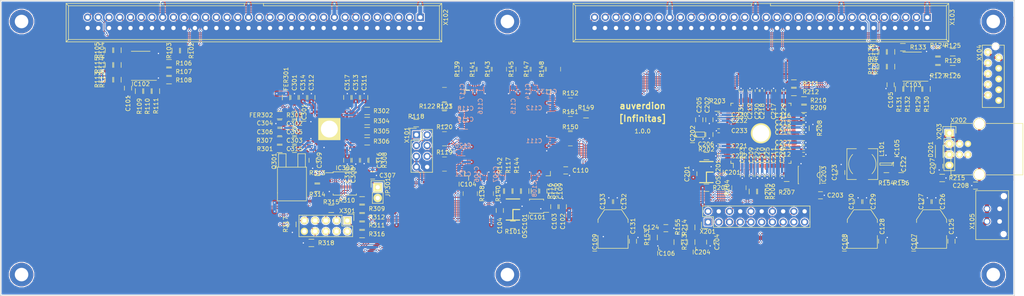
<source format=kicad_pcb>
(kicad_pcb (version 20171130) (host pcbnew "(5.0.0-3-g5ebb6b6)")
  (layers (0 F.Cu signal) (31 B.Cu signal) (34 B.Paste user) (35 F.Paste user) (36 B.SilkS user) (37 F.SilkS user) (38 B.Mask user) (39 F.Mask user) (44 Edge.Cuts user))
  (net 0 "")
  (net 1 GND)
  (net 2 +3V3)
  (net 3 /MDI:2)
  (net 4 /MDI:4)
  (net 5 /MDI:6)
  (net 6 /MDI:3)
  (net 7 /MDI:5)
  (net 8 /MDI:7)
  (net 9 /TMS)
  (net 10 /TCK)
  (net 11 /TDI)
  (net 12 /TDO)
  (net 13 /LRCK:7)
  (net 14 /MCLK:7)
  (net 15 /BCLK:7)
  (net 16 /MDO:7)
  (net 17 /LRCK:5)
  (net 18 /MCLK:5)
  (net 19 /BCLK:5)
  (net 20 /MDO:5)
  (net 21 /LRCK:3)
  (net 22 /MCLK:3)
  (net 23 /BCLK:3)
  (net 24 /MDO:3)
  (net 25 /LRCK:6)
  (net 26 /MCLK:6)
  (net 27 /BCLK:6)
  (net 28 /MDO:6)
  (net 29 /LRCK:4)
  (net 30 /MCLK:4)
  (net 31 /BCLK:4)
  (net 32 /MDO:4)
  (net 33 /LRCK:2)
  (net 34 /MCLK:2)
  (net 35 /BCLK:2)
  (net 36 /MDO:2)
  (net 37 +12V)
  (net 38 /WCLKIN)
  (net 39 /WCLKOUT)
  (net 40 +5V)
  (net 41 /SDA)
  (net 42 /SCL)
  (net 43 /~RST)
  (net 44 +1V0)
  (net 45 +2V5)
  (net 46 /XMCLK)
  (net 47 /XTDMIN1)
  (net 48 /XTDMIN2)
  (net 49 /XTDMIN3)
  (net 50 /XTDMIN4)
  (net 51 /XTDMOUT4)
  (net 52 /XTDMOUT3)
  (net 53 /XTDMOUT2)
  (net 54 /XTDMOUT1)
  (net 55 /XBCLK)
  (net 56 /XLRCK)
  (net 57 VDD)
  (net 58 "/UAC2 Interface/VBUS")
  (net 59 "/UAC2 Interface/TDO")
  (net 60 "/UAC2 Interface/TDI")
  (net 61 "/UAC2 Interface/XL_DN1")
  (net 62 "/UAC2 Interface/XL_DN0")
  (net 63 "/UAC2 Interface/SPI_CS")
  (net 64 "/UAC2 Interface/SPI_CLK")
  (net 65 "/UAC2 Interface/QSPI_D0")
  (net 66 "/UAC2 Interface/QSPI_D1")
  (net 67 "/UAC2 Interface/QSPI_D2")
  (net 68 "/UAC2 Interface/QSPI_D3")
  (net 69 "/UAC2 Interface/USBD_P")
  (net 70 "/UAC2 Interface/USBD_N")
  (net 71 "/UAC2 Interface/RST_N")
  (net 72 "/UAC2 Interface/24M")
  (net 73 "/UAC2 Interface/TMS")
  (net 74 "/UAC2 Interface/TCK")
  (net 75 "/UAC2 Interface/XSYS_RST_N")
  (net 76 "/UAC2 Interface/XL_UP0")
  (net 77 "/UAC2 Interface/XL_UP1")
  (net 78 /OSC)
  (net 79 /PLLLOCKED)
  (net 80 /PLLCLK)
  (net 81 /WCLKREF)
  (net 82 /CLKREF)
  (net 83 /SDA:2)
  (net 84 /SCL:2)
  (net 85 /SDA:4)
  (net 86 /SCL:4)
  (net 87 /SDA:6)
  (net 88 /SCL:6)
  (net 89 /SDA:8)
  (net 90 /SCL:8)
  (net 91 VPP)
  (net 92 "Net-(IC102-Pad3)")
  (net 93 /TDMOUT3)
  (net 94 /BCLKOUT3)
  (net 95 /LRCKOUT3)
  (net 96 /TDMOUT2)
  (net 97 /BCLKOUT2)
  (net 98 /LRCKOUT2)
  (net 99 /TDMOUT1)
  (net 100 /BCLKOUT1)
  (net 101 /LRCKOUT1)
  (net 102 /TDMOUT0)
  (net 103 /BCLKOUT0)
  (net 104 /LRCKOUT0)
  (net 105 /LRCKIN0)
  (net 106 /TDMIN0)
  (net 107 /LRCKIN1)
  (net 108 /TDMIN1)
  (net 109 /LRCKIN2)
  (net 110 /TDMIN2)
  (net 111 /LRCKIN3)
  (net 112 /TDMIN3)
  (net 113 /BCLKIN0)
  (net 114 /BCLKIN1)
  (net 115 /BCLKIN2)
  (net 116 /BCLKIN3)
  (net 117 /SPDIFIN)
  (net 118 /SPDIFOUT)
  (net 119 /MCLK)
  (net 120 "Net-(D201-Pad2)")
  (net 121 "Net-(IC103-Pad3)")
  (net 122 "Net-(IC103-Pad4)")
  (net 123 "Net-(IC104-Pad3)")
  (net 124 "Net-(IC104-Pad5)")
  (net 125 "Net-(IC105-Pad3)")
  (net 126 "Net-(OSC101-Pad1)")
  (net 127 "Net-(OSC101-Pad3)")
  (net 128 "Net-(OSC201-Pad1)")
  (net 129 "Net-(OSC201-Pad3)")
  (net 130 /MDI:1)
  (net 131 /LRCK:1)
  (net 132 /MCLK:1)
  (net 133 /BCLK:1)
  (net 134 /MDO:1)
  (net 135 /SDA:1)
  (net 136 /SCL:1)
  (net 137 /SDA:3)
  (net 138 /SCL:3)
  (net 139 /SDA:5)
  (net 140 /SCL:5)
  (net 141 /SDA:7)
  (net 142 /SCL:7)
  (net 143 /MDI:8)
  (net 144 /dspSPDIFOUT)
  (net 145 /dspSPDIFIN)
  (net 146 /LRCK:8)
  (net 147 /MCLK:8)
  (net 148 /BCLK:8)
  (net 149 /MDO:8)
  (net 150 /~USBRST)
  (net 151 "Net-(C202-Pad1)")
  (net 152 "Net-(C208-Pad2)")
  (net 153 "Net-(IC101-Pad3)")
  (net 154 "Net-(IC103-Pad14)")
  (net 155 "Net-(IC103-Pad17)")
  (net 156 /DSP/MISO)
  (net 157 /DSP/SCLK)
  (net 158 /DSP/MOSI)
  (net 159 /DSP/~SS)
  (net 160 "Net-(C301-Pad2)")
  (net 161 "Net-(C303-Pad1)")
  (net 162 "Net-(C303-Pad2)")
  (net 163 "Net-(C306-Pad2)")
  (net 164 "Net-(IC102-Pad4)")
  (net 165 "Net-(IC102-Pad7)")
  (net 166 "Net-(IC102-Pad11)")
  (net 167 "Net-(IC102-Pad14)")
  (net 168 "Net-(IC102-Pad17)")
  (net 169 "Net-(IC103-Pad7)")
  (net 170 "Net-(IC103-Pad11)")
  (net 171 "Net-(IC104-Pad1)")
  (net 172 "Net-(IC104-Pad2)")
  (net 173 "Net-(IC104-Pad4)")
  (net 174 "Net-(IC104-Pad6)")
  (net 175 "Net-(IC104-Pad9)")
  (net 176 "Net-(IC104-Pad10)")
  (net 177 "Net-(IC104-Pad13)")
  (net 178 "Net-(IC104-Pad20)")
  (net 179 "Net-(IC104-Pad32)")
  (net 180 "Net-(IC104-Pad49)")
  (net 181 "Net-(IC104-Pad50)")
  (net 182 "Net-(IC104-Pad52)")
  (net 183 "Net-(IC104-Pad54)")
  (net 184 "Net-(IC104-Pad55)")
  (net 185 "Net-(IC104-Pad56)")
  (net 186 "Net-(IC104-Pad57)")
  (net 187 "Net-(IC104-Pad58)")
  (net 188 "Net-(IC104-Pad60)")
  (net 189 "Net-(IC104-Pad62)")
  (net 190 "Net-(IC104-Pad65)")
  (net 191 "Net-(IC104-Pad67)")
  (net 192 "Net-(IC104-Pad68)")
  (net 193 "Net-(IC104-Pad70)")
  (net 194 "Net-(IC104-Pad71)")
  (net 195 "Net-(IC104-Pad73)")
  (net 196 "Net-(IC104-Pad74)")
  (net 197 "Net-(IC104-Pad76)")
  (net 198 "Net-(IC104-Pad77)")
  (net 199 "Net-(IC104-Pad78)")
  (net 200 "Net-(IC104-Pad81)")
  (net 201 "Net-(IC104-Pad83)")
  (net 202 "Net-(IC104-Pad84)")
  (net 203 "Net-(IC104-Pad85)")
  (net 204 "Net-(IC104-Pad86)")
  (net 205 "Net-(IC104-Pad92)")
  (net 206 "Net-(IC104-Pad93)")
  (net 207 "Net-(IC104-Pad94)")
  (net 208 "Net-(IC104-Pad95)")
  (net 209 "Net-(IC104-Pad97)")
  (net 210 "Net-(IC104-Pad98)")
  (net 211 "Net-(IC104-Pad99)")
  (net 212 "Net-(IC104-Pad100)")
  (net 213 "Net-(IC104-Pad105)")
  (net 214 "Net-(IC104-Pad106)")
  (net 215 "Net-(IC104-Pad107)")
  (net 216 "Net-(IC104-Pad109)")
  (net 217 "Net-(IC104-Pad111)")
  (net 218 "Net-(IC104-Pad112)")
  (net 219 "Net-(IC104-Pad113)")
  (net 220 "Net-(IC104-Pad114)")
  (net 221 "Net-(IC104-Pad117)")
  (net 222 "Net-(IC104-Pad119)")
  (net 223 "Net-(IC104-Pad120)")
  (net 224 "Net-(IC104-Pad121)")
  (net 225 "Net-(IC104-Pad122)")
  (net 226 "Net-(IC104-Pad127)")
  (net 227 "Net-(IC104-Pad128)")
  (net 228 "Net-(IC104-Pad132)")
  (net 229 "Net-(IC104-Pad133)")
  (net 230 "Net-(IC104-Pad138)")
  (net 231 "Net-(IC104-Pad139)")
  (net 232 "Net-(IC104-Pad140)")
  (net 233 "Net-(IC104-Pad141)")
  (net 234 "Net-(IC105-Pad5)")
  (net 235 "Net-(IC106-Pad3)")
  (net 236 "Net-(IC201-Pad3)")
  (net 237 "Net-(IC201-Pad4)")
  (net 238 "Net-(IC201-Pad5)")
  (net 239 "Net-(IC201-Pad7)")
  (net 240 "Net-(IC201-Pad10)")
  (net 241 "Net-(IC201-Pad12)")
  (net 242 "Net-(IC201-Pad48)")
  (net 243 "Net-(IC201-Pad63)")
  (net 244 "Net-(IC201-Pad64)")
  (net 245 "Net-(IC301-Pad3)")
  (net 246 "Net-(IC301-Pad5)")
  (net 247 "Net-(IC301-Pad26)")
  (net 248 "Net-(IC301-Pad27)")
  (net 249 "Net-(IC301-Pad28)")
  (net 250 "Net-(IC301-Pad29)")
  (net 251 "Net-(IC301-Pad30)")
  (net 252 "Net-(IC301-Pad31)")
  (net 253 "Net-(IC301-Pad34)")
  (net 254 "Net-(IC301-Pad41)")
  (net 255 "Net-(IC301-Pad44)")
  (net 256 "Net-(IC301-Pad49)")
  (net 257 "Net-(IC301-Pad52)")
  (net 258 "Net-(IC302-Pad3)")
  (module rklib:TQFP144_20x20mm_Pitch0.5mm (layer F.Cu) (at 150 61.4 90)
    (fp_text reference IC104 (at -12.2 -9.5 180) (layer F.SilkS))
    (fp_text value IC_LCMXO2-1200HC-6TG144C)
    (pad 144 smd rect (at -8.75 -10.55 180) (size 1.45 0.25) (layers F.Cu F.Paste F.Mask) (net 2 +3V3))
    (pad 143 smd rect (at -8.25 -10.55 180) (size 1.45 0.25) (layers F.Cu F.Paste F.Mask) (net 96 /TDMOUT2))
    (pad 142 smd rect (at -7.75 -10.55 180) (size 1.45 0.25) (layers F.Cu F.Paste F.Mask) (net 93 /TDMOUT3))
    (pad 141 smd rect (at -7.25 -10.55 180) (size 1.45 0.25) (layers F.Cu F.Paste F.Mask) (net 233 "Net-(IC104-Pad141)"))
    (pad 140 smd rect (at -6.75 -10.55 180) (size 1.45 0.25) (layers F.Cu F.Paste F.Mask) (net 232 "Net-(IC104-Pad140)"))
    (pad 139 smd rect (at -6.25 -10.55 180) (size 1.45 0.25) (layers F.Cu F.Paste F.Mask) (net 231 "Net-(IC104-Pad139)"))
    (pad 138 smd rect (at -5.75 -10.55 180) (size 1.45 0.25) (layers F.Cu F.Paste F.Mask) (net 230 "Net-(IC104-Pad138)"))
    (pad 137 smd rect (at -5.25 -10.55 180) (size 1.45 0.25) (layers F.Cu F.Paste F.Mask) (net 12 /TDO))
    (pad 136 smd rect (at -4.75 -10.55 180) (size 1.45 0.25) (layers F.Cu F.Paste F.Mask) (net 11 /TDI))
    (pad 135 smd rect (at -4.25 -10.55 180) (size 1.45 0.25) (layers F.Cu F.Paste F.Mask) (net 2 +3V3))
    (pad 134 smd rect (at -3.75 -10.55 180) (size 1.45 0.25) (layers F.Cu F.Paste F.Mask) (net 1 GND))
    (pad 133 smd rect (at -3.25 -10.55 180) (size 1.45 0.25) (layers F.Cu F.Paste F.Mask) (net 229 "Net-(IC104-Pad133)"))
    (pad 132 smd rect (at -2.75 -10.55 180) (size 1.45 0.25) (layers F.Cu F.Paste F.Mask) (net 228 "Net-(IC104-Pad132)"))
    (pad 131 smd rect (at -2.25 -10.55 180) (size 1.45 0.25) (layers F.Cu F.Paste F.Mask) (net 10 /TCK))
    (pad 130 smd rect (at -1.75 -10.55 180) (size 1.45 0.25) (layers F.Cu F.Paste F.Mask) (net 9 /TMS))
    (pad 129 smd rect (at -1.25 -10.55 180) (size 1.45 0.25) (layers F.Cu F.Paste F.Mask))
    (pad 128 smd rect (at -0.75 -10.55 180) (size 1.45 0.25) (layers F.Cu F.Paste F.Mask) (net 227 "Net-(IC104-Pad128)"))
    (pad 127 smd rect (at -0.25 -10.55 180) (size 1.45 0.25) (layers F.Cu F.Paste F.Mask) (net 226 "Net-(IC104-Pad127)"))
    (pad 126 smd rect (at 0.25 -10.55 180) (size 1.45 0.25) (layers F.Cu F.Paste F.Mask) (net 42 /SCL))
    (pad 125 smd rect (at 0.75 -10.55 180) (size 1.45 0.25) (layers F.Cu F.Paste F.Mask) (net 41 /SDA))
    (pad 124 smd rect (at 1.25 -10.55 180) (size 1.45 0.25) (layers F.Cu F.Paste F.Mask) (net 1 GND))
    (pad 123 smd rect (at 1.75 -10.55 180) (size 1.45 0.25) (layers F.Cu F.Paste F.Mask) (net 2 +3V3))
    (pad 122 smd rect (at 2.25 -10.55 180) (size 1.45 0.25) (layers F.Cu F.Paste F.Mask) (net 225 "Net-(IC104-Pad122)"))
    (pad 121 smd rect (at 2.75 -10.55 180) (size 1.45 0.25) (layers F.Cu F.Paste F.Mask) (net 224 "Net-(IC104-Pad121)"))
    (pad 120 smd rect (at 3.25 -10.55 180) (size 1.45 0.25) (layers F.Cu F.Paste F.Mask) (net 223 "Net-(IC104-Pad120)"))
    (pad 119 smd rect (at 3.75 -10.55 180) (size 1.45 0.25) (layers F.Cu F.Paste F.Mask) (net 222 "Net-(IC104-Pad119)"))
    (pad 118 smd rect (at 4.25 -10.55 180) (size 1.45 0.25) (layers F.Cu F.Paste F.Mask) (net 2 +3V3))
    (pad 117 smd rect (at 4.75 -10.55 180) (size 1.45 0.25) (layers F.Cu F.Paste F.Mask) (net 221 "Net-(IC104-Pad117)"))
    (pad 116 smd rect (at 5.25 -10.55 180) (size 1.45 0.25) (layers F.Cu F.Paste F.Mask) (net 1 GND))
    (pad 115 smd rect (at 5.75 -10.55 180) (size 1.45 0.25) (layers F.Cu F.Paste F.Mask) (net 144 /dspSPDIFOUT))
    (pad 114 smd rect (at 6.25 -10.55 180) (size 1.45 0.25) (layers F.Cu F.Paste F.Mask) (net 220 "Net-(IC104-Pad114)"))
    (pad 113 smd rect (at 6.75 -10.55 180) (size 1.45 0.25) (layers F.Cu F.Paste F.Mask) (net 219 "Net-(IC104-Pad113)"))
    (pad 112 smd rect (at 7.25 -10.55 180) (size 1.45 0.25) (layers F.Cu F.Paste F.Mask) (net 218 "Net-(IC104-Pad112)"))
    (pad 111 smd rect (at 7.75 -10.55 180) (size 1.45 0.25) (layers F.Cu F.Paste F.Mask) (net 217 "Net-(IC104-Pad111)"))
    (pad 110 smd rect (at 8.25 -10.55 180) (size 1.45 0.25) (layers F.Cu F.Paste F.Mask) (net 8 /MDI:7))
    (pad 109 smd rect (at 8.75 -10.55 180) (size 1.45 0.25) (layers F.Cu F.Paste F.Mask) (net 216 "Net-(IC104-Pad109)"))
    (pad 108 smd rect (at 10.55 -8.75 90) (size 1.45 0.25) (layers F.Cu F.Paste F.Mask) (net 2 +3V3))
    (pad 107 smd rect (at 10.55 -8.25 90) (size 1.45 0.25) (layers F.Cu F.Paste F.Mask) (net 215 "Net-(IC104-Pad107)"))
    (pad 106 smd rect (at 10.55 -7.75 90) (size 1.45 0.25) (layers F.Cu F.Paste F.Mask) (net 214 "Net-(IC104-Pad106)"))
    (pad 105 smd rect (at 10.55 -7.25 90) (size 1.45 0.25) (layers F.Cu F.Paste F.Mask) (net 213 "Net-(IC104-Pad105)"))
    (pad 104 smd rect (at 10.55 -6.75 90) (size 1.45 0.25) (layers F.Cu F.Paste F.Mask) (net 7 /MDI:5))
    (pad 103 smd rect (at 10.55 -6.25 90) (size 1.45 0.25) (layers F.Cu F.Paste F.Mask))
    (pad 102 smd rect (at 10.55 -5.75 90) (size 1.45 0.25) (layers F.Cu F.Paste F.Mask) (net 2 +3V3))
    (pad 101 smd rect (at 10.55 -5.25 90) (size 1.45 0.25) (layers F.Cu F.Paste F.Mask) (net 1 GND))
    (pad 100 smd rect (at 10.55 -4.75 90) (size 1.45 0.25) (layers F.Cu F.Paste F.Mask) (net 212 "Net-(IC104-Pad100)"))
    (pad 99 smd rect (at 10.55 -4.25 90) (size 1.45 0.25) (layers F.Cu F.Paste F.Mask) (net 211 "Net-(IC104-Pad99)"))
    (pad 98 smd rect (at 10.55 -3.75 90) (size 1.45 0.25) (layers F.Cu F.Paste F.Mask) (net 210 "Net-(IC104-Pad98)"))
    (pad 97 smd rect (at 10.55 -3.25 90) (size 1.45 0.25) (layers F.Cu F.Paste F.Mask) (net 209 "Net-(IC104-Pad97)"))
    (pad 96 smd rect (at 10.55 -2.75 90) (size 1.45 0.25) (layers F.Cu F.Paste F.Mask) (net 6 /MDI:3))
    (pad 95 smd rect (at 10.55 -2.25 90) (size 1.45 0.25) (layers F.Cu F.Paste F.Mask) (net 208 "Net-(IC104-Pad95)"))
    (pad 94 smd rect (at 10.55 -1.75 90) (size 1.45 0.25) (layers F.Cu F.Paste F.Mask) (net 207 "Net-(IC104-Pad94)"))
    (pad 93 smd rect (at 10.55 -1.25 90) (size 1.45 0.25) (layers F.Cu F.Paste F.Mask) (net 206 "Net-(IC104-Pad93)"))
    (pad 92 smd rect (at 10.55 -0.75 90) (size 1.45 0.25) (layers F.Cu F.Paste F.Mask) (net 205 "Net-(IC104-Pad92)"))
    (pad 91 smd rect (at 10.55 -0.25 90) (size 1.45 0.25) (layers F.Cu F.Paste F.Mask) (net 130 /MDI:1))
    (pad 90 smd rect (at 10.55 0.25 90) (size 1.45 0.25) (layers F.Cu F.Paste F.Mask) (net 1 GND))
    (pad 89 smd rect (at 10.55 0.75 90) (size 1.45 0.25) (layers F.Cu F.Paste F.Mask))
    (pad 88 smd rect (at 10.55 1.25 90) (size 1.45 0.25) (layers F.Cu F.Paste F.Mask) (net 2 +3V3))
    (pad 87 smd rect (at 10.55 1.75 90) (size 1.45 0.25) (layers F.Cu F.Paste F.Mask))
    (pad 86 smd rect (at 10.55 2.25 90) (size 1.45 0.25) (layers F.Cu F.Paste F.Mask) (net 204 "Net-(IC104-Pad86)"))
    (pad 85 smd rect (at 10.55 2.75 90) (size 1.45 0.25) (layers F.Cu F.Paste F.Mask) (net 203 "Net-(IC104-Pad85)"))
    (pad 84 smd rect (at 10.55 3.25 90) (size 1.45 0.25) (layers F.Cu F.Paste F.Mask) (net 202 "Net-(IC104-Pad84)"))
    (pad 83 smd rect (at 10.55 3.75 90) (size 1.45 0.25) (layers F.Cu F.Paste F.Mask) (net 201 "Net-(IC104-Pad83)"))
    (pad 82 smd rect (at 10.55 4.25 90) (size 1.45 0.25) (layers F.Cu F.Paste F.Mask) (net 143 /MDI:8))
    (pad 81 smd rect (at 10.55 4.75 90) (size 1.45 0.25) (layers F.Cu F.Paste F.Mask) (net 200 "Net-(IC104-Pad81)"))
    (pad 80 smd rect (at 10.55 5.25 90) (size 1.45 0.25) (layers F.Cu F.Paste F.Mask) (net 1 GND))
    (pad 79 smd rect (at 10.55 5.75 90) (size 1.45 0.25) (layers F.Cu F.Paste F.Mask) (net 2 +3V3))
    (pad 78 smd rect (at 10.55 6.25 90) (size 1.45 0.25) (layers F.Cu F.Paste F.Mask) (net 199 "Net-(IC104-Pad78)"))
    (pad 77 smd rect (at 10.55 6.75 90) (size 1.45 0.25) (layers F.Cu F.Paste F.Mask) (net 198 "Net-(IC104-Pad77)"))
    (pad 76 smd rect (at 10.55 7.25 90) (size 1.45 0.25) (layers F.Cu F.Paste F.Mask) (net 197 "Net-(IC104-Pad76)"))
    (pad 75 smd rect (at 10.55 7.75 90) (size 1.45 0.25) (layers F.Cu F.Paste F.Mask) (net 5 /MDI:6))
    (pad 74 smd rect (at 10.55 8.25 90) (size 1.45 0.25) (layers F.Cu F.Paste F.Mask) (net 196 "Net-(IC104-Pad74)"))
    (pad 73 smd rect (at 10.55 8.75 90) (size 1.45 0.25) (layers F.Cu F.Paste F.Mask) (net 195 "Net-(IC104-Pad73)"))
    (pad 72 smd rect (at 8.75 10.55 180) (size 1.45 0.25) (layers F.Cu F.Paste F.Mask) (net 2 +3V3))
    (pad 71 smd rect (at 8.25 10.55 180) (size 1.45 0.25) (layers F.Cu F.Paste F.Mask) (net 194 "Net-(IC104-Pad71)"))
    (pad 70 smd rect (at 7.75 10.55 180) (size 1.45 0.25) (layers F.Cu F.Paste F.Mask) (net 193 "Net-(IC104-Pad70)"))
    (pad 69 smd rect (at 7.25 10.55 180) (size 1.45 0.25) (layers F.Cu F.Paste F.Mask) (net 4 /MDI:4))
    (pad 68 smd rect (at 6.75 10.55 180) (size 1.45 0.25) (layers F.Cu F.Paste F.Mask) (net 192 "Net-(IC104-Pad68)"))
    (pad 67 smd rect (at 6.25 10.55 180) (size 1.45 0.25) (layers F.Cu F.Paste F.Mask) (net 191 "Net-(IC104-Pad67)"))
    (pad 66 smd rect (at 5.75 10.55 180) (size 1.45 0.25) (layers F.Cu F.Paste F.Mask) (net 2 +3V3))
    (pad 65 smd rect (at 5.25 10.55 180) (size 1.45 0.25) (layers F.Cu F.Paste F.Mask) (net 190 "Net-(IC104-Pad65)"))
    (pad 64 smd rect (at 4.75 10.55 180) (size 1.45 0.25) (layers F.Cu F.Paste F.Mask) (net 1 GND))
    (pad 63 smd rect (at 4.25 10.55 180) (size 1.45 0.25) (layers F.Cu F.Paste F.Mask))
    (pad 62 smd rect (at 3.75 10.55 180) (size 1.45 0.25) (layers F.Cu F.Paste F.Mask) (net 189 "Net-(IC104-Pad62)"))
    (pad 61 smd rect (at 3.25 10.55 180) (size 1.45 0.25) (layers F.Cu F.Paste F.Mask) (net 3 /MDI:2))
    (pad 60 smd rect (at 2.75 10.55 180) (size 1.45 0.25) (layers F.Cu F.Paste F.Mask) (net 188 "Net-(IC104-Pad60)"))
    (pad 59 smd rect (at 2.25 10.55 180) (size 1.45 0.25) (layers F.Cu F.Paste F.Mask) (net 38 /WCLKIN))
    (pad 58 smd rect (at 1.75 10.55 180) (size 1.45 0.25) (layers F.Cu F.Paste F.Mask) (net 187 "Net-(IC104-Pad58)"))
    (pad 57 smd rect (at 1.25 10.55 180) (size 1.45 0.25) (layers F.Cu F.Paste F.Mask) (net 186 "Net-(IC104-Pad57)"))
    (pad 56 smd rect (at 0.75 10.55 180) (size 1.45 0.25) (layers F.Cu F.Paste F.Mask) (net 185 "Net-(IC104-Pad56)"))
    (pad 55 smd rect (at 0.25 10.55 180) (size 1.45 0.25) (layers F.Cu F.Paste F.Mask) (net 184 "Net-(IC104-Pad55)"))
    (pad 54 smd rect (at -0.25 10.55 180) (size 1.45 0.25) (layers F.Cu F.Paste F.Mask) (net 183 "Net-(IC104-Pad54)"))
    (pad 53 smd rect (at -0.75 10.55 180) (size 1.45 0.25) (layers F.Cu F.Paste F.Mask) (net 1 GND))
    (pad 52 smd rect (at -1.25 10.55 180) (size 1.45 0.25) (layers F.Cu F.Paste F.Mask) (net 182 "Net-(IC104-Pad52)"))
    (pad 51 smd rect (at -1.75 10.55 180) (size 1.45 0.25) (layers F.Cu F.Paste F.Mask) (net 2 +3V3))
    (pad 50 smd rect (at -2.25 10.55 180) (size 1.45 0.25) (layers F.Cu F.Paste F.Mask) (net 181 "Net-(IC104-Pad50)"))
    (pad 49 smd rect (at -2.75 10.55 180) (size 1.45 0.25) (layers F.Cu F.Paste F.Mask) (net 180 "Net-(IC104-Pad49)"))
    (pad 48 smd rect (at -3.25 10.55 180) (size 1.45 0.25) (layers F.Cu F.Paste F.Mask) (net 117 /SPDIFIN))
    (pad 47 smd rect (at -3.75 10.55 180) (size 1.45 0.25) (layers F.Cu F.Paste F.Mask) (net 51 /XTDMOUT4))
    (pad 46 smd rect (at -4.25 10.55 180) (size 1.45 0.25) (layers F.Cu F.Paste F.Mask) (net 1 GND))
    (pad 45 smd rect (at -4.75 10.55 180) (size 1.45 0.25) (layers F.Cu F.Paste F.Mask) (net 52 /XTDMOUT3))
    (pad 44 smd rect (at -5.25 10.55 180) (size 1.45 0.25) (layers F.Cu F.Paste F.Mask) (net 53 /XTDMOUT2))
    (pad 43 smd rect (at -5.75 10.55 180) (size 1.45 0.25) (layers F.Cu F.Paste F.Mask) (net 54 /XTDMOUT1))
    (pad 42 smd rect (at -6.25 10.55 180) (size 1.45 0.25) (layers F.Cu F.Paste F.Mask) (net 43 /~RST))
    (pad 41 smd rect (at -6.75 10.55 180) (size 1.45 0.25) (layers F.Cu F.Paste F.Mask))
    (pad 40 smd rect (at -7.25 10.55 180) (size 1.45 0.25) (layers F.Cu F.Paste F.Mask))
    (pad 39 smd rect (at -7.75 10.55 180) (size 1.45 0.25) (layers F.Cu F.Paste F.Mask))
    (pad 38 smd rect (at -8.25 10.55 180) (size 1.45 0.25) (layers F.Cu F.Paste F.Mask))
    (pad 37 smd rect (at -8.75 10.55 180) (size 1.45 0.25) (layers F.Cu F.Paste F.Mask) (net 2 +3V3))
    (pad 36 smd rect (at -10.55 8.75 90) (size 1.45 0.25) (layers F.Cu F.Paste F.Mask) (net 2 +3V3))
    (pad 35 smd rect (at -10.55 8.25 90) (size 1.45 0.25) (layers F.Cu F.Paste F.Mask))
    (pad 34 smd rect (at -10.55 7.75 90) (size 1.45 0.25) (layers F.Cu F.Paste F.Mask))
    (pad 33 smd rect (at -10.55 7.25 90) (size 1.45 0.25) (layers F.Cu F.Paste F.Mask))
    (pad 32 smd rect (at -10.55 6.75 90) (size 1.45 0.25) (layers F.Cu F.Paste F.Mask) (net 179 "Net-(IC104-Pad32)"))
    (pad 31 smd rect (at -10.55 6.25 90) (size 1.45 0.25) (layers F.Cu F.Paste F.Mask))
    (pad 30 smd rect (at -10.55 5.75 90) (size 1.45 0.25) (layers F.Cu F.Paste F.Mask) (net 2 +3V3))
    (pad 29 smd rect (at -10.55 5.25 90) (size 1.45 0.25) (layers F.Cu F.Paste F.Mask) (net 1 GND))
    (pad 28 smd rect (at -10.55 4.75 90) (size 1.45 0.25) (layers F.Cu F.Paste F.Mask) (net 79 /PLLLOCKED))
    (pad 27 smd rect (at -10.55 4.25 90) (size 1.45 0.25) (layers F.Cu F.Paste F.Mask) (net 80 /PLLCLK))
    (pad 26 smd rect (at -10.55 3.75 90) (size 1.45 0.25) (layers F.Cu F.Paste F.Mask))
    (pad 25 smd rect (at -10.55 3.25 90) (size 1.45 0.25) (layers F.Cu F.Paste F.Mask))
    (pad 24 smd rect (at -10.55 2.75 90) (size 1.45 0.25) (layers F.Cu F.Paste F.Mask))
    (pad 23 smd rect (at -10.55 2.25 90) (size 1.45 0.25) (layers F.Cu F.Paste F.Mask))
    (pad 22 smd rect (at -10.55 1.75 90) (size 1.45 0.25) (layers F.Cu F.Paste F.Mask))
    (pad 21 smd rect (at -10.55 1.25 90) (size 1.45 0.25) (layers F.Cu F.Paste F.Mask))
    (pad 20 smd rect (at -10.55 0.75 90) (size 1.45 0.25) (layers F.Cu F.Paste F.Mask) (net 178 "Net-(IC104-Pad20)"))
    (pad 19 smd rect (at -10.55 0.25 90) (size 1.45 0.25) (layers F.Cu F.Paste F.Mask) (net 78 /OSC))
    (pad 18 smd rect (at -10.55 -0.25 90) (size 1.45 0.25) (layers F.Cu F.Paste F.Mask) (net 1 GND))
    (pad 17 smd rect (at -10.55 -0.75 90) (size 1.45 0.25) (layers F.Cu F.Paste F.Mask))
    (pad 16 smd rect (at -10.55 -1.25 90) (size 1.45 0.25) (layers F.Cu F.Paste F.Mask) (net 2 +3V3))
    (pad 15 smd rect (at -10.55 -1.75 90) (size 1.45 0.25) (layers F.Cu F.Paste F.Mask))
    (pad 14 smd rect (at -10.55 -2.25 90) (size 1.45 0.25) (layers F.Cu F.Paste F.Mask))
    (pad 13 smd rect (at -10.55 -2.75 90) (size 1.45 0.25) (layers F.Cu F.Paste F.Mask) (net 177 "Net-(IC104-Pad13)"))
    (pad 12 smd rect (at -10.55 -3.25 90) (size 1.45 0.25) (layers F.Cu F.Paste F.Mask) (net 102 /TDMOUT0))
    (pad 11 smd rect (at -10.55 -3.75 90) (size 1.45 0.25) (layers F.Cu F.Paste F.Mask) (net 99 /TDMOUT1))
    (pad 10 smd rect (at -10.55 -4.25 90) (size 1.45 0.25) (layers F.Cu F.Paste F.Mask) (net 176 "Net-(IC104-Pad10)"))
    (pad 9 smd rect (at -10.55 -4.75 90) (size 1.45 0.25) (layers F.Cu F.Paste F.Mask) (net 175 "Net-(IC104-Pad9)"))
    (pad 8 smd rect (at -10.55 -5.25 90) (size 1.45 0.25) (layers F.Cu F.Paste F.Mask) (net 1 GND))
    (pad 7 smd rect (at -10.55 -5.75 90) (size 1.45 0.25) (layers F.Cu F.Paste F.Mask) (net 2 +3V3))
    (pad 6 smd rect (at -10.55 -6.25 90) (size 1.45 0.25) (layers F.Cu F.Paste F.Mask) (net 174 "Net-(IC104-Pad6)"))
    (pad 5 smd rect (at -10.55 -6.75 90) (size 1.45 0.25) (layers F.Cu F.Paste F.Mask) (net 124 "Net-(IC104-Pad5)"))
    (pad 4 smd rect (at -10.55 -7.25 90) (size 1.45 0.25) (layers F.Cu F.Paste F.Mask) (net 173 "Net-(IC104-Pad4)"))
    (pad 3 smd rect (at -10.55 -7.75 90) (size 1.45 0.25) (layers F.Cu F.Paste F.Mask) (net 123 "Net-(IC104-Pad3)"))
    (pad 2 smd rect (at -10.55 -8.25 90) (size 1.45 0.25) (layers F.Cu F.Paste F.Mask) (net 172 "Net-(IC104-Pad2)"))
    (pad 1 smd rect (at -10.55 -8.75 90) (size 1.45 0.25) (layers F.Cu F.Paste F.Mask) (net 171 "Net-(IC104-Pad1)"))
  )
  (module rklib:SC70-5 (layer F.Cu) (at 195.6 61.8)
    (fp_text reference IC202 (at -1.75 0 90) (layer F.SilkS))
    (fp_text value IC_NCP4681DSQ25T1G)
    (pad 5 smd rect (at -0.6604 -1.016) (size 0.4064 0.6604) (layers F.Cu F.Paste F.Mask) (net 40 +5V))
    (pad 4 smd rect (at 0.6604 -1.016) (size 0.4064 0.6604) (layers F.Cu F.Paste F.Mask) (net 45 +2V5))
    (pad 2 smd rect (at 0 1.016) (size 0.4064 0.6604) (layers F.Cu F.Paste F.Mask))
    (pad 3 smd rect (at 0.6604 1.016) (size 0.4064 0.6604) (layers F.Cu F.Paste F.Mask) (net 1 GND))
    (pad 1 smd rect (at -0.6604 1.016) (size 0.4064 0.6604) (layers F.Cu F.Paste F.Mask) (net 40 +5V))
  )
  (module rklib:SC70-6 (layer F.Cu) (at 195.9 87.3)
    (fp_text reference IC204 (at 0 2.4 180) (layer F.SilkS))
    (fp_text value IC_NC7WZ07)
    (pad 6 smd rect (at -0.65024 -0.94996) (size 0.39878 0.7493) (layers F.Cu F.Paste F.Mask) (net 71 "/UAC2 Interface/RST_N"))
    (pad 5 smd rect (at 0 -0.94996) (size 0.39878 0.7493) (layers F.Cu F.Paste F.Mask) (net 57 VDD))
    (pad 4 smd rect (at 0.65024 -0.94996) (size 0.39878 0.7493) (layers F.Cu F.Paste F.Mask) (net 71 "/UAC2 Interface/RST_N"))
    (pad 3 smd rect (at 0.65024 0.94996) (size 0.39878 0.7493) (layers F.Cu F.Paste F.Mask) (net 75 "/UAC2 Interface/XSYS_RST_N"))
    (pad 2 smd rect (at 0 0.94996) (size 0.39878 0.7493) (layers F.Cu F.Paste F.Mask))
    (pad 1 smd rect (at -0.65024 0.94996) (size 0.39878 0.7493) (layers F.Cu F.Paste F.Mask) (net 43 /~RST))
  )
  (module rklib:SOT143 (layer F.Cu) (at 187.5 87.1)
    (fp_text reference IC106 (at 0 2.9) (layer F.SilkS))
    (fp_text value IC_ADM811TARTZ)
    (pad 4 smd rect (at -0.94996 -1.09982) (size 1.00076 1.39954) (layers F.Cu F.Paste F.Mask) (net 57 VDD))
    (pad 3 smd rect (at 0.94996 -1.09982) (size 1.00076 1.39954) (layers F.Cu F.Paste F.Mask) (net 235 "Net-(IC106-Pad3)"))
    (pad 2 smd rect (at 0.94996 1.09982) (size 1.00076 1.39954) (layers F.Cu F.Paste F.Mask) (net 43 /~RST))
    (pad 1 smd rect (at -0.76962 1.09982) (size 1.19888 1.39954) (layers F.Cu F.Paste F.Mask) (net 1 GND))
  )
  (module rklib:SOIJ8_5.3x5.3mm_P1.27mm (layer F.Cu) (at 111.5 73.4)
    (fp_text reference IC302 (at 0 -3.68) (layer F.SilkS))
    (fp_text value IC_25AA1024)
    (pad 8 smd rect (at 3.65 -1.905) (size 1.7 0.65) (layers F.Cu F.Paste F.Mask) (net 2 +3V3))
    (pad 7 smd rect (at 3.65 -0.635) (size 1.7 0.65) (layers F.Cu F.Paste F.Mask) (net 2 +3V3))
    (pad 6 smd rect (at 3.65 0.635) (size 1.7 0.65) (layers F.Cu F.Paste F.Mask) (net 249 "Net-(IC301-Pad28)"))
    (pad 5 smd rect (at 3.65 1.905) (size 1.7 0.65) (layers F.Cu F.Paste F.Mask) (net 248 "Net-(IC301-Pad27)"))
    (pad 4 smd rect (at -3.65 1.905) (size 1.7 0.65) (layers F.Cu F.Paste F.Mask) (net 1 GND))
    (pad 3 smd rect (at -3.65 0.635) (size 1.7 0.65) (layers F.Cu F.Paste F.Mask) (net 258 "Net-(IC302-Pad3)"))
    (pad 2 smd rect (at -3.65 -0.635) (size 1.7 0.65) (layers F.Cu F.Paste F.Mask) (net 250 "Net-(IC301-Pad29)"))
    (pad 1 smd rect (at -3.65 -1.905) (size 1.7 0.65) (layers F.Cu F.Paste F.Mask) (net 247 "Net-(IC301-Pad26)"))
  )
  (module rklib:MSOP10_3x3mm_Pitch0.5mm (layer F.Cu) (at 156.9 78.8 180)
    (fp_text reference IC101 (at 0 -2.6 180) (layer F.SilkS))
    (fp_text value IC_CS2100CP)
    (pad 10 smd rect (at 2.2 -1 180) (size 1.4 0.3) (layers F.Cu F.Paste F.Mask) (net 41 /SDA))
    (pad 9 smd rect (at 2.2 -0.5 180) (size 1.4 0.3) (layers F.Cu F.Paste F.Mask) (net 42 /SCL))
    (pad 8 smd rect (at 2.2 0 180) (size 1.4 0.3) (layers F.Cu F.Paste F.Mask) (net 1 GND))
    (pad 7 smd rect (at 2.2 0.5 180) (size 1.4 0.3) (layers F.Cu F.Paste F.Mask) (net 82 /CLKREF))
    (pad 6 smd rect (at 2.2 1 180) (size 1.4 0.3) (layers F.Cu F.Paste F.Mask))
    (pad 5 smd rect (at -2.2 1 180) (size 1.4 0.3) (layers F.Cu F.Paste F.Mask) (net 81 /WCLKREF))
    (pad 4 smd rect (at -2.2 0.5 180) (size 1.4 0.3) (layers F.Cu F.Paste F.Mask) (net 79 /PLLLOCKED))
    (pad 3 smd rect (at -2.2 0 180) (size 1.4 0.3) (layers F.Cu F.Paste F.Mask) (net 153 "Net-(IC101-Pad3)"))
    (pad 2 smd rect (at -2.2 -0.5 180) (size 1.4 0.3) (layers F.Cu F.Paste F.Mask) (net 1 GND))
    (pad 1 smd rect (at -2.2 -1 180) (size 1.4 0.3) (layers F.Cu F.Paste F.Mask) (net 2 +3V3))
  )
  (module rklib:SOT23-5 (layer F.Cu) (at 239.6 68.8 270)
    (fp_text reference IC105 (at -3.7 -2.6 270) (layer F.SilkS))
    (fp_text value IC_TLV62565)
    (pad 5 smd rect (at 1.1 -0.95 270) (size 1.06 0.65) (layers F.Cu F.Paste F.Mask) (net 234 "Net-(IC105-Pad5)"))
    (pad 4 smd rect (at 1.1 0.95 270) (size 1.06 0.65) (layers F.Cu F.Paste F.Mask) (net 40 +5V))
    (pad 3 smd rect (at -1.1 0.95 270) (size 1.06 0.65) (layers F.Cu F.Paste F.Mask) (net 125 "Net-(IC105-Pad3)"))
    (pad 2 smd rect (at -1.1 0 270) (size 1.06 0.65) (layers F.Cu F.Paste F.Mask) (net 1 GND))
    (pad 1 smd rect (at -1.1 -0.95 270) (size 1.06 0.65) (layers F.Cu F.Paste F.Mask) (net 40 +5V))
  )
  (module rklib:SOIC8_3.9x4.9mm_Pitch1.27mm (layer F.Cu) (at 221.4 71.4 270)
    (fp_text reference IC203 (at 0 -3.5 270) (layer F.SilkS))
    (fp_text value IC_IS25LP080D)
    (pad 8 smd rect (at 2.7 -1.905 270) (size 1.55 0.6) (layers F.Cu F.Paste F.Mask) (net 57 VDD))
    (pad 7 smd rect (at 2.7 -0.635 270) (size 1.55 0.6) (layers F.Cu F.Paste F.Mask) (net 68 "/UAC2 Interface/QSPI_D3"))
    (pad 6 smd rect (at 2.7 0.635 270) (size 1.55 0.6) (layers F.Cu F.Paste F.Mask) (net 64 "/UAC2 Interface/SPI_CLK"))
    (pad 5 smd rect (at 2.7 1.905 270) (size 1.55 0.6) (layers F.Cu F.Paste F.Mask) (net 65 "/UAC2 Interface/QSPI_D0"))
    (pad 4 smd rect (at -2.7 1.905 270) (size 1.55 0.6) (layers F.Cu F.Paste F.Mask) (net 1 GND))
    (pad 3 smd rect (at -2.7 0.635 270) (size 1.55 0.6) (layers F.Cu F.Paste F.Mask) (net 67 "/UAC2 Interface/QSPI_D2"))
    (pad 2 smd rect (at -2.7 -0.635 270) (size 1.55 0.6) (layers F.Cu F.Paste F.Mask) (net 66 "/UAC2 Interface/QSPI_D1"))
    (pad 1 smd rect (at -2.7 -1.905 270) (size 1.55 0.6) (layers F.Cu F.Paste F.Mask) (net 63 "/UAC2 Interface/SPI_CS"))
  )
  (module rklib:C0402-X7R (layer F.Cu) (at 209.1 71.6 270)
    (fp_text reference C224 (at -4.9 0 270) (layer F.SilkS))
    (fp_text value CAP_100n_10V_X7R_0402)
    (pad 2 smd rect (at 0.55 0 270) (size 0.6 0.5) (layers F.Cu F.Paste F.Mask) (net 1 GND))
    (pad 1 smd rect (at -0.55 0 270) (size 0.6 0.5) (layers F.Cu F.Paste F.Mask) (net 57 VDD))
  )
  (module rklib:C0402-X7R (layer F.Cu) (at 207.7 71.6 270)
    (fp_text reference C209 (at -4.9 0 270) (layer F.SilkS))
    (fp_text value CAP_100n_10V_X7R_0402)
    (pad 2 smd rect (at 0.55 0 270) (size 0.6 0.5) (layers F.Cu F.Paste F.Mask) (net 1 GND))
    (pad 1 smd rect (at -0.55 0 270) (size 0.6 0.5) (layers F.Cu F.Paste F.Mask) (net 44 +1V0))
  )
  (module rklib:C0402-X7R (layer F.Cu) (at 210.3 71.6 270)
    (fp_text reference C210 (at -4.9 0 270) (layer F.SilkS))
    (fp_text value CAP_100n_10V_X7R_0402)
    (pad 2 smd rect (at 0.55 0 270) (size 0.6 0.5) (layers F.Cu F.Paste F.Mask) (net 1 GND))
    (pad 1 smd rect (at -0.55 0 270) (size 0.6 0.5) (layers F.Cu F.Paste F.Mask) (net 44 +1V0))
  )
  (module rklib:C0402-X7R (layer F.Cu) (at 213 71.6 270)
    (fp_text reference C211 (at -4.9 0 270) (layer F.SilkS))
    (fp_text value CAP_100n_10V_X7R_0402)
    (pad 2 smd rect (at 0.55 0 270) (size 0.6 0.5) (layers F.Cu F.Paste F.Mask) (net 1 GND))
    (pad 1 smd rect (at -0.55 0 270) (size 0.6 0.5) (layers F.Cu F.Paste F.Mask) (net 44 +1V0))
  )
  (module rklib:C0402-X7R (layer F.Cu) (at 220.1 66.5)
    (fp_text reference C212 (at -4.9 0) (layer F.SilkS))
    (fp_text value CAP_100n_10V_X7R_0402)
    (pad 2 smd rect (at 0.55 0) (size 0.6 0.5) (layers F.Cu F.Paste F.Mask) (net 1 GND))
    (pad 1 smd rect (at -0.55 0) (size 0.6 0.5) (layers F.Cu F.Paste F.Mask) (net 44 +1V0))
  )
  (module rklib:C0402-X7R (layer F.Cu) (at 220.1 64.9)
    (fp_text reference C213 (at -4.9 0) (layer F.SilkS))
    (fp_text value CAP_100n_10V_X7R_0402)
    (pad 2 smd rect (at 0.55 0) (size 0.6 0.5) (layers F.Cu F.Paste F.Mask) (net 1 GND))
    (pad 1 smd rect (at -0.55 0) (size 0.6 0.5) (layers F.Cu F.Paste F.Mask) (net 44 +1V0))
  )
  (module rklib:C0402-X7R (layer F.Cu) (at 220.1 61.3)
    (fp_text reference C214 (at -4.9 0) (layer F.SilkS))
    (fp_text value CAP_100n_10V_X7R_0402)
    (pad 2 smd rect (at 0.55 0) (size 0.6 0.5) (layers F.Cu F.Paste F.Mask) (net 1 GND))
    (pad 1 smd rect (at -0.55 0) (size 0.6 0.5) (layers F.Cu F.Paste F.Mask) (net 44 +1V0))
  )
  (module rklib:C0402-X7R (layer F.Cu) (at 220.1 58.9)
    (fp_text reference C215 (at -4.9 0) (layer F.SilkS))
    (fp_text value CAP_100n_10V_X7R_0402)
    (pad 2 smd rect (at 0.55 0) (size 0.6 0.5) (layers F.Cu F.Paste F.Mask) (net 1 GND))
    (pad 1 smd rect (at -0.55 0) (size 0.6 0.5) (layers F.Cu F.Paste F.Mask) (net 44 +1V0))
  )
  (module rklib:C0402-X7R (layer F.Cu) (at 220.1 57.3)
    (fp_text reference C216 (at -4.9 0) (layer F.SilkS))
    (fp_text value CAP_100n_10V_X7R_0402)
    (pad 2 smd rect (at 0.55 0) (size 0.6 0.5) (layers F.Cu F.Paste F.Mask) (net 1 GND))
    (pad 1 smd rect (at -0.55 0) (size 0.6 0.5) (layers F.Cu F.Paste F.Mask) (net 44 +1V0))
  )
  (module rklib:C0402-X7R (layer F.Cu) (at 213 51.4 90)
    (fp_text reference C217 (at -4.9 0 90) (layer F.SilkS))
    (fp_text value CAP_100n_10V_X7R_0402)
    (pad 2 smd rect (at 0.55 0 90) (size 0.6 0.5) (layers F.Cu F.Paste F.Mask) (net 1 GND))
    (pad 1 smd rect (at -0.55 0 90) (size 0.6 0.5) (layers F.Cu F.Paste F.Mask) (net 44 +1V0))
  )
  (module rklib:C0402-X7R (layer F.Cu) (at 210.3 51.4 90)
    (fp_text reference C218 (at -4.9 0 90) (layer F.SilkS))
    (fp_text value CAP_100n_10V_X7R_0402)
    (pad 2 smd rect (at 0.55 0 90) (size 0.6 0.5) (layers F.Cu F.Paste F.Mask) (net 1 GND))
    (pad 1 smd rect (at -0.55 0 90) (size 0.6 0.5) (layers F.Cu F.Paste F.Mask) (net 44 +1V0))
  )
  (module rklib:C0402-X7R (layer F.Cu) (at 207.4 51.4 90)
    (fp_text reference C219 (at -4.9 0 90) (layer F.SilkS))
    (fp_text value CAP_100n_10V_X7R_0402)
    (pad 2 smd rect (at 0.55 0 90) (size 0.6 0.5) (layers F.Cu F.Paste F.Mask) (net 1 GND))
    (pad 1 smd rect (at -0.55 0 90) (size 0.6 0.5) (layers F.Cu F.Paste F.Mask) (net 44 +1V0))
  )
  (module rklib:C0402-X7R (layer F.Cu) (at 200 57.1 180)
    (fp_text reference C220 (at -4.9 0 180) (layer F.SilkS))
    (fp_text value CAP_100n_10V_X7R_0402)
    (pad 2 smd rect (at 0.55 0 180) (size 0.6 0.5) (layers F.Cu F.Paste F.Mask) (net 1 GND))
    (pad 1 smd rect (at -0.55 0 180) (size 0.6 0.5) (layers F.Cu F.Paste F.Mask) (net 44 +1V0))
  )
  (module rklib:C0402-X7R (layer F.Cu) (at 200 64.5 180)
    (fp_text reference C221 (at -4.9 0 180) (layer F.SilkS))
    (fp_text value CAP_100n_10V_X7R_0402)
    (pad 2 smd rect (at 0.55 0 180) (size 0.6 0.5) (layers F.Cu F.Paste F.Mask) (net 1 GND))
    (pad 1 smd rect (at -0.55 0 180) (size 0.6 0.5) (layers F.Cu F.Paste F.Mask) (net 44 +1V0))
  )
  (module rklib:C0402-X7R (layer F.Cu) (at 205.6 71.6 270)
    (fp_text reference C223 (at -4.9 0 270) (layer F.SilkS))
    (fp_text value CAP_100n_10V_X7R_0402)
    (pad 2 smd rect (at 0.55 0 270) (size 0.6 0.5) (layers F.Cu F.Paste F.Mask) (net 1 GND))
    (pad 1 smd rect (at -0.55 0 270) (size 0.6 0.5) (layers F.Cu F.Paste F.Mask) (net 57 VDD))
  )
  (module rklib:C0402-X7R (layer F.Cu) (at 211.5 71.6 270)
    (fp_text reference C225 (at -4.9 0 270) (layer F.SilkS))
    (fp_text value CAP_100n_10V_X7R_0402)
    (pad 2 smd rect (at 0.55 0 270) (size 0.6 0.5) (layers F.Cu F.Paste F.Mask) (net 1 GND))
    (pad 1 smd rect (at -0.55 0 270) (size 0.6 0.5) (layers F.Cu F.Paste F.Mask) (net 57 VDD))
  )
  (module rklib:C0402-X7R (layer F.Cu) (at 215 71.6 270)
    (fp_text reference C226 (at -4.9 0 270) (layer F.SilkS))
    (fp_text value CAP_100n_10V_X7R_0402)
    (pad 2 smd rect (at 0.55 0 270) (size 0.6 0.5) (layers F.Cu F.Paste F.Mask) (net 1 GND))
    (pad 1 smd rect (at -0.55 0 270) (size 0.6 0.5) (layers F.Cu F.Paste F.Mask) (net 57 VDD))
  )
  (module rklib:C0402-X7R (layer F.Cu) (at 220.1 63.7)
    (fp_text reference C227 (at -4.9 0) (layer F.SilkS))
    (fp_text value CAP_100n_10V_X7R_0402)
    (pad 2 smd rect (at 0.55 0) (size 0.6 0.5) (layers F.Cu F.Paste F.Mask) (net 1 GND))
    (pad 1 smd rect (at -0.55 0) (size 0.6 0.5) (layers F.Cu F.Paste F.Mask) (net 57 VDD))
  )
  (module rklib:C0402-X7R (layer F.Cu) (at 220.1 60.1)
    (fp_text reference C228 (at -4.9 0) (layer F.SilkS))
    (fp_text value CAP_100n_10V_X7R_0402)
    (pad 2 smd rect (at 0.55 0) (size 0.6 0.5) (layers F.Cu F.Paste F.Mask) (net 1 GND))
    (pad 1 smd rect (at -0.55 0) (size 0.6 0.5) (layers F.Cu F.Paste F.Mask) (net 57 VDD))
  )
  (module rklib:C0402-X7R (layer F.Cu) (at 215.4 51.4 90)
    (fp_text reference C229 (at -4.9 0 90) (layer F.SilkS))
    (fp_text value CAP_100n_10V_X7R_0402)
    (pad 2 smd rect (at 0.55 0 90) (size 0.6 0.5) (layers F.Cu F.Paste F.Mask) (net 1 GND))
    (pad 1 smd rect (at -0.55 0 90) (size 0.6 0.5) (layers F.Cu F.Paste F.Mask) (net 57 VDD))
  )
  (module rklib:C0402-X7R (layer F.Cu) (at 209.1 51.4 90)
    (fp_text reference C230 (at -4.9 0 90) (layer F.SilkS))
    (fp_text value CAP_100n_10V_X7R_0402)
    (pad 2 smd rect (at 0.55 0 90) (size 0.6 0.5) (layers F.Cu F.Paste F.Mask) (net 1 GND))
    (pad 1 smd rect (at -0.55 0 90) (size 0.6 0.5) (layers F.Cu F.Paste F.Mask) (net 57 VDD))
  )
  (module rklib:C0402-X7R (layer F.Cu) (at 205.3 51.4 90)
    (fp_text reference C231 (at -4.9 0 90) (layer F.SilkS))
    (fp_text value CAP_100n_10V_X7R_0402)
    (pad 2 smd rect (at 0.55 0 90) (size 0.6 0.5) (layers F.Cu F.Paste F.Mask) (net 1 GND))
    (pad 1 smd rect (at -0.55 0 90) (size 0.6 0.5) (layers F.Cu F.Paste F.Mask) (net 57 VDD))
  )
  (module rklib:C0402-X7R (layer F.Cu) (at 200 58.5 180)
    (fp_text reference C232 (at -4.9 0 180) (layer F.SilkS))
    (fp_text value CAP_100n_10V_X7R_0402)
    (pad 2 smd rect (at 0.55 0 180) (size 0.6 0.5) (layers F.Cu F.Paste F.Mask) (net 1 GND))
    (pad 1 smd rect (at -0.55 0 180) (size 0.6 0.5) (layers F.Cu F.Paste F.Mask) (net 57 VDD))
  )
  (module rklib:C0402-X7R (layer F.Cu) (at 200 60.9 180)
    (fp_text reference C233 (at -4.9 0 180) (layer F.SilkS))
    (fp_text value CAP_100n_10V_X7R_0402)
    (pad 2 smd rect (at 0.55 0 180) (size 0.6 0.5) (layers F.Cu F.Paste F.Mask) (net 1 GND))
    (pad 1 smd rect (at -0.55 0 180) (size 0.6 0.5) (layers F.Cu F.Paste F.Mask) (net 45 +2V5))
  )
  (module rklib:C0402-X7R (layer F.Cu) (at 200 66.9 180)
    (fp_text reference C222 (at -4.9 0 180) (layer F.SilkS))
    (fp_text value CAP_100n_10V_X7R_0402)
    (pad 2 smd rect (at 0.55 0 180) (size 0.6 0.5) (layers F.Cu F.Paste F.Mask) (net 1 GND))
    (pad 1 smd rect (at -0.55 0 180) (size 0.6 0.5) (layers F.Cu F.Paste F.Mask) (net 44 +1V0))
  )
  (module rklib:RArray_Convex_4x0603 (layer F.Cu) (at 135.1 52.3 180)
    (fp_text reference R123 (at 0 -2.8 180) (layer F.SilkS))
    (fp_text value RES_51R0_5%_4x0603)
    (pad 5 smd rect (at 0.9 1.2 180) (size 0.8 0.5) (layers F.Cu F.Paste F.Mask) (net 16 /MDO:7))
    (pad 6 smd rect (at 0.9 0.4 180) (size 0.8 0.4) (layers F.Cu F.Paste F.Mask) (net 15 /BCLK:7))
    (pad 8 smd rect (at 0.9 -1.2 180) (size 0.8 0.5) (layers F.Cu F.Paste F.Mask) (net 14 /MCLK:7))
    (pad 7 smd rect (at 0.9 -0.4 180) (size 0.8 0.4) (layers F.Cu F.Paste F.Mask) (net 13 /LRCK:7))
    (pad 4 smd rect (at -0.9 1.2 180) (size 0.8 0.5) (layers F.Cu F.Paste F.Mask) (net 217 "Net-(IC104-Pad111)"))
    (pad 2 smd rect (at -0.9 -0.4 180) (size 0.8 0.4) (layers F.Cu F.Paste F.Mask) (net 219 "Net-(IC104-Pad113)"))
    (pad 3 smd rect (at -0.9 0.4 180) (size 0.8 0.4) (layers F.Cu F.Paste F.Mask) (net 218 "Net-(IC104-Pad112)"))
    (pad 1 smd rect (at -0.9 -1.2 180) (size 0.8 0.5) (layers F.Cu F.Paste F.Mask) (net 220 "Net-(IC104-Pad114)"))
  )
  (module rklib:RArray_Convex_4x0603 (layer F.Cu) (at 140.9 46.3 90)
    (fp_text reference R139 (at 0 -2.8 90) (layer F.SilkS))
    (fp_text value RES_51R0_5%_4x0603)
    (pad 5 smd rect (at 0.9 1.2 90) (size 0.8 0.5) (layers F.Cu F.Paste F.Mask) (net 20 /MDO:5))
    (pad 6 smd rect (at 0.9 0.4 90) (size 0.8 0.4) (layers F.Cu F.Paste F.Mask) (net 19 /BCLK:5))
    (pad 8 smd rect (at 0.9 -1.2 90) (size 0.8 0.5) (layers F.Cu F.Paste F.Mask) (net 18 /MCLK:5))
    (pad 7 smd rect (at 0.9 -0.4 90) (size 0.8 0.4) (layers F.Cu F.Paste F.Mask) (net 17 /LRCK:5))
    (pad 4 smd rect (at -0.9 1.2 90) (size 0.8 0.5) (layers F.Cu F.Paste F.Mask) (net 213 "Net-(IC104-Pad105)"))
    (pad 2 smd rect (at -0.9 -0.4 90) (size 0.8 0.4) (layers F.Cu F.Paste F.Mask) (net 215 "Net-(IC104-Pad107)"))
    (pad 3 smd rect (at -0.9 0.4 90) (size 0.8 0.4) (layers F.Cu F.Paste F.Mask) (net 214 "Net-(IC104-Pad106)"))
    (pad 1 smd rect (at -0.9 -1.2 90) (size 0.8 0.5) (layers F.Cu F.Paste F.Mask) (net 216 "Net-(IC104-Pad109)"))
  )
  (module rklib:RArray_Convex_4x0603 (layer F.Cu) (at 144.5 46.3 90)
    (fp_text reference R141 (at 0 -2.8 90) (layer F.SilkS))
    (fp_text value RES_51R0_5%_4x0603)
    (pad 5 smd rect (at 0.9 1.2 90) (size 0.8 0.5) (layers F.Cu F.Paste F.Mask) (net 24 /MDO:3))
    (pad 6 smd rect (at 0.9 0.4 90) (size 0.8 0.4) (layers F.Cu F.Paste F.Mask) (net 23 /BCLK:3))
    (pad 8 smd rect (at 0.9 -1.2 90) (size 0.8 0.5) (layers F.Cu F.Paste F.Mask) (net 22 /MCLK:3))
    (pad 7 smd rect (at 0.9 -0.4 90) (size 0.8 0.4) (layers F.Cu F.Paste F.Mask) (net 21 /LRCK:3))
    (pad 4 smd rect (at -0.9 1.2 90) (size 0.8 0.5) (layers F.Cu F.Paste F.Mask) (net 209 "Net-(IC104-Pad97)"))
    (pad 2 smd rect (at -0.9 -0.4 90) (size 0.8 0.4) (layers F.Cu F.Paste F.Mask) (net 211 "Net-(IC104-Pad99)"))
    (pad 3 smd rect (at -0.9 0.4 90) (size 0.8 0.4) (layers F.Cu F.Paste F.Mask) (net 210 "Net-(IC104-Pad98)"))
    (pad 1 smd rect (at -0.9 -1.2 90) (size 0.8 0.5) (layers F.Cu F.Paste F.Mask) (net 212 "Net-(IC104-Pad100)"))
  )
  (module rklib:RArray_Convex_4x0603 (layer F.Cu) (at 148.1 46.3 90)
    (fp_text reference R143 (at 0 -2.8 90) (layer F.SilkS))
    (fp_text value RES_51R0_5%_4x0603)
    (pad 5 smd rect (at 0.9 1.2 90) (size 0.8 0.5) (layers F.Cu F.Paste F.Mask) (net 134 /MDO:1))
    (pad 6 smd rect (at 0.9 0.4 90) (size 0.8 0.4) (layers F.Cu F.Paste F.Mask) (net 133 /BCLK:1))
    (pad 8 smd rect (at 0.9 -1.2 90) (size 0.8 0.5) (layers F.Cu F.Paste F.Mask) (net 132 /MCLK:1))
    (pad 7 smd rect (at 0.9 -0.4 90) (size 0.8 0.4) (layers F.Cu F.Paste F.Mask) (net 131 /LRCK:1))
    (pad 4 smd rect (at -0.9 1.2 90) (size 0.8 0.5) (layers F.Cu F.Paste F.Mask) (net 205 "Net-(IC104-Pad92)"))
    (pad 2 smd rect (at -0.9 -0.4 90) (size 0.8 0.4) (layers F.Cu F.Paste F.Mask) (net 207 "Net-(IC104-Pad94)"))
    (pad 3 smd rect (at -0.9 0.4 90) (size 0.8 0.4) (layers F.Cu F.Paste F.Mask) (net 206 "Net-(IC104-Pad93)"))
    (pad 1 smd rect (at -0.9 -1.2 90) (size 0.8 0.5) (layers F.Cu F.Paste F.Mask) (net 208 "Net-(IC104-Pad95)"))
  )
  (module rklib:RArray_Convex_4x0603 (layer F.Cu) (at 153.7 46.3 90)
    (fp_text reference R145 (at 0 -2.8 90) (layer F.SilkS))
    (fp_text value RES_51R0_5%_4x0603)
    (pad 5 smd rect (at 0.9 1.2 90) (size 0.8 0.5) (layers F.Cu F.Paste F.Mask) (net 149 /MDO:8))
    (pad 6 smd rect (at 0.9 0.4 90) (size 0.8 0.4) (layers F.Cu F.Paste F.Mask) (net 148 /BCLK:8))
    (pad 8 smd rect (at 0.9 -1.2 90) (size 0.8 0.5) (layers F.Cu F.Paste F.Mask) (net 147 /MCLK:8))
    (pad 7 smd rect (at 0.9 -0.4 90) (size 0.8 0.4) (layers F.Cu F.Paste F.Mask) (net 146 /LRCK:8))
    (pad 4 smd rect (at -0.9 1.2 90) (size 0.8 0.5) (layers F.Cu F.Paste F.Mask) (net 201 "Net-(IC104-Pad83)"))
    (pad 2 smd rect (at -0.9 -0.4 90) (size 0.8 0.4) (layers F.Cu F.Paste F.Mask) (net 203 "Net-(IC104-Pad85)"))
    (pad 3 smd rect (at -0.9 0.4 90) (size 0.8 0.4) (layers F.Cu F.Paste F.Mask) (net 202 "Net-(IC104-Pad84)"))
    (pad 1 smd rect (at -0.9 -1.2 90) (size 0.8 0.5) (layers F.Cu F.Paste F.Mask) (net 204 "Net-(IC104-Pad86)"))
  )
  (module rklib:RArray_Convex_4x0603 (layer F.Cu) (at 157.3 46.3 90)
    (fp_text reference R147 (at 0 -2.8 90) (layer F.SilkS))
    (fp_text value RES_51R0_5%_4x0603)
    (pad 5 smd rect (at 0.9 1.2 90) (size 0.8 0.5) (layers F.Cu F.Paste F.Mask) (net 28 /MDO:6))
    (pad 6 smd rect (at 0.9 0.4 90) (size 0.8 0.4) (layers F.Cu F.Paste F.Mask) (net 27 /BCLK:6))
    (pad 8 smd rect (at 0.9 -1.2 90) (size 0.8 0.5) (layers F.Cu F.Paste F.Mask) (net 26 /MCLK:6))
    (pad 7 smd rect (at 0.9 -0.4 90) (size 0.8 0.4) (layers F.Cu F.Paste F.Mask) (net 25 /LRCK:6))
    (pad 4 smd rect (at -0.9 1.2 90) (size 0.8 0.5) (layers F.Cu F.Paste F.Mask) (net 197 "Net-(IC104-Pad76)"))
    (pad 2 smd rect (at -0.9 -0.4 90) (size 0.8 0.4) (layers F.Cu F.Paste F.Mask) (net 199 "Net-(IC104-Pad78)"))
    (pad 3 smd rect (at -0.9 0.4 90) (size 0.8 0.4) (layers F.Cu F.Paste F.Mask) (net 198 "Net-(IC104-Pad77)"))
    (pad 1 smd rect (at -0.9 -1.2 90) (size 0.8 0.5) (layers F.Cu F.Paste F.Mask) (net 200 "Net-(IC104-Pad81)"))
  )
  (module rklib:RArray_Convex_4x0603 (layer F.Cu) (at 160.9 46.3 90)
    (fp_text reference R148 (at 0 -2.8 90) (layer F.SilkS))
    (fp_text value RES_51R0_5%_4x0603)
    (pad 5 smd rect (at 0.9 1.2 90) (size 0.8 0.5) (layers F.Cu F.Paste F.Mask) (net 32 /MDO:4))
    (pad 6 smd rect (at 0.9 0.4 90) (size 0.8 0.4) (layers F.Cu F.Paste F.Mask) (net 31 /BCLK:4))
    (pad 8 smd rect (at 0.9 -1.2 90) (size 0.8 0.5) (layers F.Cu F.Paste F.Mask) (net 30 /MCLK:4))
    (pad 7 smd rect (at 0.9 -0.4 90) (size 0.8 0.4) (layers F.Cu F.Paste F.Mask) (net 29 /LRCK:4))
    (pad 4 smd rect (at -0.9 1.2 90) (size 0.8 0.5) (layers F.Cu F.Paste F.Mask) (net 193 "Net-(IC104-Pad70)"))
    (pad 2 smd rect (at -0.9 -0.4 90) (size 0.8 0.4) (layers F.Cu F.Paste F.Mask) (net 195 "Net-(IC104-Pad73)"))
    (pad 3 smd rect (at -0.9 0.4 90) (size 0.8 0.4) (layers F.Cu F.Paste F.Mask) (net 194 "Net-(IC104-Pad71)"))
    (pad 1 smd rect (at -0.9 -1.2 90) (size 0.8 0.5) (layers F.Cu F.Paste F.Mask) (net 196 "Net-(IC104-Pad74)"))
  )
  (module rklib:RArray_Convex_4x0603 (layer F.Cu) (at 164.9 54.8)
    (fp_text reference R152 (at 0 -2.8) (layer F.SilkS))
    (fp_text value RES_51R0_5%_4x0603)
    (pad 5 smd rect (at 0.9 1.2) (size 0.8 0.5) (layers F.Cu F.Paste F.Mask) (net 36 /MDO:2))
    (pad 6 smd rect (at 0.9 0.4) (size 0.8 0.4) (layers F.Cu F.Paste F.Mask) (net 35 /BCLK:2))
    (pad 8 smd rect (at 0.9 -1.2) (size 0.8 0.5) (layers F.Cu F.Paste F.Mask) (net 34 /MCLK:2))
    (pad 7 smd rect (at 0.9 -0.4) (size 0.8 0.4) (layers F.Cu F.Paste F.Mask) (net 33 /LRCK:2))
    (pad 4 smd rect (at -0.9 1.2) (size 0.8 0.5) (layers F.Cu F.Paste F.Mask) (net 189 "Net-(IC104-Pad62)"))
    (pad 2 smd rect (at -0.9 -0.4) (size 0.8 0.4) (layers F.Cu F.Paste F.Mask) (net 191 "Net-(IC104-Pad67)"))
    (pad 3 smd rect (at -0.9 0.4) (size 0.8 0.4) (layers F.Cu F.Paste F.Mask) (net 190 "Net-(IC104-Pad65)"))
    (pad 1 smd rect (at -0.9 -1.2) (size 0.8 0.5) (layers F.Cu F.Paste F.Mask) (net 192 "Net-(IC104-Pad68)"))
  )
  (module rklib:RArray_Convex_4x0603 (layer F.Cu) (at 204.8 74.4 90)
    (fp_text reference R204 (at 0 -2.8 90) (layer F.SilkS))
    (fp_text value RES_51R0_5%_4x0603)
    (pad 5 smd rect (at 0.9 1.2 90) (size 0.8 0.5) (layers F.Cu F.Paste F.Mask) (net 239 "Net-(IC201-Pad7)"))
    (pad 6 smd rect (at 0.9 0.4 90) (size 0.8 0.4) (layers F.Cu F.Paste F.Mask) (net 238 "Net-(IC201-Pad5)"))
    (pad 8 smd rect (at 0.9 -1.2 90) (size 0.8 0.5) (layers F.Cu F.Paste F.Mask) (net 236 "Net-(IC201-Pad3)"))
    (pad 7 smd rect (at 0.9 -0.4 90) (size 0.8 0.4) (layers F.Cu F.Paste F.Mask) (net 237 "Net-(IC201-Pad4)"))
    (pad 4 smd rect (at -0.9 1.2 90) (size 0.8 0.5) (layers F.Cu F.Paste F.Mask) (net 54 /XTDMOUT1))
    (pad 2 smd rect (at -0.9 -0.4 90) (size 0.8 0.4) (layers F.Cu F.Paste F.Mask) (net 52 /XTDMOUT3))
    (pad 3 smd rect (at -0.9 0.4 90) (size 0.8 0.4) (layers F.Cu F.Paste F.Mask) (net 53 /XTDMOUT2))
    (pad 1 smd rect (at -0.9 -1.2 90) (size 0.8 0.5) (layers F.Cu F.Paste F.Mask) (net 51 /XTDMOUT4))
  )
  (module rklib:RArray_Convex_4x0603 (layer F.Cu) (at 164.9 62.8)
    (fp_text reference R150 (at 0 -2.8) (layer F.SilkS))
    (fp_text value RES_51R0_5%_4x0603)
    (pad 5 smd rect (at 0.9 1.2) (size 0.8 0.5) (layers F.Cu F.Paste F.Mask) (net 118 /SPDIFOUT))
    (pad 6 smd rect (at 0.9 0.4) (size 0.8 0.4) (layers F.Cu F.Paste F.Mask) (net 46 /XMCLK))
    (pad 8 smd rect (at 0.9 -1.2) (size 0.8 0.5) (layers F.Cu F.Paste F.Mask) (net 49 /XTDMIN3))
    (pad 7 smd rect (at 0.9 -0.4) (size 0.8 0.4) (layers F.Cu F.Paste F.Mask) (net 50 /XTDMIN4))
    (pad 4 smd rect (at -0.9 1.2) (size 0.8 0.5) (layers F.Cu F.Paste F.Mask) (net 180 "Net-(IC104-Pad49)"))
    (pad 2 smd rect (at -0.9 -0.4) (size 0.8 0.4) (layers F.Cu F.Paste F.Mask) (net 182 "Net-(IC104-Pad52)"))
    (pad 3 smd rect (at -0.9 0.4) (size 0.8 0.4) (layers F.Cu F.Paste F.Mask) (net 181 "Net-(IC104-Pad50)"))
    (pad 1 smd rect (at -0.9 -1.2) (size 0.8 0.5) (layers F.Cu F.Paste F.Mask) (net 183 "Net-(IC104-Pad54)"))
  )
  (module rklib:RArray_Convex_4x0603 (layer F.Cu) (at 164.9 59.2)
    (fp_text reference R151 (at 0 -2.8) (layer F.SilkS))
    (fp_text value RES_51R0_5%_4x0603)
    (pad 5 smd rect (at 0.9 1.2) (size 0.8 0.5) (layers F.Cu F.Paste F.Mask) (net 48 /XTDMIN2))
    (pad 6 smd rect (at 0.9 0.4) (size 0.8 0.4) (layers F.Cu F.Paste F.Mask) (net 47 /XTDMIN1))
    (pad 8 smd rect (at 0.9 -1.2) (size 0.8 0.5) (layers F.Cu F.Paste F.Mask) (net 56 /XLRCK))
    (pad 7 smd rect (at 0.9 -0.4) (size 0.8 0.4) (layers F.Cu F.Paste F.Mask) (net 55 /XBCLK))
    (pad 4 smd rect (at -0.9 1.2) (size 0.8 0.5) (layers F.Cu F.Paste F.Mask) (net 184 "Net-(IC104-Pad55)"))
    (pad 2 smd rect (at -0.9 -0.4) (size 0.8 0.4) (layers F.Cu F.Paste F.Mask) (net 186 "Net-(IC104-Pad57)"))
    (pad 3 smd rect (at -0.9 0.4) (size 0.8 0.4) (layers F.Cu F.Paste F.Mask) (net 185 "Net-(IC104-Pad56)"))
    (pad 1 smd rect (at -0.9 -1.2) (size 0.8 0.5) (layers F.Cu F.Paste F.Mask) (net 187 "Net-(IC104-Pad58)"))
  )
  (module rklib:RArray_Convex_4x0603 (layer F.Cu) (at 135.1 68.8)
    (fp_text reference R119 (at 0 -2.8) (layer F.SilkS))
    (fp_text value RES_51R0_5%_4x0603)
    (pad 5 smd rect (at 0.9 1.2) (size 0.8 0.5) (layers F.Cu F.Paste F.Mask) (net 233 "Net-(IC104-Pad141)"))
    (pad 6 smd rect (at 0.9 0.4) (size 0.8 0.4) (layers F.Cu F.Paste F.Mask) (net 232 "Net-(IC104-Pad140)"))
    (pad 8 smd rect (at 0.9 -1.2) (size 0.8 0.5) (layers F.Cu F.Paste F.Mask) (net 230 "Net-(IC104-Pad138)"))
    (pad 7 smd rect (at 0.9 -0.4) (size 0.8 0.4) (layers F.Cu F.Paste F.Mask) (net 231 "Net-(IC104-Pad139)"))
    (pad 4 smd rect (at -0.9 1.2) (size 0.8 0.5) (layers F.Cu F.Paste F.Mask) (net 113 /BCLKIN0))
    (pad 2 smd rect (at -0.9 -0.4) (size 0.8 0.4) (layers F.Cu F.Paste F.Mask) (net 106 /TDMIN0))
    (pad 3 smd rect (at -0.9 0.4) (size 0.8 0.4) (layers F.Cu F.Paste F.Mask) (net 105 /LRCKIN0))
    (pad 1 smd rect (at -0.9 -1.2) (size 0.8 0.5) (layers F.Cu F.Paste F.Mask) (net 114 /BCLKIN1))
  )
  (module rklib:RArray_Convex_4x0603 (layer F.Cu) (at 135.1 62.8)
    (fp_text reference R120 (at 0 -2.8) (layer F.SilkS))
    (fp_text value RES_51R0_5%_4x0603)
    (pad 5 smd rect (at 0.9 1.2) (size 0.8 0.5) (layers F.Cu F.Paste F.Mask) (net 229 "Net-(IC104-Pad133)"))
    (pad 6 smd rect (at 0.9 0.4) (size 0.8 0.4) (layers F.Cu F.Paste F.Mask) (net 228 "Net-(IC104-Pad132)"))
    (pad 8 smd rect (at 0.9 -1.2) (size 0.8 0.5) (layers F.Cu F.Paste F.Mask) (net 226 "Net-(IC104-Pad127)"))
    (pad 7 smd rect (at 0.9 -0.4) (size 0.8 0.4) (layers F.Cu F.Paste F.Mask) (net 227 "Net-(IC104-Pad128)"))
    (pad 4 smd rect (at -0.9 1.2) (size 0.8 0.5) (layers F.Cu F.Paste F.Mask) (net 107 /LRCKIN1))
    (pad 2 smd rect (at -0.9 -0.4) (size 0.8 0.4) (layers F.Cu F.Paste F.Mask) (net 115 /BCLKIN2))
    (pad 3 smd rect (at -0.9 0.4) (size 0.8 0.4) (layers F.Cu F.Paste F.Mask) (net 108 /TDMIN1))
    (pad 1 smd rect (at -0.9 -1.2) (size 0.8 0.5) (layers F.Cu F.Paste F.Mask) (net 109 /LRCKIN2))
  )
  (module rklib:RArray_Convex_4x0603 (layer F.Cu) (at 135.1 57.9)
    (fp_text reference R121 (at 0 -2.8) (layer F.SilkS))
    (fp_text value RES_51R0_5%_4x0603)
    (pad 5 smd rect (at 0.9 1.2) (size 0.8 0.5) (layers F.Cu F.Paste F.Mask) (net 225 "Net-(IC104-Pad122)"))
    (pad 6 smd rect (at 0.9 0.4) (size 0.8 0.4) (layers F.Cu F.Paste F.Mask) (net 224 "Net-(IC104-Pad121)"))
    (pad 8 smd rect (at 0.9 -1.2) (size 0.8 0.5) (layers F.Cu F.Paste F.Mask) (net 222 "Net-(IC104-Pad119)"))
    (pad 7 smd rect (at 0.9 -0.4) (size 0.8 0.4) (layers F.Cu F.Paste F.Mask) (net 223 "Net-(IC104-Pad120)"))
    (pad 4 smd rect (at -0.9 1.2) (size 0.8 0.5) (layers F.Cu F.Paste F.Mask) (net 110 /TDMIN2))
    (pad 2 smd rect (at -0.9 -0.4) (size 0.8 0.4) (layers F.Cu F.Paste F.Mask) (net 111 /LRCKIN3))
    (pad 3 smd rect (at -0.9 0.4) (size 0.8 0.4) (layers F.Cu F.Paste F.Mask) (net 116 /BCLKIN3))
    (pad 1 smd rect (at -0.9 -1.2) (size 0.8 0.5) (layers F.Cu F.Paste F.Mask) (net 112 /TDMIN3))
  )
  (module rklib:RArray_Convex_4x0603 (layer F.Cu) (at 141.2 75.8 270)
    (fp_text reference R138 (at 0 -2.8 270) (layer F.SilkS))
    (fp_text value RES_51R0_5%_4x0603)
    (pad 5 smd rect (at 0.9 1.2 270) (size 0.8 0.5) (layers F.Cu F.Paste F.Mask) (net 94 /BCLKOUT3))
    (pad 6 smd rect (at 0.9 0.4 270) (size 0.8 0.4) (layers F.Cu F.Paste F.Mask) (net 95 /LRCKOUT3))
    (pad 8 smd rect (at 0.9 -1.2 270) (size 0.8 0.5) (layers F.Cu F.Paste F.Mask) (net 98 /LRCKOUT2))
    (pad 7 smd rect (at 0.9 -0.4 270) (size 0.8 0.4) (layers F.Cu F.Paste F.Mask) (net 97 /BCLKOUT2))
    (pad 4 smd rect (at -0.9 1.2 270) (size 0.8 0.5) (layers F.Cu F.Paste F.Mask) (net 171 "Net-(IC104-Pad1)"))
    (pad 2 smd rect (at -0.9 -0.4 270) (size 0.8 0.4) (layers F.Cu F.Paste F.Mask) (net 123 "Net-(IC104-Pad3)"))
    (pad 3 smd rect (at -0.9 0.4 270) (size 0.8 0.4) (layers F.Cu F.Paste F.Mask) (net 172 "Net-(IC104-Pad2)"))
    (pad 1 smd rect (at -0.9 -1.2 270) (size 0.8 0.5) (layers F.Cu F.Paste F.Mask) (net 173 "Net-(IC104-Pad4)"))
  )
  (module rklib:RArray_Convex_4x0603 (layer F.Cu) (at 145 75.8 270)
    (fp_text reference R140 (at 0 -2.8 270) (layer F.SilkS))
    (fp_text value RES_51R0_5%_4x0603)
    (pad 5 smd rect (at 0.9 1.2 270) (size 0.8 0.5) (layers F.Cu F.Paste F.Mask) (net 100 /BCLKOUT1))
    (pad 6 smd rect (at 0.9 0.4 270) (size 0.8 0.4) (layers F.Cu F.Paste F.Mask) (net 101 /LRCKOUT1))
    (pad 8 smd rect (at 0.9 -1.2 270) (size 0.8 0.5) (layers F.Cu F.Paste F.Mask) (net 104 /LRCKOUT0))
    (pad 7 smd rect (at 0.9 -0.4 270) (size 0.8 0.4) (layers F.Cu F.Paste F.Mask) (net 103 /BCLKOUT0))
    (pad 4 smd rect (at -0.9 1.2 270) (size 0.8 0.5) (layers F.Cu F.Paste F.Mask) (net 124 "Net-(IC104-Pad5)"))
    (pad 2 smd rect (at -0.9 -0.4 270) (size 0.8 0.4) (layers F.Cu F.Paste F.Mask) (net 175 "Net-(IC104-Pad9)"))
    (pad 3 smd rect (at -0.9 0.4 270) (size 0.8 0.4) (layers F.Cu F.Paste F.Mask) (net 174 "Net-(IC104-Pad6)"))
    (pad 1 smd rect (at -0.9 -1.2 270) (size 0.8 0.5) (layers F.Cu F.Paste F.Mask) (net 176 "Net-(IC104-Pad10)"))
  )
  (module rklib:TSSOP20_4.4x6.5mm_Pitch0.65mm (layer F.Cu) (at 245.8 45.7 180)
    (fp_text reference IC103 (at 0 -4.3 180) (layer F.SilkS))
    (fp_text value IC_PCA9545APW)
    (pad 20 smd rect (at 2.95 -2.925 180) (size 1.45 0.45) (layers F.Cu F.Paste F.Mask) (net 57 VDD))
    (pad 19 smd rect (at 2.95 -2.275 180) (size 1.45 0.45) (layers F.Cu F.Paste F.Mask) (net 41 /SDA))
    (pad 18 smd rect (at 2.95 -1.625 180) (size 1.45 0.45) (layers F.Cu F.Paste F.Mask) (net 42 /SCL))
    (pad 17 smd rect (at 2.95 -0.975 180) (size 1.45 0.45) (layers F.Cu F.Paste F.Mask) (net 155 "Net-(IC103-Pad17)"))
    (pad 16 smd rect (at 2.95 -0.325 180) (size 1.45 0.45) (layers F.Cu F.Paste F.Mask) (net 86 /SCL:4))
    (pad 15 smd rect (at 2.95 0.325 180) (size 1.45 0.45) (layers F.Cu F.Paste F.Mask) (net 85 /SDA:4))
    (pad 14 smd rect (at 2.95 0.975 180) (size 1.45 0.45) (layers F.Cu F.Paste F.Mask) (net 154 "Net-(IC103-Pad14)"))
    (pad 13 smd rect (at 2.95 1.625 180) (size 1.45 0.45) (layers F.Cu F.Paste F.Mask) (net 84 /SCL:2))
    (pad 12 smd rect (at 2.95 2.275 180) (size 1.45 0.45) (layers F.Cu F.Paste F.Mask) (net 83 /SDA:2))
    (pad 11 smd rect (at 2.95 2.925 180) (size 1.45 0.45) (layers F.Cu F.Paste F.Mask) (net 170 "Net-(IC103-Pad11)"))
    (pad 10 smd rect (at -2.95 2.925 180) (size 1.45 0.45) (layers F.Cu F.Paste F.Mask) (net 1 GND))
    (pad 9 smd rect (at -2.95 2.275 180) (size 1.45 0.45) (layers F.Cu F.Paste F.Mask) (net 90 /SCL:8))
    (pad 8 smd rect (at -2.95 1.625 180) (size 1.45 0.45) (layers F.Cu F.Paste F.Mask) (net 89 /SDA:8))
    (pad 7 smd rect (at -2.95 0.975 180) (size 1.45 0.45) (layers F.Cu F.Paste F.Mask) (net 169 "Net-(IC103-Pad7)"))
    (pad 6 smd rect (at -2.95 0.325 180) (size 1.45 0.45) (layers F.Cu F.Paste F.Mask) (net 88 /SCL:6))
    (pad 5 smd rect (at -2.95 -0.325 180) (size 1.45 0.45) (layers F.Cu F.Paste F.Mask) (net 87 /SDA:6))
    (pad 4 smd rect (at -2.95 -0.975 180) (size 1.45 0.45) (layers F.Cu F.Paste F.Mask) (net 122 "Net-(IC103-Pad4)"))
    (pad 3 smd rect (at -2.95 -1.625 180) (size 1.45 0.45) (layers F.Cu F.Paste F.Mask) (net 121 "Net-(IC103-Pad3)"))
    (pad 2 smd rect (at -2.95 -2.275 180) (size 1.45 0.45) (layers F.Cu F.Paste F.Mask) (net 1 GND))
    (pad 1 smd rect (at -2.95 -2.925 180) (size 1.45 0.45) (layers F.Cu F.Paste F.Mask) (net 1 GND))
  )
  (module rklib:TSSOP20_4.4x6.5mm_Pitch0.65mm (layer F.Cu) (at 63.2 45.5 180)
    (fp_text reference IC102 (at 0 -4.3 180) (layer F.SilkS))
    (fp_text value IC_PCA9545APW)
    (pad 20 smd rect (at 2.95 -2.925 180) (size 1.45 0.45) (layers F.Cu F.Paste F.Mask) (net 2 +3V3))
    (pad 19 smd rect (at 2.95 -2.275 180) (size 1.45 0.45) (layers F.Cu F.Paste F.Mask) (net 41 /SDA))
    (pad 18 smd rect (at 2.95 -1.625 180) (size 1.45 0.45) (layers F.Cu F.Paste F.Mask) (net 42 /SCL))
    (pad 17 smd rect (at 2.95 -0.975 180) (size 1.45 0.45) (layers F.Cu F.Paste F.Mask) (net 168 "Net-(IC102-Pad17)"))
    (pad 16 smd rect (at 2.95 -0.325 180) (size 1.45 0.45) (layers F.Cu F.Paste F.Mask) (net 136 /SCL:1))
    (pad 15 smd rect (at 2.95 0.325 180) (size 1.45 0.45) (layers F.Cu F.Paste F.Mask) (net 135 /SDA:1))
    (pad 14 smd rect (at 2.95 0.975 180) (size 1.45 0.45) (layers F.Cu F.Paste F.Mask) (net 167 "Net-(IC102-Pad14)"))
    (pad 13 smd rect (at 2.95 1.625 180) (size 1.45 0.45) (layers F.Cu F.Paste F.Mask) (net 138 /SCL:3))
    (pad 12 smd rect (at 2.95 2.275 180) (size 1.45 0.45) (layers F.Cu F.Paste F.Mask) (net 137 /SDA:3))
    (pad 11 smd rect (at 2.95 2.925 180) (size 1.45 0.45) (layers F.Cu F.Paste F.Mask) (net 166 "Net-(IC102-Pad11)"))
    (pad 10 smd rect (at -2.95 2.925 180) (size 1.45 0.45) (layers F.Cu F.Paste F.Mask) (net 1 GND))
    (pad 9 smd rect (at -2.95 2.275 180) (size 1.45 0.45) (layers F.Cu F.Paste F.Mask) (net 140 /SCL:5))
    (pad 8 smd rect (at -2.95 1.625 180) (size 1.45 0.45) (layers F.Cu F.Paste F.Mask) (net 139 /SDA:5))
    (pad 7 smd rect (at -2.95 0.975 180) (size 1.45 0.45) (layers F.Cu F.Paste F.Mask) (net 165 "Net-(IC102-Pad7)"))
    (pad 6 smd rect (at -2.95 0.325 180) (size 1.45 0.45) (layers F.Cu F.Paste F.Mask) (net 142 /SCL:7))
    (pad 5 smd rect (at -2.95 -0.325 180) (size 1.45 0.45) (layers F.Cu F.Paste F.Mask) (net 141 /SDA:7))
    (pad 4 smd rect (at -2.95 -0.975 180) (size 1.45 0.45) (layers F.Cu F.Paste F.Mask) (net 164 "Net-(IC102-Pad4)"))
    (pad 3 smd rect (at -2.95 -1.625 180) (size 1.45 0.45) (layers F.Cu F.Paste F.Mask) (net 92 "Net-(IC102-Pad3)"))
    (pad 2 smd rect (at -2.95 -2.275 180) (size 1.45 0.45) (layers F.Cu F.Paste F.Mask) (net 2 +3V3))
    (pad 1 smd rect (at -2.95 -2.925 180) (size 1.45 0.45) (layers F.Cu F.Paste F.Mask) (net 1 GND))
  )
  (module rklib:TQFP-128_14x14mm_Pitch0.4mm_EP_Handsoldering (layer F.Cu) (at 210 61.5 90)
    (fp_text reference IC201 (at -9.3 -7 180) (layer F.SilkS))
    (fp_text value IC_XE216-512-TQ128)
    (pad 129 thru_hole oval (at 0 0 90) (size 4.8 4.8) (drill 4) (layers *.Cu *.Mask F.SilkS) (net 1 GND))
    (pad 129 smd rect (at 0 0 90) (size 4.8 4.8) (layers F.Cu F.Paste F.Mask) (net 1 GND))
    (pad 128 smd rect (at -6.2 -7.7 180) (size 1 0.23) (layers F.Cu F.Paste F.Mask) (net 74 "/UAC2 Interface/TCK"))
    (pad 127 smd rect (at -5.8 -7.7 180) (size 1 0.23) (layers F.Cu F.Paste F.Mask) (net 73 "/UAC2 Interface/TMS"))
    (pad 126 smd rect (at -5.4 -7.7 180) (size 1 0.23) (layers F.Cu F.Paste F.Mask) (net 44 +1V0))
    (pad 125 smd rect (at -5 -7.7 180) (size 1 0.23) (layers F.Cu F.Paste F.Mask) (net 72 "/UAC2 Interface/24M"))
    (pad 124 smd rect (at -4.6 -7.7 180) (size 1 0.23) (layers F.Cu F.Paste F.Mask) (net 71 "/UAC2 Interface/RST_N"))
    (pad 123 smd rect (at -4.2 -7.7 180) (size 1 0.23) (layers F.Cu F.Paste F.Mask) (net 71 "/UAC2 Interface/RST_N"))
    (pad 122 smd rect (at -3.8 -7.7 180) (size 1 0.23) (layers F.Cu F.Paste F.Mask))
    (pad 121 smd rect (at -3.4 -7.7 180) (size 1 0.23) (layers F.Cu F.Paste F.Mask))
    (pad 120 smd rect (at -3 -7.7 180) (size 1 0.23) (layers F.Cu F.Paste F.Mask) (net 44 +1V0))
    (pad 119 smd rect (at -2.6 -7.7 180) (size 1 0.23) (layers F.Cu F.Paste F.Mask))
    (pad 118 smd rect (at -2.2 -7.7 180) (size 1 0.23) (layers F.Cu F.Paste F.Mask))
    (pad 117 smd rect (at -1.8 -7.7 180) (size 1 0.23) (layers F.Cu F.Paste F.Mask))
    (pad 116 smd rect (at -1.4 -7.7 180) (size 1 0.23) (layers F.Cu F.Paste F.Mask))
    (pad 115 smd rect (at -1 -7.7 180) (size 1 0.23) (layers F.Cu F.Paste F.Mask))
    (pad 114 smd rect (at -0.6 -7.7 180) (size 1 0.23) (layers F.Cu F.Paste F.Mask))
    (pad 113 smd rect (at -0.2 -7.7 180) (size 1 0.23) (layers F.Cu F.Paste F.Mask))
    (pad 112 smd rect (at 0.2 -7.7 180) (size 1 0.23) (layers F.Cu F.Paste F.Mask))
    (pad 111 smd rect (at 0.6 -7.7 180) (size 1 0.23) (layers F.Cu F.Paste F.Mask) (net 45 +2V5))
    (pad 110 smd rect (at 1 -7.7 180) (size 1 0.23) (layers F.Cu F.Paste F.Mask) (net 45 +2V5))
    (pad 109 smd rect (at 1.4 -7.7 180) (size 1 0.23) (layers F.Cu F.Paste F.Mask))
    (pad 108 smd rect (at 1.8 -7.7 180) (size 1 0.23) (layers F.Cu F.Paste F.Mask))
    (pad 107 smd rect (at 2.2 -7.7 180) (size 1 0.23) (layers F.Cu F.Paste F.Mask))
    (pad 106 smd rect (at 2.6 -7.7 180) (size 1 0.23) (layers F.Cu F.Paste F.Mask))
    (pad 105 smd rect (at 3 -7.7 180) (size 1 0.23) (layers F.Cu F.Paste F.Mask) (net 57 VDD))
    (pad 104 smd rect (at 3.4 -7.7 180) (size 1 0.23) (layers F.Cu F.Paste F.Mask) (net 1 GND))
    (pad 103 smd rect (at 3.8 -7.7 180) (size 1 0.23) (layers F.Cu F.Paste F.Mask) (net 151 "Net-(C202-Pad1)"))
    (pad 102 smd rect (at 4.2 -7.7 180) (size 1 0.23) (layers F.Cu F.Paste F.Mask) (net 44 +1V0))
    (pad 101 smd rect (at 4.6 -7.7 180) (size 1 0.23) (layers F.Cu F.Paste F.Mask) (net 44 +1V0))
    (pad 100 smd rect (at 5 -7.7 180) (size 1 0.23) (layers F.Cu F.Paste F.Mask))
    (pad 99 smd rect (at 5.4 -7.7 180) (size 1 0.23) (layers F.Cu F.Paste F.Mask))
    (pad 98 smd rect (at 5.8 -7.7 180) (size 1 0.23) (layers F.Cu F.Paste F.Mask))
    (pad 97 smd rect (at 6.2 -7.7 180) (size 1 0.23) (layers F.Cu F.Paste F.Mask))
    (pad 96 smd rect (at 7.7 -6.2 90) (size 1 0.23) (layers F.Cu F.Paste F.Mask))
    (pad 95 smd rect (at 7.7 -5.8 90) (size 1 0.23) (layers F.Cu F.Paste F.Mask))
    (pad 94 smd rect (at 7.7 -5.4 90) (size 1 0.23) (layers F.Cu F.Paste F.Mask))
    (pad 93 smd rect (at 7.7 -5 90) (size 1 0.23) (layers F.Cu F.Paste F.Mask))
    (pad 92 smd rect (at 7.7 -4.6 90) (size 1 0.23) (layers F.Cu F.Paste F.Mask) (net 57 VDD))
    (pad 91 smd rect (at 7.7 -4.2 90) (size 1 0.23) (layers F.Cu F.Paste F.Mask) (net 50 /XTDMIN4))
    (pad 90 smd rect (at 7.7 -3.8 90) (size 1 0.23) (layers F.Cu F.Paste F.Mask) (net 49 /XTDMIN3))
    (pad 89 smd rect (at 7.7 -3.4 90) (size 1 0.23) (layers F.Cu F.Paste F.Mask) (net 48 /XTDMIN2))
    (pad 88 smd rect (at 7.7 -3 90) (size 1 0.23) (layers F.Cu F.Paste F.Mask) (net 47 /XTDMIN1))
    (pad 87 smd rect (at 7.7 -2.6 90) (size 1 0.23) (layers F.Cu F.Paste F.Mask) (net 44 +1V0))
    (pad 86 smd rect (at 7.7 -2.2 90) (size 1 0.23) (layers F.Cu F.Paste F.Mask))
    (pad 85 smd rect (at 7.7 -1.8 90) (size 1 0.23) (layers F.Cu F.Paste F.Mask))
    (pad 84 smd rect (at 7.7 -1.4 90) (size 1 0.23) (layers F.Cu F.Paste F.Mask))
    (pad 83 smd rect (at 7.7 -1 90) (size 1 0.23) (layers F.Cu F.Paste F.Mask) (net 57 VDD))
    (pad 82 smd rect (at 7.7 -0.6 90) (size 1 0.23) (layers F.Cu F.Paste F.Mask))
    (pad 81 smd rect (at 7.7 -0.2 90) (size 1 0.23) (layers F.Cu F.Paste F.Mask) (net 44 +1V0))
    (pad 80 smd rect (at 7.7 0.2 90) (size 1 0.23) (layers F.Cu F.Paste F.Mask) (net 44 +1V0))
    (pad 79 smd rect (at 7.7 0.6 90) (size 1 0.23) (layers F.Cu F.Paste F.Mask))
    (pad 78 smd rect (at 7.7 1 90) (size 1 0.23) (layers F.Cu F.Paste F.Mask))
    (pad 77 smd rect (at 7.7 1.4 90) (size 1 0.23) (layers F.Cu F.Paste F.Mask))
    (pad 76 smd rect (at 7.7 1.8 90) (size 1 0.23) (layers F.Cu F.Paste F.Mask))
    (pad 75 smd rect (at 7.7 2.2 90) (size 1 0.23) (layers F.Cu F.Paste F.Mask))
    (pad 74 smd rect (at 7.7 2.6 90) (size 1 0.23) (layers F.Cu F.Paste F.Mask))
    (pad 73 smd rect (at 7.7 3 90) (size 1 0.23) (layers F.Cu F.Paste F.Mask) (net 44 +1V0))
    (pad 72 smd rect (at 7.7 3.4 90) (size 1 0.23) (layers F.Cu F.Paste F.Mask))
    (pad 71 smd rect (at 7.7 3.8 90) (size 1 0.23) (layers F.Cu F.Paste F.Mask))
    (pad 70 smd rect (at 7.7 4.2 90) (size 1 0.23) (layers F.Cu F.Paste F.Mask))
    (pad 69 smd rect (at 7.7 4.6 90) (size 1 0.23) (layers F.Cu F.Paste F.Mask))
    (pad 68 smd rect (at 7.7 5 90) (size 1 0.23) (layers F.Cu F.Paste F.Mask))
    (pad 67 smd rect (at 7.7 5.4 90) (size 1 0.23) (layers F.Cu F.Paste F.Mask) (net 57 VDD))
    (pad 66 smd rect (at 7.7 5.8 90) (size 1 0.23) (layers F.Cu F.Paste F.Mask) (net 46 /XMCLK))
    (pad 65 smd rect (at 7.7 6.2 90) (size 1 0.23) (layers F.Cu F.Paste F.Mask))
    (pad 64 smd rect (at 6.2 7.7 180) (size 1 0.23) (layers F.Cu F.Paste F.Mask) (net 244 "Net-(IC201-Pad64)"))
    (pad 63 smd rect (at 5.8 7.7 180) (size 1 0.23) (layers F.Cu F.Paste F.Mask) (net 243 "Net-(IC201-Pad63)"))
    (pad 62 smd rect (at 5.4 7.7 180) (size 1 0.23) (layers F.Cu F.Paste F.Mask))
    (pad 61 smd rect (at 5 7.7 180) (size 1 0.23) (layers F.Cu F.Paste F.Mask))
    (pad 60 smd rect (at 4.6 7.7 180) (size 1 0.23) (layers F.Cu F.Paste F.Mask) (net 44 +1V0))
    (pad 59 smd rect (at 4.2 7.7 180) (size 1 0.23) (layers F.Cu F.Paste F.Mask))
    (pad 58 smd rect (at 3.8 7.7 180) (size 1 0.23) (layers F.Cu F.Paste F.Mask))
    (pad 57 smd rect (at 3.4 7.7 180) (size 1 0.23) (layers F.Cu F.Paste F.Mask))
    (pad 56 smd rect (at 3 7.7 180) (size 1 0.23) (layers F.Cu F.Paste F.Mask) (net 44 +1V0))
    (pad 55 smd rect (at 2.6 7.7 180) (size 1 0.23) (layers F.Cu F.Paste F.Mask))
    (pad 54 smd rect (at 2.2 7.7 180) (size 1 0.23) (layers F.Cu F.Paste F.Mask))
    (pad 53 smd rect (at 1.8 7.7 180) (size 1 0.23) (layers F.Cu F.Paste F.Mask))
    (pad 52 smd rect (at 1.4 7.7 180) (size 1 0.23) (layers F.Cu F.Paste F.Mask) (net 57 VDD))
    (pad 51 smd rect (at 1 7.7 180) (size 1 0.23) (layers F.Cu F.Paste F.Mask))
    (pad 50 smd rect (at 0.6 7.7 180) (size 1 0.23) (layers F.Cu F.Paste F.Mask))
    (pad 49 smd rect (at 0.2 7.7 180) (size 1 0.23) (layers F.Cu F.Paste F.Mask) (net 44 +1V0))
    (pad 48 smd rect (at -0.2 7.7 180) (size 1 0.23) (layers F.Cu F.Paste F.Mask) (net 242 "Net-(IC201-Pad48)"))
    (pad 47 smd rect (at -0.6 7.7 180) (size 1 0.23) (layers F.Cu F.Paste F.Mask) (net 70 "/UAC2 Interface/USBD_N"))
    (pad 46 smd rect (at -1 7.7 180) (size 1 0.23) (layers F.Cu F.Paste F.Mask) (net 69 "/UAC2 Interface/USBD_P"))
    (pad 45 smd rect (at -1.4 7.7 180) (size 1 0.23) (layers F.Cu F.Paste F.Mask) (net 58 "/UAC2 Interface/VBUS"))
    (pad 44 smd rect (at -1.8 7.7 180) (size 1 0.23) (layers F.Cu F.Paste F.Mask) (net 57 VDD))
    (pad 43 smd rect (at -2.2 7.7 180) (size 1 0.23) (layers F.Cu F.Paste F.Mask))
    (pad 42 smd rect (at -2.6 7.7 180) (size 1 0.23) (layers F.Cu F.Paste F.Mask) (net 57 VDD))
    (pad 41 smd rect (at -3 7.7 180) (size 1 0.23) (layers F.Cu F.Paste F.Mask) (net 44 +1V0))
    (pad 40 smd rect (at -3.4 7.7 180) (size 1 0.23) (layers F.Cu F.Paste F.Mask))
    (pad 39 smd rect (at -3.8 7.7 180) (size 1 0.23) (layers F.Cu F.Paste F.Mask))
    (pad 38 smd rect (at -4.2 7.7 180) (size 1 0.23) (layers F.Cu F.Paste F.Mask) (net 41 /SDA))
    (pad 37 smd rect (at -4.6 7.7 180) (size 1 0.23) (layers F.Cu F.Paste F.Mask) (net 42 /SCL))
    (pad 36 smd rect (at -5 7.7 180) (size 1 0.23) (layers F.Cu F.Paste F.Mask) (net 44 +1V0))
    (pad 35 smd rect (at -5.4 7.7 180) (size 1 0.23) (layers F.Cu F.Paste F.Mask) (net 68 "/UAC2 Interface/QSPI_D3"))
    (pad 34 smd rect (at -5.8 7.7 180) (size 1 0.23) (layers F.Cu F.Paste F.Mask) (net 67 "/UAC2 Interface/QSPI_D2"))
    (pad 33 smd rect (at -6.2 7.7 180) (size 1 0.23) (layers F.Cu F.Paste F.Mask) (net 66 "/UAC2 Interface/QSPI_D1"))
    (pad 32 smd rect (at -7.7 6.2 90) (size 1 0.23) (layers F.Cu F.Paste F.Mask))
    (pad 31 smd rect (at -7.7 5.8 90) (size 1 0.23) (layers F.Cu F.Paste F.Mask) (net 65 "/UAC2 Interface/QSPI_D0"))
    (pad 30 smd rect (at -7.7 5.4 90) (size 1 0.23) (layers F.Cu F.Paste F.Mask))
    (pad 29 smd rect (at -7.7 5 90) (size 1 0.23) (layers F.Cu F.Paste F.Mask) (net 57 VDD))
    (pad 28 smd rect (at -7.7 4.6 90) (size 1 0.23) (layers F.Cu F.Paste F.Mask) (net 64 "/UAC2 Interface/SPI_CLK"))
    (pad 27 smd rect (at -7.7 4.2 90) (size 1 0.23) (layers F.Cu F.Paste F.Mask) (net 63 "/UAC2 Interface/SPI_CS"))
    (pad 26 smd rect (at -7.7 3.8 90) (size 1 0.23) (layers F.Cu F.Paste F.Mask))
    (pad 25 smd rect (at -7.7 3.4 90) (size 1 0.23) (layers F.Cu F.Paste F.Mask))
    (pad 24 smd rect (at -7.7 3 90) (size 1 0.23) (layers F.Cu F.Paste F.Mask) (net 44 +1V0))
    (pad 23 smd rect (at -7.7 2.6 90) (size 1 0.23) (layers F.Cu F.Paste F.Mask))
    (pad 22 smd rect (at -7.7 2.2 90) (size 1 0.23) (layers F.Cu F.Paste F.Mask))
    (pad 21 smd rect (at -7.7 1.8 90) (size 1 0.23) (layers F.Cu F.Paste F.Mask))
    (pad 20 smd rect (at -7.7 1.4 90) (size 1 0.23) (layers F.Cu F.Paste F.Mask))
    (pad 19 smd rect (at -7.7 1 90) (size 1 0.23) (layers F.Cu F.Paste F.Mask) (net 57 VDD))
    (pad 18 smd rect (at -7.7 0.6 90) (size 1 0.23) (layers F.Cu F.Paste F.Mask))
    (pad 17 smd rect (at -7.7 0.2 90) (size 1 0.23) (layers F.Cu F.Paste F.Mask) (net 44 +1V0))
    (pad 16 smd rect (at -7.7 -0.2 90) (size 1 0.23) (layers F.Cu F.Paste F.Mask) (net 44 +1V0))
    (pad 15 smd rect (at -7.7 -0.6 90) (size 1 0.23) (layers F.Cu F.Paste F.Mask))
    (pad 14 smd rect (at -7.7 -1 90) (size 1 0.23) (layers F.Cu F.Paste F.Mask) (net 57 VDD))
    (pad 13 smd rect (at -7.7 -1.4 90) (size 1 0.23) (layers F.Cu F.Paste F.Mask) (net 46 /XMCLK))
    (pad 12 smd rect (at -7.7 -1.8 90) (size 1 0.23) (layers F.Cu F.Paste F.Mask) (net 241 "Net-(IC201-Pad12)"))
    (pad 11 smd rect (at -7.7 -2.2 90) (size 1 0.23) (layers F.Cu F.Paste F.Mask) (net 44 +1V0))
    (pad 10 smd rect (at -7.7 -2.6 90) (size 1 0.23) (layers F.Cu F.Paste F.Mask) (net 240 "Net-(IC201-Pad10)"))
    (pad 9 smd rect (at -7.7 -3 90) (size 1 0.23) (layers F.Cu F.Paste F.Mask) (net 62 "/UAC2 Interface/XL_DN0"))
    (pad 8 smd rect (at -7.7 -3.4 90) (size 1 0.23) (layers F.Cu F.Paste F.Mask) (net 61 "/UAC2 Interface/XL_DN1"))
    (pad 7 smd rect (at -7.7 -3.8 90) (size 1 0.23) (layers F.Cu F.Paste F.Mask) (net 239 "Net-(IC201-Pad7)"))
    (pad 6 smd rect (at -7.7 -4.2 90) (size 1 0.23) (layers F.Cu F.Paste F.Mask) (net 57 VDD))
    (pad 5 smd rect (at -7.7 -4.6 90) (size 1 0.23) (layers F.Cu F.Paste F.Mask) (net 238 "Net-(IC201-Pad5)"))
    (pad 4 smd rect (at -7.7 -5 90) (size 1 0.23) (layers F.Cu F.Paste F.Mask) (net 237 "Net-(IC201-Pad4)"))
    (pad 3 smd rect (at -7.7 -5.4 90) (size 1 0.23) (layers F.Cu F.Paste F.Mask) (net 236 "Net-(IC201-Pad3)"))
    (pad 2 smd rect (at -7.7 -5.8 90) (size 1 0.23) (layers F.Cu F.Paste F.Mask) (net 60 "/UAC2 Interface/TDI"))
    (pad 1 smd rect (at -7.7 -6.2 90) (size 1 0.23) (layers F.Cu F.Paste F.Mask) (net 59 "/UAC2 Interface/TDO"))
  )
  (module rklib:MountingHole_3.2mm_M3_DIN965_Pad (layer F.Cu) (at 35 35)
    (fp_text reference B101 hide)
    (fp_text value TEST_1P)
    (pad 1 thru_hole circle (at 0 0) (size 5.6 5.6) (drill 3.2) (layers *.Cu *.Mask))
  )
  (module rklib:MountingHole_3.2mm_M3_DIN965_Pad (layer F.Cu) (at 150 35)
    (fp_text reference B102 hide)
    (fp_text value TEST_1P)
    (pad 1 thru_hole circle (at 0 0) (size 5.6 5.6) (drill 3.2) (layers *.Cu *.Mask))
  )
  (module rklib:MountingHole_3.2mm_M3_DIN965_Pad (layer F.Cu) (at 265 35)
    (fp_text reference B103 hide)
    (fp_text value TEST_1P)
    (pad 1 thru_hole circle (at 0 0) (size 5.6 5.6) (drill 3.2) (layers *.Cu *.Mask))
  )
  (module rklib:MountingHole_3.2mm_M3_DIN965_Pad (layer F.Cu) (at 35 95)
    (fp_text reference B104 hide)
    (fp_text value TEST_1P)
    (pad 1 thru_hole circle (at 0 0) (size 5.6 5.6) (drill 3.2) (layers *.Cu *.Mask))
  )
  (module rklib:MountingHole_3.2mm_M3_DIN965_Pad (layer F.Cu) (at 150 95)
    (fp_text reference B105 hide)
    (fp_text value TEST_1P)
    (pad 1 thru_hole circle (at 0 0) (size 5.6 5.6) (drill 3.2) (layers *.Cu *.Mask))
  )
  (module rklib:MountingHole_3.2mm_M3_DIN965_Pad (layer F.Cu) (at 265 95)
    (fp_text reference B106 hide)
    (fp_text value TEST_1P)
    (pad 1 thru_hole circle (at 0 0) (size 5.6 5.6) (drill 3.2) (layers *.Cu *.Mask))
  )
  (module rklib:C0805-X7R (layer B.Cu) (at 144.4 71.2 270)
    (fp_text reference C106 (at 0 1.7 270) (layer B.SilkS) (effects (justify mirror)))
    (fp_text value CAP_100n_50V_X7R_0805)
    (pad 1 smd rect (at -0.9 0 270) (size 1 1.3) (layers B.Cu B.Paste B.Mask) (net 1 GND))
    (pad 2 smd rect (at 0.9 0 270) (size 1 1.3) (layers B.Cu B.Paste B.Mask) (net 2 +3V3))
  )
  (module rklib:C0805-X7R (layer B.Cu) (at 148.7 71.2 270)
    (fp_text reference C107 (at 0 1.5 270) (layer B.SilkS) (effects (justify mirror)))
    (fp_text value CAP_100n_50V_X7R_0805)
    (pad 1 smd rect (at -0.9 0 270) (size 1 1.3) (layers B.Cu B.Paste B.Mask) (net 1 GND))
    (pad 2 smd rect (at 0.9 0 270) (size 1 1.3) (layers B.Cu B.Paste B.Mask) (net 2 +3V3))
  )
  (module rklib:C0805-X7R (layer B.Cu) (at 156.4 71.2 270)
    (fp_text reference C108 (at 3.5 0 270) (layer B.SilkS) (effects (justify mirror)))
    (fp_text value CAP_100n_50V_X7R_0805)
    (pad 1 smd rect (at -0.9 0 270) (size 1 1.3) (layers B.Cu B.Paste B.Mask) (net 1 GND))
    (pad 2 smd rect (at 0.9 0 270) (size 1 1.3) (layers B.Cu B.Paste B.Mask) (net 2 +3V3))
  )
  (module rklib:C0805-X7R (layer F.Cu) (at 158.5 75.2 90)
    (fp_text reference C109 (at 0 4 90) (layer F.SilkS))
    (fp_text value CAP_100n_50V_X7R_0805)
    (pad 1 smd rect (at -0.9 0 90) (size 1 1.3) (layers F.Cu F.Paste F.Mask) (net 1 GND))
    (pad 2 smd rect (at 0.9 0 90) (size 1 1.3) (layers F.Cu F.Paste F.Mask) (net 2 +3V3))
  )
  (module rklib:C0805-X7R (layer F.Cu) (at 163.8 70.3 180)
    (fp_text reference C110 (at -3.5 0 180) (layer F.SilkS))
    (fp_text value CAP_100n_50V_X7R_0805)
    (pad 1 smd rect (at -0.9 0 180) (size 1 1.3) (layers F.Cu F.Paste F.Mask) (net 1 GND))
    (pad 2 smd rect (at 0.9 0 180) (size 1 1.3) (layers F.Cu F.Paste F.Mask) (net 2 +3V3))
  )
  (module rklib:C0805-X7R (layer B.Cu) (at 159.8 63.3)
    (fp_text reference C111 (at -3.5 0) (layer B.SilkS) (effects (justify mirror)))
    (fp_text value CAP_100n_50V_X7R_0805)
    (pad 1 smd rect (at -0.9 0) (size 1 1.3) (layers B.Cu B.Paste B.Mask) (net 1 GND))
    (pad 2 smd rect (at 0.9 0) (size 1 1.3) (layers B.Cu B.Paste B.Mask) (net 2 +3V3))
  )
  (module rklib:C0805-X7R (layer B.Cu) (at 159.8 55.5)
    (fp_text reference C112 (at -3.5 0) (layer B.SilkS) (effects (justify mirror)))
    (fp_text value CAP_100n_50V_X7R_0805)
    (pad 1 smd rect (at -0.9 0) (size 1 1.3) (layers B.Cu B.Paste B.Mask) (net 1 GND))
    (pad 2 smd rect (at 0.9 0) (size 1 1.3) (layers B.Cu B.Paste B.Mask) (net 2 +3V3))
  )
  (module rklib:C0805-X7R (layer B.Cu) (at 159.8 53.1)
    (fp_text reference C113 (at 0 -1.5) (layer B.SilkS) (effects (justify mirror)))
    (fp_text value CAP_100n_50V_X7R_0805)
    (pad 1 smd rect (at -0.9 0) (size 1 1.3) (layers B.Cu B.Paste B.Mask) (net 1 GND))
    (pad 2 smd rect (at 0.9 0) (size 1 1.3) (layers B.Cu B.Paste B.Mask) (net 2 +3V3))
  )
  (module rklib:C0805-X7R (layer B.Cu) (at 156.4 51.6 90)
    (fp_text reference C114 (at 0 -1.6 90) (layer B.SilkS) (effects (justify mirror)))
    (fp_text value CAP_100n_50V_X7R_0805)
    (pad 1 smd rect (at -0.9 0 90) (size 1 1.3) (layers B.Cu B.Paste B.Mask) (net 1 GND))
    (pad 2 smd rect (at 0.9 0 90) (size 1 1.3) (layers B.Cu B.Paste B.Mask) (net 2 +3V3))
  )
  (module rklib:C0805-X7R (layer B.Cu) (at 151.4 51.6 90)
    (fp_text reference C115 (at -3.5 0 90) (layer B.SilkS) (effects (justify mirror)))
    (fp_text value CAP_100n_50V_X7R_0805)
    (pad 1 smd rect (at -0.9 0 90) (size 1 1.3) (layers B.Cu B.Paste B.Mask) (net 1 GND))
    (pad 2 smd rect (at 0.9 0 90) (size 1 1.3) (layers B.Cu B.Paste B.Mask) (net 2 +3V3))
  )
  (module rklib:C0805-X7R (layer B.Cu) (at 143.6 51.6 90)
    (fp_text reference C116 (at -3.5 0 90) (layer B.SilkS) (effects (justify mirror)))
    (fp_text value CAP_100n_50V_X7R_0805)
    (pad 1 smd rect (at -0.9 0 90) (size 1 1.3) (layers B.Cu B.Paste B.Mask) (net 1 GND))
    (pad 2 smd rect (at 0.9 0 90) (size 1 1.3) (layers B.Cu B.Paste B.Mask) (net 2 +3V3))
  )
  (module rklib:C0805-X7R (layer B.Cu) (at 140.9 51.6 90)
    (fp_text reference C117 (at 0 -1.6 90) (layer B.SilkS) (effects (justify mirror)))
    (fp_text value CAP_100n_50V_X7R_0805)
    (pad 1 smd rect (at -0.9 0 90) (size 1 1.3) (layers B.Cu B.Paste B.Mask) (net 1 GND))
    (pad 2 smd rect (at 0.9 0 90) (size 1 1.3) (layers B.Cu B.Paste B.Mask) (net 2 +3V3))
  )
  (module rklib:C0805-X7R (layer B.Cu) (at 140.1 57.1 180)
    (fp_text reference C118 (at 0 1.5 180) (layer B.SilkS) (effects (justify mirror)))
    (fp_text value CAP_100n_50V_X7R_0805)
    (pad 1 smd rect (at -0.9 0 180) (size 1 1.3) (layers B.Cu B.Paste B.Mask) (net 1 GND))
    (pad 2 smd rect (at 0.9 0 180) (size 1 1.3) (layers B.Cu B.Paste B.Mask) (net 2 +3V3))
  )
  (module rklib:C0805-X7R (layer B.Cu) (at 140.1 59.7 180)
    (fp_text reference C119 (at 0 1.5 180) (layer B.SilkS) (effects (justify mirror)))
    (fp_text value CAP_100n_50V_X7R_0805)
    (pad 1 smd rect (at -0.9 0 180) (size 1 1.3) (layers B.Cu B.Paste B.Mask) (net 1 GND))
    (pad 2 smd rect (at 0.9 0 180) (size 1 1.3) (layers B.Cu B.Paste B.Mask) (net 2 +3V3))
  )
  (module rklib:C0805-X7R (layer B.Cu) (at 139.5 66 180)
    (fp_text reference C120 (at 0 1.6 180) (layer B.SilkS) (effects (justify mirror)))
    (fp_text value CAP_100n_50V_X7R_0805)
    (pad 1 smd rect (at -0.9 0 180) (size 1 1.3) (layers B.Cu B.Paste B.Mask) (net 1 GND))
    (pad 2 smd rect (at 0.9 0 180) (size 1 1.3) (layers B.Cu B.Paste B.Mask) (net 2 +3V3))
  )
  (module rklib:C0805-X7R (layer B.Cu) (at 139.5 69.6 180)
    (fp_text reference C121 (at 0 -1.6 180) (layer B.SilkS) (effects (justify mirror)))
    (fp_text value CAP_100n_50V_X7R_0805)
    (pad 1 smd rect (at -0.9 0 180) (size 1 1.3) (layers B.Cu B.Paste B.Mask) (net 1 GND))
    (pad 2 smd rect (at 0.9 0 180) (size 1 1.3) (layers B.Cu B.Paste B.Mask) (net 2 +3V3))
  )
  (module rklib:C0805-RES (layer F.Cu) (at 128.4 59.1)
    (fp_text reference R118 (at 0 -1.6) (layer F.SilkS))
    (fp_text value RES_4K70_1%_0.125W_Thick_0805)
    (pad 1 smd rect (at -0.9 0) (size 1 1.3) (layers F.Cu F.Paste F.Mask) (net 1 GND))
    (pad 2 smd rect (at 0.9 0) (size 1 1.3) (layers F.Cu F.Paste F.Mask) (net 10 /TCK))
  )
  (module rklib:C0805-RES (layer F.Cu) (at 168.6 57 180)
    (fp_text reference R149 (at 0 1.6 180) (layer F.SilkS))
    (fp_text value RES_51R0_1%_0.125W_Thick_0805)
    (pad 1 smd rect (at -0.9 0 180) (size 1 1.3) (layers F.Cu F.Paste F.Mask) (net 39 /WCLKOUT))
    (pad 2 smd rect (at 0.9 0 180) (size 1 1.3) (layers F.Cu F.Paste F.Mask) (net 188 "Net-(IC104-Pad60)"))
  )
  (module Pin_Headers:Pin_Header_Straight_1x04 (layer F.Cu) (at 254.6 61.46)
    (fp_text reference X203 (at -2.4 -0.36 270) (layer F.SilkS))
    (fp_text value CON_HDR_01x04)
    (pad 1 thru_hole rect (at 0 0) (size 2.032 1.7272) (drill 1.016) (layers *.Cu *.Mask F.SilkS) (net 120 "Net-(D201-Pad2)"))
    (pad 2 thru_hole oval (at 0 2.54) (size 2.032 1.7272) (drill 1.016) (layers *.Cu *.Mask F.SilkS) (net 70 "/UAC2 Interface/USBD_N"))
    (pad 3 thru_hole oval (at 0 5.08) (size 2.032 1.7272) (drill 1.016) (layers *.Cu *.Mask F.SilkS) (net 69 "/UAC2 Interface/USBD_P"))
    (pad 4 thru_hole oval (at 0 7.62) (size 2.032 1.7272) (drill 1.016) (layers *.Cu *.Mask F.SilkS) (net 1 GND))
  )
  (module rklib:C0805-X7R (layer F.Cu) (at 197.8 58.3 270)
    (fp_text reference C202 (at -3.5 0.5 90) (layer F.SilkS))
    (fp_text value CAP_100n_50V_X7R_0805)
    (pad 1 smd rect (at -0.9 0 270) (size 1 1.3) (layers F.Cu F.Paste F.Mask) (net 151 "Net-(C202-Pad1)"))
    (pad 2 smd rect (at 0.9 0 270) (size 1 1.3) (layers F.Cu F.Paste F.Mask) (net 1 GND))
  )
  (module rklib:C0805-X7R (layer F.Cu) (at 252.2 69.3 90)
    (fp_text reference C207 (at 0 -1.6 90) (layer F.SilkS))
    (fp_text value CAP_100n_50V_X7R_0805)
    (pad 1 smd rect (at -0.9 0 90) (size 1 1.3) (layers F.Cu F.Paste F.Mask) (net 1 GND))
    (pad 2 smd rect (at 0.9 0 90) (size 1 1.3) (layers F.Cu F.Paste F.Mask) (net 58 "/UAC2 Interface/VBUS"))
  )
  (module rklib:C0805-X7R (layer F.Cu) (at 260.8 73.9)
    (fp_text reference C208 (at -3.5 0) (layer F.SilkS))
    (fp_text value CAP_1n00_50V_X7R_0805)
    (pad 1 smd rect (at -0.9 0) (size 1 1.3) (layers F.Cu F.Paste F.Mask) (net 1 GND))
    (pad 2 smd rect (at 0.9 0) (size 1 1.3) (layers F.Cu F.Paste F.Mask) (net 152 "Net-(C208-Pad2)"))
  )
  (module rklib:C0805-X7R (layer F.Cu) (at 224.1 76.2 180)
    (fp_text reference C203 (at -3.5 0 180) (layer F.SilkS))
    (fp_text value CAP_100n_50V_X7R_0805)
    (pad 1 smd rect (at -0.9 0 180) (size 1 1.3) (layers F.Cu F.Paste F.Mask) (net 1 GND))
    (pad 2 smd rect (at 0.9 0 180) (size 1 1.3) (layers F.Cu F.Paste F.Mask) (net 57 VDD))
  )
  (module rklib:C0805-RES (layer F.Cu) (at 197.1 74.4 180)
    (fp_text reference R201 (at -3.4 0 180) (layer F.SilkS))
    (fp_text value RES_10K0_1%_0.125W_Thick_0805)
    (pad 1 smd rect (at -0.9 0 180) (size 1 1.3) (layers F.Cu F.Paste F.Mask) (net 128 "Net-(OSC201-Pad1)"))
    (pad 2 smd rect (at 0.9 0 180) (size 1 1.3) (layers F.Cu F.Paste F.Mask) (net 57 VDD))
  )
  (module rklib:C0805-RES (layer F.Cu) (at 197.1 66.9 180)
    (fp_text reference R202 (at 0 1.6) (layer F.SilkS))
    (fp_text value RES_51R0_1%_0.125W_Thick_0805)
    (pad 1 smd rect (at -0.9 0 180) (size 1 1.3) (layers F.Cu F.Paste F.Mask) (net 72 "/UAC2 Interface/24M"))
    (pad 2 smd rect (at 0.9 0 180) (size 1 1.3) (layers F.Cu F.Paste F.Mask) (net 129 "Net-(OSC201-Pad3)"))
  )
  (module rklib:C0805-RES (layer F.Cu) (at 199.7 55.4)
    (fp_text reference R203 (at 0 -1.55) (layer F.SilkS))
    (fp_text value RES_4R70_1%_0.125W_Thick_0805)
    (pad 1 smd rect (at -0.9 0) (size 1 1.3) (layers F.Cu F.Paste F.Mask) (net 151 "Net-(C202-Pad1)"))
    (pad 2 smd rect (at 0.9 0) (size 1 1.3) (layers F.Cu F.Paste F.Mask) (net 44 +1V0))
  )
  (module rklib:C0805-RES (layer F.Cu) (at 208.1 75.3 270)
    (fp_text reference R205 (at 0 -3.5 270) (layer F.SilkS))
    (fp_text value RES_51R0_1%_0.125W_Thick_0805)
    (pad 1 smd rect (at -0.9 0 270) (size 1 1.3) (layers F.Cu F.Paste F.Mask) (net 240 "Net-(IC201-Pad10)"))
    (pad 2 smd rect (at 0.9 0 270) (size 1 1.3) (layers F.Cu F.Paste F.Mask) (net 76 "/UAC2 Interface/XL_UP0"))
  )
  (module rklib:C0805-RES (layer F.Cu) (at 210.1 75.3 270)
    (fp_text reference R206 (at 0 -2.7 270) (layer F.SilkS))
    (fp_text value RES_51R0_1%_0.125W_Thick_0805)
    (pad 1 smd rect (at -0.9 0 270) (size 1 1.3) (layers F.Cu F.Paste F.Mask) (net 241 "Net-(IC201-Pad12)"))
    (pad 2 smd rect (at 0.9 0 270) (size 1 1.3) (layers F.Cu F.Paste F.Mask) (net 77 "/UAC2 Interface/XL_UP1"))
  )
  (module rklib:C0805-RES (layer F.Cu) (at 216.1 73.8 180)
    (fp_text reference R207 (at 0 -1.7 180) (layer F.SilkS))
    (fp_text value RES_1K00_1%_0.125W_Thick_0805)
    (pad 1 smd rect (at -0.9 0 180) (size 1 1.3) (layers F.Cu F.Paste F.Mask) (net 57 VDD))
    (pad 2 smd rect (at 0.9 0 180) (size 1 1.3) (layers F.Cu F.Paste F.Mask) (net 63 "/UAC2 Interface/SPI_CS"))
  )
  (module rklib:C0805-RES (layer F.Cu) (at 222.3 60.3 270)
    (fp_text reference R208 (at 0 -1.6 90) (layer F.SilkS))
    (fp_text value RES_43R2_1%_0.125W_Thick_0805)
    (pad 1 smd rect (at -0.9 0 270) (size 1 1.3) (layers F.Cu F.Paste F.Mask) (net 1 GND))
    (pad 2 smd rect (at 0.9 0 270) (size 1 1.3) (layers F.Cu F.Paste F.Mask) (net 242 "Net-(IC201-Pad48)"))
  )
  (module rklib:C0805-RES (layer F.Cu) (at 252.9 72.1 180)
    (fp_text reference R215 (at -3.5 0 180) (layer F.SilkS))
    (fp_text value RES_100K_1%_0.125W_Thick_0805)
    (pad 1 smd rect (at -0.9 0 180) (size 1 1.3) (layers F.Cu F.Paste F.Mask) (net 1 GND))
    (pad 2 smd rect (at 0.9 0 180) (size 1 1.3) (layers F.Cu F.Paste F.Mask) (net 58 "/UAC2 Interface/VBUS"))
  )
  (module rklib:C0805-X7R (layer F.Cu) (at 194 71.1 270)
    (fp_text reference C201 (at 0 1.5 270) (layer F.SilkS))
    (fp_text value CAP_10n0_50V_X7R_0805)
    (pad 1 smd rect (at -0.9 0 270) (size 1 1.3) (layers F.Cu F.Paste F.Mask) (net 1 GND))
    (pad 2 smd rect (at 0.9 0 270) (size 1 1.3) (layers F.Cu F.Paste F.Mask) (net 57 VDD))
  )
  (module rklib:C0805-RES (layer F.Cu) (at 220.2 55.7)
    (fp_text reference R209 (at 3.4 -0.25) (layer F.SilkS))
    (fp_text value RES_51R0_1%_0.125W_Thick_0805)
    (pad 1 smd rect (at -0.9 0) (size 1 1.3) (layers F.Cu F.Paste F.Mask) (net 243 "Net-(IC201-Pad63)"))
    (pad 2 smd rect (at 0.9 0) (size 1 1.3) (layers F.Cu F.Paste F.Mask) (net 55 /XBCLK))
  )
  (module rklib:C0805-RES (layer F.Cu) (at 220.2 53.7)
    (fp_text reference R210 (at 3.4 0) (layer F.SilkS))
    (fp_text value RES_51R0_1%_0.125W_Thick_0805)
    (pad 1 smd rect (at -0.9 0) (size 1 1.3) (layers F.Cu F.Paste F.Mask) (net 244 "Net-(IC201-Pad64)"))
    (pad 2 smd rect (at 0.9 0) (size 1 1.3) (layers F.Cu F.Paste F.Mask) (net 56 /XLRCK))
  )
  (module rklib:C0805-X7R (layer F.Cu) (at 195.4 58.3 270)
    (fp_text reference C205 (at -3.5 0 270) (layer F.SilkS))
    (fp_text value CAP_10u0_25V_X5R_0805)
    (pad 1 smd rect (at -0.9 0 270) (size 1 1.3) (layers F.Cu F.Paste F.Mask) (net 1 GND))
    (pad 2 smd rect (at 0.9 0 270) (size 1 1.3) (layers F.Cu F.Paste F.Mask) (net 40 +5V))
  )
  (module rklib:C0805-X7R (layer F.Cu) (at 197.8 61.8 90)
    (fp_text reference C206 (at -2.3 -0.8 180) (layer F.SilkS))
    (fp_text value CAP_10u0_25V_X5R_0805)
    (pad 1 smd rect (at -0.9 0 90) (size 1 1.3) (layers F.Cu F.Paste F.Mask) (net 1 GND))
    (pad 2 smd rect (at 0.9 0 90) (size 1 1.3) (layers F.Cu F.Paste F.Mask) (net 45 +2V5))
  )
  (module rklib:ASFL1 (layer F.Cu) (at 197.1 70.7 90)
    (fp_text reference OSC201 (at 0 2.8 90) (layer F.SilkS))
    (fp_text value OSC_24M0)
    (pad 1 smd rect (at -1.27 1.1 90) (size 1.7 1.5) (layers F.Cu F.Paste F.Mask) (net 128 "Net-(OSC201-Pad1)"))
    (pad 2 smd rect (at 1.27 1.1 90) (size 1.7 1.5) (layers F.Cu F.Paste F.Mask) (net 1 GND))
    (pad 3 smd rect (at 1.27 -1.1 90) (size 1.7 1.5) (layers F.Cu F.Paste F.Mask) (net 129 "Net-(OSC201-Pad3)"))
    (pad 4 smd rect (at -1.27 -1.1 90) (size 1.7 1.5) (layers F.Cu F.Paste F.Mask) (net 57 VDD))
  )
  (module rklib:C0805-RES (layer F.Cu) (at 193.5 87.3 90)
    (fp_text reference R213 (at 0 -1.6 90) (layer F.SilkS))
    (fp_text value RES_10K0_1%_0.125W_Thick_0805)
    (pad 1 smd rect (at -0.9 0 90) (size 1 1.3) (layers F.Cu F.Paste F.Mask) (net 43 /~RST))
    (pad 2 smd rect (at 0.9 0 90) (size 1 1.3) (layers F.Cu F.Paste F.Mask) (net 57 VDD))
  )
  (module rklib:C0805-RES (layer F.Cu) (at 193.5 83.8 270)
    (fp_text reference R214 (at 0 1.6 270) (layer F.SilkS))
    (fp_text value RES_10K0_1%_0.125W_Thick_0805)
    (pad 1 smd rect (at -0.9 0 270) (size 1 1.3) (layers F.Cu F.Paste F.Mask) (net 71 "/UAC2 Interface/RST_N"))
    (pad 2 smd rect (at 0.9 0 270) (size 1 1.3) (layers F.Cu F.Paste F.Mask) (net 57 VDD))
  )
  (module rklib:C0805-X7R (layer F.Cu) (at 198 87.3 90)
    (fp_text reference C204 (at 0 1.6 90) (layer F.SilkS))
    (fp_text value CAP_100n_50V_X7R_0805)
    (pad 1 smd rect (at -0.9 0 90) (size 1 1.3) (layers F.Cu F.Paste F.Mask) (net 1 GND))
    (pad 2 smd rect (at 0.9 0 90) (size 1 1.3) (layers F.Cu F.Paste F.Mask) (net 57 VDD))
  )
  (module rklib:C0805-X7R (layer F.Cu) (at 163.1 78.9 270)
    (fp_text reference C102 (at 3.5 0 270) (layer F.SilkS))
    (fp_text value CAP_10u0_25V_X5R_0805)
    (pad 1 smd rect (at -0.9 0 270) (size 1 1.3) (layers F.Cu F.Paste F.Mask) (net 1 GND))
    (pad 2 smd rect (at 0.9 0 270) (size 1 1.3) (layers F.Cu F.Paste F.Mask) (net 2 +3V3))
  )
  (module rklib:C0805-X7R (layer F.Cu) (at 161.1 78.9 270)
    (fp_text reference C103 (at 3.5 0 270) (layer F.SilkS))
    (fp_text value CAP_100n_50V_X7R_0805)
    (pad 1 smd rect (at -0.9 0 270) (size 1 1.3) (layers F.Cu F.Paste F.Mask) (net 1 GND))
    (pad 2 smd rect (at 0.9 0 270) (size 1 1.3) (layers F.Cu F.Paste F.Mask) (net 2 +3V3))
  )
  (module rklib:C0805-X7R (layer F.Cu) (at 148.2 79.8 270)
    (fp_text reference C104 (at 3.6 0 270) (layer F.SilkS))
    (fp_text value CAP_100n_50V_X7R_0805)
    (pad 1 smd rect (at -0.9 0 270) (size 1 1.3) (layers F.Cu F.Paste F.Mask) (net 1 GND))
    (pad 2 smd rect (at 0.9 0 270) (size 1 1.3) (layers F.Cu F.Paste F.Mask) (net 2 +3V3))
  )
  (module rklib:ASFL1 (layer F.Cu) (at 151.3 79.57 90)
    (fp_text reference OSC101 (at -3.93 2.8 90) (layer F.SilkS))
    (fp_text value OSC_24M576)
    (pad 1 smd rect (at -1.27 1.1 90) (size 1.7 1.5) (layers F.Cu F.Paste F.Mask) (net 126 "Net-(OSC101-Pad1)"))
    (pad 2 smd rect (at 1.27 1.1 90) (size 1.7 1.5) (layers F.Cu F.Paste F.Mask) (net 1 GND))
    (pad 3 smd rect (at 1.27 -1.1 90) (size 1.7 1.5) (layers F.Cu F.Paste F.Mask) (net 127 "Net-(OSC101-Pad3)"))
    (pad 4 smd rect (at -1.27 -1.1 90) (size 1.7 1.5) (layers F.Cu F.Paste F.Mask) (net 2 +3V3))
  )
  (module rklib:C0805-RES (layer F.Cu) (at 151.3 83.2 180)
    (fp_text reference R101 (at 0 -1.6 180) (layer F.SilkS))
    (fp_text value RES_10K0_1%_0.125W_Thick_0805)
    (pad 1 smd rect (at -0.9 0 180) (size 1 1.3) (layers F.Cu F.Paste F.Mask) (net 126 "Net-(OSC101-Pad1)"))
    (pad 2 smd rect (at 0.9 0 180) (size 1 1.3) (layers F.Cu F.Paste F.Mask) (net 2 +3V3))
  )
  (module rklib:C0805-RES (layer F.Cu) (at 154.2 75.2 270)
    (fp_text reference R116 (at 0 -5.9 270) (layer F.SilkS))
    (fp_text value RES_51R0_1%_0.125W_Thick_0805)
    (pad 1 smd rect (at -0.9 0 270) (size 1 1.3) (layers F.Cu F.Paste F.Mask) (net 80 /PLLCLK))
    (pad 2 smd rect (at 0.9 0 270) (size 1 1.3) (layers F.Cu F.Paste F.Mask) (net 153 "Net-(IC101-Pad3)"))
  )
  (module rklib:C0805-RES (layer F.Cu) (at 150.2 75.2 90)
    (fp_text reference R117 (at 6.1 0 90) (layer F.SilkS))
    (fp_text value RES_51R0_1%_0.125W_Thick_0805)
    (pad 1 smd rect (at -0.9 0 90) (size 1 1.3) (layers F.Cu F.Paste F.Mask) (net 127 "Net-(OSC101-Pad3)"))
    (pad 2 smd rect (at 0.9 0 90) (size 1 1.3) (layers F.Cu F.Paste F.Mask) (net 78 /OSC))
  )
  (module rklib:C0805-RES (layer F.Cu) (at 152.2 75.2 90)
    (fp_text reference R144 (at 6.1 0 90) (layer F.SilkS))
    (fp_text value RES_51R0_1%_0.125W_Thick_0805)
    (pad 1 smd rect (at -0.9 0 90) (size 1 1.3) (layers F.Cu F.Paste F.Mask) (net 82 /CLKREF))
    (pad 2 smd rect (at 0.9 0 90) (size 1 1.3) (layers F.Cu F.Paste F.Mask) (net 178 "Net-(IC104-Pad20)"))
  )
  (module rklib:C0805-RES (layer F.Cu) (at 156.5 75.2 90)
    (fp_text reference R146 (at 0 4.8 90) (layer F.SilkS))
    (fp_text value RES_51R0_1%_0.125W_Thick_0805)
    (pad 1 smd rect (at -0.9 0 90) (size 1 1.3) (layers F.Cu F.Paste F.Mask) (net 81 /WCLKREF))
    (pad 2 smd rect (at 0.9 0 90) (size 1 1.3) (layers F.Cu F.Paste F.Mask) (net 179 "Net-(IC104-Pad32)"))
  )
  (module rklib:C0805-X7R (layer F.Cu) (at 240.7 50 90)
    (fp_text reference C105 (at -3.6 0 90) (layer F.SilkS))
    (fp_text value CAP_100n_50V_X7R_0805)
    (pad 1 smd rect (at -0.9 0 90) (size 1 1.3) (layers F.Cu F.Paste F.Mask) (net 1 GND))
    (pad 2 smd rect (at 0.9 0 90) (size 1 1.3) (layers F.Cu F.Paste F.Mask) (net 57 VDD))
  )
  (module rklib:C0805-RES (layer F.Cu) (at 251.9 42.3)
    (fp_text reference R124 (at 0 -1.6) (layer F.SilkS))
    (fp_text value RES_2K00_1%_0.125W_Thick_0805)
    (pad 1 smd rect (at -0.9 0) (size 1 1.3) (layers F.Cu F.Paste F.Mask) (net 90 /SCL:8))
    (pad 2 smd rect (at 0.9 0) (size 1 1.3) (layers F.Cu F.Paste F.Mask) (net 57 VDD))
  )
  (module rklib:C0805-RES (layer F.Cu) (at 255.4 42.3)
    (fp_text reference R125 (at 0 -1.6) (layer F.SilkS))
    (fp_text value RES_2K00_1%_0.125W_Thick_0805)
    (pad 1 smd rect (at -0.9 0) (size 1 1.3) (layers F.Cu F.Paste F.Mask) (net 89 /SDA:8))
    (pad 2 smd rect (at 0.9 0) (size 1 1.3) (layers F.Cu F.Paste F.Mask) (net 57 VDD))
  )
  (module rklib:C0805-RES (layer F.Cu) (at 255.4 46.3)
    (fp_text reference R126 (at 0 1.6) (layer F.SilkS))
    (fp_text value RES_2K00_1%_0.125W_Thick_0805)
    (pad 1 smd rect (at -0.9 0) (size 1 1.3) (layers F.Cu F.Paste F.Mask) (net 88 /SCL:6))
    (pad 2 smd rect (at 0.9 0) (size 1 1.3) (layers F.Cu F.Paste F.Mask) (net 57 VDD))
  )
  (module rklib:C0805-RES (layer F.Cu) (at 251.9 46.3)
    (fp_text reference R127 (at 0 1.6) (layer F.SilkS))
    (fp_text value RES_2K00_1%_0.125W_Thick_0805)
    (pad 1 smd rect (at -0.9 0) (size 1 1.3) (layers F.Cu F.Paste F.Mask) (net 87 /SDA:6))
    (pad 2 smd rect (at 0.9 0) (size 1 1.3) (layers F.Cu F.Paste F.Mask) (net 57 VDD))
  )
  (module rklib:C0805-RES (layer F.Cu) (at 251.9 44.3)
    (fp_text reference R128 (at 3.5 0) (layer F.SilkS))
    (fp_text value RES_47K0_1%_0.125W_Thick_0805)
    (pad 1 smd rect (at -0.9 0) (size 1 1.3) (layers F.Cu F.Paste F.Mask) (net 169 "Net-(IC103-Pad7)"))
    (pad 2 smd rect (at 0.9 0) (size 1 1.3) (layers F.Cu F.Paste F.Mask) (net 57 VDD))
  )
  (module rklib:C0805-RES (layer F.Cu) (at 247.2 51 270)
    (fp_text reference R129 (at 3.6 0 270) (layer F.SilkS))
    (fp_text value RES_47K0_1%_0.125W_Thick_0805)
    (pad 1 smd rect (at -0.9 0 270) (size 1 1.3) (layers F.Cu F.Paste F.Mask) (net 122 "Net-(IC103-Pad4)"))
    (pad 2 smd rect (at 0.9 0 270) (size 1 1.3) (layers F.Cu F.Paste F.Mask) (net 57 VDD))
  )
  (module rklib:C0805-RES (layer F.Cu) (at 244.7 51 270)
    (fp_text reference R132 (at 3.6 0 270) (layer F.SilkS))
    (fp_text value RES_47K0_1%_0.125W_Thick_0805)
    (pad 1 smd rect (at -0.9 0 270) (size 1 1.3) (layers F.Cu F.Paste F.Mask) (net 154 "Net-(IC103-Pad14)"))
    (pad 2 smd rect (at 0.9 0 270) (size 1 1.3) (layers F.Cu F.Paste F.Mask) (net 57 VDD))
  )
  (module rklib:C0805-RES (layer F.Cu) (at 243.6 41.1)
    (fp_text reference R133 (at 3.6 0) (layer F.SilkS))
    (fp_text value RES_47K0_1%_0.125W_Thick_0805)
    (pad 1 smd rect (at -0.9 0) (size 1 1.3) (layers F.Cu F.Paste F.Mask) (net 170 "Net-(IC103-Pad11)"))
    (pad 2 smd rect (at 0.9 0) (size 1 1.3) (layers F.Cu F.Paste F.Mask) (net 57 VDD))
  )
  (module rklib:C0805-RES (layer F.Cu) (at 238.8 42.2 90)
    (fp_text reference R136 (at 0 -2.8 90) (layer F.SilkS))
    (fp_text value RES_2K00_1%_0.125W_Thick_0805)
    (pad 1 smd rect (at -0.9 0 90) (size 1 1.3) (layers F.Cu F.Paste F.Mask) (net 84 /SCL:2))
    (pad 2 smd rect (at 0.9 0 90) (size 1 1.3) (layers F.Cu F.Paste F.Mask) (net 57 VDD))
  )
  (module rklib:C0805-RES (layer F.Cu) (at 240.8 42.2 90)
    (fp_text reference R137 (at 0 -3.6 90) (layer F.SilkS))
    (fp_text value RES_2K00_1%_0.125W_Thick_0805)
    (pad 1 smd rect (at -0.9 0 90) (size 1 1.3) (layers F.Cu F.Paste F.Mask) (net 83 /SDA:2))
    (pad 2 smd rect (at 0.9 0 90) (size 1 1.3) (layers F.Cu F.Paste F.Mask) (net 57 VDD))
  )
  (module rklib:C0805-RES (layer F.Cu) (at 240.8 45.7 90)
    (fp_text reference R134 (at 0 -3.6 270) (layer F.SilkS))
    (fp_text value RES_2K00_1%_0.125W_Thick_0805)
    (pad 1 smd rect (at -0.9 0 90) (size 1 1.3) (layers F.Cu F.Paste F.Mask) (net 86 /SCL:4))
    (pad 2 smd rect (at 0.9 0 90) (size 1 1.3) (layers F.Cu F.Paste F.Mask) (net 57 VDD))
  )
  (module rklib:C0805-RES (layer F.Cu) (at 238.8 45.7 90)
    (fp_text reference R135 (at 0 -2.8 90) (layer F.SilkS))
    (fp_text value RES_2K00_1%_0.125W_Thick_0805)
    (pad 1 smd rect (at -0.9 0 90) (size 1 1.3) (layers F.Cu F.Paste F.Mask) (net 85 /SDA:4))
    (pad 2 smd rect (at 0.9 0 90) (size 1 1.3) (layers F.Cu F.Paste F.Mask) (net 57 VDD))
  )
  (module rklib:C0805-X7R (layer F.Cu) (at 255.1 87.1 270)
    (fp_text reference C125 (at -3.5 0 270) (layer F.SilkS))
    (fp_text value CAP_10u0_25V_X5R_0805)
    (pad 1 smd rect (at -0.9 0 270) (size 1 1.3) (layers F.Cu F.Paste F.Mask) (net 1 GND))
    (pad 2 smd rect (at 0.9 0 270) (size 1 1.3) (layers F.Cu F.Paste F.Mask) (net 37 +12V))
  )
  (module rklib:C0805-X7R (layer F.Cu) (at 251.4 77.7 270)
    (fp_text reference C126 (at 0 -1.6 90) (layer F.SilkS))
    (fp_text value CAP_100n_50V_X7R_0805)
    (pad 1 smd rect (at -0.9 0 270) (size 1 1.3) (layers F.Cu F.Paste F.Mask) (net 1 GND))
    (pad 2 smd rect (at 0.9 0 270) (size 1 1.3) (layers F.Cu F.Paste F.Mask) (net 40 +5V))
  )
  (module rklib:C0805-X7R (layer F.Cu) (at 235 77.7 270)
    (fp_text reference C129 (at 0 -1.6 90) (layer F.SilkS))
    (fp_text value CAP_100n_50V_X7R_0805)
    (pad 1 smd rect (at -0.9 0 270) (size 1 1.3) (layers F.Cu F.Paste F.Mask) (net 1 GND))
    (pad 2 smd rect (at 0.9 0 270) (size 1 1.3) (layers F.Cu F.Paste F.Mask) (net 57 VDD))
  )
  (module rklib:C0805-X7R (layer F.Cu) (at 238.7 87.1 270)
    (fp_text reference C128 (at -3.5 0 90) (layer F.SilkS))
    (fp_text value CAP_10u0_25V_X5R_0805)
    (pad 1 smd rect (at -0.9 0 270) (size 1 1.3) (layers F.Cu F.Paste F.Mask) (net 1 GND))
    (pad 2 smd rect (at 0.9 0 270) (size 1 1.3) (layers F.Cu F.Paste F.Mask) (net 37 +12V))
  )
  (module rklib:C0805-X7R (layer F.Cu) (at 233 77.7 270)
    (fp_text reference C130 (at 0 1.6 270) (layer F.SilkS))
    (fp_text value CAP_10u0_25V_X5R_0805)
    (pad 1 smd rect (at -0.9 0 270) (size 1 1.3) (layers F.Cu F.Paste F.Mask) (net 1 GND))
    (pad 2 smd rect (at 0.9 0 270) (size 1 1.3) (layers F.Cu F.Paste F.Mask) (net 57 VDD))
  )
  (module rklib:C0805-X7R (layer F.Cu) (at 249.4 77.7 270)
    (fp_text reference C127 (at 0 1.5 90) (layer F.SilkS))
    (fp_text value CAP_10u0_25V_X5R_0805)
    (pad 1 smd rect (at -0.9 0 270) (size 1 1.3) (layers F.Cu F.Paste F.Mask) (net 1 GND))
    (pad 2 smd rect (at 0.9 0 270) (size 1 1.3) (layers F.Cu F.Paste F.Mask) (net 40 +5V))
  )
  (module rklib:C0805-X7R (layer F.Cu) (at 242.2 68.8 270)
    (fp_text reference C122 (at 0 -1.6 270) (layer F.SilkS))
    (fp_text value CAP_10u0_25V_X5R_0805)
    (pad 1 smd rect (at -0.9 0 270) (size 1 1.3) (layers F.Cu F.Paste F.Mask) (net 1 GND))
    (pad 2 smd rect (at 0.9 0 270) (size 1 1.3) (layers F.Cu F.Paste F.Mask) (net 40 +5V))
  )
  (module rklib:C0805-X7R (layer F.Cu) (at 229 70.8 90)
    (fp_text reference C123 (at 0 -1.6 90) (layer F.SilkS))
    (fp_text value CAP_22u0_10V_X5R_0805)
    (pad 1 smd rect (at -0.9 0 90) (size 1 1.3) (layers F.Cu F.Paste F.Mask) (net 44 +1V0))
    (pad 2 smd rect (at 0.9 0 90) (size 1 1.3) (layers F.Cu F.Paste F.Mask) (net 1 GND))
  )
  (module rklib:MCSDRH73B (layer F.Cu) (at 234 68.8 270)
    (fp_text reference L101 (at -3.6 -4.6 270) (layer F.SilkS))
    (fp_text value IND_2U20_30%_4A5)
    (pad 1 smd rect (at -2.9 0 270) (size 2.2 2.2) (layers F.Cu F.Paste F.Mask) (net 125 "Net-(IC105-Pad3)"))
    (pad 2 smd rect (at 2.9 0 270) (size 2.2 2.2) (layers F.Cu F.Paste F.Mask) (net 44 +1V0))
  )
  (module rklib:C0805-RES (layer F.Cu) (at 239.7 71.7)
    (fp_text reference R154 (at 0 1.6) (layer F.SilkS))
    (fp_text value RES_80K6_1%_0.125W_Thick_0805)
    (pad 1 smd rect (at -0.9 0) (size 1 1.3) (layers F.Cu F.Paste F.Mask) (net 44 +1V0))
    (pad 2 smd rect (at 0.9 0) (size 1 1.3) (layers F.Cu F.Paste F.Mask) (net 234 "Net-(IC105-Pad5)"))
  )
  (module rklib:C0805-RES (layer F.Cu) (at 243.2 71.7 180)
    (fp_text reference R156 (at 0 -1.6 180) (layer F.SilkS))
    (fp_text value RES_120K_1%_0.125W_Thick_0805)
    (pad 1 smd rect (at -0.9 0 180) (size 1 1.3) (layers F.Cu F.Paste F.Mask) (net 1 GND))
    (pad 2 smd rect (at 0.9 0 180) (size 1 1.3) (layers F.Cu F.Paste F.Mask) (net 234 "Net-(IC105-Pad5)"))
  )
  (module rklib:C0805-X7R (layer F.Cu) (at 179.7 87.1 270)
    (fp_text reference C131 (at -3.6 0 270) (layer F.SilkS))
    (fp_text value CAP_10u0_25V_X5R_0805)
    (pad 1 smd rect (at -0.9 0 270) (size 1 1.3) (layers F.Cu F.Paste F.Mask) (net 1 GND))
    (pad 2 smd rect (at 0.9 0 270) (size 1 1.3) (layers F.Cu F.Paste F.Mask) (net 37 +12V))
  )
  (module rklib:C0805-X7R (layer F.Cu) (at 176 77.7 270)
    (fp_text reference C132 (at 0 -1.6 270) (layer F.SilkS))
    (fp_text value CAP_100n_50V_X7R_0805)
    (pad 1 smd rect (at -0.9 0 270) (size 1 1.3) (layers F.Cu F.Paste F.Mask) (net 1 GND))
    (pad 2 smd rect (at 0.9 0 270) (size 1 1.3) (layers F.Cu F.Paste F.Mask) (net 2 +3V3))
  )
  (module rklib:C0805-X7R (layer F.Cu) (at 174 77.7 270)
    (fp_text reference C133 (at 0 1.5 270) (layer F.SilkS))
    (fp_text value CAP_10u0_25V_X5R_0805)
    (pad 1 smd rect (at -0.9 0 270) (size 1 1.3) (layers F.Cu F.Paste F.Mask) (net 1 GND))
    (pad 2 smd rect (at 0.9 0 270) (size 1 1.3) (layers F.Cu F.Paste F.Mask) (net 2 +3V3))
  )
  (module rklib:C0805-X7R (layer F.Cu) (at 187.5 84 180)
    (fp_text reference C124 (at 3.5 0.2 180) (layer F.SilkS))
    (fp_text value CAP_100n_50V_X7R_0805)
    (pad 1 smd rect (at -0.9 0 180) (size 1 1.3) (layers F.Cu F.Paste F.Mask) (net 1 GND))
    (pad 2 smd rect (at 0.9 0 180) (size 1 1.3) (layers F.Cu F.Paste F.Mask) (net 57 VDD))
  )
  (module rklib:C0805-RES (layer F.Cu) (at 184.6 86.2 270)
    (fp_text reference R153 (at 0 1.6 270) (layer F.SilkS))
    (fp_text value RES_1K00_1%_0.125W_Thick_0805)
    (pad 1 smd rect (at -0.9 0 270) (size 1 1.3) (layers F.Cu F.Paste F.Mask) (net 150 /~USBRST))
    (pad 2 smd rect (at 0.9 0 270) (size 1 1.3) (layers F.Cu F.Paste F.Mask) (net 235 "Net-(IC106-Pad3)"))
  )
  (module rklib:C0805-RES (layer F.Cu) (at 190.3 87.3 270)
    (fp_text reference R155 (at -3.6 0 270) (layer F.SilkS))
    (fp_text value RES_100K_1%_0.125W_Thick_0805)
    (pad 1 smd rect (at -0.9 0 270) (size 1 1.3) (layers F.Cu F.Paste F.Mask) (net 1 GND))
    (pad 2 smd rect (at 0.9 0 270) (size 1 1.3) (layers F.Cu F.Paste F.Mask) (net 43 /~RST))
  )
  (module rklib:C0805-RES (layer F.Cu) (at 217.8 49.7 180)
    (fp_text reference R211 (at -4 0 180) (layer F.SilkS))
    (fp_text value RES_2K00_1%_0.125W_Thick_0805)
    (pad 1 smd rect (at -0.9 0 180) (size 1 1.3) (layers F.Cu F.Paste F.Mask) (net 42 /SCL))
    (pad 2 smd rect (at 0.9 0 180) (size 1 1.3) (layers F.Cu F.Paste F.Mask) (net 57 VDD))
  )
  (module rklib:C0805-RES (layer F.Cu) (at 217.8 51.7 180)
    (fp_text reference R212 (at -4 0 180) (layer F.SilkS))
    (fp_text value RES_2K00_1%_0.125W_Thick_0805)
    (pad 1 smd rect (at -0.9 0 180) (size 1 1.3) (layers F.Cu F.Paste F.Mask) (net 41 /SDA))
    (pad 2 smd rect (at 0.9 0 180) (size 1 1.3) (layers F.Cu F.Paste F.Mask) (net 57 VDD))
  )
  (module rklib:C0805-X7R (layer F.Cu) (at 99.594668 59.2)
    (fp_text reference C302 (at 0 0) (layer F.SilkS))
    (fp_text value CAP_100n_50V_X7R_0805)
    (pad 1 smd rect (at -0.9 0) (size 1 1.3) (layers F.Cu F.Paste F.Mask) (net 1 GND))
    (pad 2 smd rect (at 0.9 0) (size 1 1.3) (layers F.Cu F.Paste F.Mask) (net 160 "Net-(C301-Pad2)"))
  )
  (module rklib:C0805-X7R (layer F.Cu) (at 99.6 63.2 180)
    (fp_text reference C303 (at 0 0 180) (layer F.SilkS))
    (fp_text value CAP_5n60_50V_X7R_0805)
    (pad 1 smd rect (at -0.9 0 180) (size 1 1.3) (layers F.Cu F.Paste F.Mask) (net 161 "Net-(C303-Pad1)"))
    (pad 2 smd rect (at 0.9 0 180) (size 1 1.3) (layers F.Cu F.Paste F.Mask) (net 162 "Net-(C303-Pad2)"))
  )
  (module rklib:C0805-X7R (layer F.Cu) (at 99.6 61.2)
    (fp_text reference C305 (at 0 0) (layer F.SilkS))
    (fp_text value CAP_100n_50V_X7R_0805)
    (pad 1 smd rect (at -0.9 0) (size 1 1.3) (layers F.Cu F.Paste F.Mask) (net 1 GND))
    (pad 2 smd rect (at 0.9 0) (size 1 1.3) (layers F.Cu F.Paste F.Mask) (net 161 "Net-(C303-Pad1)"))
  )
  (module rklib:C0805-X7R (layer F.Cu) (at 96.1 61.2 180)
    (fp_text reference C306 (at 3.5 0 180) (layer F.SilkS))
    (fp_text value CAP_150p_50V_C0G_0805)
    (pad 1 smd rect (at -0.9 0 180) (size 1 1.3) (layers F.Cu F.Paste F.Mask) (net 161 "Net-(C303-Pad1)"))
    (pad 2 smd rect (at 0.9 0 180) (size 1 1.3) (layers F.Cu F.Paste F.Mask) (net 163 "Net-(C306-Pad2)"))
  )
  (module rklib:C0805-X7R (layer F.Cu) (at 118.1 71.5 180)
    (fp_text reference C307 (at -3.5 0 180) (layer F.SilkS))
    (fp_text value CAP_100n_50V_X7R_0805)
    (pad 1 smd rect (at -0.9 0 180) (size 1 1.3) (layers F.Cu F.Paste F.Mask) (net 1 GND))
    (pad 2 smd rect (at 0.9 0 180) (size 1 1.3) (layers F.Cu F.Paste F.Mask) (net 2 +3V3))
  )
  (module rklib:C0805-X7R (layer F.Cu) (at 103.9 67.9 90)
    (fp_text reference C309 (at 0 1.6 90) (layer F.SilkS))
    (fp_text value CAP_100n_50V_X7R_0805)
    (pad 1 smd rect (at -0.9 0 90) (size 1 1.3) (layers F.Cu F.Paste F.Mask) (net 1 GND))
    (pad 2 smd rect (at 0.9 0 90) (size 1 1.3) (layers F.Cu F.Paste F.Mask) (net 91 VPP))
  )
  (module rklib:C0805-X7R (layer F.Cu) (at 112.1 67.9 90)
    (fp_text reference C310 (at -3.5 0 270) (layer F.SilkS))
    (fp_text value CAP_100n_50V_X7R_0805)
    (pad 1 smd rect (at -0.9 0 90) (size 1 1.3) (layers F.Cu F.Paste F.Mask) (net 1 GND))
    (pad 2 smd rect (at 0.9 0 90) (size 1 1.3) (layers F.Cu F.Paste F.Mask) (net 91 VPP))
  )
  (module rklib:C0805-X7R (layer F.Cu) (at 116.1 53 270)
    (fp_text reference C311 (at -3.5 0 270) (layer F.SilkS))
    (fp_text value CAP_100n_50V_X7R_0805)
    (pad 1 smd rect (at -0.9 0 270) (size 1 1.3) (layers F.Cu F.Paste F.Mask) (net 1 GND))
    (pad 2 smd rect (at 0.9 0 270) (size 1 1.3) (layers F.Cu F.Paste F.Mask) (net 91 VPP))
  )
  (module rklib:C0805-X7R (layer F.Cu) (at 103.6 53 270)
    (fp_text reference C312 (at -3.5 0 90) (layer F.SilkS))
    (fp_text value CAP_100n_50V_X7R_0805)
    (pad 1 smd rect (at -0.9 0 270) (size 1 1.3) (layers F.Cu F.Paste F.Mask) (net 1 GND))
    (pad 2 smd rect (at 0.9 0 270) (size 1 1.3) (layers F.Cu F.Paste F.Mask) (net 91 VPP))
  )
  (module rklib:C0805-X7R (layer F.Cu) (at 101.6 53 270)
    (fp_text reference C314 (at -3.5 0 270) (layer F.SilkS))
    (fp_text value CAP_100n_50V_X7R_0805)
    (pad 1 smd rect (at -0.9 0 270) (size 1 1.3) (layers F.Cu F.Paste F.Mask) (net 1 GND))
    (pad 2 smd rect (at 0.9 0 270) (size 1 1.3) (layers F.Cu F.Paste F.Mask) (net 2 +3V3))
  )
  (module rklib:C0805-X7R (layer F.Cu) (at 99.6 65.2)
    (fp_text reference C315 (at 0 0) (layer F.SilkS))
    (fp_text value CAP_100n_50V_X7R_0805)
    (pad 1 smd rect (at -0.9 0) (size 1 1.3) (layers F.Cu F.Paste F.Mask) (net 1 GND))
    (pad 2 smd rect (at 0.9 0) (size 1 1.3) (layers F.Cu F.Paste F.Mask) (net 2 +3V3))
  )
  (module rklib:C0805-X7R (layer F.Cu) (at 116.1 67.9 90)
    (fp_text reference C316 (at 0 3.6 90) (layer F.SilkS))
    (fp_text value CAP_100n_50V_X7R_0805)
    (pad 1 smd rect (at -0.9 0 90) (size 1 1.3) (layers F.Cu F.Paste F.Mask) (net 1 GND))
    (pad 2 smd rect (at 0.9 0 90) (size 1 1.3) (layers F.Cu F.Paste F.Mask) (net 2 +3V3))
  )
  (module rklib:C0805-X7R (layer F.Cu) (at 112.1 53 270)
    (fp_text reference C317 (at -3.5 0 270) (layer F.SilkS))
    (fp_text value CAP_100n_50V_X7R_0805)
    (pad 1 smd rect (at -0.9 0 270) (size 1 1.3) (layers F.Cu F.Paste F.Mask) (net 1 GND))
    (pad 2 smd rect (at 0.9 0 270) (size 1 1.3) (layers F.Cu F.Paste F.Mask) (net 2 +3V3))
  )
  (module rklib:C0805-RES (layer F.Cu) (at 97.6 53 270)
    (fp_text reference FER301 (at -4.4 0 270) (layer F.SilkS))
    (fp_text value FER_600R_600MA_0805)
    (pad 1 smd rect (at -0.9 0 270) (size 1 1.3) (layers F.Cu F.Paste F.Mask) (net 2 +3V3))
    (pad 2 smd rect (at 0.9 0 270) (size 1 1.3) (layers F.Cu F.Paste F.Mask) (net 160 "Net-(C301-Pad2)"))
  )
  (module rklib:C0805-RES (layer F.Cu) (at 96.1 57.2)
    (fp_text reference FER302 (at -4.4 0) (layer F.SilkS))
    (fp_text value FER_600R_600MA_0805)
    (pad 1 smd rect (at -0.9 0) (size 1 1.3) (layers F.Cu F.Paste F.Mask) (net 2 +3V3))
    (pad 2 smd rect (at 0.9 0) (size 1 1.3) (layers F.Cu F.Paste F.Mask) (net 161 "Net-(C303-Pad1)"))
  )
  (module rklib:C0805-RES (layer F.Cu) (at 96.1 65.2)
    (fp_text reference R301 (at -3.5 0) (layer F.SilkS))
    (fp_text value RES_1K00_1%_0.125W_Thick_0805)
    (pad 1 smd rect (at -0.9 0) (size 1 1.3) (layers F.Cu F.Paste F.Mask) (net 2 +3V3))
    (pad 2 smd rect (at 0.9 0) (size 1 1.3) (layers F.Cu F.Paste F.Mask) (net 245 "Net-(IC301-Pad3)"))
  )
  (module rklib:C0805-RES (layer F.Cu) (at 96.1 63.2 180)
    (fp_text reference R307 (at 3.6 0 180) (layer F.SilkS))
    (fp_text value RES_4K32_1%_0.125W_Thick_0805)
    (pad 1 smd rect (at -0.9 0 180) (size 1 1.3) (layers F.Cu F.Paste F.Mask) (net 162 "Net-(C303-Pad2)"))
    (pad 2 smd rect (at 0.9 0 180) (size 1 1.3) (layers F.Cu F.Paste F.Mask) (net 163 "Net-(C306-Pad2)"))
  )
  (module rklib:C0805-RES (layer F.Cu) (at 118.1 67.9 90)
    (fp_text reference R308 (at 0 2.8 90) (layer F.SilkS))
    (fp_text value RES_10K0_1%_0.125W_Thick_0805)
    (pad 1 smd rect (at -0.9 0 90) (size 1 1.3) (layers F.Cu F.Paste F.Mask) (net 253 "Net-(IC301-Pad34)"))
    (pad 2 smd rect (at 0.9 0 90) (size 1 1.3) (layers F.Cu F.Paste F.Mask) (net 2 +3V3))
  )
  (module rklib:C0805-RES (layer F.Cu) (at 115.6 83.4 180)
    (fp_text reference R311 (at -3.5 0.1 180) (layer F.SilkS))
    (fp_text value RES_0R00_1%_0.125W_Thick_0805)
    (pad 1 smd rect (at -0.9 0 180) (size 1 1.3) (layers F.Cu F.Paste F.Mask) (net 42 /SCL))
    (pad 2 smd rect (at 0.9 0 180) (size 1 1.3) (layers F.Cu F.Paste F.Mask) (net 252 "Net-(IC301-Pad31)"))
  )
  (module rklib:C0805-RES (layer F.Cu) (at 115.6 81.4 180)
    (fp_text reference R312 (at -3.5 0 180) (layer F.SilkS))
    (fp_text value RES_0R00_1%_0.125W_Thick_0805)
    (pad 1 smd rect (at -0.9 0 180) (size 1 1.3) (layers F.Cu F.Paste F.Mask) (net 41 /SDA))
    (pad 2 smd rect (at 0.9 0 180) (size 1 1.3) (layers F.Cu F.Paste F.Mask) (net 251 "Net-(IC301-Pad30)"))
  )
  (module rklib:C0805-RES (layer F.Cu) (at 105 72.4)
    (fp_text reference R313 (at 0 -1.5) (layer F.SilkS))
    (fp_text value RES_10K0_1%_0.125W_Thick_0805)
    (pad 1 smd rect (at -0.9 0) (size 1 1.3) (layers F.Cu F.Paste F.Mask) (net 2 +3V3))
    (pad 2 smd rect (at 0.9 0) (size 1 1.3) (layers F.Cu F.Paste F.Mask) (net 247 "Net-(IC301-Pad26)"))
  )
  (module rklib:C0805-RES (layer F.Cu) (at 105 74.4)
    (fp_text reference R314 (at 0 1.6) (layer F.SilkS))
    (fp_text value RES_10K0_1%_0.125W_Thick_0805)
    (pad 1 smd rect (at -0.9 0) (size 1 1.3) (layers F.Cu F.Paste F.Mask) (net 2 +3V3))
    (pad 2 smd rect (at 0.9 0) (size 1 1.3) (layers F.Cu F.Paste F.Mask) (net 258 "Net-(IC302-Pad3)"))
  )
  (module rklib:C0805-X7R (layer F.Cu) (at 99.6 53 270)
    (fp_text reference C301 (at -3.5 0 270) (layer F.SilkS))
    (fp_text value CAP_10u0_25V_X5R_0805)
    (pad 1 smd rect (at -0.9 0 270) (size 1 1.3) (layers F.Cu F.Paste F.Mask) (net 1 GND))
    (pad 2 smd rect (at 0.9 0 270) (size 1 1.3) (layers F.Cu F.Paste F.Mask) (net 160 "Net-(C301-Pad2)"))
  )
  (module rklib:C0805-X7R (layer F.Cu) (at 96.094668 59.2)
    (fp_text reference C304 (at -3.494668 -0.1) (layer F.SilkS))
    (fp_text value CAP_10u0_25V_X5R_0805)
    (pad 1 smd rect (at -0.9 0) (size 1 1.3) (layers F.Cu F.Paste F.Mask) (net 1 GND))
    (pad 2 smd rect (at 0.9 0) (size 1 1.3) (layers F.Cu F.Paste F.Mask) (net 161 "Net-(C303-Pad1)"))
  )
  (module rklib:C0805-X7R (layer F.Cu) (at 114.1 67.9 90)
    (fp_text reference C308 (at -3.5 -0.6 90) (layer F.SilkS))
    (fp_text value CAP_10u0_25V_X5R_0805)
    (pad 1 smd rect (at -0.9 0 90) (size 1 1.3) (layers F.Cu F.Paste F.Mask) (net 1 GND))
    (pad 2 smd rect (at 0.9 0 90) (size 1 1.3) (layers F.Cu F.Paste F.Mask) (net 91 VPP))
  )
  (module rklib:C0805-X7R (layer F.Cu) (at 114.1 53 270)
    (fp_text reference C313 (at -3.5 0 270) (layer F.SilkS))
    (fp_text value CAP_10u0_25V_X5R_0805)
    (pad 1 smd rect (at -0.9 0 270) (size 1 1.3) (layers F.Cu F.Paste F.Mask) (net 1 GND))
    (pad 2 smd rect (at 0.9 0 270) (size 1 1.3) (layers F.Cu F.Paste F.Mask) (net 2 +3V3))
  )
  (module rklib:C0805-RES (layer F.Cu) (at 115.6 79.4 180)
    (fp_text reference R309 (at -3.5 0) (layer F.SilkS))
    (fp_text value DNP)
    (pad 1 smd rect (at -0.9 0 180) (size 1 1.3) (layers F.Cu F.Paste F.Mask) (net 2 +3V3))
    (pad 2 smd rect (at 0.9 0 180) (size 1 1.3) (layers F.Cu F.Paste F.Mask) (net 251 "Net-(IC301-Pad30)"))
  )
  (module rklib:C0805-RES (layer F.Cu) (at 115.6 77.4 180)
    (fp_text reference R310 (at 3.6 0) (layer F.SilkS))
    (fp_text value DNP)
    (pad 1 smd rect (at -0.9 0 180) (size 1 1.3) (layers F.Cu F.Paste F.Mask) (net 2 +3V3))
    (pad 2 smd rect (at 0.9 0 180) (size 1 1.3) (layers F.Cu F.Paste F.Mask) (net 252 "Net-(IC301-Pad31)"))
  )
  (module rklib:C0805-RES (layer F.Cu) (at 135.1 55.1)
    (fp_text reference R122 (at -4.1 0) (layer F.SilkS))
    (fp_text value RES_51R0_1%_0.125W_Thick_0805)
    (pad 1 smd rect (at -0.9 0) (size 1 1.3) (layers F.Cu F.Paste F.Mask) (net 145 /dspSPDIFIN))
    (pad 2 smd rect (at 0.9 0) (size 1 1.3) (layers F.Cu F.Paste F.Mask) (net 221 "Net-(IC104-Pad117)"))
  )
  (module rklib:C0805-RES (layer F.Cu) (at 99.6 57.2 180)
    (fp_text reference R303 (at 0 0 180) (layer F.SilkS))
    (fp_text value RES_51R0_1%_0.125W_Thick_0805)
    (pad 1 smd rect (at -0.9 0 180) (size 1 1.3) (layers F.Cu F.Paste F.Mask) (net 246 "Net-(IC301-Pad5)"))
    (pad 2 smd rect (at 0.9 0 180) (size 1 1.3) (layers F.Cu F.Paste F.Mask) (net 144 /dspSPDIFOUT))
  )
  (module rklib:C0805-RES (layer F.Cu) (at 116.8 56.2 180)
    (fp_text reference R302 (at -3.4 0 180) (layer F.SilkS))
    (fp_text value RES_51R0_1%_0.125W_Thick_0805)
    (pad 1 smd rect (at -0.9 0 180) (size 1 1.3) (layers F.Cu F.Paste F.Mask) (net 93 /TDMOUT3))
    (pad 2 smd rect (at 0.9 0 180) (size 1 1.3) (layers F.Cu F.Paste F.Mask) (net 257 "Net-(IC301-Pad52)"))
  )
  (module rklib:C0805-RES (layer F.Cu) (at 116.8 61 180)
    (fp_text reference R305 (at -3.4 0 180) (layer F.SilkS))
    (fp_text value RES_51R0_1%_0.125W_Thick_0805)
    (pad 1 smd rect (at -0.9 0 180) (size 1 1.3) (layers F.Cu F.Paste F.Mask) (net 99 /TDMOUT1))
    (pad 2 smd rect (at 0.9 0 180) (size 1 1.3) (layers F.Cu F.Paste F.Mask) (net 255 "Net-(IC301-Pad44)"))
  )
  (module rklib:C0805-RES (layer F.Cu) (at 116.8 63.4 180)
    (fp_text reference R306 (at -3.4 0 180) (layer F.SilkS))
    (fp_text value RES_51R0_1%_0.125W_Thick_0805)
    (pad 1 smd rect (at -0.9 0 180) (size 1 1.3) (layers F.Cu F.Paste F.Mask) (net 102 /TDMOUT0))
    (pad 2 smd rect (at 0.9 0 180) (size 1 1.3) (layers F.Cu F.Paste F.Mask) (net 254 "Net-(IC301-Pad41)"))
  )
  (module rklib:C0805-RES (layer F.Cu) (at 116.8 58.6 180)
    (fp_text reference R304 (at -3.4 0 180) (layer F.SilkS))
    (fp_text value RES_51R0_1%_0.125W_Thick_0805)
    (pad 1 smd rect (at -0.9 0 180) (size 1 1.3) (layers F.Cu F.Paste F.Mask) (net 96 /TDMOUT2))
    (pad 2 smd rect (at 0.9 0 180) (size 1 1.3) (layers F.Cu F.Paste F.Mask) (net 256 "Net-(IC301-Pad49)"))
  )
  (module rklib:C0805-RES (layer F.Cu) (at 148.2 75.2 90)
    (fp_text reference R142 (at 6.1 0 90) (layer F.SilkS))
    (fp_text value RES_51R0_1%_0.125W_Thick_0805)
    (pad 1 smd rect (at -0.9 0 90) (size 1 1.3) (layers F.Cu F.Paste F.Mask) (net 119 /MCLK))
    (pad 2 smd rect (at 0.9 0 90) (size 1 1.3) (layers F.Cu F.Paste F.Mask) (net 177 "Net-(IC104-Pad13)"))
  )
  (module rklib:C0805-X7R (layer F.Cu) (at 60.2 50.8 90)
    (fp_text reference C101 (at -3.6 0 90) (layer F.SilkS))
    (fp_text value CAP_100n_50V_X7R_0805)
    (pad 1 smd rect (at -0.9 0 90) (size 1 1.3) (layers F.Cu F.Paste F.Mask) (net 1 GND))
    (pad 2 smd rect (at 0.9 0 90) (size 1 1.3) (layers F.Cu F.Paste F.Mask) (net 2 +3V3))
  )
  (module rklib:C0805-RES (layer F.Cu) (at 73.5 41.9 270)
    (fp_text reference R102 (at 0 -1.7 270) (layer F.SilkS))
    (fp_text value RES_2K00_1%_0.125W_Thick_0805)
    (pad 1 smd rect (at -0.9 0 270) (size 1 1.3) (layers F.Cu F.Paste F.Mask) (net 140 /SCL:5))
    (pad 2 smd rect (at 0.9 0 270) (size 1 1.3) (layers F.Cu F.Paste F.Mask) (net 2 +3V3))
  )
  (module rklib:C0805-RES (layer F.Cu) (at 71.5 41.9 270)
    (fp_text reference R103 (at 0 1.6 270) (layer F.SilkS))
    (fp_text value RES_2K00_1%_0.125W_Thick_0805)
    (pad 1 smd rect (at -0.9 0 270) (size 1 1.3) (layers F.Cu F.Paste F.Mask) (net 139 /SDA:5))
    (pad 2 smd rect (at 0.9 0 270) (size 1 1.3) (layers F.Cu F.Paste F.Mask) (net 2 +3V3))
  )
  (module rklib:C0805-RES (layer F.Cu) (at 57.7 41.8 270)
    (fp_text reference R104 (at 0 3.6 270) (layer F.SilkS))
    (fp_text value RES_2K00_1%_0.125W_Thick_0805)
    (pad 1 smd rect (at -0.9 0 270) (size 1 1.3) (layers F.Cu F.Paste F.Mask) (net 142 /SCL:7))
    (pad 2 smd rect (at 0.9 0 270) (size 1 1.3) (layers F.Cu F.Paste F.Mask) (net 2 +3V3))
  )
  (module rklib:C0805-RES (layer F.Cu) (at 55.7 41.8 270)
    (fp_text reference R105 (at 0 2.8 270) (layer F.SilkS))
    (fp_text value RES_2K00_1%_0.125W_Thick_0805)
    (pad 1 smd rect (at -0.9 0 270) (size 1 1.3) (layers F.Cu F.Paste F.Mask) (net 141 /SDA:7))
    (pad 2 smd rect (at 0.9 0 270) (size 1 1.3) (layers F.Cu F.Paste F.Mask) (net 2 +3V3))
  )
  (module rklib:C0805-RES (layer F.Cu) (at 69.9 44.9)
    (fp_text reference R106 (at 3.5 0) (layer F.SilkS))
    (fp_text value RES_47K0_1%_0.125W_Thick_0805)
    (pad 1 smd rect (at -0.9 0) (size 1 1.3) (layers F.Cu F.Paste F.Mask) (net 165 "Net-(IC102-Pad7)"))
    (pad 2 smd rect (at 0.9 0) (size 1 1.3) (layers F.Cu F.Paste F.Mask) (net 2 +3V3))
  )
  (module rklib:C0805-RES (layer F.Cu) (at 69.9 46.9)
    (fp_text reference R107 (at 3.5 0) (layer F.SilkS))
    (fp_text value RES_47K0_1%_0.125W_Thick_0805)
    (pad 1 smd rect (at -0.9 0) (size 1 1.3) (layers F.Cu F.Paste F.Mask) (net 164 "Net-(IC102-Pad4)"))
    (pad 2 smd rect (at 0.9 0) (size 1 1.3) (layers F.Cu F.Paste F.Mask) (net 2 +3V3))
  )
  (module rklib:C0805-RES (layer F.Cu) (at 64.8 51.5 270)
    (fp_text reference R110 (at 3.6 0 270) (layer F.SilkS))
    (fp_text value RES_47K0_1%_0.125W_Thick_0805)
    (pad 1 smd rect (at -0.9 0 270) (size 1 1.3) (layers F.Cu F.Paste F.Mask) (net 167 "Net-(IC102-Pad14)"))
    (pad 2 smd rect (at 0.9 0 270) (size 1 1.3) (layers F.Cu F.Paste F.Mask) (net 2 +3V3))
  )
  (module rklib:C0805-RES (layer F.Cu) (at 66.8 51.5 270)
    (fp_text reference R111 (at 3.5 0 270) (layer F.SilkS))
    (fp_text value RES_47K0_1%_0.125W_Thick_0805)
    (pad 1 smd rect (at -0.9 0 270) (size 1 1.3) (layers F.Cu F.Paste F.Mask) (net 166 "Net-(IC102-Pad11)"))
    (pad 2 smd rect (at 0.9 0 270) (size 1 1.3) (layers F.Cu F.Paste F.Mask) (net 2 +3V3))
  )
  (module rklib:C0805-RES (layer F.Cu) (at 57.7 48.8 270)
    (fp_text reference R112 (at 0 3.6 270) (layer F.SilkS))
    (fp_text value RES_2K00_1%_0.125W_Thick_0805)
    (pad 1 smd rect (at -0.9 0 270) (size 1 1.3) (layers F.Cu F.Paste F.Mask) (net 136 /SCL:1))
    (pad 2 smd rect (at 0.9 0 270) (size 1 1.3) (layers F.Cu F.Paste F.Mask) (net 2 +3V3))
  )
  (module rklib:C0805-RES (layer F.Cu) (at 55.7 48.8 270)
    (fp_text reference R113 (at 0 2.8 270) (layer F.SilkS))
    (fp_text value RES_2K00_1%_0.125W_Thick_0805)
    (pad 1 smd rect (at -0.9 0 270) (size 1 1.3) (layers F.Cu F.Paste F.Mask) (net 135 /SDA:1))
    (pad 2 smd rect (at 0.9 0 270) (size 1 1.3) (layers F.Cu F.Paste F.Mask) (net 2 +3V3))
  )
  (module rklib:C0805-RES (layer F.Cu) (at 57.7 45.3 270)
    (fp_text reference R114 (at 0 3.6 270) (layer F.SilkS))
    (fp_text value RES_2K00_1%_0.125W_Thick_0805)
    (pad 1 smd rect (at -0.9 0 270) (size 1 1.3) (layers F.Cu F.Paste F.Mask) (net 138 /SCL:3))
    (pad 2 smd rect (at 0.9 0 270) (size 1 1.3) (layers F.Cu F.Paste F.Mask) (net 2 +3V3))
  )
  (module rklib:C0805-RES (layer F.Cu) (at 55.7 45.3 270)
    (fp_text reference R115 (at 0 2.8 270) (layer F.SilkS))
    (fp_text value RES_2K00_1%_0.125W_Thick_0805)
    (pad 1 smd rect (at -0.9 0 270) (size 1 1.3) (layers F.Cu F.Paste F.Mask) (net 137 /SDA:3))
    (pad 2 smd rect (at 0.9 0 270) (size 1 1.3) (layers F.Cu F.Paste F.Mask) (net 2 +3V3))
  )
  (module rklib:C0805-RES (layer F.Cu) (at 69.9 48.9)
    (fp_text reference R108 (at 3.5 0) (layer F.SilkS))
    (fp_text value RES_47K0_1%_0.125W_Thick_0805)
    (pad 1 smd rect (at -0.9 0) (size 1 1.3) (layers F.Cu F.Paste F.Mask) (net 92 "Net-(IC102-Pad3)"))
    (pad 2 smd rect (at 0.9 0) (size 1 1.3) (layers F.Cu F.Paste F.Mask) (net 2 +3V3))
  )
  (module rklib:C0805-RES (layer F.Cu) (at 62.8 51.5 270)
    (fp_text reference R109 (at 3.6 -0.1 270) (layer F.SilkS))
    (fp_text value RES_47K0_1%_0.125W_Thick_0805)
    (pad 1 smd rect (at -0.9 0 270) (size 1 1.3) (layers F.Cu F.Paste F.Mask) (net 168 "Net-(IC102-Pad17)"))
    (pad 2 smd rect (at 0.9 0 270) (size 1 1.3) (layers F.Cu F.Paste F.Mask) (net 2 +3V3))
  )
  (module rklib:C0805-RES (layer F.Cu) (at 249.2 51 270)
    (fp_text reference R130 (at 3.6 0 270) (layer F.SilkS))
    (fp_text value RES_47K0_1%_0.125W_Thick_0805)
    (pad 1 smd rect (at -0.9 0 270) (size 1 1.3) (layers F.Cu F.Paste F.Mask) (net 121 "Net-(IC103-Pad3)"))
    (pad 2 smd rect (at 0.9 0 270) (size 1 1.3) (layers F.Cu F.Paste F.Mask) (net 57 VDD))
  )
  (module rklib:C0805-RES (layer F.Cu) (at 242.7 51 270)
    (fp_text reference R131 (at 3.6 0 270) (layer F.SilkS))
    (fp_text value RES_47K0_1%_0.125W_Thick_0805)
    (pad 1 smd rect (at -0.9 0 270) (size 1 1.3) (layers F.Cu F.Paste F.Mask) (net 155 "Net-(IC103-Pad17)"))
    (pad 2 smd rect (at 0.9 0 270) (size 1 1.3) (layers F.Cu F.Paste F.Mask) (net 57 VDD))
  )
  (module rklib:IDC64 (layer F.Cu) (at 129.37 34 180)
    (fp_text reference X102 (at -6.03 0 270) (layer F.SilkS))
    (fp_text value CON_IDC64)
    (pad 1 thru_hole rect (at 0 0 180) (size 1.7272 1.7272) (drill 1.016) (layers *.Cu *.Mask) (net 37 +12V))
    (pad 2 thru_hole oval (at 0 -2.54 180) (size 1.7272 1.7272) (drill 1.016) (layers *.Cu *.Mask) (net 1 GND))
    (pad 3 thru_hole oval (at 2.54 0 180) (size 1.7272 1.7272) (drill 1.016) (layers *.Cu *.Mask) (net 130 /MDI:1))
    (pad 4 thru_hole oval (at 2.54 -2.54 180) (size 1.7272 1.7272) (drill 1.016) (layers *.Cu *.Mask) (net 1 GND))
    (pad 5 thru_hole oval (at 5.08 0 180) (size 1.7272 1.7272) (drill 1.016) (layers *.Cu *.Mask) (net 134 /MDO:1))
    (pad 6 thru_hole oval (at 5.08 -2.54 180) (size 1.7272 1.7272) (drill 1.016) (layers *.Cu *.Mask) (net 1 GND))
    (pad 7 thru_hole oval (at 7.62 0 180) (size 1.7272 1.7272) (drill 1.016) (layers *.Cu *.Mask) (net 133 /BCLK:1))
    (pad 8 thru_hole oval (at 7.62 -2.54 180) (size 1.7272 1.7272) (drill 1.016) (layers *.Cu *.Mask) (net 1 GND))
    (pad 9 thru_hole oval (at 10.16 0 180) (size 1.7272 1.7272) (drill 1.016) (layers *.Cu *.Mask) (net 131 /LRCK:1))
    (pad 10 thru_hole oval (at 10.16 -2.54 180) (size 1.7272 1.7272) (drill 1.016) (layers *.Cu *.Mask) (net 1 GND))
    (pad 11 thru_hole oval (at 12.7 0 180) (size 1.7272 1.7272) (drill 1.016) (layers *.Cu *.Mask) (net 135 /SDA:1))
    (pad 12 thru_hole oval (at 12.7 -2.54 180) (size 1.7272 1.7272) (drill 1.016) (layers *.Cu *.Mask) (net 1 GND))
    (pad 13 thru_hole oval (at 15.24 0 180) (size 1.7272 1.7272) (drill 1.016) (layers *.Cu *.Mask) (net 136 /SCL:1))
    (pad 14 thru_hole oval (at 15.24 -2.54 180) (size 1.7272 1.7272) (drill 1.016) (layers *.Cu *.Mask) (net 1 GND))
    (pad 15 thru_hole oval (at 17.78 0 180) (size 1.7272 1.7272) (drill 1.016) (layers *.Cu *.Mask) (net 132 /MCLK:1))
    (pad 16 thru_hole oval (at 17.78 -2.54 180) (size 1.7272 1.7272) (drill 1.016) (layers *.Cu *.Mask) (net 1 GND))
    (pad 17 thru_hole oval (at 20.32 0 180) (size 1.7272 1.7272) (drill 1.016) (layers *.Cu *.Mask) (net 37 +12V))
    (pad 18 thru_hole oval (at 20.32 -2.54 180) (size 1.7272 1.7272) (drill 1.016) (layers *.Cu *.Mask) (net 1 GND))
    (pad 19 thru_hole oval (at 22.86 0 180) (size 1.7272 1.7272) (drill 1.016) (layers *.Cu *.Mask) (net 6 /MDI:3))
    (pad 20 thru_hole oval (at 22.86 -2.54 180) (size 1.7272 1.7272) (drill 1.016) (layers *.Cu *.Mask) (net 1 GND))
    (pad 21 thru_hole oval (at 25.4 0 180) (size 1.7272 1.7272) (drill 1.016) (layers *.Cu *.Mask) (net 24 /MDO:3))
    (pad 22 thru_hole oval (at 25.4 -2.54 180) (size 1.7272 1.7272) (drill 1.016) (layers *.Cu *.Mask) (net 1 GND))
    (pad 23 thru_hole oval (at 27.94 0 180) (size 1.7272 1.7272) (drill 1.016) (layers *.Cu *.Mask) (net 23 /BCLK:3))
    (pad 24 thru_hole oval (at 27.94 -2.54 180) (size 1.7272 1.7272) (drill 1.016) (layers *.Cu *.Mask) (net 1 GND))
    (pad 25 thru_hole oval (at 30.48 0 180) (size 1.7272 1.7272) (drill 1.016) (layers *.Cu *.Mask) (net 21 /LRCK:3))
    (pad 26 thru_hole oval (at 30.48 -2.54 180) (size 1.7272 1.7272) (drill 1.016) (layers *.Cu *.Mask) (net 1 GND))
    (pad 27 thru_hole oval (at 33.02 0 180) (size 1.7272 1.7272) (drill 1.016) (layers *.Cu *.Mask) (net 137 /SDA:3))
    (pad 28 thru_hole oval (at 33.02 -2.54 180) (size 1.7272 1.7272) (drill 1.016) (layers *.Cu *.Mask) (net 1 GND))
    (pad 29 thru_hole oval (at 35.56 0 180) (size 1.7272 1.7272) (drill 1.016) (layers *.Cu *.Mask) (net 138 /SCL:3))
    (pad 30 thru_hole oval (at 35.56 -2.54 180) (size 1.7272 1.7272) (drill 1.016) (layers *.Cu *.Mask) (net 1 GND))
    (pad 31 thru_hole oval (at 38.1 0 180) (size 1.7272 1.7272) (drill 1.016) (layers *.Cu *.Mask) (net 22 /MCLK:3))
    (pad 32 thru_hole oval (at 38.1 -2.54 180) (size 1.7272 1.7272) (drill 1.016) (layers *.Cu *.Mask) (net 1 GND))
    (pad 33 thru_hole oval (at 40.64 0 180) (size 1.7272 1.7272) (drill 1.016) (layers *.Cu *.Mask) (net 37 +12V))
    (pad 34 thru_hole oval (at 40.64 -2.54 180) (size 1.7272 1.7272) (drill 1.016) (layers *.Cu *.Mask) (net 1 GND))
    (pad 35 thru_hole oval (at 43.18 0 180) (size 1.7272 1.7272) (drill 1.016) (layers *.Cu *.Mask) (net 7 /MDI:5))
    (pad 36 thru_hole oval (at 43.18 -2.54 180) (size 1.7272 1.7272) (drill 1.016) (layers *.Cu *.Mask) (net 1 GND))
    (pad 37 thru_hole oval (at 45.72 0 180) (size 1.7272 1.7272) (drill 1.016) (layers *.Cu *.Mask) (net 20 /MDO:5))
    (pad 38 thru_hole oval (at 45.72 -2.54 180) (size 1.7272 1.7272) (drill 1.016) (layers *.Cu *.Mask) (net 1 GND))
    (pad 39 thru_hole oval (at 48.26 0 180) (size 1.7272 1.7272) (drill 1.016) (layers *.Cu *.Mask) (net 19 /BCLK:5))
    (pad 40 thru_hole oval (at 48.26 -2.54 180) (size 1.7272 1.7272) (drill 1.016) (layers *.Cu *.Mask) (net 1 GND))
    (pad 41 thru_hole oval (at 50.8 0 180) (size 1.7272 1.7272) (drill 1.016) (layers *.Cu *.Mask) (net 17 /LRCK:5))
    (pad 42 thru_hole oval (at 50.8 -2.54 180) (size 1.7272 1.7272) (drill 1.016) (layers *.Cu *.Mask) (net 1 GND))
    (pad 43 thru_hole oval (at 53.34 0 180) (size 1.7272 1.7272) (drill 1.016) (layers *.Cu *.Mask) (net 139 /SDA:5))
    (pad 44 thru_hole oval (at 53.34 -2.54 180) (size 1.7272 1.7272) (drill 1.016) (layers *.Cu *.Mask) (net 1 GND))
    (pad 45 thru_hole oval (at 55.88 0 180) (size 1.7272 1.7272) (drill 1.016) (layers *.Cu *.Mask) (net 140 /SCL:5))
    (pad 46 thru_hole oval (at 55.88 -2.54 180) (size 1.7272 1.7272) (drill 1.016) (layers *.Cu *.Mask) (net 1 GND))
    (pad 47 thru_hole oval (at 58.42 0 180) (size 1.7272 1.7272) (drill 1.016) (layers *.Cu *.Mask) (net 18 /MCLK:5))
    (pad 48 thru_hole oval (at 58.42 -2.54 180) (size 1.7272 1.7272) (drill 1.016) (layers *.Cu *.Mask) (net 1 GND))
    (pad 49 thru_hole oval (at 60.96 0 180) (size 1.7272 1.7272) (drill 1.016) (layers *.Cu *.Mask) (net 37 +12V))
    (pad 50 thru_hole oval (at 60.96 -2.54 180) (size 1.7272 1.7272) (drill 1.016) (layers *.Cu *.Mask) (net 1 GND))
    (pad 51 thru_hole oval (at 63.5 0 180) (size 1.7272 1.7272) (drill 1.016) (layers *.Cu *.Mask) (net 8 /MDI:7))
    (pad 52 thru_hole oval (at 63.5 -2.54 180) (size 1.7272 1.7272) (drill 1.016) (layers *.Cu *.Mask) (net 1 GND))
    (pad 53 thru_hole oval (at 66.04 0 180) (size 1.7272 1.7272) (drill 1.016) (layers *.Cu *.Mask) (net 16 /MDO:7))
    (pad 54 thru_hole oval (at 66.04 -2.54 180) (size 1.7272 1.7272) (drill 1.016) (layers *.Cu *.Mask) (net 1 GND))
    (pad 55 thru_hole oval (at 68.58 0 180) (size 1.7272 1.7272) (drill 1.016) (layers *.Cu *.Mask) (net 15 /BCLK:7))
    (pad 56 thru_hole oval (at 68.58 -2.54 180) (size 1.7272 1.7272) (drill 1.016) (layers *.Cu *.Mask) (net 1 GND))
    (pad 57 thru_hole oval (at 71.12 0 180) (size 1.7272 1.7272) (drill 1.016) (layers *.Cu *.Mask) (net 13 /LRCK:7))
    (pad 58 thru_hole oval (at 71.12 -2.54 180) (size 1.7272 1.7272) (drill 1.016) (layers *.Cu *.Mask) (net 1 GND))
    (pad 59 thru_hole oval (at 73.66 0 180) (size 1.7272 1.7272) (drill 1.016) (layers *.Cu *.Mask) (net 141 /SDA:7))
    (pad 60 thru_hole oval (at 73.66 -2.54 180) (size 1.7272 1.7272) (drill 1.016) (layers *.Cu *.Mask) (net 1 GND))
    (pad 61 thru_hole oval (at 76.2 0 180) (size 1.7272 1.7272) (drill 1.016) (layers *.Cu *.Mask) (net 142 /SCL:7))
    (pad 62 thru_hole oval (at 76.2 -2.54 180) (size 1.7272 1.7272) (drill 1.016) (layers *.Cu *.Mask) (net 1 GND))
    (pad 63 thru_hole oval (at 78.74 0 180) (size 1.7272 1.7272) (drill 1.016) (layers *.Cu *.Mask) (net 14 /MCLK:7))
    (pad 64 thru_hole oval (at 78.74 -2.54 180) (size 1.7272 1.7272) (drill 1.016) (layers *.Cu *.Mask) (net 1 GND))
  )
  (module rklib:IDC64 (layer F.Cu) (at 249.37 34 180)
    (fp_text reference X103 (at -5.93 0 270) (layer F.SilkS))
    (fp_text value CON_IDC64)
    (pad 1 thru_hole rect (at 0 0 180) (size 1.7272 1.7272) (drill 1.016) (layers *.Cu *.Mask) (net 37 +12V))
    (pad 2 thru_hole oval (at 0 -2.54 180) (size 1.7272 1.7272) (drill 1.016) (layers *.Cu *.Mask) (net 1 GND))
    (pad 3 thru_hole oval (at 2.54 0 180) (size 1.7272 1.7272) (drill 1.016) (layers *.Cu *.Mask) (net 3 /MDI:2))
    (pad 4 thru_hole oval (at 2.54 -2.54 180) (size 1.7272 1.7272) (drill 1.016) (layers *.Cu *.Mask) (net 1 GND))
    (pad 5 thru_hole oval (at 5.08 0 180) (size 1.7272 1.7272) (drill 1.016) (layers *.Cu *.Mask) (net 36 /MDO:2))
    (pad 6 thru_hole oval (at 5.08 -2.54 180) (size 1.7272 1.7272) (drill 1.016) (layers *.Cu *.Mask) (net 1 GND))
    (pad 7 thru_hole oval (at 7.62 0 180) (size 1.7272 1.7272) (drill 1.016) (layers *.Cu *.Mask) (net 35 /BCLK:2))
    (pad 8 thru_hole oval (at 7.62 -2.54 180) (size 1.7272 1.7272) (drill 1.016) (layers *.Cu *.Mask) (net 1 GND))
    (pad 9 thru_hole oval (at 10.16 0 180) (size 1.7272 1.7272) (drill 1.016) (layers *.Cu *.Mask) (net 33 /LRCK:2))
    (pad 10 thru_hole oval (at 10.16 -2.54 180) (size 1.7272 1.7272) (drill 1.016) (layers *.Cu *.Mask) (net 1 GND))
    (pad 11 thru_hole oval (at 12.7 0 180) (size 1.7272 1.7272) (drill 1.016) (layers *.Cu *.Mask) (net 83 /SDA:2))
    (pad 12 thru_hole oval (at 12.7 -2.54 180) (size 1.7272 1.7272) (drill 1.016) (layers *.Cu *.Mask) (net 1 GND))
    (pad 13 thru_hole oval (at 15.24 0 180) (size 1.7272 1.7272) (drill 1.016) (layers *.Cu *.Mask) (net 84 /SCL:2))
    (pad 14 thru_hole oval (at 15.24 -2.54 180) (size 1.7272 1.7272) (drill 1.016) (layers *.Cu *.Mask) (net 1 GND))
    (pad 15 thru_hole oval (at 17.78 0 180) (size 1.7272 1.7272) (drill 1.016) (layers *.Cu *.Mask) (net 34 /MCLK:2))
    (pad 16 thru_hole oval (at 17.78 -2.54 180) (size 1.7272 1.7272) (drill 1.016) (layers *.Cu *.Mask) (net 1 GND))
    (pad 17 thru_hole oval (at 20.32 0 180) (size 1.7272 1.7272) (drill 1.016) (layers *.Cu *.Mask) (net 37 +12V))
    (pad 18 thru_hole oval (at 20.32 -2.54 180) (size 1.7272 1.7272) (drill 1.016) (layers *.Cu *.Mask) (net 1 GND))
    (pad 19 thru_hole oval (at 22.86 0 180) (size 1.7272 1.7272) (drill 1.016) (layers *.Cu *.Mask) (net 4 /MDI:4))
    (pad 20 thru_hole oval (at 22.86 -2.54 180) (size 1.7272 1.7272) (drill 1.016) (layers *.Cu *.Mask) (net 1 GND))
    (pad 21 thru_hole oval (at 25.4 0 180) (size 1.7272 1.7272) (drill 1.016) (layers *.Cu *.Mask) (net 32 /MDO:4))
    (pad 22 thru_hole oval (at 25.4 -2.54 180) (size 1.7272 1.7272) (drill 1.016) (layers *.Cu *.Mask) (net 1 GND))
    (pad 23 thru_hole oval (at 27.94 0 180) (size 1.7272 1.7272) (drill 1.016) (layers *.Cu *.Mask) (net 31 /BCLK:4))
    (pad 24 thru_hole oval (at 27.94 -2.54 180) (size 1.7272 1.7272) (drill 1.016) (layers *.Cu *.Mask) (net 1 GND))
    (pad 25 thru_hole oval (at 30.48 0 180) (size 1.7272 1.7272) (drill 1.016) (layers *.Cu *.Mask) (net 29 /LRCK:4))
    (pad 26 thru_hole oval (at 30.48 -2.54 180) (size 1.7272 1.7272) (drill 1.016) (layers *.Cu *.Mask) (net 1 GND))
    (pad 27 thru_hole oval (at 33.02 0 180) (size 1.7272 1.7272) (drill 1.016) (layers *.Cu *.Mask) (net 85 /SDA:4))
    (pad 28 thru_hole oval (at 33.02 -2.54 180) (size 1.7272 1.7272) (drill 1.016) (layers *.Cu *.Mask) (net 1 GND))
    (pad 29 thru_hole oval (at 35.56 0 180) (size 1.7272 1.7272) (drill 1.016) (layers *.Cu *.Mask) (net 86 /SCL:4))
    (pad 30 thru_hole oval (at 35.56 -2.54 180) (size 1.7272 1.7272) (drill 1.016) (layers *.Cu *.Mask) (net 1 GND))
    (pad 31 thru_hole oval (at 38.1 0 180) (size 1.7272 1.7272) (drill 1.016) (layers *.Cu *.Mask) (net 30 /MCLK:4))
    (pad 32 thru_hole oval (at 38.1 -2.54 180) (size 1.7272 1.7272) (drill 1.016) (layers *.Cu *.Mask) (net 1 GND))
    (pad 33 thru_hole oval (at 40.64 0 180) (size 1.7272 1.7272) (drill 1.016) (layers *.Cu *.Mask) (net 37 +12V))
    (pad 34 thru_hole oval (at 40.64 -2.54 180) (size 1.7272 1.7272) (drill 1.016) (layers *.Cu *.Mask) (net 1 GND))
    (pad 35 thru_hole oval (at 43.18 0 180) (size 1.7272 1.7272) (drill 1.016) (layers *.Cu *.Mask) (net 5 /MDI:6))
    (pad 36 thru_hole oval (at 43.18 -2.54 180) (size 1.7272 1.7272) (drill 1.016) (layers *.Cu *.Mask) (net 1 GND))
    (pad 37 thru_hole oval (at 45.72 0 180) (size 1.7272 1.7272) (drill 1.016) (layers *.Cu *.Mask) (net 28 /MDO:6))
    (pad 38 thru_hole oval (at 45.72 -2.54 180) (size 1.7272 1.7272) (drill 1.016) (layers *.Cu *.Mask) (net 1 GND))
    (pad 39 thru_hole oval (at 48.26 0 180) (size 1.7272 1.7272) (drill 1.016) (layers *.Cu *.Mask) (net 27 /BCLK:6))
    (pad 40 thru_hole oval (at 48.26 -2.54 180) (size 1.7272 1.7272) (drill 1.016) (layers *.Cu *.Mask) (net 1 GND))
    (pad 41 thru_hole oval (at 50.8 0 180) (size 1.7272 1.7272) (drill 1.016) (layers *.Cu *.Mask) (net 25 /LRCK:6))
    (pad 42 thru_hole oval (at 50.8 -2.54 180) (size 1.7272 1.7272) (drill 1.016) (layers *.Cu *.Mask) (net 1 GND))
    (pad 43 thru_hole oval (at 53.34 0 180) (size 1.7272 1.7272) (drill 1.016) (layers *.Cu *.Mask) (net 87 /SDA:6))
    (pad 44 thru_hole oval (at 53.34 -2.54 180) (size 1.7272 1.7272) (drill 1.016) (layers *.Cu *.Mask) (net 1 GND))
    (pad 45 thru_hole oval (at 55.88 0 180) (size 1.7272 1.7272) (drill 1.016) (layers *.Cu *.Mask) (net 88 /SCL:6))
    (pad 46 thru_hole oval (at 55.88 -2.54 180) (size 1.7272 1.7272) (drill 1.016) (layers *.Cu *.Mask) (net 1 GND))
    (pad 47 thru_hole oval (at 58.42 0 180) (size 1.7272 1.7272) (drill 1.016) (layers *.Cu *.Mask) (net 26 /MCLK:6))
    (pad 48 thru_hole oval (at 58.42 -2.54 180) (size 1.7272 1.7272) (drill 1.016) (layers *.Cu *.Mask) (net 1 GND))
    (pad 49 thru_hole oval (at 60.96 0 180) (size 1.7272 1.7272) (drill 1.016) (layers *.Cu *.Mask) (net 37 +12V))
    (pad 50 thru_hole oval (at 60.96 -2.54 180) (size 1.7272 1.7272) (drill 1.016) (layers *.Cu *.Mask) (net 1 GND))
    (pad 51 thru_hole oval (at 63.5 0 180) (size 1.7272 1.7272) (drill 1.016) (layers *.Cu *.Mask) (net 143 /MDI:8))
    (pad 52 thru_hole oval (at 63.5 -2.54 180) (size 1.7272 1.7272) (drill 1.016) (layers *.Cu *.Mask) (net 1 GND))
    (pad 53 thru_hole oval (at 66.04 0 180) (size 1.7272 1.7272) (drill 1.016) (layers *.Cu *.Mask) (net 149 /MDO:8))
    (pad 54 thru_hole oval (at 66.04 -2.54 180) (size 1.7272 1.7272) (drill 1.016) (layers *.Cu *.Mask) (net 1 GND))
    (pad 55 thru_hole oval (at 68.58 0 180) (size 1.7272 1.7272) (drill 1.016) (layers *.Cu *.Mask) (net 148 /BCLK:8))
    (pad 56 thru_hole oval (at 68.58 -2.54 180) (size 1.7272 1.7272) (drill 1.016) (layers *.Cu *.Mask) (net 1 GND))
    (pad 57 thru_hole oval (at 71.12 0 180) (size 1.7272 1.7272) (drill 1.016) (layers *.Cu *.Mask) (net 146 /LRCK:8))
    (pad 58 thru_hole oval (at 71.12 -2.54 180) (size 1.7272 1.7272) (drill 1.016) (layers *.Cu *.Mask) (net 1 GND))
    (pad 59 thru_hole oval (at 73.66 0 180) (size 1.7272 1.7272) (drill 1.016) (layers *.Cu *.Mask) (net 89 /SDA:8))
    (pad 60 thru_hole oval (at 73.66 -2.54 180) (size 1.7272 1.7272) (drill 1.016) (layers *.Cu *.Mask) (net 1 GND))
    (pad 61 thru_hole oval (at 76.2 0 180) (size 1.7272 1.7272) (drill 1.016) (layers *.Cu *.Mask) (net 90 /SCL:8))
    (pad 62 thru_hole oval (at 76.2 -2.54 180) (size 1.7272 1.7272) (drill 1.016) (layers *.Cu *.Mask) (net 1 GND))
    (pad 63 thru_hole oval (at 78.74 0 180) (size 1.7272 1.7272) (drill 1.016) (layers *.Cu *.Mask) (net 147 /MCLK:8))
    (pad 64 thru_hole oval (at 78.74 -2.54 180) (size 1.7272 1.7272) (drill 1.016) (layers *.Cu *.Mask) (net 1 GND))
  )
  (module rklib:HDR_02x05 (layer F.Cu) (at 112.1 82.2 270)
    (fp_text reference X301 (at -2.3 0) (layer F.SilkS))
    (fp_text value CON_HDR_02x05)
    (pad 1 thru_hole rect (at 0 0 270) (size 1.7272 1.7272) (drill 1.016) (layers *.Cu *.Mask F.SilkS) (net 252 "Net-(IC301-Pad31)"))
    (pad 2 thru_hole oval (at 2.54 0 270) (size 1.7272 1.7272) (drill 1.016) (layers *.Cu *.Mask F.SilkS))
    (pad 3 thru_hole oval (at 0 2.54 270) (size 1.7272 1.7272) (drill 1.016) (layers *.Cu *.Mask F.SilkS) (net 251 "Net-(IC301-Pad30)"))
    (pad 4 thru_hole oval (at 2.54 2.54 270) (size 1.7272 1.7272) (drill 1.016) (layers *.Cu *.Mask F.SilkS))
    (pad 5 thru_hole oval (at 0 5.08 270) (size 1.7272 1.7272) (drill 1.016) (layers *.Cu *.Mask F.SilkS) (net 156 /DSP/MISO))
    (pad 6 thru_hole oval (at 2.54 5.08 270) (size 1.7272 1.7272) (drill 1.016) (layers *.Cu *.Mask F.SilkS) (net 150 /~USBRST))
    (pad 7 thru_hole oval (at 0 7.62 270) (size 1.7272 1.7272) (drill 1.016) (layers *.Cu *.Mask F.SilkS) (net 157 /DSP/SCLK))
    (pad 8 thru_hole oval (at 2.54 7.62 270) (size 1.7272 1.7272) (drill 1.016) (layers *.Cu *.Mask F.SilkS) (net 158 /DSP/MOSI))
    (pad 9 thru_hole oval (at 0 10.16 270) (size 1.7272 1.7272) (drill 1.016) (layers *.Cu *.Mask F.SilkS) (net 159 /DSP/~SS))
    (pad 10 thru_hole oval (at 2.54 10.16 270) (size 1.7272 1.7272) (drill 1.016) (layers *.Cu *.Mask F.SilkS) (net 1 GND))
  )
  (module rklib:HDR_02x04 (layer F.Cu) (at 128.46 61.86)
    (fp_text reference X101 (at -2.26 0.04 90) (layer F.SilkS))
    (fp_text value CON_HDR_02x04)
    (pad 1 thru_hole rect (at 0 0) (size 1.7272 1.7272) (drill 1.016) (layers *.Cu *.Mask) (net 11 /TDI))
    (pad 2 thru_hole oval (at 2.54 0) (size 1.7272 1.7272) (drill 1.016) (layers *.Cu *.Mask))
    (pad 3 thru_hole oval (at 0 2.54) (size 1.7272 1.7272) (drill 1.016) (layers *.Cu *.Mask) (net 10 /TCK))
    (pad 4 thru_hole oval (at 2.54 2.54) (size 1.7272 1.7272) (drill 1.016) (layers *.Cu *.Mask) (net 9 /TMS))
    (pad 5 thru_hole oval (at 0 5.08) (size 1.7272 1.7272) (drill 1.016) (layers *.Cu *.Mask) (net 2 +3V3))
    (pad 6 thru_hole oval (at 2.54 5.08) (size 1.7272 1.7272) (drill 1.016) (layers *.Cu *.Mask) (net 12 /TDO))
    (pad 7 thru_hole oval (at 0 7.62) (size 1.7272 1.7272) (drill 1.016) (layers *.Cu *.Mask) (net 2 +3V3))
    (pad 8 thru_hole oval (at 2.54 7.62) (size 1.7272 1.7272) (drill 1.016) (layers *.Cu *.Mask) (net 1 GND))
  )
  (module rklib:HDR_02x10 (layer F.Cu) (at 197.48 82.54 90)
    (fp_text reference X201 (at -2.26 -0.08 180) (layer F.SilkS))
    (fp_text value CON_HDR_02x10)
    (pad 1 thru_hole rect (at 0 0 90) (size 1.7272 1.7272) (drill 1.016) (layers *.Cu *.Mask))
    (pad 2 thru_hole oval (at 2.54 0 90) (size 1.7272 1.7272) (drill 1.016) (layers *.Cu *.Mask))
    (pad 3 thru_hole oval (at 0 2.54 90) (size 1.7272 1.7272) (drill 1.016) (layers *.Cu *.Mask))
    (pad 4 thru_hole oval (at 2.54 2.54 90) (size 1.7272 1.7272) (drill 1.016) (layers *.Cu *.Mask) (net 1 GND))
    (pad 5 thru_hole oval (at 0 5.08 90) (size 1.7272 1.7272) (drill 1.016) (layers *.Cu *.Mask) (net 60 "/UAC2 Interface/TDI"))
    (pad 6 thru_hole oval (at 2.54 5.08 90) (size 1.7272 1.7272) (drill 1.016) (layers *.Cu *.Mask) (net 77 "/UAC2 Interface/XL_UP1"))
    (pad 7 thru_hole oval (at 0 7.62 90) (size 1.7272 1.7272) (drill 1.016) (layers *.Cu *.Mask) (net 73 "/UAC2 Interface/TMS"))
    (pad 8 thru_hole oval (at 2.54 7.62 90) (size 1.7272 1.7272) (drill 1.016) (layers *.Cu *.Mask) (net 1 GND))
    (pad 9 thru_hole oval (at 0 10.16 90) (size 1.7272 1.7272) (drill 1.016) (layers *.Cu *.Mask) (net 74 "/UAC2 Interface/TCK"))
    (pad 10 thru_hole oval (at 2.54 10.16 90) (size 1.7272 1.7272) (drill 1.016) (layers *.Cu *.Mask) (net 76 "/UAC2 Interface/XL_UP0"))
    (pad 11 thru_hole oval (at 0 12.7 90) (size 1.7272 1.7272) (drill 1.016) (layers *.Cu *.Mask))
    (pad 12 thru_hole oval (at 2.54 12.7 90) (size 1.7272 1.7272) (drill 1.016) (layers *.Cu *.Mask) (net 1 GND))
    (pad 13 thru_hole oval (at 0 15.24 90) (size 1.7272 1.7272) (drill 1.016) (layers *.Cu *.Mask) (net 59 "/UAC2 Interface/TDO"))
    (pad 14 thru_hole oval (at 2.54 15.24 90) (size 1.7272 1.7272) (drill 1.016) (layers *.Cu *.Mask) (net 62 "/UAC2 Interface/XL_DN0"))
    (pad 15 thru_hole oval (at 0 17.78 90) (size 1.7272 1.7272) (drill 1.016) (layers *.Cu *.Mask) (net 75 "/UAC2 Interface/XSYS_RST_N"))
    (pad 16 thru_hole oval (at 2.54 17.78 90) (size 1.7272 1.7272) (drill 1.016) (layers *.Cu *.Mask) (net 1 GND))
    (pad 17 thru_hole oval (at 0 20.32 90) (size 1.7272 1.7272) (drill 1.016) (layers *.Cu *.Mask))
    (pad 18 thru_hole oval (at 2.54 20.32 90) (size 1.7272 1.7272) (drill 1.016) (layers *.Cu *.Mask) (net 61 "/UAC2 Interface/XL_DN1"))
    (pad 19 thru_hole oval (at 0 22.86 90) (size 1.7272 1.7272) (drill 1.016) (layers *.Cu *.Mask))
    (pad 20 thru_hole oval (at 2.54 22.86 90) (size 1.7272 1.7272) (drill 1.016) (layers *.Cu *.Mask) (net 1 GND))
  )
  (module rklib:SOT223 (layer F.Cu) (at 175 84.2)
    (fp_text reference IC109 (at -4.3 3.3 90) (layer F.SilkS))
    (fp_text value IC_NCP1117LPST33)
    (pad 4 smd rect (at 0 -3.302) (size 3.6576 2.032) (layers F.Cu F.Paste F.Mask) (net 2 +3V3))
    (pad 2 smd rect (at 0 3.302) (size 1.016 2.032) (layers F.Cu F.Paste F.Mask) (net 2 +3V3))
    (pad 3 smd rect (at 2.286 3.302) (size 1.016 2.032) (layers F.Cu F.Paste F.Mask) (net 37 +12V))
    (pad 1 smd rect (at -2.286 3.302) (size 1.016 2.032) (layers F.Cu F.Paste F.Mask) (net 1 GND))
  )
  (module rklib:SOT223 (layer F.Cu) (at 234 84.2)
    (fp_text reference IC108 (at -4.2 3.3 90) (layer F.SilkS))
    (fp_text value IC_NCP1117LPST33)
    (pad 4 smd rect (at 0 -3.302) (size 3.6576 2.032) (layers F.Cu F.Paste F.Mask) (net 57 VDD))
    (pad 2 smd rect (at 0 3.302) (size 1.016 2.032) (layers F.Cu F.Paste F.Mask) (net 57 VDD))
    (pad 3 smd rect (at 2.286 3.302) (size 1.016 2.032) (layers F.Cu F.Paste F.Mask) (net 37 +12V))
    (pad 1 smd rect (at -2.286 3.302) (size 1.016 2.032) (layers F.Cu F.Paste F.Mask) (net 1 GND))
  )
  (module rklib:SOT223 (layer F.Cu) (at 250.4 84.2)
    (fp_text reference IC107 (at -4.2 3.3 90) (layer F.SilkS))
    (fp_text value IC_LM1117MP-5.0)
    (pad 4 smd rect (at 0 -3.302) (size 3.6576 2.032) (layers F.Cu F.Paste F.Mask) (net 40 +5V))
    (pad 2 smd rect (at 0 3.302) (size 1.016 2.032) (layers F.Cu F.Paste F.Mask) (net 40 +5V))
    (pad 3 smd rect (at 2.286 3.302) (size 1.016 2.032) (layers F.Cu F.Paste F.Mask) (net 37 +12V))
    (pad 1 smd rect (at -2.286 3.302) (size 1.016 2.032) (layers F.Cu F.Paste F.Mask) (net 1 GND))
  )
  (module rklib:TO252-2Lead (layer F.Cu) (at 99 68 180)
    (fp_text reference Q301 (at 4.2 -0.1 270) (layer F.SilkS))
    (fp_text value Q_STD2805)
    (pad 1 smd rect (at -2.286 0 180) (size 1.651 3.048) (layers F.Cu F.Paste F.Mask) (net 245 "Net-(IC301-Pad3)"))
    (pad 2 smd rect (at 0 -6.35 180) (size 6.096 6.096) (layers F.Cu F.Paste F.Mask) (net 91 VPP))
    (pad 3 smd rect (at 2.286 0 180) (size 1.651 3.048) (layers F.Cu F.Paste F.Mask) (net 2 +3V3))
  )
  (module rklib:HDR_01x02 (layer F.Cu) (at 119.3 74.3)
    (fp_text reference JP301 (at 2.4 0 90) (layer F.SilkS))
    (fp_text value CON_JUMPER)
    (pad 1 thru_hole rect (at 0 0) (size 2.032 2.032) (drill 1.016) (layers *.Cu *.Mask F.SilkS) (net 253 "Net-(IC301-Pad34)"))
    (pad 2 thru_hole oval (at 0 2.54) (size 2.032 2.032) (drill 1.016) (layers *.Cu *.Mask F.SilkS) (net 1 GND))
  )
  (module rklib:SOD123 (layer F.Cu) (at 252.2 65.3 90)
    (fp_text reference D201 (at 0 -2 90) (layer F.SilkS))
    (fp_text value DIO_MBR120VLSFT)
    (pad 1 smd rect (at -1.635 0 90) (size 0.91 1.22) (layers F.Cu F.Paste F.Mask) (net 58 "/UAC2 Interface/VBUS"))
    (pad 2 smd rect (at 1.635 0 90) (size 0.91 1.22) (layers F.Cu F.Paste F.Mask) (net 120 "Net-(D201-Pad2)"))
  )
  (module rklib:MM-10G (layer F.Cu) (at 265 48 90)
    (fp_text reference X104 (at 5.6 -3.3 90) (layer F.SilkS))
    (fp_text value CON_MicroMatch-10G)
    (pad 1 thru_hole circle (at 5.715 -1.27 90) (size 1.6 1.6) (drill 0.8) (layers *.Cu *.Mask F.SilkS) (net 40 +5V))
    (pad 2 thru_hole circle (at 4.445 1.27 90) (size 1.6 1.6) (drill 0.8) (layers *.Cu *.Mask F.SilkS) (net 40 +5V))
    (pad 3 thru_hole circle (at 3.175 -1.27 90) (size 1.6 1.6) (drill 0.8) (layers *.Cu *.Mask F.SilkS) (net 39 /WCLKOUT))
    (pad 4 thru_hole circle (at 1.905 1.27 90) (size 1.6 1.6) (drill 0.8) (layers *.Cu *.Mask F.SilkS) (net 1 GND))
    (pad 5 thru_hole circle (at 0.635 -1.27 90) (size 1.6 1.6) (drill 0.8) (layers *.Cu *.Mask F.SilkS) (net 38 /WCLKIN))
    (pad 6 thru_hole circle (at -0.635 1.27 90) (size 1.6 1.6) (drill 0.8) (layers *.Cu *.Mask F.SilkS) (net 1 GND))
    (pad 7 thru_hole circle (at -1.905 -1.27 90) (size 1.6 1.6) (drill 0.8) (layers *.Cu *.Mask F.SilkS) (net 118 /SPDIFOUT))
    (pad 8 thru_hole circle (at -3.175 1.27 90) (size 1.6 1.6) (drill 0.8) (layers *.Cu *.Mask F.SilkS) (net 1 GND))
    (pad 9 thru_hole circle (at -4.445 -1.27 90) (size 1.6 1.6) (drill 0.8) (layers *.Cu *.Mask F.SilkS) (net 117 /SPDIFIN))
    (pad 10 thru_hole circle (at -5.715 1.27 90) (size 1.6 1.6) (drill 0.8) (layers *.Cu *.Mask F.SilkS) (net 1 GND))
    (pad 11 thru_hole circle (at 7.115 0.53 90) (size 1.5 1.5) (drill 1.5) (layers *.Cu *.Mask F.SilkS))
  )
  (module rklib:Microfit3_43045-0428 (layer F.Cu) (at 263.5 82.4 270)
    (fp_text reference X105 (at 0 3.5 270) (layer F.SilkS))
    (fp_text value CON_MicroFit3_02x02)
    (pad "" np_thru_hole circle (at -6 -4 270) (size 1.1 1.1) (drill 1.1) (layers *.Cu *.Mask))
    (pad 1 thru_hole circle (at 0 0 270) (size 1.6 1.6) (drill 1.1) (layers *.Cu *.Mask) (net 37 +12V))
    (pad 2 thru_hole circle (at -3 0 270) (size 1.6 1.6) (drill 1.1) (layers *.Cu *.Mask) (net 37 +12V))
    (pad 3 thru_hole circle (at 0 -3 270) (size 1.6 1.6) (drill 1.1) (layers *.Cu *.Mask) (net 1 GND))
    (pad 4 thru_hole circle (at -3 -3 270) (size 1.6 1.6) (drill 1.1) (layers *.Cu *.Mask) (net 1 GND))
    (pad "" np_thru_hole circle (at 3 -3.94 270) (size 1.1 1.1) (drill 1.1) (layers *.Cu *.Mask))
  )
  (module rklib:LFCSP72_10x10_EP_Handsoldering (layer F.Cu) (at 107.85 60.5)
    (fp_text reference IC301 (at -5.95 -3.8 90) (layer F.SilkS))
    (fp_text value IC_ADAU1452 hide)
    (pad 73 thru_hole rect (at 0 0) (size 5.25 5.25) (drill 4) (layers *.Cu *.Mask F.SilkS) (net 1 GND))
    (pad 1 smd rect (at -5 -4.25) (size 0.55 0.3) (layers F.Cu F.Paste F.Mask) (net 1 GND))
    (pad 2 smd rect (at -5 -3.75) (size 0.55 0.3) (layers F.Cu F.Paste F.Mask) (net 2 +3V3))
    (pad 3 smd rect (at -5 -3.25) (size 0.55 0.3) (layers F.Cu F.Paste F.Mask) (net 245 "Net-(IC301-Pad3)"))
    (pad 4 smd rect (at -5 -2.75) (size 0.55 0.3) (layers F.Cu F.Paste F.Mask) (net 145 /dspSPDIFIN))
    (pad 5 smd rect (at -5 -2.25) (size 0.55 0.3) (layers F.Cu F.Paste F.Mask) (net 246 "Net-(IC301-Pad5)"))
    (pad 6 smd rect (at -5 -1.75) (size 0.55 0.3) (layers F.Cu F.Paste F.Mask) (net 1 GND))
    (pad 7 smd rect (at -5 -1.25) (size 0.55 0.3) (layers F.Cu F.Paste F.Mask) (net 160 "Net-(C301-Pad2)"))
    (pad 8 smd rect (at -5 -0.75) (size 0.55 0.3) (layers F.Cu F.Paste F.Mask))
    (pad 9 smd rect (at -5 -0.25) (size 0.55 0.3) (layers F.Cu F.Paste F.Mask))
    (pad 10 smd rect (at -5 0.25) (size 0.55 0.3) (layers F.Cu F.Paste F.Mask))
    (pad 11 smd rect (at -5 0.75) (size 0.55 0.3) (layers F.Cu F.Paste F.Mask))
    (pad 12 smd rect (at -5 1.25) (size 0.55 0.3) (layers F.Cu F.Paste F.Mask))
    (pad 13 smd rect (at -5 1.75) (size 0.55 0.3) (layers F.Cu F.Paste F.Mask))
    (pad 14 smd rect (at -5 2.25) (size 0.55 0.3) (layers F.Cu F.Paste F.Mask) (net 1 GND))
    (pad 15 smd rect (at -5 2.75) (size 0.55 0.3) (layers F.Cu F.Paste F.Mask) (net 161 "Net-(C303-Pad1)"))
    (pad 16 smd rect (at -5 3.25) (size 0.55 0.3) (layers F.Cu F.Paste F.Mask) (net 163 "Net-(C306-Pad2)"))
    (pad 17 smd rect (at -5 3.75) (size 0.55 0.3) (layers F.Cu F.Paste F.Mask) (net 1 GND))
    (pad 18 smd rect (at -5 4.25) (size 0.55 0.3) (layers F.Cu F.Paste F.Mask) (net 2 +3V3))
    (pad 19 smd rect (at -4.25 5) (size 0.3 0.55) (layers F.Cu F.Paste F.Mask) (net 1 GND))
    (pad 20 smd rect (at -3.75 5) (size 0.3 0.55) (layers F.Cu F.Paste F.Mask) (net 91 VPP))
    (pad 21 smd rect (at -3.25 5) (size 0.3 0.55) (layers F.Cu F.Paste F.Mask) (net 119 /MCLK))
    (pad 22 smd rect (at -2.75 5) (size 0.3 0.55) (layers F.Cu F.Paste F.Mask))
    (pad 23 smd rect (at -2.25 5) (size 0.3 0.55) (layers F.Cu F.Paste F.Mask))
    (pad 24 smd rect (at -1.75 5) (size 0.3 0.55) (layers F.Cu F.Paste F.Mask) (net 43 /~RST))
    (pad 25 smd rect (at -1.25 5) (size 0.3 0.55) (layers F.Cu F.Paste F.Mask) (net 1 GND))
    (pad 26 smd rect (at -0.75 5) (size 0.3 0.55) (layers F.Cu F.Paste F.Mask) (net 247 "Net-(IC301-Pad26)"))
    (pad 27 smd rect (at -0.25 5) (size 0.3 0.55) (layers F.Cu F.Paste F.Mask) (net 248 "Net-(IC301-Pad27)"))
    (pad 28 smd rect (at 0.25 5) (size 0.3 0.55) (layers F.Cu F.Paste F.Mask) (net 249 "Net-(IC301-Pad28)"))
    (pad 29 smd rect (at 0.75 5) (size 0.3 0.55) (layers F.Cu F.Paste F.Mask) (net 250 "Net-(IC301-Pad29)"))
    (pad 30 smd rect (at 1.25 5) (size 0.3 0.55) (layers F.Cu F.Paste F.Mask) (net 251 "Net-(IC301-Pad30)"))
    (pad 31 smd rect (at 1.75 5) (size 0.3 0.55) (layers F.Cu F.Paste F.Mask) (net 252 "Net-(IC301-Pad31)"))
    (pad 32 smd rect (at 2.25 5) (size 0.3 0.55) (layers F.Cu F.Paste F.Mask) (net 158 /DSP/MOSI))
    (pad 33 smd rect (at 2.75 5) (size 0.3 0.55) (layers F.Cu F.Paste F.Mask) (net 159 /DSP/~SS))
    (pad 34 smd rect (at 3.25 5) (size 0.3 0.55) (layers F.Cu F.Paste F.Mask) (net 253 "Net-(IC301-Pad34)"))
    (pad 35 smd rect (at 3.75 5) (size 0.3 0.55) (layers F.Cu F.Paste F.Mask) (net 91 VPP))
    (pad 36 smd rect (at 4.25 5) (size 0.3 0.55) (layers F.Cu F.Paste F.Mask) (net 1 GND))
    (pad 37 smd rect (at 5 4.25) (size 0.55 0.3) (layers F.Cu F.Paste F.Mask) (net 1 GND))
    (pad 38 smd rect (at 5 3.75) (size 0.55 0.3) (layers F.Cu F.Paste F.Mask) (net 2 +3V3))
    (pad 39 smd rect (at 5 3.25) (size 0.55 0.3) (layers F.Cu F.Paste F.Mask) (net 104 /LRCKOUT0))
    (pad 40 smd rect (at 5 2.75) (size 0.55 0.3) (layers F.Cu F.Paste F.Mask) (net 103 /BCLKOUT0))
    (pad 41 smd rect (at 5 2.25) (size 0.55 0.3) (layers F.Cu F.Paste F.Mask) (net 254 "Net-(IC301-Pad41)"))
    (pad 42 smd rect (at 5 1.75) (size 0.55 0.3) (layers F.Cu F.Paste F.Mask) (net 101 /LRCKOUT1))
    (pad 43 smd rect (at 5 1.25) (size 0.55 0.3) (layers F.Cu F.Paste F.Mask) (net 100 /BCLKOUT1))
    (pad 44 smd rect (at 5 0.75) (size 0.55 0.3) (layers F.Cu F.Paste F.Mask) (net 255 "Net-(IC301-Pad44)"))
    (pad 45 smd rect (at 5 0.25) (size 0.55 0.3) (layers F.Cu F.Paste F.Mask))
    (pad 46 smd rect (at 5 -0.25) (size 0.55 0.3) (layers F.Cu F.Paste F.Mask))
    (pad 47 smd rect (at 5 -0.75) (size 0.55 0.3) (layers F.Cu F.Paste F.Mask) (net 98 /LRCKOUT2))
    (pad 48 smd rect (at 5 -1.25) (size 0.55 0.3) (layers F.Cu F.Paste F.Mask) (net 97 /BCLKOUT2))
    (pad 49 smd rect (at 5 -1.75) (size 0.55 0.3) (layers F.Cu F.Paste F.Mask) (net 256 "Net-(IC301-Pad49)"))
    (pad 50 smd rect (at 5 -2.25) (size 0.55 0.3) (layers F.Cu F.Paste F.Mask) (net 95 /LRCKOUT3))
    (pad 51 smd rect (at 5 -2.75) (size 0.55 0.3) (layers F.Cu F.Paste F.Mask) (net 94 /BCLKOUT3))
    (pad 52 smd rect (at 5 -3.25) (size 0.55 0.3) (layers F.Cu F.Paste F.Mask) (net 257 "Net-(IC301-Pad52)"))
    (pad 53 smd rect (at 5 -3.75) (size 0.55 0.3) (layers F.Cu F.Paste F.Mask) (net 91 VPP))
    (pad 54 smd rect (at 5 -4.25) (size 0.55 0.3) (layers F.Cu F.Paste F.Mask) (net 1 GND))
    (pad 55 smd rect (at 4.25 -5) (size 0.3 0.55) (layers F.Cu F.Paste F.Mask) (net 1 GND))
    (pad 56 smd rect (at 3.75 -5) (size 0.3 0.55) (layers F.Cu F.Paste F.Mask) (net 2 +3V3))
    (pad 57 smd rect (at 3.25 -5) (size 0.3 0.55) (layers F.Cu F.Paste F.Mask) (net 113 /BCLKIN0))
    (pad 58 smd rect (at 2.75 -5) (size 0.3 0.55) (layers F.Cu F.Paste F.Mask) (net 105 /LRCKIN0))
    (pad 59 smd rect (at 2.25 -5) (size 0.3 0.55) (layers F.Cu F.Paste F.Mask) (net 106 /TDMIN0))
    (pad 60 smd rect (at 1.75 -5) (size 0.3 0.55) (layers F.Cu F.Paste F.Mask) (net 114 /BCLKIN1))
    (pad 61 smd rect (at 1.25 -5) (size 0.3 0.55) (layers F.Cu F.Paste F.Mask) (net 107 /LRCKIN1))
    (pad 62 smd rect (at 0.75 -5) (size 0.3 0.55) (layers F.Cu F.Paste F.Mask) (net 108 /TDMIN1))
    (pad 63 smd rect (at 0.25 -5) (size 0.3 0.55) (layers F.Cu F.Paste F.Mask))
    (pad 64 smd rect (at -0.25 -5) (size 0.3 0.55) (layers F.Cu F.Paste F.Mask))
    (pad 65 smd rect (at -0.75 -5) (size 0.3 0.55) (layers F.Cu F.Paste F.Mask) (net 115 /BCLKIN2))
    (pad 66 smd rect (at -1.25 -5) (size 0.3 0.55) (layers F.Cu F.Paste F.Mask) (net 109 /LRCKIN2))
    (pad 67 smd rect (at -1.75 -5) (size 0.3 0.55) (layers F.Cu F.Paste F.Mask) (net 110 /TDMIN2))
    (pad 68 smd rect (at -2.25 -5) (size 0.3 0.55) (layers F.Cu F.Paste F.Mask) (net 116 /BCLKIN3))
    (pad 69 smd rect (at -2.75 -5) (size 0.3 0.55) (layers F.Cu F.Paste F.Mask) (net 111 /LRCKIN3))
    (pad 70 smd rect (at -3.25 -5) (size 0.3 0.55) (layers F.Cu F.Paste F.Mask) (net 112 /TDMIN3))
    (pad 71 smd rect (at -3.75 -5) (size 0.3 0.55) (layers F.Cu F.Paste F.Mask) (net 91 VPP))
    (pad 72 smd rect (at -4.25 -5) (size 0.3 0.55) (layers F.Cu F.Paste F.Mask) (net 1 GND))
  )
  (module rklib:USB_B (layer F.Cu) (at 257 64)
    (fp_text reference X202 (at -0.2 -5.6 180) (layer F.SilkS))
    (fp_text value CON_USB_B)
    (pad 2 thru_hole circle (at 0 2.54 270) (size 1.524 1.524) (drill 0.8128) (layers *.Cu *.Mask F.SilkS) (net 70 "/UAC2 Interface/USBD_N"))
    (pad 1 thru_hole circle (at 0 0 270) (size 1.524 1.524) (drill 0.8128) (layers *.Cu *.Mask F.SilkS) (net 120 "Net-(D201-Pad2)"))
    (pad 4 thru_hole circle (at 1.99898 0 270) (size 1.524 1.524) (drill 0.8128) (layers *.Cu *.Mask F.SilkS) (net 1 GND))
    (pad 3 thru_hole circle (at 1.99898 2.54 270) (size 1.524 1.524) (drill 0.8128) (layers *.Cu *.Mask F.SilkS) (net 69 "/UAC2 Interface/USBD_P"))
    (pad 5 thru_hole circle (at 4.699 7.26948 270) (size 2.70002 2.70002) (drill 2.30124) (layers *.Cu *.Mask F.SilkS) (net 152 "Net-(C208-Pad2)"))
    (pad 5 thru_hole circle (at 4.699 -4.72948 270) (size 2.70002 2.70002) (drill 2.30124) (layers *.Cu *.Mask F.SilkS) (net 152 "Net-(C208-Pad2)"))
  )
  (module rklib:C0805-RES (layer F.Cu) (at 108.3 79.4)
    (fp_text reference R315 (at 0 -1.6) (layer F.SilkS))
    (fp_text value DNP)
    (pad 1 smd rect (at -0.9 0) (size 1 1.3) (layers F.Cu F.Paste F.Mask) (net 156 /DSP/MISO))
    (pad 2 smd rect (at 0.9 0) (size 1 1.3) (layers F.Cu F.Paste F.Mask) (net 251 "Net-(IC301-Pad30)"))
  )
  (module rklib:C0805-RES (layer F.Cu) (at 115.6 85.4)
    (fp_text reference R316 (at 3.5 0) (layer F.SilkS))
    (fp_text value DNP)
    (pad 1 smd rect (at -0.9 0) (size 1 1.3) (layers F.Cu F.Paste F.Mask) (net 157 /DSP/SCLK))
    (pad 2 smd rect (at 0.9 0) (size 1 1.3) (layers F.Cu F.Paste F.Mask) (net 252 "Net-(IC301-Pad31)"))
  )
  (module rklib:C0805-RES (layer F.Cu) (at 99.1 83.1 90)
    (fp_text reference R317 (at 0 -1.6 90) (layer F.SilkS))
    (fp_text value RES_0R00_1%_0.125W_Thick_0805)
    (pad 1 smd rect (at -0.9 0 90) (size 1 1.3) (layers F.Cu F.Paste F.Mask) (net 1 GND))
    (pad 2 smd rect (at 0.9 0 90) (size 1 1.3) (layers F.Cu F.Paste F.Mask) (net 159 /DSP/~SS))
  )
  (module rklib:C0805-RES (layer F.Cu) (at 103.6 87.5)
    (fp_text reference R318 (at 3.5 0) (layer F.SilkS))
    (fp_text value RES_0R00_1%_0.125W_Thick_0805)
    (pad 1 smd rect (at -0.9 0) (size 1 1.3) (layers F.Cu F.Paste F.Mask) (net 1 GND))
    (pad 2 smd rect (at 0.9 0) (size 1 1.3) (layers F.Cu F.Paste F.Mask) (net 158 /DSP/MOSI))
  )
  (gr_text auverdion (at 182 55) (layer F.SilkS) (effects (font (size 1.5 1.5) (thickness 0.3))))
  (gr_text [Infinitas] (at 182 58) (layer F.SilkS) (effects (font (size 1.5 1.5) (thickness 0.3))))
  (gr_text 1.0.0 (at 182 61) (layer F.SilkS) (effects (font (size 1 1))))
  (gr_line (start 30 100) (end 30 30) (layer Edge.Cuts) (width 0.15))
  (gr_line (start 270 100) (end 30 100) (layer Edge.Cuts) (width 0.15))
  (gr_line (start 270 30) (end 270 100) (layer Edge.Cuts) (width 0.15))
  (gr_line (start 30 30) (end 270 30) (layer Edge.Cuts) (width 0.15))
  (segment (start 99.1 84) (end 99.1 85) (width 0.6) (layer F.Cu) (net 1))
  (via (at 99.1 85) (size 0.6) (drill 0.3) (layers F.Cu B.Cu) (net 1))
  (segment (start 102.7 87.5) (end 101.7 87.5) (width 0.6) (layer F.Cu) (net 1))
  (via (at 101.7 87.5) (size 0.6) (drill 0.3) (layers F.Cu B.Cu) (net 1))
  (segment (start 240.7 50.9) (end 239.6 50.9) (width 0.6) (layer F.Cu) (net 1))
  (via (at 239.6 50.9) (size 0.6) (drill 0.3) (layers F.Cu B.Cu) (net 1))
  (segment (start 66.15 42.575) (end 67.4 42.575) (width 0.4) (layer F.Cu) (net 1))
  (segment (start 66.15 48.425) (end 67.375 48.425) (width 0.4) (layer F.Cu) (net 1))
  (segment (start 67.375 48.425) (end 67.4 48.4) (width 0.4) (layer F.Cu) (net 1))
  (via (at 67.4 48.4) (size 0.6) (drill 0.3) (layers F.Cu B.Cu) (net 1))
  (segment (start 185.6 88.2) (end 186.7302 88.2) (width 0.6) (layer F.Cu) (net 1))
  (segment (start 186.7302 88.2) (end 186.73038 88.19982) (width 0.6) (layer F.Cu) (net 1))
  (segment (start 60.2 51.7) (end 60.2 52.7) (width 0.6) (layer F.Cu) (net 1))
  (via (at 60.2 52.7) (size 0.6) (drill 0.3) (layers F.Cu B.Cu) (net 1))
  (via (at 67.4 42.575) (size 0.6) (drill 0.3) (layers F.Cu B.Cu) (net 1))
  (via (at 185.6 88.2) (size 0.6) (drill 0.3) (layers F.Cu B.Cu) (net 1))
  (segment (start 172.714 87.502) (end 172.714 86.014) (width 1) (layer F.Cu) (net 1))
  (segment (start 172.714 86.014) (end 172.7 86) (width 1) (layer F.Cu) (net 1))
  (via (at 172.7 86) (size 0.6) (drill 0.3) (layers F.Cu B.Cu) (net 1))
  (segment (start 144.75 71.95) (end 144.75 71.025) (width 0.2) (layer F.Cu) (net 1))
  (segment (start 144.75 71.025) (end 145.075 70.7) (width 0.2) (layer F.Cu) (net 1))
  (segment (start 145.075 70.7) (end 145.6 70.7) (width 0.2) (layer F.Cu) (net 1))
  (via (at 145.6 70.7) (size 0.6) (drill 0.3) (layers F.Cu B.Cu) (net 1))
  (segment (start 139.45 60.15) (end 138.588002 60.15) (width 0.2) (layer F.Cu) (net 1))
  (segment (start 138.588002 60.15) (end 138.336165 60.401837) (width 0.2) (layer F.Cu) (net 1))
  (segment (start 138.336165 60.401837) (end 137.926605 60.401837) (width 0.2) (layer F.Cu) (net 1))
  (via (at 137.926605 60.401837) (size 0.6) (drill 0.3) (layers F.Cu B.Cu) (net 1))
  (segment (start 139.45 65.15) (end 137.371079 65.15) (width 0.2) (layer F.Cu) (net 1))
  (segment (start 137.371079 65.15) (end 137.363829 65.15725) (width 0.2) (layer F.Cu) (net 1))
  (via (at 137.363829 65.15725) (size 0.6) (drill 0.3) (layers F.Cu B.Cu) (net 1))
  (segment (start 139.45 56.15) (end 140.45 56.15) (width 0.2) (layer F.Cu) (net 1))
  (segment (start 140.45 56.15) (end 140.7 55.9) (width 0.2) (layer F.Cu) (net 1))
  (via (at 140.7 55.9) (size 0.6) (drill 0.3) (layers F.Cu B.Cu) (net 1))
  (segment (start 153.473389 78.796685) (end 152.896685 78.796685) (width 0.6) (layer F.Cu) (net 1))
  (segment (start 152.896685 78.796685) (end 152.4 78.3) (width 0.6) (layer F.Cu) (net 1))
  (segment (start 154.7 78.8) (end 153.476704 78.8) (width 0.2) (layer F.Cu) (net 1))
  (segment (start 153.476704 78.8) (end 153.473389 78.796685) (width 0.2) (layer F.Cu) (net 1))
  (via (at 153.473389 78.796685) (size 0.6) (drill 0.3) (layers F.Cu B.Cu) (net 1))
  (via (at 148.4 77.9) (size 0.6) (drill 0.3) (layers F.Cu B.Cu) (net 1))
  (segment (start 127.5 59.1) (end 127.5 57.9) (width 0.6) (layer F.Cu) (net 1))
  (via (at 127.5 57.9) (size 0.6) (drill 0.3) (layers F.Cu B.Cu) (net 1))
  (segment (start 159.1 79.3) (end 158 79.3) (width 0.2) (layer F.Cu) (net 1))
  (segment (start 158 79.3) (end 157.9 79.4) (width 0.2) (layer F.Cu) (net 1))
  (via (at 157.9 79.4) (size 0.6) (drill 0.3) (layers F.Cu B.Cu) (net 1))
  (segment (start 186.7 88.2302) (end 186.73038 88.19982) (width 0.6) (layer F.Cu) (net 1))
  (segment (start 231.714 87.502) (end 230.702 87.502) (width 0.6) (layer F.Cu) (net 1))
  (segment (start 230.702 87.502) (end 230.7 87.5) (width 0.6) (layer F.Cu) (net 1))
  (via (at 230.7 87.5) (size 0.6) (drill 0.3) (layers F.Cu B.Cu) (net 1))
  (segment (start 248.114 87.502) (end 247.102 87.502) (width 0.6) (layer F.Cu) (net 1))
  (segment (start 247.102 87.502) (end 247.1 87.5) (width 0.6) (layer F.Cu) (net 1))
  (via (at 247.1 87.5) (size 0.6) (drill 0.3) (layers F.Cu B.Cu) (net 1))
  (segment (start 229 69.9) (end 229 68.9) (width 0.6) (layer F.Cu) (net 1))
  (via (at 229 68.9) (size 0.6) (drill 0.3) (layers F.Cu B.Cu) (net 1))
  (segment (start 239.6 67.7) (end 239.6 66.7) (width 0.6) (layer F.Cu) (net 1))
  (via (at 239.6 66.7) (size 0.6) (drill 0.3) (layers F.Cu B.Cu) (net 1))
  (segment (start 249.2 42.4) (end 249.2 42.7) (width 0.2) (layer F.Cu) (net 1))
  (segment (start 249.2 42.3) (end 249.2 42.4) (width 0.2) (layer F.Cu) (net 1))
  (segment (start 249.2 42.4) (end 249.2 42.1) (width 0.2) (layer F.Cu) (net 1))
  (via (at 249.2 42.1) (size 0.6) (drill 0.3) (layers F.Cu B.Cu) (net 1))
  (segment (start 248.75 48.625) (end 249.6 48.625) (width 0.2) (layer F.Cu) (net 1))
  (segment (start 250.1 48.7) (end 249.675 48.7) (width 0.2) (layer F.Cu) (net 1))
  (segment (start 249.675 48.7) (end 249.6 48.625) (width 0.2) (layer F.Cu) (net 1))
  (via (at 250.1 48.7) (size 0.6) (drill 0.3) (layers F.Cu B.Cu) (net 1))
  (segment (start 248.75 47.975) (end 249.925 47.975) (width 0.2) (layer F.Cu) (net 1))
  (segment (start 249.925 47.975) (end 250.1 47.8) (width 0.2) (layer F.Cu) (net 1))
  (via (at 250.1 47.8) (size 0.6) (drill 0.3) (layers F.Cu B.Cu) (net 1))
  (segment (start 164.7 70.3) (end 164.7 71.5) (width 0.6) (layer F.Cu) (net 1))
  (via (at 164.7 71.5) (size 0.6) (drill 0.3) (layers F.Cu B.Cu) (net 1))
  (segment (start 158.5 76.1) (end 159.7 76.1) (width 0.6) (layer F.Cu) (net 1))
  (via (at 159.7 76.1) (size 0.6) (drill 0.3) (layers F.Cu B.Cu) (net 1))
  (segment (start 161.1 78) (end 161.1 77) (width 0.6) (layer F.Cu) (net 1))
  (via (at 161.1 77) (size 0.6) (drill 0.3) (layers F.Cu B.Cu) (net 1))
  (segment (start 155.25 71.95) (end 155.25 70.7) (width 0.2) (layer F.Cu) (net 1))
  (via (at 155.25 70.7) (size 0.6) (drill 0.3) (layers F.Cu B.Cu) (net 1))
  (segment (start 163.1 78) (end 163.1 77) (width 0.6) (layer F.Cu) (net 1))
  (via (at 163.1 77) (size 0.6) (drill 0.3) (layers F.Cu B.Cu) (net 1))
  (segment (start 148.4 78.9) (end 148.4 77.9) (width 0.6) (layer F.Cu) (net 1))
  (segment (start 160.55 65.65) (end 159.3 65.65) (width 0.2) (layer F.Cu) (net 1))
  (via (at 159.3 65.65) (size 0.6) (drill 0.3) (layers F.Cu B.Cu) (net 1))
  (segment (start 160.55 56.65) (end 159.3 56.65) (width 0.2) (layer F.Cu) (net 1))
  (via (at 159.3 56.65) (size 0.6) (drill 0.3) (layers F.Cu B.Cu) (net 1))
  (via (at 159.3 62.15) (size 0.6) (drill 0.3) (layers F.Cu B.Cu) (net 1))
  (segment (start 160.55 62.15) (end 159.3 62.15) (width 0.2) (layer F.Cu) (net 1))
  (segment (start 155.25 50.85) (end 155.25 52.1) (width 0.2) (layer F.Cu) (net 1))
  (via (at 155.25 52.1) (size 0.6) (drill 0.3) (layers F.Cu B.Cu) (net 1))
  (segment (start 150.25 50.85) (end 150.25 52.1) (width 0.2) (layer F.Cu) (net 1))
  (via (at 150.25 52.1) (size 0.6) (drill 0.3) (layers F.Cu B.Cu) (net 1))
  (segment (start 144.75 50.85) (end 144.75 52.1) (width 0.2) (layer F.Cu) (net 1))
  (via (at 144.75 52.1) (size 0.6) (drill 0.3) (layers F.Cu B.Cu) (net 1))
  (segment (start 202.3 58.1) (end 203.149376 58.1) (width 0.1524) (layer F.Cu) (net 1))
  (segment (start 203.149376 58.1) (end 203.15873 58.109354) (width 0.1524) (layer F.Cu) (net 1))
  (via (at 203.15873 58.109354) (size 0.6) (drill 0.3) (layers F.Cu B.Cu) (net 1))
  (via (at 205.6 72.15) (size 0.6) (drill 0.3) (layers F.Cu B.Cu) (net 1))
  (segment (start 196.2604 62.816) (end 196.303202 62.816) (width 0.2) (layer F.Cu) (net 1))
  (via (at 196.303202 62.816) (size 0.6) (drill 0.3) (layers F.Cu B.Cu) (net 1))
  (via (at 199.45 58.5) (size 0.6) (drill 0.3) (layers F.Cu B.Cu) (net 1))
  (via (at 199.45 57.1) (size 0.6) (drill 0.3) (layers F.Cu B.Cu) (net 1))
  (via (at 215.4 50.85) (size 0.6) (drill 0.3) (layers F.Cu B.Cu) (net 1))
  (via (at 213 50.85) (size 0.6) (drill 0.3) (layers F.Cu B.Cu) (net 1))
  (via (at 210.3 50.85) (size 0.6) (drill 0.3) (layers F.Cu B.Cu) (net 1))
  (via (at 209.1 50.85) (size 0.6) (drill 0.3) (layers F.Cu B.Cu) (net 1))
  (via (at 207.4 50.85) (size 0.6) (drill 0.3) (layers F.Cu B.Cu) (net 1))
  (via (at 205.3 50.85) (size 0.6) (drill 0.3) (layers F.Cu B.Cu) (net 1))
  (via (at 199.45 60.9) (size 0.6) (drill 0.3) (layers F.Cu B.Cu) (net 1))
  (via (at 199.45 64.5) (size 0.6) (drill 0.3) (layers F.Cu B.Cu) (net 1))
  (via (at 199.3 66.9) (size 0.6) (drill 0.3) (layers F.Cu B.Cu) (net 1))
  (via (at 198.225 69.43) (size 0.6) (drill 0.3) (layers F.Cu B.Cu) (net 1))
  (via (at 213 72.15) (size 0.6) (drill 0.3) (layers F.Cu B.Cu) (net 1))
  (via (at 211.5 72.15) (size 0.6) (drill 0.3) (layers F.Cu B.Cu) (net 1))
  (via (at 210.3 72.15) (size 0.6) (drill 0.3) (layers F.Cu B.Cu) (net 1))
  (via (at 207.7 72.15) (size 0.6) (drill 0.3) (layers F.Cu B.Cu) (net 1))
  (via (at 209.2 72.15) (size 0.6) (drill 0.3) (layers F.Cu B.Cu) (net 1))
  (via (at 220.65 61.3) (size 0.6) (drill 0.3) (layers F.Cu B.Cu) (net 1))
  (via (at 220.65 60.1) (size 0.6) (drill 0.3) (layers F.Cu B.Cu) (net 1))
  (via (at 220.65 58.9) (size 0.6) (drill 0.3) (layers F.Cu B.Cu) (net 1))
  (via (at 220.65 57.3) (size 0.6) (drill 0.3) (layers F.Cu B.Cu) (net 1))
  (via (at 215 72.15) (size 0.6) (drill 0.3) (layers F.Cu B.Cu) (net 1))
  (via (at 219.495 68.7) (size 0.6) (drill 0.3) (layers F.Cu B.Cu) (net 1))
  (via (at 220.65 63.7) (size 0.6) (drill 0.3) (layers F.Cu B.Cu) (net 1))
  (via (at 220.65 64.9) (size 0.6) (drill 0.3) (layers F.Cu B.Cu) (net 1))
  (via (at 220.65 66.5) (size 0.6) (drill 0.3) (layers F.Cu B.Cu) (net 1))
  (segment (start 103.6 64.525) (end 103.6 64.6) (width 0.2) (layer F.Cu) (net 1))
  (segment (start 103.6 64.6) (end 103.7 64.7) (width 0.2) (layer F.Cu) (net 1))
  (via (at 103.7 64.7) (size 0.6) (drill 0.3) (layers F.Cu B.Cu) (net 1))
  (segment (start 102.85 64.25) (end 103.325 64.25) (width 0.2) (layer F.Cu) (net 1))
  (segment (start 103.6 65.025) (end 103.6 65.5) (width 0.2) (layer F.Cu) (net 1))
  (segment (start 103.325 64.25) (end 103.6 64.525) (width 0.2) (layer F.Cu) (net 1))
  (segment (start 103.6 64.525) (end 103.6 65.025) (width 0.2) (layer F.Cu) (net 1))
  (segment (start 102.85 58.75) (end 103.482073 58.75) (width 0.2) (layer F.Cu) (net 1))
  (segment (start 103.482073 58.75) (end 103.482076 58.749997) (width 0.2) (layer F.Cu) (net 1))
  (via (at 103.482076 58.749997) (size 0.6) (drill 0.3) (layers F.Cu B.Cu) (net 1))
  (segment (start 112.45 55.5) (end 112.85 55.5) (width 0.2) (layer F.Cu) (net 1))
  (segment (start 112.85 56.25) (end 112.85 55.5) (width 0.2) (layer F.Cu) (net 1))
  (via (at 112.85 55.5) (size 0.6) (drill 0.3) (layers F.Cu B.Cu) (net 1))
  (segment (start 112.1 55.5) (end 112.45 55.5) (width 0.2) (layer F.Cu) (net 1))
  (segment (start 103.6 55.5) (end 102.85 55.5) (width 0.2) (layer F.Cu) (net 1))
  (segment (start 102.85 56.25) (end 102.85 55.55) (width 0.2) (layer F.Cu) (net 1))
  (via (at 102.85 55.5) (size 0.6) (drill 0.3) (layers F.Cu B.Cu) (net 1))
  (segment (start 112.4 65.5) (end 112.8 65.5) (width 0.2) (layer F.Cu) (net 1))
  (segment (start 112.1 65.5) (end 112.4 65.5) (width 0.2) (layer F.Cu) (net 1))
  (segment (start 112.4 65.5) (end 112.85 65.5) (width 0.2) (layer F.Cu) (net 1))
  (segment (start 112.85 65.05) (end 112.85 65.5) (width 0.2) (layer F.Cu) (net 1))
  (segment (start 112.85 64.75) (end 112.85 65.05) (width 0.2) (layer F.Cu) (net 1))
  (via (at 112.85 65.5) (size 0.6) (drill 0.3) (layers F.Cu B.Cu) (net 1))
  (segment (start 106.6 65.5) (end 106.6 64.867927) (width 0.2) (layer F.Cu) (net 1))
  (segment (start 106.6 64.867927) (end 106.599934 64.867861) (width 0.2) (layer F.Cu) (net 1))
  (via (at 106.599934 64.867861) (size 0.6) (drill 0.3) (layers F.Cu B.Cu) (net 1))
  (segment (start 102.85 62.75) (end 103.482073 62.75) (width 0.2) (layer F.Cu) (net 1))
  (via (at 103.482097 62.750024) (size 0.6) (drill 0.3) (layers F.Cu B.Cu) (net 1))
  (segment (start 103.482073 62.75) (end 103.482097 62.750024) (width 0.2) (layer F.Cu) (net 1))
  (via (at 107.85 75.305) (size 0.6) (drill 0.3) (layers F.Cu B.Cu) (net 1))
  (via (at 149.75 73.2) (size 0.6) (drill 0.3) (layers F.Cu B.Cu) (net 1))
  (segment (start 149.75 71.95) (end 149.75 73.2) (width 0.2) (layer F.Cu) (net 1))
  (via (at 101.6 52.1) (size 0.6) (drill 0.3) (layers F.Cu B.Cu) (net 1))
  (via (at 103.6 52.1) (size 0.6) (drill 0.3) (layers F.Cu B.Cu) (net 1))
  (via (at 99.6 52.1) (size 0.6) (drill 0.3) (layers F.Cu B.Cu) (net 1))
  (via (at 95.194668 59.2) (size 0.6) (drill 0.3) (layers F.Cu B.Cu) (net 1))
  (via (at 98.7 61.2) (size 0.6) (drill 0.3) (layers F.Cu B.Cu) (net 1))
  (segment (start 98.7 61.25) (end 98.7 61.2) (width 0.2) (layer F.Cu) (net 1))
  (via (at 98.694668 59.2) (size 0.6) (drill 0.3) (layers F.Cu B.Cu) (net 1))
  (via (at 98.7 65.2) (size 0.6) (drill 0.3) (layers F.Cu B.Cu) (net 1))
  (segment (start 103.9 68.8) (end 103.9 69.8) (width 0.6) (layer F.Cu) (net 1))
  (via (at 103.9 69.8) (size 0.6) (drill 0.3) (layers F.Cu B.Cu) (net 1))
  (via (at 114.1 52.1) (size 0.6) (drill 0.3) (layers F.Cu B.Cu) (net 1))
  (via (at 112.1 52.1) (size 0.6) (drill 0.3) (layers F.Cu B.Cu) (net 1))
  (via (at 116.1 52.1) (size 0.6) (drill 0.3) (layers F.Cu B.Cu) (net 1))
  (via (at 119 71.5) (size 0.6) (drill 0.3) (layers F.Cu B.Cu) (net 1))
  (via (at 116.094668 68.7) (size 0.6) (drill 0.3) (layers F.Cu B.Cu) (net 1))
  (via (at 114.1 68.8) (size 0.6) (drill 0.3) (layers F.Cu B.Cu) (net 1))
  (via (at 112.1 68.8) (size 0.6) (drill 0.3) (layers F.Cu B.Cu) (net 1))
  (via (at 174 76.8) (size 0.6) (drill 0.3) (layers F.Cu B.Cu) (net 1))
  (via (at 176 76.8) (size 0.6) (drill 0.3) (layers F.Cu B.Cu) (net 1))
  (segment (start 179.7 86.2) (end 180.9 86.2) (width 1) (layer F.Cu) (net 1))
  (via (at 180.9 86.2) (size 0.6) (drill 0.3) (layers F.Cu B.Cu) (net 1))
  (segment (start 188.4 84) (end 189.4 84) (width 0.6) (layer F.Cu) (net 1))
  (via (at 189.4 84) (size 0.6) (drill 0.3) (layers F.Cu B.Cu) (net 1))
  (via (at 195.4 57.4) (size 0.6) (drill 0.3) (layers F.Cu B.Cu) (net 1))
  (via (at 197.8 62.7) (size 0.6) (drill 0.3) (layers F.Cu B.Cu) (net 1))
  (via (at 194 70.2) (size 0.6) (drill 0.3) (layers F.Cu B.Cu) (net 1))
  (via (at 197.8 59.2) (size 0.6) (drill 0.3) (layers F.Cu B.Cu) (net 1))
  (via (at 225 76.2) (size 0.6) (drill 0.3) (layers F.Cu B.Cu) (net 1))
  (segment (start 255.1 86.2) (end 256.3 86.2) (width 0.6) (layer F.Cu) (net 1))
  (via (at 256.3 86.2) (size 0.6) (drill 0.3) (layers F.Cu B.Cu) (net 1))
  (segment (start 238.7 86.2) (end 239.9 86.2) (width 0.6) (layer F.Cu) (net 1))
  (via (at 239.9 86.2) (size 0.6) (drill 0.3) (layers F.Cu B.Cu) (net 1))
  (via (at 249.4 76.8) (size 0.6) (drill 0.3) (layers F.Cu B.Cu) (net 1))
  (via (at 251.4 76.8) (size 0.6) (drill 0.3) (layers F.Cu B.Cu) (net 1))
  (via (at 233 76.8) (size 0.6) (drill 0.3) (layers F.Cu B.Cu) (net 1))
  (via (at 235 76.8) (size 0.6) (drill 0.3) (layers F.Cu B.Cu) (net 1))
  (segment (start 242.2 67.9) (end 242.2 66.9) (width 0.6) (layer F.Cu) (net 1))
  (via (at 242.2 66.9) (size 0.6) (drill 0.3) (layers F.Cu B.Cu) (net 1))
  (via (at 253.8 72.1) (size 0.6) (drill 0.3) (layers F.Cu B.Cu) (net 1))
  (via (at 252.2 70.2) (size 0.6) (drill 0.3) (layers F.Cu B.Cu) (net 1))
  (via (at 259.9 73.9) (size 0.6) (drill 0.3) (layers F.Cu B.Cu) (net 1))
  (via (at 198 88.2) (size 0.6) (drill 0.3) (layers F.Cu B.Cu) (net 1))
  (segment (start 190.3 86.4) (end 190.3 85.4) (width 0.6) (layer F.Cu) (net 1))
  (via (at 190.3 85.4) (size 0.6) (drill 0.3) (layers F.Cu B.Cu) (net 1))
  (segment (start 244.1 71.7) (end 244.1 72.9) (width 0.6) (layer F.Cu) (net 1))
  (via (at 244.1 72.9) (size 0.6) (drill 0.3) (layers F.Cu B.Cu) (net 1))
  (via (at 222.3 59.4) (size 0.6) (drill 0.3) (layers F.Cu B.Cu) (net 1))
  (segment (start 122.5 79.450161) (end 122.949839 79.9) (width 0.6) (layer F.Cu) (net 2))
  (segment (start 122.949839 79.9) (end 123.749839 80.7) (width 0.6) (layer F.Cu) (net 2))
  (segment (start 116.5 79.4) (end 122.449839 79.4) (width 0.6) (layer F.Cu) (net 2))
  (segment (start 122.449839 79.4) (end 122.949839 79.9) (width 0.6) (layer F.Cu) (net 2))
  (segment (start 123.749839 83.300091) (end 123.749839 80.7) (width 0.6) (layer B.Cu) (net 2))
  (via (at 123.749839 80.7) (size 0.6) (drill 0.3) (layers F.Cu B.Cu) (net 2))
  (via (at 123.749839 83.300091) (size 0.6) (drill 0.3) (layers F.Cu B.Cu) (net 2))
  (segment (start 139.2 83.300091) (end 123.749839 83.300091) (width 1) (layer F.Cu) (net 2))
  (segment (start 123.749839 83.300091) (end 116.549902 90.500028) (width 1) (layer F.Cu) (net 2))
  (segment (start 116.549902 90.500028) (end 100.923007 90.500028) (width 1) (layer F.Cu) (net 2))
  (segment (start 100.923007 90.500028) (end 94.600001 84.177022) (width 1) (layer F.Cu) (net 2))
  (segment (start 94.600001 84.177022) (end 94.600001 83.399999) (width 1) (layer F.Cu) (net 2))
  (segment (start 94.9 80) (end 94.9 82.200001) (width 1) (layer F.Cu) (net 2))
  (segment (start 94.9 82.200001) (end 94.600001 82.5) (width 1) (layer F.Cu) (net 2))
  (segment (start 94.600001 82.5) (end 94.600001 84.177022) (width 1) (layer F.Cu) (net 2))
  (segment (start 104.1 74.4) (end 104.1 77.122689) (width 0.6) (layer F.Cu) (net 2))
  (segment (start 104.1 77.122689) (end 103.622689 77.6) (width 0.6) (layer F.Cu) (net 2))
  (segment (start 102.746002 77.6) (end 102.349603 77.996399) (width 0.6) (layer F.Cu) (net 2))
  (segment (start 103.622689 77.6) (end 102.746002 77.6) (width 0.6) (layer F.Cu) (net 2))
  (segment (start 102.349603 77.996399) (end 96 77.996399) (width 0.6) (layer F.Cu) (net 2))
  (segment (start 96 77.996399) (end 94.9 77.996399) (width 0.6) (layer F.Cu) (net 2))
  (segment (start 116.5 77.4) (end 116.5 79.4) (width 0.6) (layer F.Cu) (net 2))
  (segment (start 117.2 71.5) (end 117.2 76.5) (width 0.6) (layer F.Cu) (net 2))
  (segment (start 117.2 76.5) (end 116.5 77.2) (width 0.6) (layer F.Cu) (net 2))
  (segment (start 116.5 77.2) (end 116.5 77.4) (width 0.6) (layer F.Cu) (net 2))
  (segment (start 148.2 80.7) (end 146.794634 80.7) (width 0.6) (layer F.Cu) (net 2))
  (segment (start 146.794634 80.7) (end 146.194554 81.30008) (width 0.6) (layer F.Cu) (net 2))
  (segment (start 146.200091 83.300091) (end 146.200091 81.305617) (width 0.6) (layer B.Cu) (net 2))
  (segment (start 146.200091 81.305617) (end 146.194554 81.30008) (width 0.6) (layer B.Cu) (net 2))
  (via (at 146.194554 81.30008) (size 0.6) (drill 0.3) (layers F.Cu B.Cu) (net 2))
  (via (at 146.200091 83.300091) (size 0.6) (drill 0.3) (layers F.Cu B.Cu) (net 2))
  (segment (start 151.9 85.40002) (end 152.6 85.40002) (width 1) (layer F.Cu) (net 2))
  (segment (start 152.6 85.40002) (end 153.387065 85.40002) (width 1) (layer F.Cu) (net 2))
  (segment (start 146.200091 83.300091) (end 148.30002 85.40002) (width 1) (layer F.Cu) (net 2))
  (segment (start 148.30002 85.40002) (end 152.6 85.40002) (width 1) (layer F.Cu) (net 2))
  (segment (start 142.3 83.300091) (end 143.799909 83.300091) (width 1) (layer F.Cu) (net 2))
  (segment (start 142.3 83.300091) (end 146.200091 83.300091) (width 1) (layer F.Cu) (net 2))
  (segment (start 139.2 83.300091) (end 142.3 83.300091) (width 1) (layer F.Cu) (net 2))
  (segment (start 140.900091 83.300091) (end 139.2 83.300091) (width 1) (layer F.Cu) (net 2))
  (segment (start 170.9 78.6) (end 174 78.6) (width 1) (layer F.Cu) (net 2))
  (segment (start 175 78.6) (end 174 78.6) (width 1) (layer F.Cu) (net 2))
  (segment (start 176 78.6) (end 175 78.6) (width 1) (layer F.Cu) (net 2))
  (segment (start 169.3 80.2) (end 170.9 78.6) (width 1) (layer F.Cu) (net 2))
  (segment (start 156.887065 81.90002) (end 164.6 81.90002) (width 1) (layer F.Cu) (net 2))
  (segment (start 164.6 81.90002) (end 167.59998 81.90002) (width 1) (layer F.Cu) (net 2))
  (via (at 164.6 81.90002) (size 0.6) (drill 0.3) (layers F.Cu B.Cu) (net 2))
  (segment (start 167.59998 81.90002) (end 169.3 80.2) (width 1) (layer F.Cu) (net 2))
  (segment (start 168.9 80.6) (end 169.3 80.2) (width 1) (layer F.Cu) (net 2))
  (segment (start 164.6 79.8) (end 164.6 81.90002) (width 1) (layer B.Cu) (net 2))
  (via (at 164.6 79.8) (size 0.6) (drill 0.3) (layers F.Cu B.Cu) (net 2))
  (segment (start 164.6 79.8) (end 164.6 77.085773) (width 1) (layer F.Cu) (net 2))
  (segment (start 164.6 77.085773) (end 161.614227 74.1) (width 1) (layer F.Cu) (net 2))
  (segment (start 161.614227 74.1) (end 159.9 74.1) (width 1) (layer F.Cu) (net 2))
  (segment (start 159.9 71.3) (end 158.6 70) (width 1) (layer F.Cu) (net 2))
  (segment (start 159.9 74.1) (end 159.9 71.3) (width 1) (layer F.Cu) (net 2))
  (segment (start 159.9 71.7) (end 162.4 71.7) (width 0.6) (layer F.Cu) (net 2))
  (segment (start 162.4 71.7) (end 162.9 71.2) (width 0.6) (layer F.Cu) (net 2))
  (segment (start 159.9 71.7) (end 159.9 73.2) (width 0.6) (layer F.Cu) (net 2))
  (segment (start 159.9 71.3) (end 159.9 71.7) (width 0.6) (layer F.Cu) (net 2))
  (segment (start 159.9 74.1) (end 159.9 73.2) (width 0.6) (layer F.Cu) (net 2))
  (segment (start 159.5 74.1) (end 159.9 74.1) (width 0.6) (layer F.Cu) (net 2))
  (segment (start 159.9 73.2) (end 159.9 73.7) (width 0.6) (layer F.Cu) (net 2))
  (segment (start 157.550002 70.7) (end 159.3 70.7) (width 0.6) (layer F.Cu) (net 2))
  (segment (start 159.3 70.7) (end 159.9 71.3) (width 0.6) (layer F.Cu) (net 2))
  (segment (start 157.550002 70.7) (end 157.550002 71.124264) (width 0.6) (layer B.Cu) (net 2))
  (via (at 157.550002 70.7) (size 0.6) (drill 0.3) (layers F.Cu B.Cu) (net 2))
  (segment (start 117.2 70.4) (end 117.2 71.5) (width 0.6) (layer F.Cu) (net 2))
  (segment (start 117.5 70.1) (end 117.2 70.4) (width 0.6) (layer F.Cu) (net 2))
  (segment (start 118.7 70.1) (end 117.5 70.1) (width 0.6) (layer B.Cu) (net 2))
  (via (at 117.5 70.1) (size 0.6) (drill 0.3) (layers F.Cu B.Cu) (net 2))
  (segment (start 119.4 69.8) (end 119.1 70.1) (width 0.6) (layer F.Cu) (net 2))
  (segment (start 119.1 70.1) (end 118.7 70.1) (width 0.6) (layer F.Cu) (net 2))
  (via (at 118.7 70.1) (size 0.6) (drill 0.3) (layers F.Cu B.Cu) (net 2))
  (segment (start 114.9 65.8) (end 116.1 67) (width 0.6) (layer F.Cu) (net 2))
  (segment (start 118.1 66.9) (end 116.1 66.9) (width 0.6) (layer F.Cu) (net 2))
  (segment (start 117.127062 71.427062) (end 117.2 71.5) (width 0.6) (layer F.Cu) (net 2))
  (segment (start 116.094668 66.967938) (end 115.944668 66.967938) (width 0.2) (layer F.Cu) (net 2))
  (segment (start 114 65.8) (end 114.9 65.8) (width 0.6) (layer F.Cu) (net 2))
  (segment (start 113.7 65.5) (end 114 65.8) (width 0.6) (layer F.Cu) (net 2))
  (segment (start 150.2 85.40002) (end 151.9 85.40002) (width 1) (layer F.Cu) (net 2))
  (segment (start 149.212935 85.40002) (end 150.2 85.40002) (width 1) (layer F.Cu) (net 2))
  (segment (start 153.387065 85.40002) (end 156.887065 81.90002) (width 1) (layer F.Cu) (net 2))
  (segment (start 153.387065 85.40002) (end 153.387085 85.4) (width 1) (layer F.Cu) (net 2))
  (segment (start 114.1 55.434002) (end 114.1 55) (width 0.6) (layer B.Cu) (net 2))
  (segment (start 114.1 55) (end 114.1 53.9) (width 0.6) (layer B.Cu) (net 2))
  (segment (start 114.1 53.9) (end 112.1 53.9) (width 0.6) (layer F.Cu) (net 2))
  (via (at 114.1 53.9) (size 0.6) (drill 0.3) (layers F.Cu B.Cu) (net 2))
  (segment (start 112.1 53.9) (end 112.229998 53.9) (width 0.4) (layer F.Cu) (net 2))
  (segment (start 111.6 55.025) (end 111.6 54.4) (width 0.2) (layer F.Cu) (net 2))
  (segment (start 112.9 64.3) (end 112 63.4) (width 0.6) (layer B.Cu) (net 2))
  (segment (start 112.95 64.35) (end 112.9 64.3) (width 0.6) (layer B.Cu) (net 2))
  (segment (start 112 56.4) (end 113.134002 56.4) (width 0.6) (layer B.Cu) (net 2))
  (segment (start 113.134002 56.4) (end 114.1 55.434002) (width 0.6) (layer B.Cu) (net 2))
  (via (at 112 56.4) (size 0.6) (drill 0.3) (layers F.Cu B.Cu) (net 2))
  (segment (start 112 56.4) (end 105.90001 56.4) (width 0.6) (layer F.Cu) (net 2))
  (segment (start 112 57.2) (end 112 56.4) (width 0.6) (layer F.Cu) (net 2))
  (segment (start 112 57.2) (end 112 63.4) (width 0.6) (layer F.Cu) (net 2))
  (via (at 112 63.4) (size 0.6) (drill 0.3) (layers F.Cu B.Cu) (net 2))
  (segment (start 113.7 64.35) (end 112.95 64.35) (width 0.6) (layer B.Cu) (net 2))
  (segment (start 113.7 64.35) (end 113.7 65.5) (width 0.6) (layer F.Cu) (net 2))
  (segment (start 113.6 64.25) (end 113.7 64.35) (width 0.2) (layer F.Cu) (net 2))
  (via (at 113.7 64.35) (size 0.6) (drill 0.3) (layers F.Cu B.Cu) (net 2))
  (via (at 103.7 56.4) (size 0.6) (drill 0.3) (layers F.Cu B.Cu) (net 2))
  (segment (start 105.90001 56.4) (end 103.7 56.4) (width 0.6) (layer F.Cu) (net 2))
  (segment (start 103.7 56.4) (end 103.7 55.165998) (width 0.6) (layer B.Cu) (net 2))
  (segment (start 103.7 55.165998) (end 103.234002 54.7) (width 0.6) (layer B.Cu) (net 2))
  (segment (start 101.2 65.2) (end 100.5 65.2) (width 0.6) (layer B.Cu) (net 2))
  (segment (start 102.85 64.75) (end 100.95 64.75) (width 0.2) (layer F.Cu) (net 2))
  (segment (start 100.95 64.75) (end 100.5 65.2) (width 0.2) (layer F.Cu) (net 2))
  (segment (start 101.2 65.2) (end 102.7 63.7) (width 0.6) (layer B.Cu) (net 2))
  (segment (start 102.7 63.7) (end 103.7 63.7) (width 0.6) (layer B.Cu) (net 2))
  (segment (start 104.282098 58.366017) (end 104.282098 63.117902) (width 0.6) (layer F.Cu) (net 2))
  (segment (start 104.282098 63.117902) (end 103.7 63.7) (width 0.6) (layer F.Cu) (net 2))
  (via (at 103.7 63.7) (size 0.6) (drill 0.3) (layers F.Cu B.Cu) (net 2))
  (via (at 100.5 65.2) (size 0.6) (drill 0.3) (layers F.Cu B.Cu) (net 2))
  (segment (start 100.55 64.75) (end 100.5 64.8) (width 0.3) (layer F.Cu) (net 2))
  (segment (start 103.7 56.4) (end 103.7 57.783919) (width 0.6) (layer F.Cu) (net 2))
  (segment (start 103.7 57.783919) (end 104.282098 58.366017) (width 0.6) (layer F.Cu) (net 2))
  (segment (start 103.234002 54.7) (end 102.4 54.7) (width 0.6) (layer B.Cu) (net 2))
  (segment (start 102.4 54.7) (end 101.6 53.9) (width 0.6) (layer B.Cu) (net 2))
  (segment (start 102.200011 55.800011) (end 102.16571 55.800011) (width 0.2) (layer F.Cu) (net 2))
  (segment (start 102.16571 55.800011) (end 101.6 55.234301) (width 0.2) (layer F.Cu) (net 2))
  (segment (start 101.6 55.234301) (end 101.6 54.6) (width 0.2) (layer F.Cu) (net 2))
  (segment (start 101.6 54.6) (end 101.6 53.9) (width 0.2) (layer F.Cu) (net 2))
  (via (at 101.6 53.9) (size 0.6) (drill 0.3) (layers F.Cu B.Cu) (net 2))
  (segment (start 102.200011 55.800011) (end 102.200011 56.509312) (width 0.2) (layer F.Cu) (net 2))
  (segment (start 102.200011 56.509312) (end 102.440699 56.75) (width 0.2) (layer F.Cu) (net 2))
  (segment (start 70.8 44.9) (end 70.8 43.5) (width 0.6) (layer F.Cu) (net 2))
  (segment (start 70.8 43.5) (end 71.5 42.8) (width 0.6) (layer F.Cu) (net 2))
  (segment (start 67.902401 49.738079) (end 67.902401 50.1) (width 0.6) (layer F.Cu) (net 2))
  (segment (start 67.902401 50.1) (end 67.902401 51.447599) (width 0.6) (layer F.Cu) (net 2))
  (segment (start 69.764322 50.1) (end 67.902401 50.1) (width 0.6) (layer F.Cu) (net 2))
  (segment (start 70.8 48.9) (end 70.8 49.064322) (width 0.6) (layer F.Cu) (net 2))
  (segment (start 70.8 49.064322) (end 69.764322 50.1) (width 0.6) (layer F.Cu) (net 2))
  (segment (start 70.8 46.9) (end 70.8 48.9) (width 0.6) (layer F.Cu) (net 2))
  (segment (start 66.95 52.4) (end 67.85 51.5) (width 0.6) (layer F.Cu) (net 2))
  (segment (start 67.364322 49.2) (end 67.902401 49.738079) (width 0.6) (layer F.Cu) (net 2))
  (segment (start 67.902401 51.447599) (end 67.85 51.5) (width 0.6) (layer F.Cu) (net 2))
  (segment (start 66.8 52.4) (end 66.95 52.4) (width 0.6) (layer F.Cu) (net 2))
  (segment (start 64.8 52.4) (end 66.8 52.4) (width 0.6) (layer F.Cu) (net 2))
  (segment (start 62.8 52.4) (end 64.8 52.4) (width 0.6) (layer F.Cu) (net 2))
  (segment (start 64.8 47.7) (end 64.8 48.925002) (width 0.6) (layer F.Cu) (net 2))
  (segment (start 64.8 48.925002) (end 65.074998 49.2) (width 0.6) (layer F.Cu) (net 2))
  (segment (start 65.074998 49.2) (end 67.364322 49.2) (width 0.6) (layer F.Cu) (net 2))
  (segment (start 148.75 73.2) (end 148.75 72.15) (width 0.6) (layer B.Cu) (net 2))
  (segment (start 148.75 72.15) (end 148.7 72.1) (width 0.6) (layer B.Cu) (net 2))
  (segment (start 161.805721 55.649999) (end 160.849999 55.649999) (width 0.6) (layer B.Cu) (net 2))
  (segment (start 160.849999 55.649999) (end 160.7 55.5) (width 0.6) (layer B.Cu) (net 2))
  (segment (start 160.7 55.5) (end 160.7 54.3) (width 0.6) (layer B.Cu) (net 2))
  (segment (start 160.7 54.3) (end 160.7 53.1) (width 0.6) (layer B.Cu) (net 2))
  (segment (start 159.65 54.3) (end 160.7 54.3) (width 0.6) (layer B.Cu) (net 2))
  (segment (start 139.2 59.7) (end 139.2 58.5) (width 0.6) (layer B.Cu) (net 2))
  (segment (start 139.2 58.5) (end 139.2 57.1) (width 0.6) (layer B.Cu) (net 2))
  (segment (start 140.7 58.4) (end 139.3 58.4) (width 0.6) (layer B.Cu) (net 2))
  (segment (start 139.3 58.4) (end 139.2 58.5) (width 0.6) (layer B.Cu) (net 2))
  (segment (start 143.6 50.7) (end 142.2 50.7) (width 0.6) (layer B.Cu) (net 2))
  (segment (start 142.2 50.7) (end 140.9 50.7) (width 0.6) (layer B.Cu) (net 2))
  (segment (start 142.250002 52.1) (end 142.250002 50.750002) (width 0.6) (layer B.Cu) (net 2))
  (segment (start 142.250002 50.750002) (end 142.2 50.7) (width 0.6) (layer B.Cu) (net 2))
  (segment (start 143.6 50.7) (end 143.45 50.7) (width 0.6) (layer B.Cu) (net 2))
  (segment (start 141.05 50.7) (end 140.9 50.7) (width 0.6) (layer B.Cu) (net 2))
  (segment (start 143.6 50.7) (end 143.450002 50.7) (width 0.6) (layer B.Cu) (net 2))
  (segment (start 144.249999 49.594279) (end 144.249999 50.050001) (width 0.6) (layer B.Cu) (net 2))
  (segment (start 144.249999 50.050001) (end 143.6 50.7) (width 0.6) (layer B.Cu) (net 2))
  (segment (start 144.25 50.85) (end 144.25 49.59428) (width 0.2) (layer F.Cu) (net 2))
  (segment (start 144.25 49.59428) (end 144.249999 49.594279) (width 0.2) (layer F.Cu) (net 2))
  (via (at 142.250002 52.1) (size 0.6) (drill 0.3) (layers F.Cu B.Cu) (net 2))
  (segment (start 140.588235 49.611765) (end 140.588235 50.288235) (width 0.6) (layer B.Cu) (net 2))
  (segment (start 140.588235 50.288235) (end 141 50.7) (width 0.6) (layer B.Cu) (net 2))
  (segment (start 141.25 50.85) (end 141.25 50.27353) (width 0.2) (layer F.Cu) (net 2))
  (segment (start 141.25 50.27353) (end 140.588235 49.611765) (width 0.2) (layer F.Cu) (net 2))
  (via (at 140.588235 49.611765) (size 0.6) (drill 0.3) (layers F.Cu B.Cu) (net 2))
  (via (at 144.249999 49.594279) (size 0.6) (drill 0.3) (layers F.Cu B.Cu) (net 2))
  (segment (start 160.7 52) (end 160.7 52.624999) (width 0.2) (layer F.Cu) (net 2))
  (segment (start 160.7 53.1) (end 160.7 52) (width 0.6) (layer B.Cu) (net 2))
  (via (at 160.7 52) (size 0.6) (drill 0.3) (layers F.Cu B.Cu) (net 2))
  (segment (start 159.3 54.3) (end 159.724264 54.3) (width 0.6) (layer B.Cu) (net 2))
  (segment (start 160.7 53.324264) (end 160.7 53.1) (width 0.6) (layer B.Cu) (net 2))
  (segment (start 156.4 50.7) (end 156.55 50.7) (width 0.6) (layer B.Cu) (net 2))
  (segment (start 156.55 50.7) (end 157.550002 51.700002) (width 0.6) (layer B.Cu) (net 2))
  (segment (start 157.550002 51.700002) (end 157.550002 52.1) (width 0.6) (layer B.Cu) (net 2))
  (via (at 157.550002 52.1) (size 0.6) (drill 0.3) (layers F.Cu B.Cu) (net 2))
  (segment (start 155.749999 49.594279) (end 155.749999 50.049999) (width 0.6) (layer B.Cu) (net 2))
  (segment (start 155.749999 50.049999) (end 156.4 50.7) (width 0.6) (layer B.Cu) (net 2))
  (segment (start 151.4 50.7) (end 151.55 50.7) (width 0.6) (layer B.Cu) (net 2))
  (segment (start 151.55 50.7) (end 152.550002 51.700002) (width 0.6) (layer B.Cu) (net 2))
  (segment (start 152.550002 51.700002) (end 152.550002 52.1) (width 0.6) (layer B.Cu) (net 2))
  (via (at 152.550002 52.1) (size 0.6) (drill 0.3) (layers F.Cu B.Cu) (net 2))
  (segment (start 151.249999 49.594279) (end 151.249999 50.549999) (width 0.6) (layer B.Cu) (net 2))
  (segment (start 151.249999 50.549999) (end 151.4 50.7) (width 0.6) (layer B.Cu) (net 2))
  (via (at 151.249999 49.594279) (size 0.6) (drill 0.3) (layers F.Cu B.Cu) (net 2))
  (segment (start 151.25 50.85) (end 151.25 49.59428) (width 0.25) (layer F.Cu) (net 2))
  (via (at 155.749999 49.594279) (size 0.6) (drill 0.3) (layers F.Cu B.Cu) (net 2))
  (segment (start 155.75 50.85) (end 155.75 49.59428) (width 0.25) (layer F.Cu) (net 2))
  (segment (start 57.7 42.7) (end 55.7 42.7) (width 0.6) (layer F.Cu) (net 2))
  (segment (start 95.39999 52.1) (end 95.39999 49.59999) (width 1) (layer F.Cu) (net 2))
  (segment (start 95.39999 49.59999) (end 92.2 46.4) (width 1) (layer F.Cu) (net 2))
  (segment (start 81.122298 42.8) (end 73.5 42.8) (width 1) (layer F.Cu) (net 2))
  (segment (start 92.2 46.4) (end 84.722298 46.4) (width 1) (layer F.Cu) (net 2))
  (segment (start 84.722298 46.4) (end 81.122298 42.8) (width 1) (layer F.Cu) (net 2))
  (segment (start 94.9 80) (end 86.085773 80) (width 1) (layer F.Cu) (net 2))
  (segment (start 86.085773 80) (end 57.7 51.614227) (width 1) (layer F.Cu) (net 2))
  (segment (start 57.7 51.614227) (end 57.7 51.2) (width 1) (layer F.Cu) (net 2))
  (segment (start 57.7 51.2) (end 57.7 49.7) (width 1) (layer F.Cu) (net 2))
  (segment (start 94.9 80) (end 94.9 77.996399) (width 1) (layer B.Cu) (net 2))
  (via (at 94.9 80) (size 0.6) (drill 0.3) (layers F.Cu B.Cu) (net 2))
  (via (at 94.9 77.996399) (size 0.6) (drill 0.3) (layers F.Cu B.Cu) (net 2))
  (segment (start 94.8885 68) (end 94.8885 77.984899) (width 1) (layer F.Cu) (net 2))
  (segment (start 94.8885 77.984899) (end 94.9 77.996399) (width 1) (layer F.Cu) (net 2))
  (segment (start 64.8 47.7) (end 64.8 46.48354) (width 0.6) (layer F.Cu) (net 2))
  (segment (start 64.8 46.48354) (end 63.53068 45.21422) (width 0.6) (layer F.Cu) (net 2))
  (segment (start 63.53068 45.21422) (end 63.53068 43.8) (width 0.6) (layer F.Cu) (net 2))
  (segment (start 63.53068 43.8) (end 61.53068 41.8) (width 0.6) (layer F.Cu) (net 2))
  (segment (start 61.53068 41.8) (end 59.348542 41.8) (width 0.6) (layer F.Cu) (net 2))
  (segment (start 59.348542 41.8) (end 58.648542 42.5) (width 0.6) (layer F.Cu) (net 2))
  (segment (start 58.648542 42.5) (end 57.851458 42.5) (width 0.6) (layer F.Cu) (net 2))
  (segment (start 66.15 47.775) (end 64.875 47.775) (width 0.2) (layer F.Cu) (net 2))
  (segment (start 64.875 47.775) (end 64.8 47.7) (width 0.2) (layer F.Cu) (net 2))
  (segment (start 54.312113 46.787887) (end 55.112113 46.787887) (width 0.6) (layer F.Cu) (net 2))
  (segment (start 55.112113 46.787887) (end 55.7 46.2) (width 0.6) (layer F.Cu) (net 2))
  (segment (start 54.315968 49.054499) (end 54.315968 46.791742) (width 0.6) (layer B.Cu) (net 2))
  (segment (start 54.315968 46.791742) (end 54.312113 46.787887) (width 0.6) (layer B.Cu) (net 2))
  (via (at 54.312113 46.787887) (size 0.6) (drill 0.3) (layers F.Cu B.Cu) (net 2))
  (segment (start 55.7 49.7) (end 54.961469 49.7) (width 0.6) (layer F.Cu) (net 2))
  (segment (start 54.961469 49.7) (end 54.315968 49.054499) (width 0.6) (layer F.Cu) (net 2))
  (via (at 54.315968 49.054499) (size 0.6) (drill 0.3) (layers F.Cu B.Cu) (net 2))
  (segment (start 57.7 46.2) (end 55.7 46.2) (width 0.6) (layer F.Cu) (net 2))
  (segment (start 57.7 49.7) (end 55.7 49.7) (width 0.6) (layer F.Cu) (net 2))
  (segment (start 60.2 49.9) (end 60.2 48.550001) (width 0.6) (layer F.Cu) (net 2))
  (segment (start 60.2 48.550001) (end 60.25 48.500001) (width 0.6) (layer F.Cu) (net 2))
  (segment (start 59.2 49.9) (end 59 49.7) (width 0.6) (layer F.Cu) (net 2))
  (segment (start 59 49.7) (end 57.7 49.7) (width 0.6) (layer F.Cu) (net 2))
  (segment (start 60.2 49.9) (end 59.2 49.9) (width 0.6) (layer F.Cu) (net 2))
  (segment (start 70.8 46.9) (end 70.8 44.9) (width 0.6) (layer F.Cu) (net 2))
  (segment (start 73.5 42.8) (end 71.5 42.8) (width 0.6) (layer F.Cu) (net 2))
  (segment (start 163.1 79.8) (end 164.6 79.8) (width 0.6) (layer F.Cu) (net 2))
  (segment (start 144.25 72.1) (end 143.249998 71.099998) (width 0.6) (layer B.Cu) (net 2))
  (segment (start 143.249998 71.099998) (end 143.249998 70.7) (width 0.6) (layer B.Cu) (net 2))
  (via (at 143.249998 70.7) (size 0.6) (drill 0.3) (layers F.Cu B.Cu) (net 2))
  (segment (start 148.55 72.1) (end 147.549998 71.099998) (width 0.6) (layer B.Cu) (net 2))
  (segment (start 147.549998 71.099998) (end 147.549998 70.7) (width 0.6) (layer B.Cu) (net 2))
  (via (at 147.549998 70.7) (size 0.6) (drill 0.3) (layers F.Cu B.Cu) (net 2))
  (segment (start 148.7 72.1) (end 148.55 72.1) (width 0.6) (layer B.Cu) (net 2))
  (via (at 148.75 73.2) (size 0.6) (drill 0.3) (layers F.Cu B.Cu) (net 2))
  (segment (start 148.75 71.95) (end 148.75 73.2) (width 0.2) (layer F.Cu) (net 2))
  (segment (start 144.4 72.1) (end 144.25 72.1) (width 0.6) (layer B.Cu) (net 2))
  (segment (start 144.424265 73.275735) (end 144.424265 72.124265) (width 0.6) (layer B.Cu) (net 2))
  (segment (start 144.424265 72.124265) (end 144.4 72.1) (width 0.6) (layer B.Cu) (net 2))
  (segment (start 144.25 71.95) (end 144.25 73.10147) (width 0.2) (layer F.Cu) (net 2))
  (segment (start 144.25 73.10147) (end 144.424265 73.275735) (width 0.2) (layer F.Cu) (net 2))
  (via (at 144.424265 73.275735) (size 0.6) (drill 0.3) (layers F.Cu B.Cu) (net 2))
  (segment (start 129.8 73.043631) (end 136.111295 73.043631) (width 0.6) (layer F.Cu) (net 2))
  (segment (start 136.111295 73.043631) (end 138.377463 70.777463) (width 0.6) (layer F.Cu) (net 2))
  (segment (start 128.46 69.48) (end 129.8 70.82) (width 0.6) (layer B.Cu) (net 2))
  (segment (start 129.8 70.82) (end 129.8 73.043631) (width 0.6) (layer B.Cu) (net 2))
  (via (at 129.8 73.043631) (size 0.6) (drill 0.3) (layers F.Cu B.Cu) (net 2))
  (segment (start 138.6 69.6) (end 138.6 69.45) (width 0.6) (layer B.Cu) (net 2))
  (segment (start 138.6 69.45) (end 139.75 68.3) (width 0.6) (layer B.Cu) (net 2))
  (segment (start 139.75 68.3) (end 141.52501 68.3) (width 0.6) (layer B.Cu) (net 2))
  (via (at 141.52501 68.3) (size 0.6) (drill 0.3) (layers F.Cu B.Cu) (net 2))
  (segment (start 138.377463 70.777463) (end 138.377463 69.822537) (width 0.6) (layer B.Cu) (net 2))
  (segment (start 138.377463 69.822537) (end 138.6 69.6) (width 0.6) (layer B.Cu) (net 2))
  (segment (start 138.85 70.15) (end 138.377463 70.622537) (width 0.2) (layer F.Cu) (net 2))
  (segment (start 138.377463 70.622537) (end 138.377463 70.777463) (width 0.2) (layer F.Cu) (net 2))
  (via (at 138.377463 70.777463) (size 0.6) (drill 0.3) (layers F.Cu B.Cu) (net 2))
  (segment (start 139.45 70.15) (end 138.85 70.15) (width 0.2) (layer F.Cu) (net 2))
  (segment (start 139.45 70.15) (end 139.004926 70.15) (width 0.2) (layer F.Cu) (net 2))
  (segment (start 138.6 66) (end 138.6 65.85) (width 0.6) (layer B.Cu) (net 2))
  (via (at 141.52501 64.7) (size 0.6) (drill 0.3) (layers F.Cu B.Cu) (net 2))
  (segment (start 138.6 65.85) (end 139.75 64.7) (width 0.6) (layer B.Cu) (net 2))
  (segment (start 139.75 64.7) (end 141.52501 64.7) (width 0.6) (layer B.Cu) (net 2))
  (segment (start 137.54899 65.93999) (end 138.53999 65.93999) (width 0.6) (layer B.Cu) (net 2))
  (segment (start 138.53999 65.93999) (end 138.6 66) (width 0.6) (layer B.Cu) (net 2))
  (segment (start 139.45 65.65) (end 137.85 65.65) (width 0.2) (layer F.Cu) (net 2))
  (segment (start 137.85 65.65) (end 137.6 65.9) (width 0.2) (layer F.Cu) (net 2))
  (via (at 137.54899 65.93999) (size 0.6) (drill 0.3) (layers F.Cu B.Cu) (net 2))
  (segment (start 139.2 57.1) (end 139.2 57.350002) (width 0.6) (layer B.Cu) (net 2))
  (segment (start 140.249998 58.4) (end 140.275736 58.4) (width 0.6) (layer B.Cu) (net 2))
  (segment (start 140.275736 58.4) (end 140.7 58.4) (width 0.6) (layer B.Cu) (net 2))
  (segment (start 139.2 57.1) (end 139.2 56.95) (width 0.6) (layer B.Cu) (net 2))
  (segment (start 138.2 57.15) (end 139.15 57.15) (width 0.6) (layer B.Cu) (net 2))
  (segment (start 139.15 57.15) (end 139.2 57.1) (width 0.6) (layer B.Cu) (net 2))
  (segment (start 139.45 57.15) (end 138.2 57.15) (width 0.2) (layer F.Cu) (net 2))
  (via (at 138.2 57.15) (size 0.6) (drill 0.3) (layers F.Cu B.Cu) (net 2))
  (segment (start 139.2 59.7) (end 139.2 59.55) (width 0.6) (layer B.Cu) (net 2))
  (via (at 140.7 58.4) (size 0.6) (drill 0.3) (layers F.Cu B.Cu) (net 2))
  (segment (start 138.2 59.65) (end 139.15 59.65) (width 0.6) (layer B.Cu) (net 2))
  (segment (start 139.15 59.65) (end 139.2 59.7) (width 0.6) (layer B.Cu) (net 2))
  (via (at 138.2 59.65) (size 0.6) (drill 0.3) (layers F.Cu B.Cu) (net 2))
  (segment (start 139.45 59.65) (end 138.2 59.65) (width 0.2) (layer F.Cu) (net 2))
  (segment (start 95.2 57.2) (end 94.373282 57.2) (width 1) (layer F.Cu) (net 2))
  (segment (start 94.373282 57.2) (end 93.49999 58.073292) (width 1) (layer F.Cu) (net 2))
  (segment (start 93.49999 58.073292) (end 93.49999 64.321376) (width 1) (layer F.Cu) (net 2))
  (segment (start 93.49999 64.321376) (end 94.8885 65.709886) (width 1) (layer F.Cu) (net 2))
  (segment (start 94.8885 65.709886) (end 94.8885 68) (width 1) (layer F.Cu) (net 2))
  (segment (start 95.39999 55.10001) (end 95.099999 55.400001) (width 1) (layer F.Cu) (net 2))
  (segment (start 95.099999 55.400001) (end 95.099999 57.099999) (width 1) (layer F.Cu) (net 2))
  (segment (start 95.099999 57.099999) (end 95.2 57.2) (width 1) (layer F.Cu) (net 2))
  (segment (start 95.39999 52.1) (end 95.39999 55.10001) (width 1) (layer F.Cu) (net 2))
  (segment (start 95.2 57.2) (end 95.2 57.05) (width 1) (layer F.Cu) (net 2))
  (segment (start 94.8885 68) (end 96.714 68) (width 1) (layer F.Cu) (net 2))
  (segment (start 96.714 67.3015) (end 96.714 68) (width 0.6) (layer F.Cu) (net 2))
  (segment (start 102.440699 56.75) (end 102.85 56.75) (width 0.2) (layer F.Cu) (net 2))
  (segment (start 96.2 67.486) (end 96.714 68) (width 0.6) (layer F.Cu) (net 2))
  (segment (start 95.2 65.2) (end 95.2 65.5) (width 0.6) (layer F.Cu) (net 2))
  (segment (start 96.714 68.6985) (end 96.714 68) (width 1) (layer F.Cu) (net 2))
  (segment (start 112.85 64.25) (end 113.6 64.25) (width 0.2) (layer F.Cu) (net 2))
  (segment (start 128.464331 69.484331) (end 128.46 69.48) (width 0.6) (layer B.Cu) (net 2))
  (segment (start 128.46 69.48) (end 128.46 66.94) (width 0.6) (layer B.Cu) (net 2))
  (segment (start 163.1 79.8) (end 163.25 79.8) (width 0.6) (layer F.Cu) (net 2))
  (segment (start 159.1 79.8) (end 161.1 79.8) (width 0.25) (layer F.Cu) (net 2))
  (segment (start 162.9 71.2) (end 162.9 70.3) (width 0.6) (layer F.Cu) (net 2))
  (segment (start 160.55 70.15) (end 162.75 70.15) (width 0.25) (layer F.Cu) (net 2))
  (segment (start 162.75 70.15) (end 162.9 70.3) (width 0.25) (layer F.Cu) (net 2))
  (segment (start 159.5 74.1) (end 158.7 74.1) (width 0.6) (layer F.Cu) (net 2))
  (segment (start 158.7 74.1) (end 158.5 74.3) (width 0.6) (layer F.Cu) (net 2))
  (segment (start 158.75 71.95) (end 158.75 74.05) (width 0.25) (layer F.Cu) (net 2))
  (segment (start 158.75 74.05) (end 158.5 74.3) (width 0.25) (layer F.Cu) (net 2))
  (segment (start 157.550002 71.124264) (end 156.574266 72.1) (width 0.6) (layer B.Cu) (net 2))
  (segment (start 156.574266 72.1) (end 156.4 72.1) (width 0.6) (layer B.Cu) (net 2))
  (segment (start 155.75 73.2) (end 155.75 72.75) (width 0.6) (layer B.Cu) (net 2))
  (segment (start 155.75 72.75) (end 156.4 72.1) (width 0.6) (layer B.Cu) (net 2))
  (segment (start 155.75 71.95) (end 155.75 73.2) (width 0.2) (layer F.Cu) (net 2))
  (via (at 155.75 73.2) (size 0.6) (drill 0.3) (layers F.Cu B.Cu) (net 2))
  (segment (start 161.1 79.8) (end 163.1 79.8) (width 0.6) (layer F.Cu) (net 2))
  (segment (start 148.2 80.9) (end 150.14 80.9) (width 0.6) (layer F.Cu) (net 2))
  (segment (start 150.14 80.9) (end 150.2 80.84) (width 0.6) (layer F.Cu) (net 2))
  (segment (start 150.4 83.2) (end 150.4 81.04) (width 0.6) (layer F.Cu) (net 2))
  (segment (start 150.4 81.04) (end 150.2 80.84) (width 0.6) (layer F.Cu) (net 2))
  (segment (start 160.7 55.5) (end 160.7 55.35) (width 0.6) (layer B.Cu) (net 2))
  (segment (start 159.65 54.3) (end 159.3 54.3) (width 0.6) (layer B.Cu) (net 2))
  (via (at 159.3 54.3) (size 0.6) (drill 0.3) (layers F.Cu B.Cu) (net 2))
  (segment (start 160.55 55.65) (end 161.80572 55.65) (width 0.25) (layer F.Cu) (net 2))
  (via (at 161.805721 55.649999) (size 0.6) (drill 0.3) (layers F.Cu B.Cu) (net 2))
  (segment (start 160.55 63.15) (end 161.80572 63.15) (width 0.25) (layer F.Cu) (net 2))
  (segment (start 161.80572 63.15) (end 161.805721 63.149999) (width 0.25) (layer F.Cu) (net 2))
  (segment (start 161.805721 63.149999) (end 160.850001 63.149999) (width 0.6) (layer B.Cu) (net 2))
  (segment (start 160.850001 63.149999) (end 160.7 63.3) (width 0.6) (layer B.Cu) (net 2))
  (segment (start 160.7 63.3) (end 160.7 63.45) (width 0.6) (layer B.Cu) (net 2))
  (segment (start 160.7 63.45) (end 159.65 64.5) (width 0.6) (layer B.Cu) (net 2))
  (segment (start 159.65 64.5) (end 159.3 64.5) (width 0.6) (layer B.Cu) (net 2))
  (via (at 159.3 64.5) (size 0.6) (drill 0.3) (layers F.Cu B.Cu) (net 2))
  (via (at 161.805721 63.149999) (size 0.6) (drill 0.3) (layers F.Cu B.Cu) (net 2))
  (segment (start 155.75 50.85) (end 155.75 49.56115) (width 0.25) (layer F.Cu) (net 2))
  (segment (start 175 78.6) (end 175 80.898) (width 1) (layer F.Cu) (net 2))
  (segment (start 175 87.502) (end 175 80.898) (width 1) (layer F.Cu) (net 2))
  (segment (start 96.814 68) (end 96.814 66.786) (width 0.6) (layer F.Cu) (net 2))
  (segment (start 115.155332 71.427062) (end 117.127062 71.427062) (width 0.6) (layer F.Cu) (net 2))
  (segment (start 111.6 55.5) (end 111.6 55.025) (width 0.2) (layer F.Cu) (net 2))
  (segment (start 102.85 64.75) (end 101.25 64.75) (width 0.2) (layer F.Cu) (net 2))
  (segment (start 115.15 72.765) (end 115.15 71.495) (width 0.3) (layer F.Cu) (net 2))
  (segment (start 104.1 74.4) (end 104.1 72.4) (width 0.6) (layer F.Cu) (net 2))
  (segment (start 97.6 52.1) (end 95.39999 52.1) (width 1) (layer B.Cu) (net 2))
  (via (at 95.39999 52.1) (size 0.6) (drill 0.3) (layers F.Cu B.Cu) (net 2))
  (via (at 97.6 52.1) (size 0.6) (drill 0.3) (layers F.Cu B.Cu) (net 2))
  (segment (start 118.25 66.9) (end 119.4 68.05) (width 0.6) (layer F.Cu) (net 2))
  (segment (start 119.4 68.05) (end 119.4 69.8) (width 0.6) (layer F.Cu) (net 2))
  (segment (start 118.1 66.9) (end 118.25 66.9) (width 0.6) (layer F.Cu) (net 2))
  (segment (start 160.55 58.15) (end 161.528602 58.149999) (width 0.2) (layer F.Cu) (net 3))
  (segment (start 161.528602 58.149999) (end 163.07862 56.59998) (width 0.2) (layer F.Cu) (net 3))
  (segment (start 166.390022 56.59998) (end 167.299999 55.690003) (width 0.2) (layer F.Cu) (net 3))
  (segment (start 230.671294 38.903631) (end 243.648499 38.903631) (width 0.2) (layer F.Cu) (net 3))
  (segment (start 163.07862 56.59998) (end 166.390022 56.59998) (width 0.2) (layer F.Cu) (net 3))
  (segment (start 167.299999 55.690003) (end 171.478598 55.690003) (width 0.2) (layer F.Cu) (net 3))
  (segment (start 171.478598 55.690003) (end 183.168534 44.000069) (width 0.2) (layer F.Cu) (net 3))
  (segment (start 183.168534 44.000069) (end 205.543346 44.000068) (width 0.2) (layer F.Cu) (net 3))
  (segment (start 205.543346 44.000068) (end 208.639733 40.903681) (width 0.2) (layer F.Cu) (net 3))
  (segment (start 208.639733 40.903681) (end 228.671244 40.903681) (width 0.2) (layer F.Cu) (net 3))
  (segment (start 243.648499 38.903631) (end 245.6 36.95213) (width 0.2) (layer F.Cu) (net 3))
  (segment (start 245.6 36.95213) (end 245.6 35.23) (width 0.2) (layer F.Cu) (net 3))
  (segment (start 245.6 35.23) (end 245.966401 34.863599) (width 0.2) (layer F.Cu) (net 3))
  (segment (start 228.671244 40.903681) (end 230.671294 38.903631) (width 0.2) (layer F.Cu) (net 3))
  (segment (start 245.966401 34.863599) (end 246.83 34) (width 0.2) (layer F.Cu) (net 3))
  (segment (start 160.55 54.15) (end 162.018604 54.15) (width 0.2) (layer F.Cu) (net 4))
  (segment (start 171.340101 53) (end 182.340089 42.000014) (width 0.2) (layer F.Cu) (net 4))
  (segment (start 207.811292 38.903631) (end 223.328499 38.903631) (width 0.2) (layer F.Cu) (net 4))
  (segment (start 162.018604 54.15) (end 163.168604 53) (width 0.2) (layer F.Cu) (net 4))
  (segment (start 163.168604 53) (end 171.340101 53) (width 0.2) (layer F.Cu) (net 4))
  (segment (start 204.714909 42.000014) (end 207.811292 38.903631) (width 0.2) (layer F.Cu) (net 4))
  (segment (start 182.340089 42.000014) (end 204.714909 42.000014) (width 0.2) (layer F.Cu) (net 4))
  (segment (start 223.328499 38.903631) (end 225.2 37.03213) (width 0.2) (layer F.Cu) (net 4))
  (segment (start 225.2 35.31) (end 225.646401 34.863599) (width 0.2) (layer F.Cu) (net 4))
  (segment (start 225.2 37.03213) (end 225.2 35.31) (width 0.2) (layer F.Cu) (net 4))
  (segment (start 225.646401 34.863599) (end 226.51 34) (width 0.2) (layer F.Cu) (net 4))
  (segment (start 157.75 49.8593) (end 157.75 50.85) (width 0.2) (layer F.Cu) (net 5))
  (segment (start 159.1 48.5093) (end 157.75 49.8593) (width 0.2) (layer F.Cu) (net 5))
  (segment (start 159.1 44.834301) (end 159.1 48.5093) (width 0.2) (layer F.Cu) (net 5))
  (segment (start 202.111641 39.999959) (end 181.511644 39.999959) (width 0.2) (layer F.Cu) (net 5))
  (segment (start 204.9 37.2116) (end 202.111641 39.999959) (width 0.2) (layer F.Cu) (net 5))
  (segment (start 204.9 35.29) (end 204.9 37.2116) (width 0.2) (layer F.Cu) (net 5))
  (segment (start 181.511644 39.999959) (end 179.611629 41.899973) (width 0.2) (layer F.Cu) (net 5))
  (segment (start 206.19 34) (end 204.9 35.29) (width 0.2) (layer F.Cu) (net 5))
  (segment (start 162.034327 41.899973) (end 159.1 44.834301) (width 0.2) (layer F.Cu) (net 5))
  (segment (start 179.611629 41.899973) (end 162.034327 41.899973) (width 0.2) (layer F.Cu) (net 5))
  (segment (start 141.1 39.89992) (end 110.68779 39.89992) (width 0.2) (layer F.Cu) (net 6))
  (segment (start 146.3 44.834301) (end 141.365619 39.89992) (width 0.2) (layer F.Cu) (net 6))
  (segment (start 141.365619 39.89992) (end 141.1 39.89992) (width 0.2) (layer F.Cu) (net 6))
  (segment (start 147.25 50.85) (end 147.25 48.740002) (width 0.2) (layer F.Cu) (net 6))
  (segment (start 147.25 48.740002) (end 146.3 47.790002) (width 0.2) (layer F.Cu) (net 6))
  (segment (start 146.3 47.790002) (end 146.3 44.834301) (width 0.2) (layer F.Cu) (net 6))
  (segment (start 107.8 37.01213) (end 107.8 35.29) (width 0.2) (layer F.Cu) (net 6))
  (segment (start 107.8 35.29) (end 106.51 34) (width 0.2) (layer F.Cu) (net 6))
  (segment (start 110.68779 39.89992) (end 107.8 37.01213) (width 0.2) (layer F.Cu) (net 6))
  (segment (start 139.265669 41.89997) (end 139 41.89997) (width 0.2) (layer F.Cu) (net 7))
  (segment (start 139 41.89997) (end 92.36784 41.89997) (width 0.2) (layer F.Cu) (net 7))
  (segment (start 142.7 44.8) (end 139.79997 41.89997) (width 0.2) (layer F.Cu) (net 7))
  (segment (start 142.7 47.6) (end 142.7 44.8) (width 0.2) (layer F.Cu) (net 7))
  (segment (start 139.79997 41.89997) (end 139 41.89997) (width 0.2) (layer F.Cu) (net 7))
  (segment (start 142.7 48.01) (end 142.7 47.6) (width 0.2) (layer F.Cu) (net 7))
  (segment (start 142.7 47.6) (end 142.7 49.177905) (width 0.2) (layer F.Cu) (net 7))
  (segment (start 142.7 49.177905) (end 143.25 49.727905) (width 0.2) (layer F.Cu) (net 7))
  (segment (start 143.25 49.727905) (end 143.25 50.1) (width 0.2) (layer F.Cu) (net 7))
  (segment (start 143.25 50.1) (end 143.25 49.727904) (width 0.2) (layer F.Cu) (net 7))
  (segment (start 143.25 50.85) (end 143.25 50.1) (width 0.2) (layer F.Cu) (net 7))
  (segment (start 87.5 37.03213) (end 87.5 35.31) (width 0.2) (layer F.Cu) (net 7))
  (segment (start 92.36784 41.89997) (end 87.5 37.03213) (width 0.2) (layer F.Cu) (net 7))
  (segment (start 87.5 35.31) (end 86.19 34) (width 0.2) (layer F.Cu) (net 7))
  (segment (start 65.87 34) (end 67.1 35.23) (width 0.2) (layer F.Cu) (net 8))
  (segment (start 67.1 35.23) (end 67.1 36.95213) (width 0.2) (layer F.Cu) (net 8))
  (segment (start 79.820085 38.103611) (end 85.616494 43.90002) (width 0.2) (layer F.Cu) (net 8))
  (segment (start 67.1 36.95213) (end 68.251481 38.103611) (width 0.2) (layer F.Cu) (net 8))
  (segment (start 68.251481 38.103611) (end 79.820085 38.103611) (width 0.2) (layer F.Cu) (net 8))
  (segment (start 131.362792 50.5) (end 136.565699 50.5) (width 0.2) (layer F.Cu) (net 8))
  (segment (start 138.590698 53.15) (end 139.45 53.15) (width 0.2) (layer F.Cu) (net 8))
  (segment (start 85.616494 43.90002) (end 124.762812 43.90002) (width 0.2) (layer F.Cu) (net 8))
  (segment (start 124.762812 43.90002) (end 131.362792 50.5) (width 0.2) (layer F.Cu) (net 8))
  (segment (start 138.121832 52.681134) (end 138.590698 53.15) (width 0.2) (layer F.Cu) (net 8))
  (segment (start 136.565699 50.5) (end 138.121832 52.056133) (width 0.2) (layer F.Cu) (net 8))
  (segment (start 138.121832 52.056133) (end 138.121832 52.681134) (width 0.2) (layer F.Cu) (net 8))
  (segment (start 136.085421 65.3) (end 131.9 65.3) (width 0.2) (layer F.Cu) (net 9))
  (segment (start 131.9 65.3) (end 131 64.4) (width 0.2) (layer F.Cu) (net 9))
  (segment (start 138.1 62.8) (end 137.675736 62.8) (width 0.2) (layer B.Cu) (net 9))
  (segment (start 137.675736 62.8) (end 136.085421 64.390315) (width 0.2) (layer B.Cu) (net 9))
  (segment (start 136.085421 64.390315) (end 136.085421 65.3) (width 0.2) (layer B.Cu) (net 9))
  (via (at 136.085421 65.3) (size 0.6) (drill 0.3) (layers F.Cu B.Cu) (net 9))
  (segment (start 139.45 63.15) (end 138.45 63.15) (width 0.2) (layer F.Cu) (net 9))
  (segment (start 138.45 63.15) (end 138.1 62.8) (width 0.2) (layer F.Cu) (net 9))
  (via (at 138.1 62.8) (size 0.6) (drill 0.3) (layers F.Cu B.Cu) (net 9))
  (segment (start 136.7 64.7) (end 133.02213 64.7) (width 0.2) (layer F.Cu) (net 10))
  (segment (start 133.02213 64.7) (end 131.558529 63.236399) (width 0.2) (layer F.Cu) (net 10))
  (segment (start 129.323599 63.536401) (end 128.46 64.4) (width 0.2) (layer F.Cu) (net 10))
  (segment (start 131.558529 63.236399) (end 129.623601 63.236399) (width 0.2) (layer F.Cu) (net 10))
  (segment (start 129.623601 63.236399) (end 129.323599 63.536401) (width 0.2) (layer F.Cu) (net 10))
  (segment (start 136.7 64.7) (end 137.749999 63.650001) (width 0.2) (layer B.Cu) (net 10))
  (segment (start 137.749999 63.650001) (end 138.1 63.650001) (width 0.2) (layer B.Cu) (net 10))
  (via (at 136.7 64.7) (size 0.6) (drill 0.3) (layers F.Cu B.Cu) (net 10))
  (segment (start 139.45 63.65) (end 138.100001 63.65) (width 0.2) (layer F.Cu) (net 10))
  (segment (start 138.100001 63.65) (end 138.1 63.650001) (width 0.2) (layer F.Cu) (net 10))
  (via (at 138.1 63.650001) (size 0.6) (drill 0.3) (layers F.Cu B.Cu) (net 10))
  (segment (start 129.823602 60.523602) (end 129.3 60) (width 0.2) (layer F.Cu) (net 10))
  (segment (start 129.3 60) (end 129.3 59.1) (width 0.2) (layer F.Cu) (net 10))
  (segment (start 129.823602 61) (end 129.823602 60.523602) (width 0.2) (layer F.Cu) (net 10))
  (segment (start 128.46 64.4) (end 129.823602 63.036398) (width 0.2) (layer B.Cu) (net 10))
  (segment (start 129.823602 63.036398) (end 129.823602 61) (width 0.2) (layer B.Cu) (net 10))
  (via (at 129.823602 61) (size 0.6) (drill 0.3) (layers F.Cu B.Cu) (net 10))
  (segment (start 128.46 61.86) (end 128.44 61.86) (width 0.2) (layer F.Cu) (net 11))
  (segment (start 128.44 61.86) (end 127.296399 63.003601) (width 0.2) (layer F.Cu) (net 11))
  (segment (start 127.296399 63.003601) (end 127.296399 64.958529) (width 0.2) (layer F.Cu) (net 11))
  (segment (start 127.296399 64.958529) (end 127.901471 65.563601) (width 0.2) (layer F.Cu) (net 11))
  (segment (start 131.345731 65.563601) (end 132.32212 66.53999) (width 0.2) (layer F.Cu) (net 11))
  (segment (start 127.901471 65.563601) (end 131.345731 65.563601) (width 0.2) (layer F.Cu) (net 11))
  (segment (start 132.32212 66.53999) (end 137.80652 66.53999) (width 0.2) (layer F.Cu) (net 11))
  (segment (start 137.80652 66.53999) (end 138.196509 66.15) (width 0.2) (layer F.Cu) (net 11))
  (segment (start 138.196509 66.15) (end 139.45 66.15) (width 0.2) (layer F.Cu) (net 11))
  (segment (start 139.45 66.65) (end 138.262208 66.65) (width 0.2) (layer F.Cu) (net 12))
  (segment (start 137.4 66.94) (end 131 66.94) (width 0.2) (layer F.Cu) (net 12))
  (segment (start 138.262208 66.65) (end 137.972208 66.94) (width 0.2) (layer F.Cu) (net 12))
  (segment (start 137.972208 66.94) (end 137.4 66.94) (width 0.2) (layer F.Cu) (net 12))
  (segment (start 134.2 52.7) (end 131.865695 52.7) (width 0.2) (layer F.Cu) (net 13))
  (segment (start 131.865695 52.7) (end 131.065698 51.900003) (width 0.2) (layer F.Cu) (net 13))
  (segment (start 131.065698 51.900003) (end 131.065698 51.9) (width 0.2) (layer F.Cu) (net 13))
  (segment (start 131.065698 51.9) (end 124.265748 45.10005) (width 0.2) (layer F.Cu) (net 13))
  (segment (start 85.11943 45.10005) (end 79.323021 39.303641) (width 0.2) (layer F.Cu) (net 13))
  (segment (start 79.323021 39.303641) (end 61.831511 39.303641) (width 0.2) (layer F.Cu) (net 13))
  (segment (start 124.265748 45.10005) (end 85.11943 45.10005) (width 0.2) (layer F.Cu) (net 13))
  (segment (start 61.831511 39.303641) (end 59.5 36.97213) (width 0.2) (layer F.Cu) (net 13))
  (segment (start 59.5 36.97213) (end 59.5 35.25) (width 0.2) (layer F.Cu) (net 13))
  (segment (start 59.5 35.25) (end 58.25 34) (width 0.2) (layer F.Cu) (net 13))
  (segment (start 134.2 53.5) (end 132.1 53.5) (width 0.2) (layer F.Cu) (net 14))
  (segment (start 59.691521 39.703651) (end 57 37.01213) (width 0.2) (layer F.Cu) (net 14))
  (segment (start 132.1 53.5) (end 124.10006 45.50006) (width 0.2) (layer F.Cu) (net 14))
  (segment (start 57 33.355072) (end 56.481327 32.836399) (width 0.2) (layer F.Cu) (net 14))
  (segment (start 124.10006 45.50006) (end 84.953742 45.50006) (width 0.2) (layer F.Cu) (net 14))
  (segment (start 84.953742 45.50006) (end 79.157333 39.703651) (width 0.2) (layer F.Cu) (net 14))
  (segment (start 79.157333 39.703651) (end 59.691521 39.703651) (width 0.2) (layer F.Cu) (net 14))
  (segment (start 51.793601 32.836399) (end 50.63 34) (width 0.2) (layer F.Cu) (net 14))
  (segment (start 57 37.01213) (end 57 33.355072) (width 0.2) (layer F.Cu) (net 14))
  (segment (start 56.481327 32.836399) (end 51.793601 32.836399) (width 0.2) (layer F.Cu) (net 14))
  (segment (start 60.79 34) (end 62.1 35.31) (width 0.2) (layer F.Cu) (net 15))
  (segment (start 62.1 35.31) (end 62.1 37.03213) (width 0.2) (layer F.Cu) (net 15))
  (segment (start 62.1 37.03213) (end 63.971501 38.903631) (width 0.2) (layer F.Cu) (net 15))
  (segment (start 63.971501 38.903631) (end 79.488709 38.903631) (width 0.2) (layer F.Cu) (net 15))
  (segment (start 79.488709 38.903631) (end 85.285118 44.70004) (width 0.2) (layer F.Cu) (net 15))
  (segment (start 85.285118 44.70004) (end 124.431436 44.70004) (width 0.2) (layer F.Cu) (net 15))
  (segment (start 124.431436 44.70004) (end 131.631394 51.9) (width 0.2) (layer F.Cu) (net 15))
  (segment (start 131.631394 51.9) (end 134.2 51.9) (width 0.2) (layer F.Cu) (net 15))
  (segment (start 134.2 51.1) (end 131.397093 51.1) (width 0.2) (layer F.Cu) (net 16))
  (segment (start 131.397093 51.1) (end 124.597124 44.30003) (width 0.2) (layer F.Cu) (net 16))
  (segment (start 64.6 36.99213) (end 64.6 35.27) (width 0.2) (layer F.Cu) (net 16))
  (segment (start 124.597124 44.30003) (end 85.450806 44.30003) (width 0.2) (layer F.Cu) (net 16))
  (segment (start 85.450806 44.30003) (end 79.654397 38.503621) (width 0.2) (layer F.Cu) (net 16))
  (segment (start 66.111491 38.503621) (end 64.6 36.99213) (width 0.2) (layer F.Cu) (net 16))
  (segment (start 79.654397 38.503621) (end 66.111491 38.503621) (width 0.2) (layer F.Cu) (net 16))
  (segment (start 64.6 35.27) (end 63.33 34) (width 0.2) (layer F.Cu) (net 16))
  (segment (start 140.5 45.4) (end 140.5 44.8) (width 0.2) (layer F.Cu) (net 17))
  (segment (start 140.5 44.8) (end 138.8 43.1) (width 0.2) (layer F.Cu) (net 17))
  (segment (start 138.8 43.1) (end 85.94787 43.1) (width 0.2) (layer F.Cu) (net 17))
  (segment (start 85.94787 43.1) (end 79.9 37.05213) (width 0.2) (layer F.Cu) (net 17))
  (segment (start 79.9 37.05213) (end 79.9 35.33) (width 0.2) (layer F.Cu) (net 17))
  (segment (start 79.9 35.33) (end 78.57 34) (width 0.2) (layer F.Cu) (net 17))
  (segment (start 139.7 45.4) (end 139.7 44.8) (width 0.2) (layer F.Cu) (net 18))
  (segment (start 139.7 44.8) (end 138.40001 43.50001) (width 0.2) (layer F.Cu) (net 18))
  (segment (start 85.782181 43.50001) (end 79.985773 37.703601) (width 0.2) (layer F.Cu) (net 18))
  (segment (start 138.40001 43.50001) (end 85.782181 43.50001) (width 0.2) (layer F.Cu) (net 18))
  (segment (start 79.985773 37.703601) (end 72.931471 37.703601) (width 0.2) (layer F.Cu) (net 18))
  (segment (start 72.931471 37.703601) (end 72.2 36.97213) (width 0.2) (layer F.Cu) (net 18))
  (segment (start 72.2 36.97213) (end 72.2 35.25) (width 0.2) (layer F.Cu) (net 18))
  (segment (start 72.2 35.25) (end 70.95 34) (width 0.2) (layer F.Cu) (net 18))
  (segment (start 141.3 45.4) (end 141.3 44.531396) (width 0.2) (layer F.Cu) (net 19))
  (segment (start 82.4 37.01213) (end 82.4 35.29) (width 0.2) (layer F.Cu) (net 19))
  (segment (start 141.3 44.531396) (end 139.468594 42.69999) (width 0.2) (layer F.Cu) (net 19))
  (segment (start 88.08786 42.69999) (end 82.4 37.01213) (width 0.2) (layer F.Cu) (net 19))
  (segment (start 139.468594 42.69999) (end 88.08786 42.69999) (width 0.2) (layer F.Cu) (net 19))
  (segment (start 82.4 35.29) (end 81.11 34) (width 0.2) (layer F.Cu) (net 19))
  (segment (start 142.1 45.4) (end 142.1 44.765698) (width 0.2) (layer F.Cu) (net 20))
  (segment (start 142.1 44.765698) (end 139.634282 42.29998) (width 0.2) (layer F.Cu) (net 20))
  (segment (start 139.634282 42.29998) (end 90.015052 42.29998) (width 0.2) (layer F.Cu) (net 20))
  (segment (start 90.015052 42.29998) (end 84.9 37.184928) (width 0.2) (layer F.Cu) (net 20))
  (segment (start 84.9 37.184928) (end 84.9 35.25) (width 0.2) (layer F.Cu) (net 20))
  (segment (start 84.9 35.25) (end 83.65 34) (width 0.2) (layer F.Cu) (net 20))
  (segment (start 140.465648 41.09995) (end 139.5 41.09995) (width 0.2) (layer F.Cu) (net 21))
  (segment (start 139.5 41.09995) (end 104.29995 41.09995) (width 0.2) (layer F.Cu) (net 21))
  (segment (start 144.1 44.734302) (end 140.465648 41.09995) (width 0.2) (layer F.Cu) (net 21))
  (segment (start 144.1 45.4) (end 144.1 44.734302) (width 0.2) (layer F.Cu) (net 21))
  (segment (start 104.29995 41.09995) (end 100.2 37) (width 0.2) (layer F.Cu) (net 21))
  (segment (start 100.2 37) (end 100.2 35.31) (width 0.2) (layer F.Cu) (net 21))
  (segment (start 100.2 35.31) (end 98.89 34) (width 0.2) (layer F.Cu) (net 21))
  (segment (start 139.7 41.49996) (end 97.04783 41.49996) (width 0.2) (layer F.Cu) (net 22))
  (segment (start 143.3 45.4) (end 143.3 44.5) (width 0.2) (layer F.Cu) (net 22))
  (segment (start 143.3 44.5) (end 140.29996 41.49996) (width 0.2) (layer F.Cu) (net 22))
  (segment (start 140.29996 41.49996) (end 139.7 41.49996) (width 0.2) (layer F.Cu) (net 22))
  (segment (start 97.04783 41.49996) (end 92.5 36.95213) (width 0.2) (layer F.Cu) (net 22))
  (segment (start 92.5 36.95213) (end 92.5 35.23) (width 0.2) (layer F.Cu) (net 22))
  (segment (start 92.5 35.23) (end 91.27 34) (width 0.2) (layer F.Cu) (net 22))
  (segment (start 140 40.69994) (end 106.40781 40.69994) (width 0.2) (layer F.Cu) (net 23))
  (segment (start 144.9 45.4) (end 144.9 44.968604) (width 0.2) (layer F.Cu) (net 23))
  (segment (start 144.9 44.968604) (end 140.631336 40.69994) (width 0.2) (layer F.Cu) (net 23))
  (segment (start 140.631336 40.69994) (end 140 40.69994) (width 0.2) (layer F.Cu) (net 23))
  (segment (start 144.9 45.4) (end 144.9 45.034301) (width 0.2) (layer F.Cu) (net 23))
  (segment (start 106.40781 40.69994) (end 102.7 36.99213) (width 0.2) (layer F.Cu) (net 23))
  (segment (start 102.7 36.99213) (end 102.7 35.27) (width 0.2) (layer F.Cu) (net 23))
  (segment (start 102.7 35.27) (end 101.43 34) (width 0.2) (layer F.Cu) (net 23))
  (segment (start 140.4 40.29993) (end 108.5478 40.29993) (width 0.2) (layer F.Cu) (net 24))
  (segment (start 145.7 44.8) (end 141.19993 40.29993) (width 0.2) (layer F.Cu) (net 24))
  (segment (start 141.19993 40.29993) (end 140.4 40.29993) (width 0.2) (layer F.Cu) (net 24))
  (segment (start 145.7 45.4) (end 145.7 44.8) (width 0.2) (layer F.Cu) (net 24))
  (segment (start 108.5478 40.29993) (end 105.2 36.95213) (width 0.2) (layer F.Cu) (net 24))
  (segment (start 104.833599 34.863599) (end 103.97 34) (width 0.2) (layer F.Cu) (net 24))
  (segment (start 105.2 36.95213) (end 105.2 35.23) (width 0.2) (layer F.Cu) (net 24))
  (segment (start 105.2 35.23) (end 104.833599 34.863599) (width 0.2) (layer F.Cu) (net 24))
  (segment (start 179.114562 40.69994) (end 161.00006 40.69994) (width 0.2) (layer F.Cu) (net 25))
  (segment (start 181.014577 38.799926) (end 179.114562 40.69994) (width 0.2) (layer F.Cu) (net 25))
  (segment (start 197.3 36.99213) (end 195.492204 38.799926) (width 0.2) (layer F.Cu) (net 25))
  (segment (start 161.00006 40.69994) (end 156.9 44.8) (width 0.2) (layer F.Cu) (net 25))
  (segment (start 197.3 35.27) (end 197.3 36.99213) (width 0.2) (layer F.Cu) (net 25))
  (segment (start 198.57 34) (end 197.3 35.27) (width 0.2) (layer F.Cu) (net 25))
  (segment (start 195.492204 38.799926) (end 181.014577 38.799926) (width 0.2) (layer F.Cu) (net 25))
  (segment (start 156.9 44.8) (end 156.9 45.4) (width 0.2) (layer F.Cu) (net 25))
  (segment (start 180.848889 38.399915) (end 178.948874 40.29993) (width 0.2) (layer F.Cu) (net 26))
  (segment (start 160.60007 40.29993) (end 156.1 44.8) (width 0.2) (layer F.Cu) (net 26))
  (segment (start 188.248885 38.399915) (end 180.848889 38.399915) (width 0.2) (layer F.Cu) (net 26))
  (segment (start 189.7 36.9488) (end 188.248885 38.399915) (width 0.2) (layer F.Cu) (net 26))
  (segment (start 156.1 44.8) (end 156.1 45.4) (width 0.2) (layer F.Cu) (net 26))
  (segment (start 189.7 35.25) (end 189.7 36.9488) (width 0.2) (layer F.Cu) (net 26))
  (segment (start 178.948874 40.29993) (end 160.60007 40.29993) (width 0.2) (layer F.Cu) (net 26))
  (segment (start 190.95 34) (end 189.7 35.25) (width 0.2) (layer F.Cu) (net 26))
  (segment (start 157.7 44.8) (end 157.7 45.4) (width 0.2) (layer F.Cu) (net 27))
  (segment (start 161.400049 41.099951) (end 157.7 44.8) (width 0.2) (layer F.Cu) (net 27))
  (segment (start 201.11 34) (end 199.8 35.31) (width 0.2) (layer F.Cu) (net 27))
  (segment (start 199.8 35.31) (end 199.8 37.03213) (width 0.2) (layer F.Cu) (net 27))
  (segment (start 199.8 37.03213) (end 197.632192 39.199937) (width 0.2) (layer F.Cu) (net 27))
  (segment (start 197.632192 39.199937) (end 181.180266 39.199937) (width 0.2) (layer F.Cu) (net 27))
  (segment (start 181.180266 39.199937) (end 179.280251 41.099951) (width 0.2) (layer F.Cu) (net 27))
  (segment (start 179.280251 41.099951) (end 161.400049 41.099951) (width 0.2) (layer F.Cu) (net 27))
  (segment (start 161.800038 41.499962) (end 158.5 44.8) (width 0.2) (layer F.Cu) (net 28))
  (segment (start 179.44594 41.499962) (end 161.800038 41.499962) (width 0.2) (layer F.Cu) (net 28))
  (segment (start 181.345955 39.599948) (end 179.44594 41.499962) (width 0.2) (layer F.Cu) (net 28))
  (segment (start 202.4 36.97213) (end 199.772182 39.599948) (width 0.2) (layer F.Cu) (net 28))
  (segment (start 199.772182 39.599948) (end 181.345955 39.599948) (width 0.2) (layer F.Cu) (net 28))
  (segment (start 202.4 35.25) (end 202.4 36.97213) (width 0.2) (layer F.Cu) (net 28))
  (segment (start 203.65 34) (end 202.4 35.25) (width 0.2) (layer F.Cu) (net 28))
  (segment (start 158.5 44.8) (end 158.5 45.4) (width 0.2) (layer F.Cu) (net 28))
  (segment (start 160.5 45.4) (end 160.5 44.8) (width 0.2) (layer F.Cu) (net 29))
  (segment (start 160.5 44.8) (end 162.600005 42.699995) (width 0.2) (layer F.Cu) (net 29))
  (segment (start 181.843022 40.799981) (end 204.217849 40.79998) (width 0.2) (layer F.Cu) (net 29))
  (segment (start 162.600005 42.699995) (end 179.943007 42.699995) (width 0.2) (layer F.Cu) (net 29))
  (segment (start 216.908529 37.703601) (end 217.6 37.01213) (width 0.2) (layer F.Cu) (net 29))
  (segment (start 217.6 37.01213) (end 217.6 35.29) (width 0.2) (layer F.Cu) (net 29))
  (segment (start 179.943007 42.699995) (end 181.843022 40.799981) (width 0.2) (layer F.Cu) (net 29))
  (segment (start 204.217849 40.79998) (end 207.314227 37.703601) (width 0.2) (layer F.Cu) (net 29))
  (segment (start 207.314227 37.703601) (end 216.908529 37.703601) (width 0.2) (layer F.Cu) (net 29))
  (segment (start 217.6 35.29) (end 218.89 34) (width 0.2) (layer F.Cu) (net 29))
  (segment (start 211.27 34) (end 210 35.27) (width 0.2) (layer F.Cu) (net 30))
  (segment (start 210 35.27) (end 208.27787 35.27) (width 0.2) (layer F.Cu) (net 30))
  (segment (start 208.27787 35.27) (end 207.4 36.14787) (width 0.2) (layer F.Cu) (net 30))
  (segment (start 207.4 36.14787) (end 207.4 37.05213) (width 0.2) (layer F.Cu) (net 30))
  (segment (start 204.05216 40.39997) (end 181.677333 40.39997) (width 0.2) (layer F.Cu) (net 30))
  (segment (start 207.4 37.05213) (end 204.05216 40.39997) (width 0.2) (layer F.Cu) (net 30))
  (segment (start 181.677333 40.39997) (end 179.777318 42.299984) (width 0.2) (layer F.Cu) (net 30))
  (segment (start 179.777318 42.299984) (end 162.200015 42.299984) (width 0.2) (layer F.Cu) (net 30))
  (segment (start 162.200015 42.299984) (end 159.7 44.8) (width 0.2) (layer F.Cu) (net 30))
  (segment (start 159.7 44.8) (end 159.7 45.4) (width 0.2) (layer F.Cu) (net 30))
  (segment (start 161.3 45.4) (end 161.3 44.8) (width 0.2) (layer F.Cu) (net 31))
  (segment (start 182.008711 41.199992) (end 204.383534 41.199992) (width 0.2) (layer F.Cu) (net 31))
  (segment (start 161.3 44.8) (end 162.999994 43.100006) (width 0.2) (layer F.Cu) (net 31))
  (segment (start 162.999994 43.100006) (end 180.108696 43.100006) (width 0.2) (layer F.Cu) (net 31))
  (segment (start 180.108696 43.100006) (end 182.008711 41.199992) (width 0.2) (layer F.Cu) (net 31))
  (segment (start 204.383534 41.199992) (end 207.479915 38.103611) (width 0.2) (layer F.Cu) (net 31))
  (segment (start 207.479915 38.103611) (end 219.048519 38.103611) (width 0.2) (layer F.Cu) (net 31))
  (segment (start 219.048519 38.103611) (end 220.1 37.05213) (width 0.2) (layer F.Cu) (net 31))
  (segment (start 220.1 35.33) (end 221.43 34) (width 0.2) (layer F.Cu) (net 31))
  (segment (start 220.1 37.05213) (end 220.1 35.33) (width 0.2) (layer F.Cu) (net 31))
  (segment (start 162.1 45.4) (end 162.1 44.8) (width 0.2) (layer F.Cu) (net 32))
  (segment (start 162.1 44.8) (end 163.399984 43.500016) (width 0.2) (layer F.Cu) (net 32))
  (segment (start 180.274385 43.500016) (end 182.1744 41.600003) (width 0.2) (layer F.Cu) (net 32))
  (segment (start 207.645604 38.503621) (end 221.188509 38.503621) (width 0.2) (layer F.Cu) (net 32))
  (segment (start 163.399984 43.500016) (end 180.274385 43.500016) (width 0.2) (layer F.Cu) (net 32))
  (segment (start 222.7 36.99213) (end 222.7 35.27) (width 0.2) (layer F.Cu) (net 32))
  (segment (start 182.1744 41.600003) (end 204.549223 41.600002) (width 0.2) (layer F.Cu) (net 32))
  (segment (start 204.549223 41.600002) (end 207.645604 38.503621) (width 0.2) (layer F.Cu) (net 32))
  (segment (start 222.7 35.27) (end 223.97 34) (width 0.2) (layer F.Cu) (net 32))
  (segment (start 221.188509 38.503621) (end 222.7 36.99213) (width 0.2) (layer F.Cu) (net 32))
  (segment (start 165.8 54.4) (end 171.071501 54.4) (width 0.2) (layer F.Cu) (net 33))
  (segment (start 182.671467 42.800036) (end 205.046283 42.800036) (width 0.2) (layer F.Cu) (net 33))
  (segment (start 171.071501 54.4) (end 182.671467 42.800036) (width 0.2) (layer F.Cu) (net 33))
  (segment (start 205.046283 42.800036) (end 208.142668 39.703651) (width 0.2) (layer F.Cu) (net 33))
  (segment (start 208.142668 39.703651) (end 228.174178 39.703651) (width 0.2) (layer F.Cu) (net 33))
  (segment (start 228.174178 39.703651) (end 229.577825 38.300004) (width 0.2) (layer F.Cu) (net 33))
  (segment (start 230.174224 37.703601) (end 237.228529 37.703601) (width 0.2) (layer F.Cu) (net 33))
  (segment (start 237.9 35.31) (end 238.346401 34.863599) (width 0.2) (layer F.Cu) (net 33))
  (segment (start 229.577825 38.300004) (end 229.577825 38.3) (width 0.2) (layer F.Cu) (net 33))
  (segment (start 237.228529 37.703601) (end 237.9 37.03213) (width 0.2) (layer F.Cu) (net 33))
  (segment (start 229.577825 38.3) (end 230.174224 37.703601) (width 0.2) (layer F.Cu) (net 33))
  (segment (start 237.9 37.03213) (end 237.9 35.31) (width 0.2) (layer F.Cu) (net 33))
  (segment (start 238.346401 34.863599) (end 239.21 34) (width 0.2) (layer F.Cu) (net 33))
  (segment (start 165.8 53.6) (end 171.305801 53.6) (width 0.2) (layer F.Cu) (net 34))
  (segment (start 207.976981 39.303641) (end 228.008489 39.303641) (width 0.2) (layer F.Cu) (net 34))
  (segment (start 171.305801 53.6) (end 182.505778 42.400025) (width 0.2) (layer F.Cu) (net 34))
  (segment (start 182.505778 42.400025) (end 204.880598 42.400024) (width 0.2) (layer F.Cu) (net 34))
  (segment (start 204.880598 42.400024) (end 207.976981 39.303641) (width 0.2) (layer F.Cu) (net 34))
  (segment (start 230.4 36.91213) (end 230.4 35.19) (width 0.2) (layer F.Cu) (net 34))
  (segment (start 228.008489 39.303641) (end 230.4 36.91213) (width 0.2) (layer F.Cu) (net 34))
  (segment (start 230.4 35.19) (end 230.726401 34.863599) (width 0.2) (layer F.Cu) (net 34))
  (segment (start 230.726401 34.863599) (end 231.59 34) (width 0.2) (layer F.Cu) (net 34))
  (segment (start 165.8 55.2) (end 166.4 55.2) (width 0.2) (layer F.Cu) (net 35))
  (segment (start 166.4 55.2) (end 166.710019 54.889981) (width 0.2) (layer F.Cu) (net 35))
  (segment (start 166.710019 54.889981) (end 171.14722 54.889981) (width 0.2) (layer F.Cu) (net 35))
  (segment (start 240.5 35.25) (end 240.886401 34.863599) (width 0.2) (layer F.Cu) (net 35))
  (segment (start 171.14722 54.889981) (end 182.837156 43.200047) (width 0.2) (layer F.Cu) (net 35))
  (segment (start 182.837156 43.200047) (end 205.211972 43.200046) (width 0.2) (layer F.Cu) (net 35))
  (segment (start 205.211972 43.200046) (end 208.308357 40.103661) (width 0.2) (layer F.Cu) (net 35))
  (segment (start 208.308357 40.103661) (end 228.339864 40.103661) (width 0.2) (layer F.Cu) (net 35))
  (segment (start 228.339864 40.103661) (end 230.339916 38.103609) (width 0.2) (layer F.Cu) (net 35))
  (segment (start 230.339916 38.103609) (end 239.368521 38.103609) (width 0.2) (layer F.Cu) (net 35))
  (segment (start 239.368521 38.103609) (end 240.5 36.97213) (width 0.2) (layer F.Cu) (net 35))
  (segment (start 240.5 36.97213) (end 240.5 35.25) (width 0.2) (layer F.Cu) (net 35))
  (segment (start 240.886401 34.863599) (end 241.75 34) (width 0.2) (layer F.Cu) (net 35))
  (segment (start 165.8 56) (end 166.4 56) (width 0.2) (layer F.Cu) (net 36))
  (segment (start 166.4 56) (end 167.110008 55.289992) (width 0.2) (layer F.Cu) (net 36))
  (segment (start 205.377657 43.600058) (end 208.474044 40.503671) (width 0.2) (layer F.Cu) (net 36))
  (segment (start 167.110008 55.289992) (end 171.312909 55.289992) (width 0.2) (layer F.Cu) (net 36))
  (segment (start 171.312909 55.289992) (end 183.002845 43.600058) (width 0.2) (layer F.Cu) (net 36))
  (segment (start 208.474044 40.503671) (end 228.505553 40.503671) (width 0.2) (layer F.Cu) (net 36))
  (segment (start 183.002845 43.600058) (end 205.377657 43.600058) (width 0.2) (layer F.Cu) (net 36))
  (segment (start 228.505553 40.503671) (end 230.505605 38.50362) (width 0.2) (layer F.Cu) (net 36))
  (segment (start 243 35.29) (end 243.426401 34.863599) (width 0.2) (layer F.Cu) (net 36))
  (segment (start 230.505605 38.50362) (end 241.50851 38.50362) (width 0.2) (layer F.Cu) (net 36))
  (segment (start 241.50851 38.50362) (end 243 37.01213) (width 0.2) (layer F.Cu) (net 36))
  (segment (start 243.426401 34.863599) (end 244.29 34) (width 0.2) (layer F.Cu) (net 36))
  (segment (start 243 37.01213) (end 243 35.29) (width 0.2) (layer F.Cu) (net 36))
  (segment (start 255.1 89.4) (end 256.5 89.4) (width 1) (layer F.Cu) (net 37))
  (segment (start 256.5 89.4) (end 257.9 88) (width 1) (layer F.Cu) (net 37))
  (segment (start 238.7 88) (end 238.7 89.4) (width 1) (layer F.Cu) (net 37))
  (segment (start 255.1 89.4) (end 255.1 88) (width 1) (layer F.Cu) (net 37))
  (segment (start 237.899989 90.200011) (end 238.7 89.4) (width 1) (layer F.Cu) (net 37))
  (segment (start 238.7 89.4) (end 255.1 89.4) (width 1) (layer F.Cu) (net 37))
  (segment (start 182.050011 90.200011) (end 237.899989 90.200011) (width 1) (layer F.Cu) (net 37))
  (segment (start 179.7 88) (end 179.85 88) (width 1) (layer F.Cu) (net 37))
  (segment (start 179.85 88) (end 182.050011 90.200011) (width 1) (layer F.Cu) (net 37))
  (segment (start 263.5 79.4) (end 263.5 78.26863) (width 1) (layer F.Cu) (net 37))
  (segment (start 263.5 78.26863) (end 269.2 72.56863) (width 1) (layer F.Cu) (net 37))
  (segment (start 269.2 34.019998) (end 265.980002 30.8) (width 1) (layer F.Cu) (net 37))
  (segment (start 269.2 72.56863) (end 269.2 34.019998) (width 1) (layer F.Cu) (net 37))
  (segment (start 265.980002 30.8) (end 249.37 30.8) (width 1) (layer F.Cu) (net 37))
  (segment (start 188.41 30.8) (end 196.3 30.8) (width 1) (layer F.Cu) (net 37))
  (segment (start 188.41 34) (end 188.41 30.8) (width 1) (layer B.Cu) (net 37))
  (segment (start 129.37 30.8) (end 188.41 30.8) (width 1) (layer F.Cu) (net 37))
  (via (at 188.41 30.8) (size 0.6) (drill 0.3) (layers F.Cu B.Cu) (net 37))
  (segment (start 129.37 34) (end 129.37 30.8) (width 1) (layer B.Cu) (net 37))
  (segment (start 109.05 30.8) (end 129.37 30.8) (width 1) (layer F.Cu) (net 37))
  (via (at 129.37 30.8) (size 0.6) (drill 0.3) (layers F.Cu B.Cu) (net 37))
  (segment (start 88.73 30.8) (end 68.41 30.8) (width 1) (layer F.Cu) (net 37))
  (segment (start 109.05 30.8) (end 88.73 30.8) (width 1) (layer F.Cu) (net 37))
  (segment (start 88.73 34) (end 88.73 30.8) (width 1) (layer B.Cu) (net 37))
  (segment (start 68.41 34) (end 68.41 30.8) (width 1) (layer B.Cu) (net 37))
  (segment (start 109.05 34) (end 109.05 30.8) (width 1) (layer B.Cu) (net 37))
  (via (at 109.05 30.8) (size 0.6) (drill 0.3) (layers F.Cu B.Cu) (net 37))
  (via (at 88.73 30.8) (size 0.6) (drill 0.3) (layers F.Cu B.Cu) (net 37))
  (via (at 68.41 30.8) (size 0.6) (drill 0.3) (layers F.Cu B.Cu) (net 37))
  (segment (start 196.3 30.8) (end 208.73 30.8) (width 1) (layer F.Cu) (net 37))
  (segment (start 179.7 88) (end 177.784 88) (width 1) (layer F.Cu) (net 37))
  (segment (start 177.784 88) (end 177.286 87.502) (width 1) (layer F.Cu) (net 37))
  (segment (start 249.37 30.8) (end 249.37 34) (width 1) (layer B.Cu) (net 37))
  (segment (start 229.05 30.8) (end 249.37 30.8) (width 1) (layer F.Cu) (net 37))
  (segment (start 229.05 30.8) (end 229.05 34) (width 1) (layer B.Cu) (net 37))
  (segment (start 208.73 30.8) (end 229.05 30.8) (width 1) (layer F.Cu) (net 37))
  (segment (start 208.73 30.8) (end 208.73 34) (width 1) (layer B.Cu) (net 37))
  (segment (start 255.1 88) (end 252.686002 88) (width 1) (layer F.Cu) (net 37))
  (segment (start 263.5 82.4) (end 257.9 88) (width 1) (layer F.Cu) (net 37))
  (segment (start 263.5 79.4) (end 263.5 82.4) (width 1) (layer F.Cu) (net 37))
  (segment (start 238.7 88) (end 236.3 88) (width 1) (layer F.Cu) (net 37))
  (via (at 208.73 30.8) (size 0.6) (drill 0.3) (layers F.Cu B.Cu) (net 37))
  (via (at 249.37 30.8) (size 0.6) (drill 0.3) (layers F.Cu B.Cu) (net 37))
  (via (at 229.05 30.8) (size 0.6) (drill 0.3) (layers F.Cu B.Cu) (net 37))
  (segment (start 241.6 53.30001) (end 257.3 53.30001) (width 0.2) (layer F.Cu) (net 38))
  (segment (start 262.595 50.474302) (end 259.769292 53.30001) (width 0.2) (layer F.Cu) (net 38))
  (segment (start 259.769292 53.30001) (end 257.3 53.30001) (width 0.2) (layer F.Cu) (net 38))
  (segment (start 262.595 48.5) (end 263.73 47.365) (width 0.2) (layer F.Cu) (net 38))
  (segment (start 262.595 48.5) (end 262.595 50.474302) (width 0.2) (layer F.Cu) (net 38))
  (segment (start 241.6 53.30001) (end 227.246361 53.30001) (width 0.2) (layer F.Cu) (net 38))
  (segment (start 227.246361 53.30001) (end 224.100042 50.153691) (width 0.2) (layer F.Cu) (net 38))
  (segment (start 224.100042 50.153691) (end 224.100042 48.686462) (width 0.2) (layer F.Cu) (net 38))
  (segment (start 224.100042 48.686462) (end 220.713472 45.299892) (width 0.2) (layer F.Cu) (net 38))
  (segment (start 220.713472 45.299892) (end 183.000108 45.299892) (width 0.2) (layer F.Cu) (net 38))
  (segment (start 183.000108 45.299892) (end 170.3 58) (width 0.2) (layer F.Cu) (net 38))
  (segment (start 170.3 58) (end 167 58) (width 0.2) (layer F.Cu) (net 38))
  (segment (start 161.659998 59.15) (end 160.55 59.15) (width 0.2) (layer F.Cu) (net 38))
  (segment (start 167 58) (end 166.4 57.4) (width 0.2) (layer F.Cu) (net 38))
  (segment (start 166.4 57.4) (end 163.409998 57.4) (width 0.2) (layer F.Cu) (net 38))
  (segment (start 163.409998 57.4) (end 161.659998 59.15) (width 0.2) (layer F.Cu) (net 38))
  (segment (start 241.396142 53.30001) (end 241.6 53.30001) (width 0.2) (layer F.Cu) (net 38))
  (segment (start 241.8 52.9) (end 259.603604 52.9) (width 0.2) (layer F.Cu) (net 39))
  (segment (start 259.603604 52.9) (end 262.19499 50.308614) (width 0.2) (layer F.Cu) (net 39))
  (segment (start 262.19499 50.308614) (end 262.19499 46.36001) (width 0.2) (layer F.Cu) (net 39))
  (segment (start 262.19499 46.36001) (end 263.155 45.4) (width 0.2) (layer F.Cu) (net 39))
  (segment (start 263.155 45.4) (end 263.73 44.825) (width 0.2) (layer F.Cu) (net 39))
  (segment (start 241.8 52.9) (end 227.41205 52.9) (width 0.2) (layer F.Cu) (net 39))
  (segment (start 227.41205 52.9) (end 224.500052 49.988002) (width 0.2) (layer F.Cu) (net 39))
  (segment (start 224.500052 49.988002) (end 224.500052 48.520773) (width 0.2) (layer F.Cu) (net 39))
  (segment (start 224.500052 48.520773) (end 220.879161 44.899882) (width 0.2) (layer F.Cu) (net 39))
  (segment (start 220.879161 44.899882) (end 182.834419 44.899882) (width 0.2) (layer F.Cu) (net 39))
  (segment (start 182.834419 44.899882) (end 170.734302 57) (width 0.2) (layer F.Cu) (net 39))
  (segment (start 170.734302 57) (end 169.5 57) (width 0.2) (layer F.Cu) (net 39))
  (segment (start 241.56183 52.9) (end 241.8 52.9) (width 0.2) (layer F.Cu) (net 39))
  (segment (start 242.2 69.7) (end 244.424322 69.7) (width 1) (layer F.Cu) (net 40))
  (segment (start 244.424322 69.7) (end 247.9 73.175678) (width 1) (layer F.Cu) (net 40))
  (segment (start 247.9 73.175678) (end 247.9 77.624322) (width 1) (layer F.Cu) (net 40))
  (segment (start 241.12 68.77) (end 240.6 68.77) (width 0.6) (layer F.Cu) (net 40))
  (segment (start 240.6 68.77) (end 239.575 68.77) (width 0.6) (layer F.Cu) (net 40))
  (segment (start 240.55 68.72) (end 240.6 68.77) (width 0.6) (layer F.Cu) (net 40))
  (segment (start 242.2 69.7) (end 242.05 69.7) (width 0.6) (layer F.Cu) (net 40))
  (segment (start 242.05 69.7) (end 241.12 68.77) (width 0.6) (layer F.Cu) (net 40))
  (segment (start 247.9 77.624322) (end 248.875678 78.6) (width 1) (layer F.Cu) (net 40))
  (segment (start 248.875678 78.6) (end 249.4 78.6) (width 1) (layer F.Cu) (net 40))
  (segment (start 251.4 78.6) (end 258.964322 78.6) (width 0.6) (layer F.Cu) (net 40))
  (segment (start 250.4 78.6) (end 249.4 78.6) (width 1) (layer F.Cu) (net 40))
  (segment (start 251.4 78.6) (end 250.4 78.6) (width 1) (layer F.Cu) (net 40))
  (segment (start 263.501411 74.062911) (end 263.501411 58.7) (width 0.6) (layer F.Cu) (net 40))
  (segment (start 263.501411 58.7) (end 263.501411 58.405362) (width 0.6) (layer F.Cu) (net 40))
  (segment (start 263.5 58.698589) (end 263.501411 58.7) (width 0.6) (layer F.Cu) (net 40))
  (segment (start 258.964322 78.6) (end 263.501411 74.062911) (width 0.6) (layer F.Cu) (net 40))
  (segment (start 221.300021 48.997778) (end 221.300021 50.4) (width 0.6) (layer F.Cu) (net 40))
  (segment (start 259.60004 54.70004) (end 225.116059 54.70004) (width 0.6) (layer F.Cu) (net 40))
  (segment (start 225.116059 54.70004) (end 221.300021 50.884002) (width 0.6) (layer F.Cu) (net 40))
  (segment (start 221.300021 50.884002) (end 221.300021 50.4) (width 0.6) (layer F.Cu) (net 40))
  (segment (start 263.5 56.8) (end 261.7 56.8) (width 0.6) (layer F.Cu) (net 40))
  (segment (start 261.7 56.8) (end 259.60004 54.70004) (width 0.6) (layer F.Cu) (net 40))
  (segment (start 263.5 56.8) (end 266.9 56.8) (width 0.6) (layer F.Cu) (net 40))
  (segment (start 263.5 56.8) (end 263.5 58.698589) (width 0.6) (layer F.Cu) (net 40))
  (segment (start 268 55.7) (end 268 45.285) (width 0.6) (layer F.Cu) (net 40))
  (segment (start 266.9 56.8) (end 268 55.7) (width 0.6) (layer F.Cu) (net 40))
  (segment (start 204.3 47.49995) (end 215.3 47.49995) (width 0.6) (layer F.Cu) (net 40))
  (segment (start 215.3 47.49995) (end 215.300009 47.499941) (width 0.6) (layer F.Cu) (net 40))
  (segment (start 219.802184 47.499941) (end 221.300021 48.997778) (width 0.6) (layer F.Cu) (net 40))
  (segment (start 215.300009 47.499941) (end 219.802184 47.499941) (width 0.6) (layer F.Cu) (net 40))
  (segment (start 204.3 50.7) (end 204.3 47.49995) (width 0.6) (layer B.Cu) (net 40))
  (segment (start 194 54.948592) (end 198.248592 50.7) (width 0.6) (layer F.Cu) (net 40))
  (segment (start 198.248592 50.7) (end 204.3 50.7) (width 0.6) (layer F.Cu) (net 40))
  (via (at 204.3 50.7) (size 0.6) (drill 0.3) (layers F.Cu B.Cu) (net 40))
  (segment (start 194 57.95) (end 194 54.948592) (width 0.6) (layer F.Cu) (net 40))
  (segment (start 195.4 59.2) (end 195.25 59.2) (width 0.6) (layer F.Cu) (net 40))
  (segment (start 195.25 59.2) (end 194 57.95) (width 0.6) (layer F.Cu) (net 40))
  (segment (start 194.9396 59.6604) (end 195.4 59.2) (width 0.6) (layer F.Cu) (net 40))
  (via (at 204.3 47.49995) (size 0.6) (drill 0.3) (layers F.Cu B.Cu) (net 40))
  (segment (start 266.27 43.555) (end 265 43.555) (width 0.6) (layer F.Cu) (net 40))
  (segment (start 265 43.555) (end 263.73 42.285) (width 0.6) (layer F.Cu) (net 40))
  (segment (start 268 45.285) (end 266.27 43.555) (width 0.6) (layer F.Cu) (net 40))
  (segment (start 194.9396 60.784) (end 194.9396 59.6604) (width 0.6) (layer F.Cu) (net 40))
  (segment (start 194.9396 62.816) (end 194.9396 60.784) (width 0.2) (layer F.Cu) (net 40))
  (segment (start 240.55 67.7) (end 240.55 68.72) (width 0.6) (layer F.Cu) (net 40))
  (segment (start 239.575 68.77) (end 238.65 69.695) (width 0.6) (layer F.Cu) (net 40))
  (segment (start 238.65 69.695) (end 238.65 69.9) (width 0.6) (layer F.Cu) (net 40))
  (segment (start 250.4 78.6) (end 250.4 80.898) (width 1) (layer F.Cu) (net 40))
  (segment (start 250.4 87.502) (end 250.4 80.898) (width 1) (layer F.Cu) (net 40))
  (segment (start 117.5 81.4) (end 117.5 81.79998) (width 0.2) (layer B.Cu) (net 41))
  (segment (start 117.5 81.79998) (end 118.2001 82.50008) (width 0.2) (layer B.Cu) (net 41))
  (segment (start 118.40001 82.30009) (end 118.2001 82.50008) (width 0.2) (layer F.Cu) (net 41))
  (segment (start 101.58576 88.9) (end 115.2557 88.9) (width 0.2) (layer F.Cu) (net 41))
  (segment (start 115.2557 88.9) (end 117.90001 86.25569) (width 0.2) (layer F.Cu) (net 41))
  (segment (start 117.90001 86.25569) (end 117.90001 82.80009) (width 0.2) (layer F.Cu) (net 41))
  (via (at 118.2001 82.50008) (size 0.6) (drill 0.3) (layers F.Cu B.Cu) (net 41))
  (segment (start 96.799992 81.7) (end 96.799992 84.114232) (width 0.2) (layer F.Cu) (net 41))
  (segment (start 96.799992 84.114232) (end 101.58576 88.9) (width 0.2) (layer F.Cu) (net 41))
  (segment (start 117.90001 82.80009) (end 117.90009 82.80009) (width 0.2) (layer F.Cu) (net 41))
  (segment (start 117.90009 82.80009) (end 118.2001 82.50008) (width 0.2) (layer F.Cu) (net 41))
  (segment (start 137.3 82.30009) (end 138.3 82.30009) (width 0.2) (layer F.Cu) (net 41))
  (segment (start 136.90009 82.30009) (end 137.3 82.30009) (width 0.2) (layer F.Cu) (net 41))
  (segment (start 137.3 82.30009) (end 118.40001 82.30009) (width 0.2) (layer F.Cu) (net 41))
  (segment (start 96.79999 81.699998) (end 96.799992 81.7) (width 0.2) (layer F.Cu) (net 41))
  (segment (start 96.799992 81.7) (end 96.799992 81.499992) (width 0.2) (layer F.Cu) (net 41))
  (segment (start 95.397065 79.196417) (end 96.79999 80.599342) (width 0.2) (layer F.Cu) (net 41))
  (segment (start 96.79999 80.599342) (end 96.79999 81.699998) (width 0.2) (layer F.Cu) (net 41))
  (segment (start 116.5 81.4) (end 117.5 81.4) (width 0.2) (layer F.Cu) (net 41))
  (via (at 117.5 81.4) (size 0.6) (drill 0.3) (layers F.Cu B.Cu) (net 41))
  (segment (start 116.5 81.55) (end 116.5 81.4) (width 0.2) (layer F.Cu) (net 41))
  (segment (start 154.7 79.8) (end 156.034302 79.8) (width 0.2) (layer F.Cu) (net 41))
  (segment (start 156.034302 79.8) (end 157.334311 81.10001) (width 0.2) (layer F.Cu) (net 41))
  (segment (start 166.10001 79.997073) (end 166.10001 71.365688) (width 0.2) (layer F.Cu) (net 41))
  (segment (start 168.5 68.965698) (end 168.5 68.190021) (width 0.2) (layer F.Cu) (net 41))
  (segment (start 168.5 68.190021) (end 168.5 67.765757) (width 0.2) (layer F.Cu) (net 41))
  (segment (start 157.334311 81.10001) (end 164.997073 81.10001) (width 0.2) (layer F.Cu) (net 41))
  (segment (start 164.997073 81.10001) (end 166.10001 79.997073) (width 0.2) (layer F.Cu) (net 41))
  (segment (start 166.10001 71.365688) (end 168.5 68.965698) (width 0.2) (layer F.Cu) (net 41))
  (segment (start 168.5 66.6) (end 168.5 67.765757) (width 0.2) (layer B.Cu) (net 41))
  (via (at 168.5 67.765757) (size 0.6) (drill 0.3) (layers F.Cu B.Cu) (net 41))
  (segment (start 61.3 52.7) (end 61.3 54.082843) (width 0.2) (layer F.Cu) (net 41))
  (segment (start 61.3 54.082843) (end 86.413574 79.196417) (width 0.2) (layer F.Cu) (net 41))
  (segment (start 86.413574 79.196417) (end 95.397065 79.196417) (width 0.2) (layer F.Cu) (net 41))
  (segment (start 242.85 47.975) (end 240.406398 47.975) (width 0.2) (layer F.Cu) (net 41))
  (segment (start 240.406398 47.975) (end 240.181378 48.20002) (width 0.2) (layer F.Cu) (net 41))
  (segment (start 240.181378 48.20002) (end 227.16573 48.20002) (width 0.2) (layer F.Cu) (net 41))
  (segment (start 227.16573 48.20002) (end 225.700053 49.665697) (width 0.2) (layer F.Cu) (net 41))
  (segment (start 225.700053 49.665697) (end 225.700053 50.299947) (width 0.2) (layer F.Cu) (net 41))
  (segment (start 225.700053 50.299947) (end 225.7 50.3) (width 0.2) (layer F.Cu) (net 41))
  (segment (start 224.875715 50.324285) (end 225.675715 50.324285) (width 0.2) (layer B.Cu) (net 41))
  (segment (start 225.675715 50.324285) (end 225.7 50.3) (width 0.2) (layer B.Cu) (net 41))
  (via (at 225.7 50.3) (size 0.6) (drill 0.3) (layers F.Cu B.Cu) (net 41))
  (segment (start 185.9 51.300001) (end 184.910037 51.300001) (width 0.2) (layer F.Cu) (net 41))
  (segment (start 184.910037 51.300001) (end 184.510056 50.90002) (width 0.2) (layer F.Cu) (net 41))
  (segment (start 184.510056 50.90002) (end 181.925565 50.90002) (width 0.2) (layer F.Cu) (net 41))
  (segment (start 169.065676 63.20001) (end 168.5 63.765686) (width 0.2) (layer F.Cu) (net 41))
  (segment (start 181.925565 50.90002) (end 169.625576 63.20001) (width 0.2) (layer F.Cu) (net 41))
  (segment (start 169.625576 63.20001) (end 169.065676 63.20001) (width 0.2) (layer F.Cu) (net 41))
  (segment (start 168.5 63.765686) (end 168.5 66.6) (width 0.2) (layer B.Cu) (net 41))
  (via (at 168.5 63.765686) (size 0.6) (drill 0.3) (layers F.Cu B.Cu) (net 41))
  (segment (start 222.100021 50.5) (end 222.524285 50.5) (width 0.2) (layer B.Cu) (net 41))
  (segment (start 222.524285 50.5) (end 222.7 50.324285) (width 0.2) (layer B.Cu) (net 41))
  (segment (start 222.7 50.324285) (end 224.875715 50.324285) (width 0.2) (layer B.Cu) (net 41))
  (segment (start 61.3 47.9) (end 61.3 52.7) (width 0.2) (layer F.Cu) (net 41))
  (segment (start 61.3 52.7) (end 61.3 53.1) (width 0.2) (layer F.Cu) (net 41))
  (segment (start 60.25 47.775) (end 61.175 47.775) (width 0.2) (layer F.Cu) (net 41))
  (segment (start 61.175 47.775) (end 61.3 47.9) (width 0.2) (layer F.Cu) (net 41))
  (segment (start 154.7 79.8) (end 154.2 79.8) (width 0.2) (layer F.Cu) (net 41))
  (segment (start 154.2 79.8) (end 154.00001 79.99999) (width 0.2) (layer F.Cu) (net 41))
  (segment (start 154.00001 79.99999) (end 154.00001 83.655691) (width 0.2) (layer F.Cu) (net 41))
  (segment (start 154.00001 83.655691) (end 153.055691 84.60001) (width 0.2) (layer F.Cu) (net 41))
  (segment (start 146.331474 82.30009) (end 145.9 82.30009) (width 0.2) (layer F.Cu) (net 41))
  (segment (start 153.055691 84.60001) (end 148.631394 84.60001) (width 0.2) (layer F.Cu) (net 41))
  (segment (start 148.631394 84.60001) (end 146.331474 82.30009) (width 0.2) (layer F.Cu) (net 41))
  (segment (start 139.45 60.65) (end 140.440699 60.65) (width 0.2) (layer F.Cu) (net 41))
  (segment (start 140.440699 60.65) (end 140.92501 61.134311) (width 0.2) (layer F.Cu) (net 41))
  (segment (start 140.92501 61.134311) (end 140.92501 70.736988) (width 0.2) (layer F.Cu) (net 41))
  (segment (start 140.92501 70.736988) (end 140.261998 71.4) (width 0.2) (layer F.Cu) (net 41))
  (segment (start 138.3 75.534313) (end 138.3 73.361998) (width 0.2) (layer F.Cu) (net 41))
  (segment (start 140.261998 71.4) (end 139.999999 71.661999) (width 0.2) (layer F.Cu) (net 41))
  (segment (start 138.3 73.361998) (end 140.261998 71.4) (width 0.2) (layer F.Cu) (net 41))
  (via (at 138.3 75.534313) (size 0.6) (drill 0.3) (layers F.Cu B.Cu) (net 41))
  (segment (start 185.9 47.49995) (end 185.9 51.300001) (width 0.2) (layer B.Cu) (net 41))
  (via (at 185.9 51.300001) (size 0.6) (drill 0.3) (layers F.Cu B.Cu) (net 41))
  (segment (start 203.900068 46.899932) (end 203.8 47) (width 0.2) (layer F.Cu) (net 41))
  (segment (start 186.800041 47.299959) (end 203.500041 47.299959) (width 0.2) (layer F.Cu) (net 41))
  (segment (start 203.500041 47.299959) (end 203.8 47) (width 0.2) (layer F.Cu) (net 41))
  (segment (start 186.59995 47.49995) (end 186.60005 47.49995) (width 0.2) (layer F.Cu) (net 41))
  (segment (start 186.60005 47.49995) (end 186.800041 47.299959) (width 0.2) (layer F.Cu) (net 41))
  (segment (start 186.59995 47.49995) (end 185.9 47.49995) (width 0.2) (layer F.Cu) (net 41))
  (via (at 185.9 47.49995) (size 0.6) (drill 0.3) (layers F.Cu B.Cu) (net 41))
  (segment (start 214.299932 46.899932) (end 203.900068 46.899932) (width 0.2) (layer F.Cu) (net 41))
  (segment (start 220.775392 47.624607) (end 220.050717 46.899932) (width 0.2) (layer F.Cu) (net 41))
  (segment (start 220.050717 46.899932) (end 214.299932 46.899932) (width 0.2) (layer F.Cu) (net 41))
  (segment (start 221.90003 48.749245) (end 220.775392 47.624607) (width 0.2) (layer F.Cu) (net 41))
  (segment (start 222.100021 48.949236) (end 221.90003 48.749245) (width 0.2) (layer F.Cu) (net 41))
  (segment (start 222.100021 50.5) (end 222.100021 48.949236) (width 0.2) (layer F.Cu) (net 41))
  (segment (start 219.7 50.500003) (end 222.100018 50.500003) (width 0.2) (layer B.Cu) (net 41))
  (segment (start 222.100018 50.500003) (end 222.100021 50.5) (width 0.2) (layer B.Cu) (net 41))
  (via (at 222.100021 50.5) (size 0.6) (drill 0.3) (layers F.Cu B.Cu) (net 41))
  (segment (start 218.7 51.7) (end 218.7 51.500003) (width 0.2) (layer F.Cu) (net 41))
  (segment (start 218.7 51.500003) (end 219.7 50.500003) (width 0.2) (layer F.Cu) (net 41))
  (via (at 219.7 50.500003) (size 0.6) (drill 0.3) (layers F.Cu B.Cu) (net 41))
  (segment (start 218.4 52.15) (end 218.4 53.47621) (width 0.2) (layer F.Cu) (net 41))
  (segment (start 218.4 53.47621) (end 217.17621 54.7) (width 0.2) (layer F.Cu) (net 41))
  (segment (start 218.7 51.7) (end 218.7 51.85) (width 0.2) (layer F.Cu) (net 41))
  (segment (start 218.7 51.85) (end 218.4 52.15) (width 0.2) (layer F.Cu) (net 41))
  (segment (start 216.9 55.3) (end 216.9 55) (width 0.1524) (layer F.Cu) (net 41))
  (segment (start 216.9 65.5524) (end 216.9 55.3) (width 0.1524) (layer F.Cu) (net 41))
  (segment (start 216.9 55.3) (end 216.9 54.97621) (width 0.1524) (layer F.Cu) (net 41))
  (segment (start 216.9 54.97621) (end 217.17621 54.7) (width 0.1524) (layer F.Cu) (net 41))
  (segment (start 217.7 65.7) (end 217.0476 65.7) (width 0.1524) (layer F.Cu) (net 41))
  (segment (start 217.0476 65.7) (end 216.9 65.5524) (width 0.1524) (layer F.Cu) (net 41))
  (segment (start 145.9 82.30009) (end 138.3 82.30009) (width 0.2) (layer F.Cu) (net 41))
  (segment (start 138.3 82.30008) (end 138.3 82.30009) (width 0.2) (layer B.Cu) (net 41))
  (via (at 138.3 82.30009) (size 0.6) (drill 0.3) (layers F.Cu B.Cu) (net 41))
  (segment (start 138.3 75.534313) (end 138.3 82.30008) (width 0.2) (layer B.Cu) (net 41))
  (segment (start 137.7 81.70009) (end 136.49991 81.70009) (width 0.2) (layer F.Cu) (net 42))
  (segment (start 136.49991 81.70009) (end 136.29992 81.90008) (width 0.2) (layer F.Cu) (net 42))
  (segment (start 136.29992 81.90008) (end 117.84992 81.90008) (width 0.2) (layer F.Cu) (net 42))
  (segment (start 116.5 83.25) (end 116.5 83.4) (width 0.2) (layer F.Cu) (net 42))
  (segment (start 117.84992 81.90008) (end 116.5 83.25) (width 0.2) (layer F.Cu) (net 42))
  (segment (start 94.9 78.796407) (end 95.562754 78.796407) (width 0.2) (layer F.Cu) (net 42))
  (segment (start 97.199998 81.399998) (end 97.2 81.4) (width 0.2) (layer F.Cu) (net 42))
  (segment (start 97.2 81.4) (end 97.2 83.948542) (width 0.2) (layer F.Cu) (net 42))
  (segment (start 95.562754 78.796407) (end 97.199998 80.433652) (width 0.2) (layer F.Cu) (net 42))
  (segment (start 97.199998 80.433652) (end 97.199998 81.399998) (width 0.2) (layer F.Cu) (net 42))
  (segment (start 97.2 83.948542) (end 101.751458 88.5) (width 0.2) (layer F.Cu) (net 42))
  (segment (start 101.751458 88.5) (end 115.090002 88.5) (width 0.2) (layer F.Cu) (net 42))
  (segment (start 115.090002 88.5) (end 117.5 86.090002) (width 0.2) (layer F.Cu) (net 42))
  (segment (start 117.5 86.090002) (end 117.5 84.55) (width 0.2) (layer F.Cu) (net 42))
  (segment (start 117.5 84.55) (end 116.5 83.55) (width 0.2) (layer F.Cu) (net 42))
  (segment (start 116.5 83.55) (end 116.5 83.4) (width 0.2) (layer F.Cu) (net 42))
  (segment (start 167.9 68.3) (end 167.9 69) (width 0.2) (layer F.Cu) (net 42))
  (segment (start 165.7 71.2) (end 165.7 79.831384) (width 0.2) (layer F.Cu) (net 42))
  (segment (start 165.7 79.831384) (end 164.831384 80.7) (width 0.2) (layer F.Cu) (net 42))
  (segment (start 164.831384 80.7) (end 157.5 80.7) (width 0.2) (layer F.Cu) (net 42))
  (segment (start 156.1 79.3) (end 154.7 79.3) (width 0.2) (layer F.Cu) (net 42))
  (segment (start 167.9 69) (end 165.7 71.2) (width 0.2) (layer F.Cu) (net 42))
  (segment (start 157.5 80.7) (end 156.1 79.3) (width 0.2) (layer F.Cu) (net 42))
  (segment (start 167.9 67.365747) (end 167.9 68.3) (width 0.2) (layer B.Cu) (net 42))
  (via (at 167.9 68.3) (size 0.6) (drill 0.3) (layers F.Cu B.Cu) (net 42))
  (segment (start 95.231376 78.796407) (end 94.9 78.796407) (width 0.2) (layer F.Cu) (net 42))
  (segment (start 94.9 78.796407) (end 86.579262 78.796407) (width 0.2) (layer F.Cu) (net 42))
  (segment (start 225.100052 49.7) (end 227.000042 47.80001) (width 0.2) (layer F.Cu) (net 42))
  (segment (start 227.000042 47.80001) (end 240.015689 47.80001) (width 0.2) (layer F.Cu) (net 42))
  (segment (start 240.015689 47.80001) (end 240.415699 47.4) (width 0.2) (layer F.Cu) (net 42))
  (segment (start 240.415699 47.4) (end 241.85 47.4) (width 0.2) (layer F.Cu) (net 42))
  (segment (start 241.85 47.4) (end 241.925 47.325) (width 0.2) (layer F.Cu) (net 42))
  (segment (start 241.925 47.325) (end 242.85 47.325) (width 0.2) (layer F.Cu) (net 42))
  (segment (start 224.300032 49.7) (end 225.100052 49.7) (width 0.2) (layer B.Cu) (net 42))
  (via (at 225.100052 49.7) (size 0.6) (drill 0.3) (layers F.Cu B.Cu) (net 42))
  (segment (start 175 57.259887) (end 181.759877 50.50001) (width 0.2) (layer F.Cu) (net 42))
  (segment (start 181.759877 50.50001) (end 184.675745 50.50001) (width 0.2) (layer F.Cu) (net 42))
  (segment (start 184.675745 50.50001) (end 184.875735 50.7) (width 0.2) (layer F.Cu) (net 42))
  (segment (start 184.875735 50.7) (end 185.299999 50.7) (width 0.2) (layer F.Cu) (net 42))
  (segment (start 167.9 66.6) (end 167.9 66.7) (width 0.2) (layer B.Cu) (net 42))
  (segment (start 167.9 63.2) (end 167.9 66.6) (width 0.2) (layer B.Cu) (net 42))
  (segment (start 167.9 66.6) (end 167.9 67.365747) (width 0.2) (layer B.Cu) (net 42))
  (segment (start 169.459887 62.8) (end 175 57.259887) (width 0.2) (layer F.Cu) (net 42))
  (segment (start 169.459887 62.8) (end 168.300003 62.8) (width 0.2) (layer F.Cu) (net 42))
  (segment (start 168.300003 62.8) (end 167.900003 63.2) (width 0.2) (layer F.Cu) (net 42))
  (via (at 167.9 63.2) (size 0.6) (drill 0.3) (layers F.Cu B.Cu) (net 42))
  (segment (start 222.700021 49.7) (end 224.300032 49.7) (width 0.2) (layer B.Cu) (net 42))
  (segment (start 61.70001 47.734311) (end 61.090699 47.125) (width 0.2) (layer F.Cu) (net 42))
  (segment (start 61.70001 53.917155) (end 61.70001 47.734311) (width 0.2) (layer F.Cu) (net 42))
  (segment (start 61.090699 47.125) (end 60.25 47.125) (width 0.2) (layer F.Cu) (net 42))
  (segment (start 150.6 84.2) (end 149.709998 84.2) (width 0.2) (layer F.Cu) (net 42))
  (segment (start 152.890002 84.2) (end 150.6 84.2) (width 0.2) (layer F.Cu) (net 42))
  (segment (start 138.80008 81.90008) (end 145.9 81.90008) (width 0.2) (layer F.Cu) (net 42))
  (segment (start 150.6 84.2) (end 148.797082 84.2) (width 0.2) (layer F.Cu) (net 42))
  (segment (start 148.797082 84.2) (end 146.497162 81.90008) (width 0.2) (layer F.Cu) (net 42))
  (segment (start 146.497162 81.90008) (end 145.9 81.90008) (width 0.2) (layer F.Cu) (net 42))
  (segment (start 175 57.259887) (end 174.69999 57.559897) (width 0.2) (layer F.Cu) (net 42))
  (segment (start 139.45 61.15) (end 140.375 61.15) (width 0.2) (layer F.Cu) (net 42))
  (segment (start 140.375 61.15) (end 140.525 61.3) (width 0.2) (layer F.Cu) (net 42))
  (segment (start 140.525 61.3) (end 140.525 70.5713) (width 0.2) (layer F.Cu) (net 42))
  (segment (start 140.525 70.5713) (end 137.7 73.3963) (width 0.2) (layer F.Cu) (net 42))
  (segment (start 137.7 73.3963) (end 137.7 76.1) (width 0.2) (layer F.Cu) (net 42))
  (segment (start 137.7 81.70009) (end 138.60009 81.70009) (width 0.2) (layer F.Cu) (net 42))
  (segment (start 138.60009 81.70009) (end 138.80008 81.90008) (width 0.2) (layer F.Cu) (net 42))
  (segment (start 137.7 81.70009) (end 137.187992 81.70009) (width 0.2) (layer F.Cu) (net 42))
  (segment (start 137.7 76.1) (end 137.7 81.70009) (width 0.2) (layer B.Cu) (net 42))
  (segment (start 137.7 81.70009) (end 137.7 81.5) (width 0.2) (layer B.Cu) (net 42))
  (via (at 137.7 81.70009) (size 0.6) (drill 0.3) (layers F.Cu B.Cu) (net 42))
  (segment (start 154.7 79.3) (end 153.8 79.3) (width 0.2) (layer F.Cu) (net 42))
  (segment (start 153.8 79.3) (end 153.6 79.5) (width 0.2) (layer F.Cu) (net 42))
  (segment (start 153.6 79.5) (end 153.6 83.490002) (width 0.2) (layer F.Cu) (net 42))
  (segment (start 153.6 83.490002) (end 152.890002 84.2) (width 0.2) (layer F.Cu) (net 42))
  (segment (start 137.7 81.5) (end 137.7 81.70008) (width 0.2) (layer B.Cu) (net 42))
  (via (at 137.7 76.1) (size 0.6) (drill 0.3) (layers F.Cu B.Cu) (net 42))
  (segment (start 185.299999 46.9) (end 185.299999 50.7) (width 0.2) (layer B.Cu) (net 42))
  (via (at 185.299999 50.7) (size 0.6) (drill 0.3) (layers F.Cu B.Cu) (net 42))
  (segment (start 198.4 46.899949) (end 186 46.899949) (width 0.2) (layer F.Cu) (net 42))
  (segment (start 198.4 46.899949) (end 203.334353 46.899949) (width 0.2) (layer F.Cu) (net 42))
  (segment (start 203.334353 46.899949) (end 203.73438 46.499922) (width 0.2) (layer F.Cu) (net 42))
  (segment (start 186 46.899949) (end 185.402382 46.899949) (width 0.2) (layer F.Cu) (net 42))
  (segment (start 185.30005 46.899949) (end 185.299999 46.9) (width 0.2) (layer F.Cu) (net 42))
  (segment (start 186 46.899949) (end 185.30005 46.899949) (width 0.2) (layer F.Cu) (net 42))
  (via (at 185.299999 46.9) (size 0.6) (drill 0.3) (layers F.Cu B.Cu) (net 42))
  (segment (start 220.941082 47.224599) (end 220.216405 46.499922) (width 0.2) (layer F.Cu) (net 42))
  (segment (start 220.216405 46.499922) (end 203.73438 46.499922) (width 0.2) (layer F.Cu) (net 42))
  (segment (start 222.300038 48.583555) (end 220.941082 47.224599) (width 0.2) (layer F.Cu) (net 42))
  (segment (start 222.700021 49.7) (end 222.700021 48.983538) (width 0.2) (layer F.Cu) (net 42))
  (segment (start 222.700021 48.983538) (end 222.300038 48.583555) (width 0.2) (layer F.Cu) (net 42))
  (segment (start 219.7 49.7) (end 222.700021 49.7) (width 0.2) (layer B.Cu) (net 42))
  (via (at 222.700021 49.7) (size 0.6) (drill 0.3) (layers F.Cu B.Cu) (net 42))
  (segment (start 218.7 49.7) (end 219.7 49.7) (width 0.2) (layer F.Cu) (net 42))
  (via (at 219.7 49.7) (size 0.6) (drill 0.3) (layers F.Cu B.Cu) (net 42))
  (segment (start 217.8 50.75) (end 217.8 53.510512) (width 0.2) (layer F.Cu) (net 42))
  (segment (start 217.8 53.510512) (end 216.810512 54.5) (width 0.2) (layer F.Cu) (net 42))
  (segment (start 216.810512 54.5) (end 216.7762 54.5) (width 0.2) (layer F.Cu) (net 42))
  (segment (start 218.7 49.7) (end 218.7 49.85) (width 0.2) (layer F.Cu) (net 42))
  (segment (start 218.7 49.85) (end 217.8 50.75) (width 0.2) (layer F.Cu) (net 42))
  (segment (start 216.58249 54.868484) (end 216.58249 54.69371) (width 0.1524) (layer F.Cu) (net 42))
  (segment (start 216.58249 54.69371) (end 216.7762 54.5) (width 0.1524) (layer F.Cu) (net 42))
  (segment (start 216.58249 65.683916) (end 216.58249 54.868484) (width 0.1524) (layer F.Cu) (net 42))
  (segment (start 216.58249 54.868484) (end 216.582492 54.868482) (width 0.1524) (layer F.Cu) (net 42))
  (segment (start 217.7 66.1) (end 216.998574 66.1) (width 0.1524) (layer F.Cu) (net 42))
  (segment (start 216.998574 66.1) (end 216.58249 65.683916) (width 0.1524) (layer F.Cu) (net 42))
  (segment (start 86.579262 78.796407) (end 61.70001 53.917155) (width 0.2) (layer F.Cu) (net 42))
  (segment (start 119.232072 89.232072) (end 121.666373 89.232072) (width 0.2) (layer F.Cu) (net 43))
  (segment (start 121.834312 89.400011) (end 175.731691 89.400011) (width 0.2) (layer F.Cu) (net 43))
  (segment (start 121.666373 89.232072) (end 121.834312 89.400011) (width 0.2) (layer F.Cu) (net 43))
  (segment (start 175.731691 89.400011) (end 176.323998 88.807704) (width 0.2) (layer F.Cu) (net 43))
  (segment (start 176.323998 88.807704) (end 176.323998 86.4) (width 0.2) (layer F.Cu) (net 43))
  (segment (start 176.323998 86.4) (end 176.623998 86.1) (width 0.2) (layer F.Cu) (net 43))
  (segment (start 176.623998 86.1) (end 177.909998 86.1) (width 0.2) (layer F.Cu) (net 43))
  (segment (start 177.909998 86.1) (end 178.909998 87.1) (width 0.2) (layer F.Cu) (net 43))
  (segment (start 178.909998 87.1) (end 180.4 87.1) (width 0.2) (layer F.Cu) (net 43))
  (segment (start 116.334964 89.234964) (end 119.22918 89.234964) (width 0.2) (layer B.Cu) (net 43))
  (segment (start 119.22918 89.234964) (end 119.232072 89.232072) (width 0.2) (layer B.Cu) (net 43))
  (via (at 119.232072 89.232072) (size 0.6) (drill 0.3) (layers F.Cu B.Cu) (net 43))
  (segment (start 116.334964 89.234964) (end 115.86991 89.700018) (width 0.2) (layer F.Cu) (net 43))
  (segment (start 115.86991 89.700018) (end 101.254381 89.700018) (width 0.2) (layer F.Cu) (net 43))
  (segment (start 101.254381 89.700018) (end 95.599991 84.045628) (width 0.2) (layer F.Cu) (net 43))
  (segment (start 95.599991 84.045628) (end 95.599991 82.811999) (width 0.2) (layer F.Cu) (net 43))
  (segment (start 95.599991 82.811999) (end 96.19999 82.212) (width 0.2) (layer F.Cu) (net 43))
  (segment (start 96.19999 82.212) (end 96.19999 80.9) (width 0.2) (layer F.Cu) (net 43))
  (via (at 116.334964 89.234964) (size 0.6) (drill 0.3) (layers F.Cu B.Cu) (net 43))
  (segment (start 97.8 80.9) (end 96.19999 80.9) (width 0.2) (layer B.Cu) (net 43))
  (via (at 96.19999 80.9) (size 0.6) (drill 0.3) (layers F.Cu B.Cu) (net 43))
  (segment (start 102.9 78.738687) (end 99.961313 78.738687) (width 0.2) (layer F.Cu) (net 43))
  (segment (start 99.961313 78.738687) (end 97.8 80.9) (width 0.2) (layer F.Cu) (net 43))
  (via (at 97.8 80.9) (size 0.6) (drill 0.3) (layers F.Cu B.Cu) (net 43))
  (segment (start 188.44996 88.19982) (end 188.44996 88.39921) (width 0.2) (layer F.Cu) (net 43))
  (segment (start 184.700001 89.400001) (end 183.5 88.2) (width 0.2) (layer F.Cu) (net 43))
  (segment (start 188.44996 88.39921) (end 187.449169 89.400001) (width 0.2) (layer F.Cu) (net 43))
  (segment (start 187.449169 89.400001) (end 184.700001 89.400001) (width 0.2) (layer F.Cu) (net 43))
  (segment (start 183.5 88.2) (end 183.5 87.1) (width 0.2) (layer F.Cu) (net 43))
  (segment (start 180.7 87.1) (end 180.4 87.1) (width 0.2) (layer F.Cu) (net 43))
  (segment (start 183.5 87.1) (end 183.5 86.500001) (width 0.2) (layer F.Cu) (net 43))
  (segment (start 180.4 87.1) (end 183.5 87.1) (width 0.2) (layer F.Cu) (net 43))
  (segment (start 167.834311 67.165757) (end 169.7 67.165757) (width 0.2) (layer F.Cu) (net 43))
  (segment (start 169.7 67.165757) (end 169.9 67.165757) (width 0.2) (layer F.Cu) (net 43))
  (segment (start 185.7 85.890002) (end 185.7 68.418492) (width 0.2) (layer F.Cu) (net 43))
  (segment (start 183.5 86.500001) (end 183.800001 86.2) (width 0.2) (layer F.Cu) (net 43))
  (segment (start 183.800001 86.2) (end 185.390002 86.2) (width 0.2) (layer F.Cu) (net 43))
  (segment (start 185.390002 86.2) (end 185.7 85.890002) (width 0.2) (layer F.Cu) (net 43))
  (segment (start 185.7 68.418492) (end 184.447265 67.165757) (width 0.2) (layer F.Cu) (net 43))
  (segment (start 184.447265 67.165757) (end 169.7 67.165757) (width 0.2) (layer F.Cu) (net 43))
  (segment (start 160.55 67.65) (end 167.303739 67.65) (width 0.2) (layer F.Cu) (net 43))
  (segment (start 167.303739 67.65) (end 167.787982 67.165757) (width 0.2) (layer F.Cu) (net 43))
  (segment (start 167.787982 67.165757) (end 167.834311 67.165757) (width 0.2) (layer F.Cu) (net 43))
  (segment (start 102.9 75.7) (end 102.9 71.909998) (width 0.2) (layer F.Cu) (net 43))
  (segment (start 103.238687 78.4) (end 103.238687 76.8) (width 0.2) (layer B.Cu) (net 43))
  (segment (start 102.9 76.4) (end 102.9 75.7) (width 0.2) (layer F.Cu) (net 43))
  (segment (start 102.9 75.7) (end 102.9 76.461313) (width 0.2) (layer F.Cu) (net 43))
  (segment (start 102.9 76.461313) (end 103.238687 76.8) (width 0.2) (layer F.Cu) (net 43))
  (via (at 103.238687 76.8) (size 0.6) (drill 0.3) (layers F.Cu B.Cu) (net 43))
  (segment (start 102.9 78.738687) (end 103.238687 78.4) (width 0.2) (layer F.Cu) (net 43))
  (via (at 103.238687 78.4) (size 0.6) (drill 0.3) (layers F.Cu B.Cu) (net 43))
  (segment (start 190.3 88.2) (end 193.5 88.2) (width 0.2) (layer F.Cu) (net 43))
  (segment (start 190.29982 88.19982) (end 190.3 88.2) (width 0.2) (layer F.Cu) (net 43))
  (segment (start 102.9 71.909998) (end 103.1 71.709998) (width 0.2) (layer F.Cu) (net 43))
  (segment (start 103.1 71.709998) (end 103.359999 71.449999) (width 0.2) (layer F.Cu) (net 43))
  (segment (start 104.381374 71.2) (end 103.609998 71.2) (width 0.2) (layer F.Cu) (net 43))
  (segment (start 103.609998 71.2) (end 103.1 71.709998) (width 0.2) (layer F.Cu) (net 43))
  (segment (start 104.790687 70.790687) (end 104.381374 71.2) (width 0.2) (layer F.Cu) (net 43))
  (segment (start 103.359999 71.449999) (end 103.3 71.509998) (width 0.2) (layer F.Cu) (net 43))
  (segment (start 106.1 65.5) (end 106.1 66.300004) (width 0.2) (layer F.Cu) (net 43))
  (segment (start 106.1 66.300004) (end 106.00001 66.399994) (width 0.2) (layer F.Cu) (net 43))
  (segment (start 106.00001 70.8) (end 106.00001 66.399994) (width 0.2) (layer F.Cu) (net 43))
  (segment (start 104.790687 70.790687) (end 105.990697 70.790687) (width 0.2) (layer B.Cu) (net 43))
  (segment (start 105.990697 70.790687) (end 106.00001 70.8) (width 0.2) (layer B.Cu) (net 43))
  (via (at 106.00001 70.8) (size 0.6) (drill 0.3) (layers F.Cu B.Cu) (net 43))
  (via (at 104.790687 70.790687) (size 0.6) (drill 0.3) (layers F.Cu B.Cu) (net 43))
  (segment (start 188.44996 88.19982) (end 190.29982 88.19982) (width 0.2) (layer F.Cu) (net 43))
  (segment (start 195.24976 88.24996) (end 193.54996 88.24996) (width 0.2) (layer F.Cu) (net 43))
  (segment (start 193.54996 88.24996) (end 193.5 88.2) (width 0.2) (layer F.Cu) (net 43))
  (segment (start 219.55 65.7) (end 219.55 66.5) (width 0.6) (layer F.Cu) (net 44))
  (segment (start 219.55 64.9) (end 219.55 65.7) (width 0.6) (layer F.Cu) (net 44))
  (segment (start 219.55 65.7) (end 221.7 65.7) (width 0.6) (layer F.Cu) (net 44))
  (segment (start 223.197726 65.7) (end 221.7 65.7) (width 1) (layer F.Cu) (net 44))
  (segment (start 229 71.7) (end 228.389998 71.7) (width 1) (layer F.Cu) (net 44))
  (segment (start 228.389998 71.7) (end 224.77621 68.086212) (width 1) (layer F.Cu) (net 44))
  (segment (start 224.77621 68.086212) (end 224.776209 67.278483) (width 1) (layer F.Cu) (net 44))
  (segment (start 224.776209 67.278483) (end 223.197726 65.7) (width 1) (layer F.Cu) (net 44))
  (segment (start 234 71.7) (end 229 71.7) (width 1) (layer F.Cu) (net 44))
  (segment (start 213 71.05) (end 213 66.9) (width 0.6) (layer B.Cu) (net 44))
  (via (at 213 66.9) (size 0.6) (drill 0.3) (layers F.Cu B.Cu) (net 44))
  (segment (start 210.3 71.05) (end 210.3 66.9) (width 0.6) (layer B.Cu) (net 44))
  (via (at 210.3 66.9) (size 0.6) (drill 0.3) (layers F.Cu B.Cu) (net 44))
  (segment (start 219.55 64.9) (end 214.8 64.9) (width 0.6) (layer B.Cu) (net 44))
  (via (at 214.8 64.9) (size 0.6) (drill 0.3) (layers F.Cu B.Cu) (net 44))
  (segment (start 214.8 58.1) (end 219.55 58.1) (width 0.6) (layer B.Cu) (net 44))
  (via (at 214.8 58.1) (size 0.6) (drill 0.3) (layers F.Cu B.Cu) (net 44))
  (segment (start 215.903271 61.3) (end 214.8 61.3) (width 0.6) (layer B.Cu) (net 44))
  (via (at 214.8 61.3) (size 0.6) (drill 0.3) (layers F.Cu B.Cu) (net 44))
  (segment (start 219.55 61.3) (end 215.903271 61.3) (width 0.6) (layer B.Cu) (net 44))
  (segment (start 200.55 57.1) (end 200.55 55.45) (width 0.2) (layer F.Cu) (net 44))
  (segment (start 200.55 55.45) (end 200.6 55.4) (width 0.2) (layer F.Cu) (net 44))
  (segment (start 207.7 71.05) (end 207.7 66.89999) (width 0.6) (layer B.Cu) (net 44))
  (via (at 207.7 66.89999) (size 0.6) (drill 0.3) (layers F.Cu B.Cu) (net 44))
  (segment (start 219.55 58.1) (end 219.55 58.6) (width 0.1524) (layer F.Cu) (net 44))
  (segment (start 219.55 58.2) (end 219.55 58.6) (width 0.6) (layer F.Cu) (net 44))
  (segment (start 219.55 58.6) (end 219.55 58.9) (width 0.6) (layer F.Cu) (net 44))
  (segment (start 218.7 58.5) (end 218.7 58.5024) (width 0.1524) (layer F.Cu) (net 44))
  (segment (start 218.7 58.5024) (end 218.7976 58.6) (width 0.1524) (layer F.Cu) (net 44))
  (segment (start 218.7976 58.6) (end 219.55 58.6) (width 0.1524) (layer F.Cu) (net 44))
  (segment (start 217.7 58.5) (end 218.7 58.5) (width 0.1524) (layer F.Cu) (net 44))
  (segment (start 217.7 56.9) (end 219.15 56.9) (width 0.1524) (layer F.Cu) (net 44))
  (segment (start 219.15 56.9) (end 219.55 57.3) (width 0.1524) (layer F.Cu) (net 44))
  (segment (start 217.7 66.5) (end 219.55 66.5) (width 0.1524) (layer F.Cu) (net 44))
  (segment (start 202.3 66.9) (end 201.6476 66.9) (width 0.1524) (layer F.Cu) (net 44))
  (segment (start 201.6476 66.9) (end 200.55 66.9) (width 0.1524) (layer F.Cu) (net 44))
  (segment (start 202.3 57.3) (end 201.5 57.3) (width 0.1524) (layer F.Cu) (net 44))
  (segment (start 201.5 57.3) (end 201.3 57.1) (width 0.1524) (layer F.Cu) (net 44))
  (segment (start 201.3 57.1) (end 200.55 57.1) (width 0.1524) (layer F.Cu) (net 44))
  (segment (start 202.3 56.9) (end 202.3 57.3) (width 0.1524) (layer F.Cu) (net 44))
  (segment (start 202.3 64.5) (end 200.55 64.5) (width 0.1524) (layer F.Cu) (net 44))
  (segment (start 213 53.8) (end 213 51.95) (width 0.1524) (layer F.Cu) (net 44))
  (segment (start 210.2 53.8) (end 209.8 53.8) (width 0.1524) (layer F.Cu) (net 44))
  (segment (start 210.2 53.8) (end 210.2 52.05) (width 0.1524) (layer F.Cu) (net 44))
  (segment (start 210.2 52.05) (end 210.3 51.95) (width 0.1524) (layer F.Cu) (net 44))
  (segment (start 207.4 53.8) (end 207.4 53.3) (width 0.1524) (layer F.Cu) (net 44))
  (segment (start 207.4 53.3) (end 207.4 51.95) (width 0.1524) (layer F.Cu) (net 44))
  (segment (start 209.8 69.2) (end 210.2 69.2) (width 0.1524) (layer F.Cu) (net 44))
  (segment (start 210.2 69.2) (end 210.2 70.95) (width 0.1524) (layer F.Cu) (net 44))
  (segment (start 210.2 70.95) (end 210.3 71.05) (width 0.1524) (layer F.Cu) (net 44))
  (segment (start 213 69.2) (end 213 71.05) (width 0.1524) (layer F.Cu) (net 44))
  (segment (start 207.8 69.2) (end 207.8 70.95) (width 0.1524) (layer F.Cu) (net 44))
  (segment (start 207.8 70.95) (end 207.7 71.05) (width 0.1524) (layer F.Cu) (net 44))
  (segment (start 217.7 64.5) (end 219.15 64.5) (width 0.1524) (layer F.Cu) (net 44))
  (segment (start 219.15 64.5) (end 219.55 64.9) (width 0.1524) (layer F.Cu) (net 44))
  (via (at 219.55 58.1) (size 0.6) (drill 0.3) (layers F.Cu B.Cu) (net 44))
  (segment (start 219.55 57.3) (end 219.55 58.2) (width 0.6) (layer F.Cu) (net 44))
  (via (at 203.4 64.5) (size 0.6) (drill 0.3) (layers F.Cu B.Cu) (net 44))
  (segment (start 200.55 64.5) (end 203.4 64.5) (width 0.6) (layer B.Cu) (net 44))
  (via (at 200.55 64.5) (size 0.6) (drill 0.3) (layers F.Cu B.Cu) (net 44))
  (segment (start 200.55 66.9) (end 203.4 66.9) (width 0.6) (layer B.Cu) (net 44))
  (via (at 203.4 66.9) (size 0.6) (drill 0.3) (layers F.Cu B.Cu) (net 44))
  (via (at 200.55 66.9) (size 0.6) (drill 0.3) (layers F.Cu B.Cu) (net 44))
  (segment (start 200.55 66.9) (end 200.55 66.949999) (width 0.2) (layer F.Cu) (net 44))
  (via (at 207.7 71.05) (size 0.6) (drill 0.3) (layers F.Cu B.Cu) (net 44))
  (via (at 210.3 71.05) (size 0.6) (drill 0.3) (layers F.Cu B.Cu) (net 44))
  (via (at 213 71.05) (size 0.6) (drill 0.3) (layers F.Cu B.Cu) (net 44))
  (via (at 219.55 64.9) (size 0.6) (drill 0.3) (layers F.Cu B.Cu) (net 44))
  (via (at 219.55 61.3) (size 0.6) (drill 0.3) (layers F.Cu B.Cu) (net 44))
  (segment (start 200.55 57.1) (end 204.5 57.1) (width 0.6) (layer B.Cu) (net 44))
  (via (at 204.5 57.1) (size 0.6) (drill 0.3) (layers F.Cu B.Cu) (net 44))
  (via (at 200.55 57.1) (size 0.6) (drill 0.3) (layers F.Cu B.Cu) (net 44))
  (via (at 207.4 55.7) (size 0.6) (drill 0.3) (layers F.Cu B.Cu) (net 44))
  (segment (start 207.4 51.95) (end 207.4 55.7) (width 0.6) (layer B.Cu) (net 44))
  (via (at 207.4 51.95) (size 0.6) (drill 0.3) (layers F.Cu B.Cu) (net 44))
  (segment (start 211.7 51.95) (end 211.7 55.7) (width 0.6) (layer B.Cu) (net 44))
  (via (at 211.7 55.7) (size 0.6) (drill 0.3) (layers F.Cu B.Cu) (net 44))
  (segment (start 211.7 51.95) (end 213 51.95) (width 0.6) (layer F.Cu) (net 44))
  (segment (start 210.3 51.95) (end 211.7 51.95) (width 0.6) (layer F.Cu) (net 44))
  (via (at 211.7 51.95) (size 0.6) (drill 0.3) (layers F.Cu B.Cu) (net 44))
  (segment (start 200.55 57.1) (end 200.5 57.1) (width 0.3) (layer F.Cu) (net 44))
  (segment (start 217.7 61.3) (end 219.55 61.3) (width 0.1524) (layer F.Cu) (net 44))
  (segment (start 238.8 71.7) (end 234 71.7) (width 1) (layer F.Cu) (net 44))
  (segment (start 233.966214 71.733786) (end 234 71.7) (width 1) (layer F.Cu) (net 44))
  (segment (start 197.8 60.9) (end 197.999998 60.9) (width 0.6) (layer F.Cu) (net 45))
  (segment (start 198.799999 60.099999) (end 200.100001 60.099999) (width 0.6) (layer F.Cu) (net 45))
  (segment (start 197.999998 60.9) (end 198.799999 60.099999) (width 0.6) (layer F.Cu) (net 45))
  (segment (start 200.100001 60.099999) (end 200.55 60.549998) (width 0.6) (layer F.Cu) (net 45))
  (segment (start 197.684 60.784) (end 197.8 60.9) (width 0.6) (layer F.Cu) (net 45))
  (segment (start 202.3 60.5) (end 202.3 60.9) (width 0.1524) (layer F.Cu) (net 45))
  (segment (start 202.3 60.9) (end 200.55 60.9) (width 0.1524) (layer F.Cu) (net 45))
  (segment (start 200.55 60.549998) (end 200.55 60.9) (width 0.6) (layer F.Cu) (net 45))
  (segment (start 196.4 60.784) (end 197.8236 60.784) (width 0.6) (layer F.Cu) (net 45))
  (segment (start 167.134263 66.965737) (end 167.334253 66.765747) (width 0.2) (layer F.Cu) (net 46))
  (segment (start 167.1 66.965737) (end 167.134263 66.965737) (width 0.2) (layer F.Cu) (net 46))
  (segment (start 167.334253 66.765747) (end 168 66.765747) (width 0.2) (layer F.Cu) (net 46))
  (segment (start 168 66.765747) (end 179.6 66.765747) (width 0.2) (layer F.Cu) (net 46))
  (segment (start 179.6 66.765747) (end 181.03135 66.765747) (width 0.2) (layer F.Cu) (net 46))
  (segment (start 185.547206 67.7) (end 193.847206 76) (width 0.2) (layer F.Cu) (net 46))
  (segment (start 179.6 66.765747) (end 184.612953 66.765747) (width 0.2) (layer F.Cu) (net 46))
  (segment (start 184.612953 66.765747) (end 185.547206 67.7) (width 0.2) (layer F.Cu) (net 46))
  (segment (start 167.1 64.8) (end 167.1 66.965737) (width 0.2) (layer B.Cu) (net 46))
  (segment (start 167.1 66.75) (end 167.1 66.965737) (width 0.2) (layer B.Cu) (net 46))
  (via (at 167.1 66.965737) (size 0.6) (drill 0.3) (layers F.Cu B.Cu) (net 46))
  (segment (start 167.1 64.34997) (end 167.1 64.8) (width 0.2) (layer B.Cu) (net 46))
  (segment (start 167.1 63.2) (end 167.1 64.8) (width 0.2) (layer B.Cu) (net 46))
  (segment (start 166.4 63.2) (end 167.1 63.2) (width 0.2) (layer F.Cu) (net 46))
  (via (at 167.1 63.2) (size 0.6) (drill 0.3) (layers F.Cu B.Cu) (net 46))
  (segment (start 166.4 63.2) (end 165.8 63.2) (width 0.2) (layer F.Cu) (net 46))
  (segment (start 195.6 77.10004) (end 197.310078 77.10004) (width 0.2) (layer F.Cu) (net 46))
  (segment (start 193.847206 76) (end 194.273604 76.426398) (width 0.2) (layer F.Cu) (net 46))
  (segment (start 195.6 77.10004) (end 194.947244 77.10004) (width 0.2) (layer F.Cu) (net 46))
  (segment (start 194.947244 77.10004) (end 193.847206 76.000002) (width 0.2) (layer F.Cu) (net 46))
  (segment (start 193.847206 76.000002) (end 193.847206 76) (width 0.2) (layer F.Cu) (net 46))
  (segment (start 214.422236 67.72628) (end 213.748516 68.4) (width 0.16) (layer F.Cu) (net 46))
  (segment (start 215.1 67.72628) (end 214.422236 67.72628) (width 0.16) (layer F.Cu) (net 46))
  (segment (start 215.8 54.46) (end 216.22628 54.88628) (width 0.16) (layer F.Cu) (net 46))
  (segment (start 213.748516 68.4) (end 208.6 68.4) (width 0.16) (layer F.Cu) (net 46))
  (segment (start 215.8 53.8) (end 215.8 54.46) (width 0.16) (layer F.Cu) (net 46))
  (segment (start 216.22628 66.6) (end 215.1 67.72628) (width 0.16) (layer F.Cu) (net 46))
  (segment (start 216.22628 54.88628) (end 216.22628 66.6) (width 0.16) (layer F.Cu) (net 46))
  (segment (start 201.4 71.2) (end 201.4 70.4) (width 0.2) (layer F.Cu) (net 46))
  (segment (start 201.4 70.4) (end 203.5 68.3) (width 0.2) (layer F.Cu) (net 46))
  (segment (start 203.5 68.3) (end 208.5 68.3) (width 0.2) (layer F.Cu) (net 46))
  (segment (start 208.5 68.3) (end 208.6 68.4) (width 0.2) (layer F.Cu) (net 46))
  (segment (start 208.6 69.2) (end 208.6 68.7) (width 0.1524) (layer F.Cu) (net 46))
  (segment (start 208.6 68.7) (end 208.6 68.5476) (width 0.1524) (layer F.Cu) (net 46))
  (segment (start 208.6 68.4) (end 208.6 68.7) (width 0.16) (layer F.Cu) (net 46))
  (segment (start 199.526359 71.2) (end 199.526359 71.70001) (width 0.2) (layer F.Cu) (net 46))
  (segment (start 199.526359 71.70001) (end 199.726349 71.9) (width 0.2) (layer F.Cu) (net 46))
  (segment (start 199.726349 71.9) (end 199.726349 77.111633) (width 0.2) (layer F.Cu) (net 46))
  (segment (start 199.726349 77.111633) (end 198.937981 77.900001) (width 0.2) (layer F.Cu) (net 46))
  (segment (start 198.937981 77.900001) (end 198.110039 77.900001) (width 0.2) (layer F.Cu) (net 46))
  (segment (start 198.110039 77.900001) (end 197.310078 77.10004) (width 0.2) (layer F.Cu) (net 46))
  (segment (start 200.4 71.2) (end 199.9 71.2) (width 0.2) (layer B.Cu) (net 46))
  (via (at 199.526359 71.2) (size 0.6) (drill 0.3) (layers F.Cu B.Cu) (net 46))
  (segment (start 201.4 71.2) (end 200.4 71.2) (width 0.2) (layer B.Cu) (net 46))
  (segment (start 200.4 71.2) (end 199.526359 71.2) (width 0.2) (layer B.Cu) (net 46))
  (via (at 201.4 71.2) (size 0.6) (drill 0.3) (layers F.Cu B.Cu) (net 46))
  (segment (start 165.8 59.6) (end 170.397095 59.6) (width 0.2) (layer F.Cu) (net 47))
  (segment (start 170.397095 59.6) (end 181.097125 48.89997) (width 0.2) (layer F.Cu) (net 47))
  (segment (start 181.097125 48.89997) (end 197.502983 48.89997) (width 0.2) (layer F.Cu) (net 47))
  (segment (start 197.502983 48.89997) (end 204.8 48.89997) (width 0.2) (layer F.Cu) (net 47))
  (segment (start 204.8 48.89997) (end 205.1 48.89997) (width 0.2) (layer F.Cu) (net 47))
  (segment (start 204.8 48.89997) (end 205.68139 48.89997) (width 0.2) (layer F.Cu) (net 47))
  (segment (start 207 53.8) (end 207 53.101632) (width 0.1524) (layer F.Cu) (net 47))
  (segment (start 207 53.101632) (end 206.85253 52.954162) (width 0.1524) (layer F.Cu) (net 47))
  (segment (start 206.85253 52.954162) (end 206.85253 50.07111) (width 0.1524) (layer F.Cu) (net 47))
  (segment (start 206.85253 50.07111) (end 205.68139 48.89997) (width 0.1524) (layer F.Cu) (net 47))
  (segment (start 205.68139 48.89997) (end 205.1 48.89997) (width 0.1524) (layer F.Cu) (net 47))
  (segment (start 205.1 48.89997) (end 205.3 48.89997) (width 0.2) (layer F.Cu) (net 47))
  (segment (start 205.1 49.29998) (end 181.262813 49.29998) (width 0.2) (layer F.Cu) (net 48))
  (segment (start 181.262813 49.29998) (end 170.162793 60.4) (width 0.2) (layer F.Cu) (net 48))
  (segment (start 170.162793 60.4) (end 165.8 60.4) (width 0.2) (layer F.Cu) (net 48))
  (segment (start 205.1 49.29998) (end 205.2 49.29998) (width 0.2) (layer F.Cu) (net 48))
  (segment (start 205.632374 49.29998) (end 205.57316 49.32378) (width 0.1524) (layer F.Cu) (net 48))
  (segment (start 205.57316 49.32378) (end 205.2 49.29998) (width 0.1524) (layer F.Cu) (net 48))
  (segment (start 205.1 49.29998) (end 205.54936 49.29998) (width 0.2) (layer F.Cu) (net 48))
  (segment (start 205.2 49.29998) (end 205.3 49.29998) (width 0.2) (layer F.Cu) (net 48))
  (segment (start 206.6 53.8) (end 206.6 53.150658) (width 0.1524) (layer F.Cu) (net 48))
  (segment (start 206.6 53.150658) (end 206.53502 53.085678) (width 0.1524) (layer F.Cu) (net 48))
  (segment (start 206.53502 53.085678) (end 206.53502 50.202626) (width 0.1524) (layer F.Cu) (net 48))
  (segment (start 206.53502 50.202626) (end 205.632374 49.29998) (width 0.1524) (layer F.Cu) (net 48))
  (segment (start 181.428501 49.69999) (end 197.834361 49.69999) (width 0.2) (layer F.Cu) (net 49))
  (segment (start 165.8 61.6) (end 169.528491 61.6) (width 0.2) (layer F.Cu) (net 49))
  (segment (start 169.528491 61.6) (end 181.428501 49.69999) (width 0.2) (layer F.Cu) (net 49))
  (segment (start 197.834361 49.69999) (end 205 49.69999) (width 0.2) (layer F.Cu) (net 49))
  (segment (start 205 49.69999) (end 205.2 49.69999) (width 0.2) (layer F.Cu) (net 49))
  (segment (start 205.583358 49.69999) (end 205.5 49.69999) (width 0.1524) (layer F.Cu) (net 49))
  (segment (start 205.5 49.69999) (end 205.2 49.69999) (width 0.1524) (layer F.Cu) (net 49))
  (segment (start 205 49.69999) (end 205.5 49.69999) (width 0.2) (layer F.Cu) (net 49))
  (segment (start 206.2 53.8) (end 206.2 53.196626) (width 0.1524) (layer F.Cu) (net 49))
  (segment (start 206.2 53.196626) (end 206.21751 53.179116) (width 0.1524) (layer F.Cu) (net 49))
  (segment (start 206.21751 53.179116) (end 206.21751 50.334142) (width 0.1524) (layer F.Cu) (net 49))
  (segment (start 206.21751 50.334142) (end 205.583358 49.69999) (width 0.1524) (layer F.Cu) (net 49))
  (segment (start 205.2 49.69999) (end 205.29999 49.69999) (width 0.2) (layer F.Cu) (net 49))
  (segment (start 170.6 61.094189) (end 181.594189 50.1) (width 0.2) (layer F.Cu) (net 50))
  (segment (start 181.594189 50.1) (end 198.00005 50.1) (width 0.2) (layer F.Cu) (net 50))
  (segment (start 165.8 62.4) (end 169.29419 62.4) (width 0.2) (layer F.Cu) (net 50))
  (segment (start 169.29419 62.4) (end 170.6 61.094189) (width 0.2) (layer F.Cu) (net 50))
  (segment (start 198.00005 50.1) (end 198.7 50.1) (width 0.2) (layer F.Cu) (net 50))
  (segment (start 198.7 50.1) (end 205.1 50.1) (width 0.2) (layer F.Cu) (net 50))
  (segment (start 198.50005 50.1) (end 198.7 50.1) (width 0.2) (layer F.Cu) (net 50))
  (segment (start 205.1 50.1) (end 205.2 50.1) (width 0.2) (layer F.Cu) (net 50))
  (segment (start 205.534342 50.1) (end 205.4 50.1) (width 0.1524) (layer F.Cu) (net 50))
  (segment (start 205.4 50.1) (end 205.3 50.1) (width 0.1524) (layer F.Cu) (net 50))
  (segment (start 205.1 50.1) (end 205.4 50.1) (width 0.2) (layer F.Cu) (net 50))
  (segment (start 205.9 53.0476) (end 205.9 50.465658) (width 0.1524) (layer F.Cu) (net 50))
  (segment (start 205.9 50.465658) (end 205.534342 50.1) (width 0.1524) (layer F.Cu) (net 50))
  (segment (start 205.8 53.8) (end 205.8 53.1476) (width 0.1524) (layer F.Cu) (net 50))
  (segment (start 205.8 53.1476) (end 205.9 53.0476) (width 0.1524) (layer F.Cu) (net 50))
  (segment (start 205.2 50.1) (end 205.3 50.1) (width 0.2) (layer F.Cu) (net 50))
  (segment (start 160.55 65.15) (end 161.475 65.15) (width 0.2) (layer F.Cu) (net 51))
  (segment (start 161.475 65.15) (end 161.490707 65.165707) (width 0.2) (layer F.Cu) (net 51))
  (segment (start 161.490707 65.165707) (end 185.275705 65.165707) (width 0.2) (layer F.Cu) (net 51))
  (segment (start 185.275705 65.165707) (end 195.609998 75.5) (width 0.2) (layer F.Cu) (net 51))
  (segment (start 195.609998 75.5) (end 199.1 75.5) (width 0.2) (layer F.Cu) (net 51))
  (segment (start 199.9 75.5) (end 199.1 75.5) (width 0.2) (layer B.Cu) (net 51))
  (segment (start 202.8 75.5) (end 199.9 75.5) (width 0.2) (layer B.Cu) (net 51))
  (via (at 199.1 75.5) (size 0.6) (drill 0.3) (layers F.Cu B.Cu) (net 51))
  (segment (start 202.8 75.5) (end 203.4 75.5) (width 0.2) (layer F.Cu) (net 51))
  (segment (start 203.4 75.5) (end 203.6 75.3) (width 0.2) (layer F.Cu) (net 51))
  (via (at 202.8 75.5) (size 0.6) (drill 0.3) (layers F.Cu B.Cu) (net 51))
  (segment (start 160.55 66.15) (end 161.475 66.15) (width 0.2) (layer F.Cu) (net 52))
  (segment (start 161.475 66.15) (end 162.059283 65.565717) (width 0.2) (layer F.Cu) (net 52))
  (segment (start 162.059283 65.565717) (end 185.110018 65.565717) (width 0.2) (layer F.Cu) (net 52))
  (segment (start 185.110018 65.565717) (end 195.44431 75.90001) (width 0.2) (layer F.Cu) (net 52))
  (segment (start 195.44431 75.90001) (end 196.4 75.90001) (width 0.2) (layer F.Cu) (net 52))
  (segment (start 196.3 75.90001) (end 196.4 75.90001) (width 0.2) (layer F.Cu) (net 52))
  (segment (start 196.4 75.90001) (end 197.875746 75.90001) (width 0.2) (layer F.Cu) (net 52))
  (segment (start 202.1 76.1) (end 198.9 76.1) (width 0.2) (layer B.Cu) (net 52))
  (segment (start 198.9 76.1) (end 198.5 76.1) (width 0.2) (layer B.Cu) (net 52))
  (segment (start 198.5 76.1) (end 198.075736 76.1) (width 0.2) (layer F.Cu) (net 52))
  (segment (start 198.075736 76.1) (end 197.875746 75.90001) (width 0.2) (layer F.Cu) (net 52))
  (via (at 198.5 76.1) (size 0.6) (drill 0.3) (layers F.Cu B.Cu) (net 52))
  (segment (start 204.4 75.3) (end 204.4 75.690002) (width 0.2) (layer F.Cu) (net 52))
  (segment (start 204.4 75.690002) (end 203.990002 76.1) (width 0.2) (layer F.Cu) (net 52))
  (segment (start 203.990002 76.1) (end 202.524264 76.1) (width 0.2) (layer F.Cu) (net 52))
  (segment (start 202.524264 76.1) (end 202.1 76.1) (width 0.2) (layer F.Cu) (net 52))
  (via (at 202.1 76.1) (size 0.6) (drill 0.3) (layers F.Cu B.Cu) (net 52))
  (segment (start 160.55 66.65) (end 161.540698 66.65) (width 0.2) (layer F.Cu) (net 53))
  (segment (start 161.540698 66.65) (end 162.224971 65.965727) (width 0.2) (layer F.Cu) (net 53))
  (segment (start 162.224971 65.965727) (end 184.944329 65.965727) (width 0.2) (layer F.Cu) (net 53))
  (segment (start 184.944329 65.965727) (end 195.278622 76.30002) (width 0.2) (layer F.Cu) (net 53))
  (segment (start 195.278622 76.30002) (end 196.1 76.30002) (width 0.2) (layer F.Cu) (net 53))
  (segment (start 202.747607 76.7) (end 199.5 76.7) (width 0.2) (layer B.Cu) (net 53))
  (segment (start 199.5 76.7) (end 199.1 76.7) (width 0.2) (layer B.Cu) (net 53))
  (segment (start 196.3 76.30002) (end 196.1 76.30002) (width 0.2) (layer F.Cu) (net 53))
  (segment (start 198.4 76.70002) (end 198.041454 76.70002) (width 0.2) (layer F.Cu) (net 53))
  (segment (start 198.041454 76.70002) (end 197.641454 76.30002) (width 0.2) (layer F.Cu) (net 53))
  (segment (start 197.641454 76.30002) (end 196.1 76.30002) (width 0.2) (layer F.Cu) (net 53))
  (segment (start 198.665679 76.70002) (end 198.4 76.70002) (width 0.2) (layer F.Cu) (net 53))
  (segment (start 199.1 76.7) (end 198.40002 76.7) (width 0.2) (layer F.Cu) (net 53))
  (segment (start 198.40002 76.7) (end 198.4 76.70002) (width 0.2) (layer F.Cu) (net 53))
  (segment (start 198.665699 76.7) (end 198.665679 76.70002) (width 0.2) (layer F.Cu) (net 53))
  (via (at 199.1 76.7) (size 0.6) (drill 0.3) (layers F.Cu B.Cu) (net 53))
  (segment (start 205.2 75.3) (end 205.2 75.9) (width 0.2) (layer F.Cu) (net 53))
  (segment (start 205.2 75.9) (end 204.4 76.7) (width 0.2) (layer F.Cu) (net 53))
  (segment (start 204.4 76.7) (end 202.747607 76.7) (width 0.2) (layer F.Cu) (net 53))
  (via (at 202.747607 76.7) (size 0.6) (drill 0.3) (layers F.Cu B.Cu) (net 53))
  (segment (start 160.55 67.15) (end 161.606396 67.15) (width 0.2) (layer F.Cu) (net 54))
  (segment (start 197.475766 76.70003) (end 198.075736 77.3) (width 0.2) (layer F.Cu) (net 54))
  (segment (start 161.606396 67.15) (end 162.390659 66.365737) (width 0.2) (layer F.Cu) (net 54))
  (segment (start 162.390659 66.365737) (end 184.778641 66.365737) (width 0.2) (layer F.Cu) (net 54))
  (segment (start 184.778641 66.365737) (end 195.112933 76.70003) (width 0.2) (layer F.Cu) (net 54))
  (segment (start 195.112933 76.70003) (end 197.475766 76.70003) (width 0.2) (layer F.Cu) (net 54))
  (segment (start 199.6 77.3) (end 198.5 77.3) (width 0.2) (layer B.Cu) (net 54))
  (segment (start 202.1 77.3) (end 199.6 77.3) (width 0.2) (layer B.Cu) (net 54))
  (segment (start 198.075736 77.3) (end 198.5 77.3) (width 0.2) (layer F.Cu) (net 54))
  (segment (start 198.075736 77.3) (end 197.875766 77.10003) (width 0.2) (layer F.Cu) (net 54))
  (via (at 198.5 77.3) (size 0.6) (drill 0.3) (layers F.Cu B.Cu) (net 54))
  (segment (start 206 75.3) (end 206 75.9) (width 0.2) (layer F.Cu) (net 54))
  (segment (start 206 75.9) (end 204.6 77.3) (width 0.2) (layer F.Cu) (net 54))
  (segment (start 204.6 77.3) (end 202.1 77.3) (width 0.2) (layer F.Cu) (net 54))
  (via (at 202.1 77.3) (size 0.6) (drill 0.3) (layers F.Cu B.Cu) (net 54))
  (segment (start 205.2 48.49996) (end 219.387962 48.49996) (width 0.2) (layer F.Cu) (net 55))
  (segment (start 219.387962 48.49996) (end 220.300001 49.411999) (width 0.2) (layer F.Cu) (net 55))
  (segment (start 220.299999 50.700002) (end 220.299999 54.749999) (width 0.2) (layer F.Cu) (net 55))
  (segment (start 220.300001 49.411999) (end 220.300001 50.7) (width 0.2) (layer F.Cu) (net 55))
  (segment (start 220.300001 50.7) (end 220.299999 50.700002) (width 0.2) (layer F.Cu) (net 55))
  (segment (start 220.299999 54.749999) (end 220.35 54.8) (width 0.2) (layer F.Cu) (net 55))
  (segment (start 220.35 54.8) (end 221.1 55.55) (width 0.2) (layer F.Cu) (net 55))
  (segment (start 170.631377 58.80002) (end 180.931437 48.49996) (width 0.2) (layer F.Cu) (net 55))
  (segment (start 180.931437 48.49996) (end 197.337294 48.49996) (width 0.2) (layer F.Cu) (net 55))
  (segment (start 165.8 58.8) (end 166.668602 58.8) (width 0.2) (layer F.Cu) (net 55))
  (segment (start 166.668602 58.8) (end 166.668622 58.80002) (width 0.2) (layer F.Cu) (net 55))
  (segment (start 166.668622 58.80002) (end 170.631377 58.80002) (width 0.2) (layer F.Cu) (net 55))
  (segment (start 205.2 48.49996) (end 197.337294 48.49996) (width 0.2) (layer F.Cu) (net 55))
  (segment (start 205.2 48.49996) (end 205.3 48.49996) (width 0.2) (layer F.Cu) (net 55))
  (segment (start 220.700011 51.665688) (end 220.700011 49.24631) (width 0.2) (layer F.Cu) (net 56))
  (segment (start 220.700011 49.24631) (end 219.553651 48.09995) (width 0.2) (layer F.Cu) (net 56))
  (segment (start 219.553651 48.09995) (end 218.79995 48.09995) (width 0.2) (layer F.Cu) (net 56))
  (segment (start 221.1 53.7) (end 221.1 52.85) (width 0.2) (layer F.Cu) (net 56))
  (segment (start 221.1 52.85) (end 220.700001 52.450001) (width 0.2) (layer F.Cu) (net 56))
  (segment (start 220.700001 52.450001) (end 220.700001 51.665698) (width 0.2) (layer F.Cu) (net 56))
  (segment (start 220.700001 51.665698) (end 220.700011 51.665688) (width 0.2) (layer F.Cu) (net 56))
  (segment (start 215 48.09995) (end 197.3 48.09995) (width 0.2) (layer F.Cu) (net 56))
  (segment (start 197.3 48.09995) (end 197.171605 48.09995) (width 0.2) (layer F.Cu) (net 56))
  (segment (start 166.834311 58.40001) (end 170.465689 58.40001) (width 0.2) (layer F.Cu) (net 56))
  (segment (start 170.465689 58.40001) (end 180.765749 48.09995) (width 0.2) (layer F.Cu) (net 56))
  (segment (start 180.765749 48.09995) (end 197.3 48.09995) (width 0.2) (layer F.Cu) (net 56))
  (segment (start 165.8 58) (end 166.434302 58) (width 0.2) (layer F.Cu) (net 56))
  (segment (start 166.434302 58) (end 166.834311 58.40001) (width 0.2) (layer F.Cu) (net 56))
  (segment (start 215.955651 48.09995) (end 215 48.09995) (width 0.2) (layer F.Cu) (net 56))
  (segment (start 221.1 53.7) (end 220.7 53.3) (width 0.2) (layer F.Cu) (net 56))
  (segment (start 218.79995 48.09995) (end 215 48.09995) (width 0.2) (layer F.Cu) (net 56))
  (segment (start 186.6 84) (end 186.6 83.9) (width 0.4) (layer F.Cu) (net 57))
  (segment (start 186.6 83.9) (end 187.7 82.8) (width 0.4) (layer F.Cu) (net 57))
  (segment (start 187.7 82.8) (end 190.55 82.8) (width 0.4) (layer F.Cu) (net 57))
  (segment (start 190.55 82.8) (end 192.45 84.7) (width 0.4) (layer F.Cu) (net 57))
  (segment (start 192.45 84.7) (end 193.5 84.7) (width 0.4) (layer F.Cu) (net 57))
  (segment (start 242.7 51.9) (end 239.535932 51.9) (width 0.6) (layer F.Cu) (net 57))
  (segment (start 239.535932 51.9) (end 238.84759 51.211658) (width 0.6) (layer F.Cu) (net 57))
  (segment (start 238.84759 51.211658) (end 238.84759 49.70241) (width 0.6) (layer F.Cu) (net 57))
  (segment (start 238.84759 49.70241) (end 239.45 49.1) (width 0.6) (layer F.Cu) (net 57))
  (segment (start 239.45 49.1) (end 240.7 49.1) (width 0.6) (layer F.Cu) (net 57))
  (segment (start 249.2 51.9) (end 249.35 51.9) (width 0.6) (layer F.Cu) (net 57))
  (segment (start 249.35 51.9) (end 252.8 48.45) (width 0.6) (layer F.Cu) (net 57))
  (segment (start 252.8 48.45) (end 252.8 48.05) (width 0.6) (layer F.Cu) (net 57))
  (segment (start 244.7 51.9) (end 245.9 51.9) (width 0.6) (layer F.Cu) (net 57))
  (segment (start 245.9 51.9) (end 247.2 51.9) (width 0.6) (layer F.Cu) (net 57))
  (segment (start 245.9 51.5) (end 245.9 51.9) (width 0.6) (layer F.Cu) (net 57))
  (segment (start 247.2 51.9) (end 249.2 51.9) (width 0.6) (layer F.Cu) (net 57))
  (segment (start 242.7 51.9) (end 244.7 51.9) (width 0.6) (layer F.Cu) (net 57))
  (segment (start 194.55 87.3) (end 193.65 86.4) (width 0.4) (layer F.Cu) (net 57))
  (segment (start 193.65 86.4) (end 193.5 86.4) (width 0.4) (layer F.Cu) (net 57))
  (segment (start 197.9 85.056131) (end 199.356131 85.056131) (width 1) (layer F.Cu) (net 57))
  (segment (start 199.356131 85.056131) (end 200.599992 86.299992) (width 1) (layer F.Cu) (net 57))
  (segment (start 200.599992 86.299992) (end 208.299986 86.299992) (width 1) (layer F.Cu) (net 57))
  (segment (start 208.299986 86.299992) (end 208.299989 86.299989) (width 1) (layer F.Cu) (net 57))
  (segment (start 208.299989 86.299989) (end 221.497081 86.299989) (width 1) (layer F.Cu) (net 57))
  (segment (start 221.497081 86.299989) (end 223.2 84.59707) (width 1) (layer F.Cu) (net 57))
  (segment (start 223.2 84.59707) (end 223.2 78.6) (width 1) (layer F.Cu) (net 57))
  (segment (start 197.008929 85.056131) (end 197.9 85.056131) (width 1) (layer F.Cu) (net 57))
  (segment (start 198 86.4) (end 198 85.156131) (width 1) (layer F.Cu) (net 57))
  (segment (start 198 85.156131) (end 197.9 85.056131) (width 1) (layer F.Cu) (net 57))
  (segment (start 195.6 79) (end 195.6 82.5) (width 1) (layer F.Cu) (net 57))
  (segment (start 195.6 82.5) (end 195.6 83.647202) (width 1) (layer F.Cu) (net 57))
  (segment (start 195.6 83.647202) (end 197.008929 85.056131) (width 1) (layer F.Cu) (net 57))
  (segment (start 198 86.4) (end 197.85 86.4) (width 0.4) (layer F.Cu) (net 57))
  (segment (start 197.85 86.4) (end 196.95 87.3) (width 0.4) (layer F.Cu) (net 57))
  (segment (start 196.2 78.4) (end 195.6 79) (width 1) (layer F.Cu) (net 57))
  (via (at 196.2 78.4) (size 0.6) (drill 0.3) (layers F.Cu B.Cu) (net 57))
  (segment (start 196.07531 87.3) (end 195.9 87.3) (width 0.4) (layer F.Cu) (net 57))
  (segment (start 195.9 87.12469) (end 195.9 87.3) (width 0.4) (layer F.Cu) (net 57))
  (segment (start 196.95 87.3) (end 196.07531 87.3) (width 0.4) (layer F.Cu) (net 57))
  (segment (start 196.2 78) (end 196.2 77.7) (width 0.6) (layer B.Cu) (net 57))
  (segment (start 196.2 77.7) (end 196.2 74.4) (width 0.6) (layer B.Cu) (net 57))
  (segment (start 196.2 78.4) (end 196.2 77.7) (width 0.6) (layer B.Cu) (net 57))
  (segment (start 195.9 87.3) (end 194.55 87.3) (width 0.4) (layer F.Cu) (net 57))
  (segment (start 223.2 78.6) (end 232.389998 78.6) (width 1) (layer F.Cu) (net 57))
  (segment (start 233 78.6) (end 232.389998 78.6) (width 1) (layer F.Cu) (net 57))
  (segment (start 234 78.6) (end 233 78.6) (width 0.6) (layer F.Cu) (net 57))
  (segment (start 235 78.6) (end 234 78.6) (width 0.6) (layer F.Cu) (net 57))
  (segment (start 223.2 76.2) (end 223.2 78.6) (width 1) (layer F.Cu) (net 57))
  (segment (start 223.3 74.105) (end 223.3 76.2) (width 0.6) (layer F.Cu) (net 57))
  (segment (start 223.2 76) (end 219.05 76) (width 0.6) (layer F.Cu) (net 57))
  (segment (start 219.05 76) (end 218.8 75.75) (width 0.6) (layer F.Cu) (net 57))
  (via (at 194 72) (size 0.6) (drill 0.3) (layers F.Cu B.Cu) (net 57))
  (segment (start 194 72) (end 195.945 72) (width 0.6) (layer F.Cu) (net 57))
  (segment (start 186.55004 84.04996) (end 186.6 84) (width 0.4) (layer F.Cu) (net 57))
  (segment (start 186.55004 86.00018) (end 186.55004 84.04996) (width 0.4) (layer F.Cu) (net 57))
  (segment (start 236.8 45.175716) (end 236.8 44.6) (width 0.6) (layer F.Cu) (net 57))
  (segment (start 236.8 44.6) (end 236.8 44.05) (width 0.6) (layer F.Cu) (net 57))
  (segment (start 238.8 44.8) (end 237 44.8) (width 0.6) (layer F.Cu) (net 57))
  (segment (start 237 44.8) (end 236.8 44.6) (width 0.6) (layer F.Cu) (net 57))
  (segment (start 236.8 44.05) (end 235.99998 43.24998) (width 0.6) (layer F.Cu) (net 57))
  (segment (start 236.8 45.59998) (end 236.8 45.175716) (width 0.6) (layer F.Cu) (net 57))
  (segment (start 236.8 47.19999) (end 236.8 45.59998) (width 0.6) (layer B.Cu) (net 57))
  (via (at 236.8 45.59998) (size 0.6) (drill 0.3) (layers F.Cu B.Cu) (net 57))
  (segment (start 233.5 47.2) (end 236.79999 47.2) (width 0.6) (layer F.Cu) (net 57))
  (segment (start 236.79999 47.2) (end 236.8 47.19999) (width 0.6) (layer F.Cu) (net 57))
  (via (at 236.8 47.19999) (size 0.6) (drill 0.3) (layers F.Cu B.Cu) (net 57))
  (segment (start 226.75151 47.2) (end 233.5 47.2) (width 0.6) (layer F.Cu) (net 57))
  (segment (start 221.127703 44.299882) (end 224.027821 47.2) (width 0.6) (layer F.Cu) (net 57))
  (segment (start 224.027821 47.2) (end 226.75151 47.2) (width 0.6) (layer F.Cu) (net 57))
  (segment (start 215.9 44.299882) (end 221.127703 44.299882) (width 0.6) (layer F.Cu) (net 57))
  (segment (start 215.9 49.1) (end 215.9 44.299882) (width 0.6) (layer B.Cu) (net 57))
  (via (at 215.9 44.299882) (size 0.6) (drill 0.3) (layers F.Cu B.Cu) (net 57))
  (segment (start 216.9 49.7) (end 216.5 49.7) (width 0.6) (layer F.Cu) (net 57))
  (segment (start 216.5 49.7) (end 215.9 49.1) (width 0.6) (layer F.Cu) (net 57))
  (via (at 215.9 49.1) (size 0.6) (drill 0.3) (layers F.Cu B.Cu) (net 57))
  (segment (start 240.8 49.1) (end 240.65 49.1) (width 0.6) (layer F.Cu) (net 57))
  (segment (start 252.8 44.3) (end 252.8 42.3) (width 0.6) (layer F.Cu) (net 57))
  (segment (start 245.9 51.5) (end 245.9 43.75) (width 0.6) (layer F.Cu) (net 57))
  (segment (start 245.9 43.75) (end 244.5 42.35) (width 0.6) (layer F.Cu) (net 57))
  (segment (start 244.5 42.35) (end 244.5 41.1) (width 0.6) (layer F.Cu) (net 57))
  (segment (start 237.6 41.3) (end 235.99998 41.3) (width 0.6) (layer B.Cu) (net 57))
  (segment (start 235.99998 43.24998) (end 235.99998 41.3) (width 0.6) (layer F.Cu) (net 57))
  (via (at 235.99998 41.3) (size 0.6) (drill 0.3) (layers F.Cu B.Cu) (net 57))
  (segment (start 238.8 41.3) (end 237.6 41.3) (width 0.6) (layer F.Cu) (net 57))
  (via (at 237.6 41.3) (size 0.6) (drill 0.3) (layers F.Cu B.Cu) (net 57))
  (segment (start 243.4 39.85) (end 244.5 40.95) (width 0.6) (layer F.Cu) (net 57))
  (segment (start 241.15 39.85) (end 243.4 39.85) (width 0.6) (layer F.Cu) (net 57))
  (segment (start 240.8 41.3) (end 240.8 40.2) (width 0.6) (layer F.Cu) (net 57))
  (segment (start 240.8 40.2) (end 241.15 39.85) (width 0.6) (layer F.Cu) (net 57))
  (segment (start 242.85 48.625) (end 241.275 48.625) (width 0.4) (layer F.Cu) (net 57))
  (segment (start 241.275 48.625) (end 240.8 49.1) (width 0.4) (layer F.Cu) (net 57))
  (segment (start 240.8 44.8) (end 238.8 44.8) (width 0.6) (layer F.Cu) (net 57))
  (segment (start 244.5 40.95) (end 244.5 41.1) (width 0.6) (layer F.Cu) (net 57))
  (segment (start 238.8 41.3) (end 240.8 41.3) (width 0.6) (layer F.Cu) (net 57))
  (segment (start 256.3 42.3) (end 256.3 42.15) (width 0.6) (layer F.Cu) (net 57))
  (segment (start 256.3 44.3) (end 256.3 42.3) (width 0.6) (layer F.Cu) (net 57))
  (segment (start 256.3 46.3) (end 256.3 44.3) (width 0.6) (layer F.Cu) (net 57))
  (segment (start 256.3 44.3) (end 252.8 44.3) (width 0.6) (layer F.Cu) (net 57))
  (segment (start 252.8 47.5) (end 252.8 46.3) (width 0.6) (layer F.Cu) (net 57))
  (segment (start 252.8 48.05) (end 252.8 47.5) (width 0.6) (layer F.Cu) (net 57))
  (segment (start 252.8 47.5) (end 252.85 47.55) (width 0.6) (layer F.Cu) (net 57))
  (segment (start 255.2 47.55) (end 256.3 46.45) (width 0.6) (layer F.Cu) (net 57))
  (segment (start 252.85 47.55) (end 255.2 47.55) (width 0.6) (layer F.Cu) (net 57))
  (segment (start 256.3 46.45) (end 256.3 46.3) (width 0.6) (layer F.Cu) (net 57))
  (segment (start 215.4 51.95) (end 216.65 51.95) (width 0.6) (layer F.Cu) (net 57))
  (segment (start 216.65 51.95) (end 216.9 51.7) (width 0.6) (layer F.Cu) (net 57))
  (segment (start 216.9 49.7) (end 216.9 51.7) (width 0.6) (layer F.Cu) (net 57))
  (segment (start 186.54986 86) (end 186.55004 86.00018) (width 0.4) (layer F.Cu) (net 57))
  (segment (start 209.2 67.7) (end 205.6 67.7) (width 0.6) (layer F.Cu) (net 57))
  (segment (start 211.5 67.7) (end 209.2 67.7) (width 0.6) (layer F.Cu) (net 57))
  (segment (start 213.628258 67.7) (end 211.5 67.7) (width 0.6) (layer F.Cu) (net 57))
  (segment (start 211.5 71.05) (end 211.5 67.7) (width 0.6) (layer B.Cu) (net 57))
  (via (at 211.5 67.7) (size 0.6) (drill 0.3) (layers F.Cu B.Cu) (net 57))
  (segment (start 209.2 71.05) (end 209.2 67.7) (width 0.6) (layer B.Cu) (net 57))
  (via (at 209.2 67.7) (size 0.6) (drill 0.3) (layers F.Cu B.Cu) (net 57))
  (segment (start 213.628258 67.7) (end 214.275248 67.05301) (width 0.6) (layer F.Cu) (net 57))
  (segment (start 214.275248 67.05301) (end 214.528746 67.05301) (width 0.6) (layer F.Cu) (net 57))
  (segment (start 214.528746 67.05301) (end 214.95301 67.05301) (width 0.6) (layer F.Cu) (net 57))
  (segment (start 215.253009 66.753011) (end 214.95301 67.05301) (width 0.6) (layer F.Cu) (net 57))
  (segment (start 215.64627 66.35975) (end 215.253009 66.753011) (width 0.6) (layer F.Cu) (net 57))
  (segment (start 215 71.05) (end 215 67.1) (width 0.6) (layer B.Cu) (net 57))
  (segment (start 215.64627 63.7) (end 215.64627 66.35975) (width 0.6) (layer F.Cu) (net 57))
  (segment (start 215 67.1) (end 214.95301 67.05301) (width 0.6) (layer B.Cu) (net 57))
  (via (at 214.95301 67.05301) (size 0.6) (drill 0.3) (layers F.Cu B.Cu) (net 57))
  (segment (start 215.64627 63.7) (end 215.64627 60.1) (width 0.6) (layer F.Cu) (net 57))
  (via (at 215.64627 63.7) (size 0.6) (drill 0.3) (layers F.Cu B.Cu) (net 57))
  (segment (start 219.6 63.7) (end 215.965313 63.7) (width 0.6) (layer B.Cu) (net 57))
  (segment (start 215.965313 63.7) (end 215.64627 63.7) (width 0.6) (layer B.Cu) (net 57))
  (segment (start 215.64627 60.1) (end 215.64627 56.2) (width 0.6) (layer F.Cu) (net 57))
  (via (at 215.64627 60.1) (size 0.6) (drill 0.3) (layers F.Cu B.Cu) (net 57))
  (segment (start 216.701801 60.1) (end 216.701799 60.099998) (width 0.6) (layer B.Cu) (net 57))
  (segment (start 216.701799 60.099998) (end 215.646272 60.099998) (width 0.6) (layer B.Cu) (net 57))
  (segment (start 215.646272 60.099998) (end 215.64627 60.1) (width 0.6) (layer B.Cu) (net 57))
  (segment (start 215.64627 56.2) (end 215.64627 55.8) (width 0.6) (layer F.Cu) (net 57))
  (segment (start 215.419742 54.9) (end 215.64627 55.126528) (width 0.6) (layer F.Cu) (net 57))
  (segment (start 215.64627 55.126528) (end 215.64627 56.2) (width 0.6) (layer F.Cu) (net 57))
  (segment (start 215.4 54.9) (end 215.419742 54.9) (width 0.6) (layer F.Cu) (net 57))
  (segment (start 215 54.9) (end 214.7 54.9) (width 0.6) (layer F.Cu) (net 57))
  (segment (start 214.7 54.9) (end 209.1 54.9) (width 0.6) (layer F.Cu) (net 57))
  (segment (start 195.9 86.35004) (end 195.9 87.12469) (width 0.4) (layer F.Cu) (net 57))
  (segment (start 205.6 71.05) (end 205.6 67.7) (width 0.6) (layer B.Cu) (net 57))
  (via (at 205.6 67.7) (size 0.6) (drill 0.3) (layers F.Cu B.Cu) (net 57))
  (segment (start 202.3 58.5) (end 200.55 58.5) (width 0.1524) (layer F.Cu) (net 57))
  (segment (start 215 69.2) (end 215 71.05) (width 0.1524) (layer F.Cu) (net 57))
  (segment (start 203.4 54.9) (end 203.4 56.7) (width 0.6) (layer F.Cu) (net 57))
  (segment (start 203.4 56.7) (end 203.4 57.168616) (width 0.6) (layer F.Cu) (net 57))
  (segment (start 203.951887 58.5) (end 203.951887 57.770161) (width 0.6) (layer F.Cu) (net 57))
  (segment (start 203.951887 57.770161) (end 203.4 57.218274) (width 0.6) (layer F.Cu) (net 57))
  (segment (start 203.4 57.218274) (end 203.4 56.7) (width 0.6) (layer F.Cu) (net 57))
  (segment (start 215.4 53.8) (end 215.4 51.95) (width 0.1524) (layer F.Cu) (net 57))
  (segment (start 209 53.8) (end 209 52.05) (width 0.1524) (layer F.Cu) (net 57))
  (segment (start 209 52.05) (end 209.1 51.95) (width 0.1524) (layer F.Cu) (net 57))
  (segment (start 205.4 53.8) (end 205.4 52.05) (width 0.1524) (layer F.Cu) (net 57))
  (segment (start 205.4 52.05) (end 205.3 51.95) (width 0.1524) (layer F.Cu) (net 57))
  (segment (start 209 69.2) (end 209 70.95) (width 0.1524) (layer F.Cu) (net 57))
  (segment (start 209 70.95) (end 209.1 71.05) (width 0.1524) (layer F.Cu) (net 57))
  (segment (start 211 69.9) (end 211.5 70.4) (width 0.1524) (layer F.Cu) (net 57))
  (segment (start 211.5 70.4) (end 211.5 71.05) (width 0.1524) (layer F.Cu) (net 57))
  (segment (start 211 69.2) (end 211 69.9) (width 0.1524) (layer F.Cu) (net 57))
  (segment (start 205.8 69.2) (end 205.8 70.95) (width 0.1524) (layer F.Cu) (net 57))
  (segment (start 205.8 70.95) (end 205.7 71.05) (width 0.1524) (layer F.Cu) (net 57))
  (segment (start 217.7 64.1) (end 218.3524 64.1) (width 0.1524) (layer F.Cu) (net 57))
  (segment (start 218.3524 64.1) (end 218.7524 63.7) (width 0.1524) (layer F.Cu) (net 57))
  (segment (start 217.7 63.3) (end 218.3524 63.3) (width 0.1524) (layer F.Cu) (net 57))
  (segment (start 218.3524 63.3) (end 218.7524 63.7) (width 0.1524) (layer F.Cu) (net 57))
  (segment (start 218.7524 63.7) (end 219.175736 63.7) (width 0.1524) (layer F.Cu) (net 57))
  (segment (start 219.175736 63.7) (end 219.6 63.7) (width 0.1524) (layer F.Cu) (net 57))
  (segment (start 223.305 74.1) (end 223.3 74.105) (width 0.6) (layer F.Cu) (net 57))
  (via (at 209.2 71.05) (size 0.6) (drill 0.3) (layers F.Cu B.Cu) (net 57))
  (via (at 211.5 71.05) (size 0.6) (drill 0.3) (layers F.Cu B.Cu) (net 57))
  (segment (start 209.1 51.95) (end 208.749998 51.95) (width 0.6) (layer F.Cu) (net 57))
  (segment (start 215.4 51.95) (end 214.9 51.95) (width 0.6) (layer F.Cu) (net 57))
  (segment (start 214.9 51.95) (end 214.3 51.35) (width 0.6) (layer F.Cu) (net 57))
  (segment (start 213.650001 50.049999) (end 208.449999 50.049999) (width 0.6) (layer F.Cu) (net 57))
  (segment (start 214.3 51.35) (end 214.3 50.699998) (width 0.6) (layer F.Cu) (net 57))
  (segment (start 214.3 50.699998) (end 213.650001 50.049999) (width 0.6) (layer F.Cu) (net 57))
  (segment (start 208.449999 50.049999) (end 208.299999 50.199999) (width 0.6) (layer F.Cu) (net 57))
  (segment (start 208.299999 50.199999) (end 208.299999 51.500001) (width 0.6) (layer F.Cu) (net 57))
  (segment (start 208.299999 51.500001) (end 208.749998 51.95) (width 0.6) (layer F.Cu) (net 57))
  (segment (start 204.1 54.9) (end 203.4 54.9) (width 0.6) (layer F.Cu) (net 57))
  (segment (start 203.6 54.9) (end 204.1 54.9) (width 0.6) (layer F.Cu) (net 57))
  (segment (start 202.767885 58.904505) (end 202.36338 58.5) (width 0.6) (layer B.Cu) (net 57))
  (segment (start 202.36338 58.5) (end 200.55 58.5) (width 0.6) (layer B.Cu) (net 57))
  (via (at 200.55 58.5) (size 0.6) (drill 0.3) (layers F.Cu B.Cu) (net 57))
  (segment (start 203.951887 58.5) (end 203.547382 58.904505) (width 0.6) (layer B.Cu) (net 57))
  (segment (start 203.547382 58.904505) (end 202.767885 58.904505) (width 0.6) (layer B.Cu) (net 57))
  (via (at 203.951887 58.5) (size 0.6) (drill 0.3) (layers F.Cu B.Cu) (net 57))
  (segment (start 204.1 54.9) (end 204 54.9) (width 0.6) (layer F.Cu) (net 57))
  (segment (start 205.4 54.9) (end 204.1 54.9) (width 0.6) (layer F.Cu) (net 57))
  (segment (start 217.5 60.1) (end 216.789733 60.1) (width 0.6) (layer B.Cu) (net 57))
  (segment (start 219.55 60.1) (end 217.5 60.1) (width 0.6) (layer B.Cu) (net 57))
  (segment (start 217.5 60.1) (end 217.498199 60.098199) (width 0.6) (layer B.Cu) (net 57))
  (segment (start 217.498199 60.098199) (end 216.6 60.098199) (width 0.6) (layer B.Cu) (net 57))
  (segment (start 215.4 54.9) (end 215 54.9) (width 0.6) (layer F.Cu) (net 57))
  (segment (start 215.4 51.95) (end 215.4 54.9) (width 0.6) (layer B.Cu) (net 57))
  (via (at 215.4 54.9) (size 0.6) (drill 0.3) (layers F.Cu B.Cu) (net 57))
  (via (at 215.4 51.95) (size 0.6) (drill 0.3) (layers F.Cu B.Cu) (net 57))
  (segment (start 209.1 54.9) (end 205.4 54.9) (width 0.6) (layer F.Cu) (net 57))
  (segment (start 205.3 54.9) (end 205.3 51.95) (width 0.6) (layer B.Cu) (net 57))
  (via (at 205.3 51.95) (size 0.6) (drill 0.3) (layers F.Cu B.Cu) (net 57))
  (via (at 205.3 54.9) (size 0.6) (drill 0.3) (layers F.Cu B.Cu) (net 57))
  (via (at 205.6 71.05) (size 0.6) (drill 0.3) (layers F.Cu B.Cu) (net 57))
  (via (at 215 71.05) (size 0.6) (drill 0.3) (layers F.Cu B.Cu) (net 57))
  (via (at 219.6 63.7) (size 0.6) (drill 0.3) (layers F.Cu B.Cu) (net 57))
  (segment (start 217.7 60.1) (end 216.701801 60.1) (width 0.6) (layer B.Cu) (net 57))
  (segment (start 216.701801 60.1) (end 216.7 60.098199) (width 0.6) (layer B.Cu) (net 57))
  (segment (start 216.789733 60.1) (end 216.787932 60.098199) (width 0.6) (layer B.Cu) (net 57))
  (via (at 219.55 60.1) (size 0.6) (drill 0.3) (layers F.Cu B.Cu) (net 57))
  (segment (start 195.945 72) (end 195.975 71.97) (width 0.6) (layer F.Cu) (net 57))
  (segment (start 196.2 74.4) (end 196.2 72.195) (width 0.6) (layer F.Cu) (net 57))
  (segment (start 196.2 72.195) (end 195.975 71.97) (width 0.6) (layer F.Cu) (net 57))
  (segment (start 217 73.95) (end 218.8 75.75) (width 0.6) (layer F.Cu) (net 57))
  (segment (start 215 71.05) (end 215.5 71.05) (width 0.6) (layer F.Cu) (net 57))
  (segment (start 215.5 71.05) (end 217 72.55) (width 0.6) (layer F.Cu) (net 57))
  (segment (start 217 72.55) (end 217 73.8) (width 0.6) (layer F.Cu) (net 57))
  (segment (start 217 73.8) (end 217 73.95) (width 0.6) (layer F.Cu) (net 57))
  (segment (start 217.7 60.1) (end 219.55 60.1) (width 0.1524) (layer F.Cu) (net 57))
  (segment (start 234 78.6) (end 234 80.898) (width 0.6) (layer F.Cu) (net 57))
  (segment (start 234 87.502) (end 234 80.898) (width 1) (layer F.Cu) (net 57))
  (via (at 196.2 74.4) (size 0.6) (drill 0.3) (layers F.Cu B.Cu) (net 57))
  (segment (start 193.5 84.7) (end 193.5 86.4) (width 0.4) (layer F.Cu) (net 57))
  (segment (start 251 69) (end 251.6 68.4) (width 0.6) (layer F.Cu) (net 58))
  (segment (start 251.6 68.4) (end 252.2 68.4) (width 0.6) (layer F.Cu) (net 58))
  (segment (start 251 69.45) (end 251 69) (width 0.6) (layer F.Cu) (net 58))
  (segment (start 252.2 68.4) (end 252.05 68.4) (width 0.6) (layer F.Cu) (net 58))
  (segment (start 251 71.1) (end 251 71.8) (width 0.6) (layer F.Cu) (net 58))
  (segment (start 251 69.45) (end 251 71.1) (width 0.6) (layer F.Cu) (net 58))
  (segment (start 252 72.1) (end 251.3 72.1) (width 0.6) (layer F.Cu) (net 58))
  (segment (start 251.3 72.1) (end 251 71.8) (width 0.6) (layer F.Cu) (net 58))
  (segment (start 223.379213 63.22503) (end 246.5 63.22503) (width 0.6) (layer F.Cu) (net 58))
  (segment (start 248.21079 63.31079) (end 248.8 63.9) (width 0.6) (layer F.Cu) (net 58))
  (segment (start 248.8 63.9) (end 251.835 66.935) (width 0.6) (layer F.Cu) (net 58))
  (segment (start 246.5 63.22503) (end 248.12503 63.22503) (width 0.6) (layer F.Cu) (net 58))
  (segment (start 248.12503 63.22503) (end 248.8 63.9) (width 0.6) (layer F.Cu) (net 58))
  (segment (start 251.835 66.935) (end 252.2 66.935) (width 0.6) (layer F.Cu) (net 58))
  (segment (start 223.379213 63.22503) (end 222.2 63.22503) (width 0.6) (layer F.Cu) (net 58))
  (segment (start 221.5 63.22503) (end 221.700824 63.22503) (width 0.1524) (layer F.Cu) (net 58))
  (segment (start 221.2 63) (end 221.27497 63) (width 0.1524) (layer F.Cu) (net 58))
  (segment (start 221.27497 63) (end 221.5 63.22503) (width 0.1524) (layer F.Cu) (net 58))
  (segment (start 221.2 63) (end 221.475794 63) (width 0.1524) (layer F.Cu) (net 58))
  (segment (start 221 63) (end 221.2 63) (width 0.1524) (layer F.Cu) (net 58))
  (segment (start 218.852922 63) (end 221 63) (width 0.1524) (layer F.Cu) (net 58))
  (segment (start 221.97497 63) (end 222.2 63.22503) (width 0.1524) (layer F.Cu) (net 58))
  (segment (start 222.2 63.22503) (end 221.700824 63.22503) (width 0.6) (layer F.Cu) (net 58))
  (segment (start 221 63) (end 221.97497 63) (width 0.1524) (layer F.Cu) (net 58))
  (segment (start 217.7 62.9) (end 218.752922 62.9) (width 0.1524) (layer F.Cu) (net 58))
  (segment (start 218.752922 62.9) (end 218.852922 63) (width 0.1524) (layer F.Cu) (net 58))
  (segment (start 252.2 66.935) (end 252.2 68.4) (width 0.6) (layer F.Cu) (net 58))
  (segment (start 203.8 69.2) (end 203.8 69.8524) (width 0.1524) (layer F.Cu) (net 59))
  (segment (start 203.8 69.8524) (end 201.137589 72.514811) (width 0.1524) (layer F.Cu) (net 59))
  (segment (start 206.079379 81.435099) (end 211.615099 81.435099) (width 0.1524) (layer F.Cu) (net 59))
  (segment (start 211.615099 81.435099) (end 212.1 81.92) (width 0.1524) (layer F.Cu) (net 59))
  (segment (start 201.137589 72.514811) (end 201.137589 82.752843) (width 0.1524) (layer F.Cu) (net 59))
  (segment (start 201.137589 82.752843) (end 202.029647 83.644901) (width 0.1524) (layer F.Cu) (net 59))
  (segment (start 203.090353 83.644901) (end 203.664901 83.070353) (width 0.1524) (layer F.Cu) (net 59))
  (segment (start 202.029647 83.644901) (end 203.090353 83.644901) (width 0.1524) (layer F.Cu) (net 59))
  (segment (start 203.664901 83.070353) (end 203.664901 81.686073) (width 0.1524) (layer F.Cu) (net 59))
  (segment (start 203.664901 81.686073) (end 204.246073 81.104901) (width 0.1524) (layer F.Cu) (net 59))
  (segment (start 212.1 81.92) (end 212.72 82.54) (width 0.1524) (layer F.Cu) (net 59))
  (segment (start 204.246073 81.104901) (end 205.749181 81.104901) (width 0.1524) (layer F.Cu) (net 59))
  (segment (start 205.749181 81.104901) (end 206.079379 81.435099) (width 0.1524) (layer F.Cu) (net 59))
  (segment (start 202.56 82.54) (end 201.455099 81.435099) (width 0.1524) (layer F.Cu) (net 60))
  (segment (start 201.455099 81.435099) (end 201.455099 72.646327) (width 0.1524) (layer F.Cu) (net 60))
  (segment (start 201.455099 72.646327) (end 204.2 69.901426) (width 0.1524) (layer F.Cu) (net 60))
  (segment (start 204.2 69.901426) (end 204.2 69.8524) (width 0.1524) (layer F.Cu) (net 60))
  (segment (start 204.2 69.8524) (end 204.2 69.2) (width 0.1524) (layer F.Cu) (net 60))
  (segment (start 206.5 76.6) (end 206.5 76.5) (width 0.1524) (layer F.Cu) (net 61))
  (segment (start 206.5 76.5) (end 206.5 70.049026) (width 0.1524) (layer F.Cu) (net 61))
  (segment (start 217.8 80) (end 216.695099 81.104901) (width 0.1524) (layer F.Cu) (net 61))
  (segment (start 216.695099 81.104901) (end 207.109647 81.104901) (width 0.1524) (layer F.Cu) (net 61))
  (segment (start 207.109647 81.104901) (end 206.5 80.495254) (width 0.1524) (layer F.Cu) (net 61))
  (segment (start 206.5 80.495254) (end 206.5 76.5) (width 0.1524) (layer F.Cu) (net 61))
  (segment (start 206.5 70.049026) (end 206.6 69.949026) (width 0.1524) (layer F.Cu) (net 61))
  (segment (start 206.6 69.949026) (end 206.6 69.2) (width 0.1524) (layer F.Cu) (net 61))
  (segment (start 211.1 75.515658) (end 211.4 75.815658) (width 0.1524) (layer F.Cu) (net 62))
  (segment (start 211.4 75.815658) (end 212.72 77.135658) (width 0.1524) (layer F.Cu) (net 62))
  (segment (start 206.81751 74.701852) (end 207.415658 75.3) (width 0.1524) (layer F.Cu) (net 62))
  (segment (start 210.884342 75.3) (end 211.4 75.815658) (width 0.1524) (layer F.Cu) (net 62))
  (segment (start 207 69.2) (end 207 69.998052) (width 0.1524) (layer F.Cu) (net 62))
  (segment (start 207 69.998052) (end 206.81751 70.180542) (width 0.1524) (layer F.Cu) (net 62))
  (segment (start 206.81751 70.180542) (end 206.81751 74.701852) (width 0.1524) (layer F.Cu) (net 62))
  (segment (start 207.415658 75.3) (end 210.884342 75.3) (width 0.1524) (layer F.Cu) (net 62))
  (segment (start 212.72 77.135658) (end 212.72 78.778686) (width 0.1524) (layer F.Cu) (net 62))
  (segment (start 212.72 78.778686) (end 212.72 80) (width 0.1524) (layer F.Cu) (net 62))
  (segment (start 214.2 69.2) (end 214.2 72.65) (width 0.1524) (layer F.Cu) (net 63))
  (segment (start 214.2 72.65) (end 215.2 73.65) (width 0.1524) (layer F.Cu) (net 63))
  (segment (start 215.2 73.65) (end 215.2 73.8) (width 0.1524) (layer F.Cu) (net 63))
  (segment (start 214.2 69.2) (end 214.2 68.501632) (width 0.1524) (layer F.Cu) (net 63))
  (segment (start 214.2 68.501632) (end 214.619142 68.08249) (width 0.1524) (layer F.Cu) (net 63))
  (segment (start 214.619142 68.08249) (end 216.580858 68.08249) (width 0.1524) (layer F.Cu) (net 63))
  (segment (start 216.580858 68.08249) (end 218.615878 70.11751) (width 0.1524) (layer F.Cu) (net 63))
  (segment (start 222.36249 70.11751) (end 223.305 69.175) (width 0.1524) (layer F.Cu) (net 63))
  (segment (start 218.615878 70.11751) (end 222.36249 70.11751) (width 0.1524) (layer F.Cu) (net 63))
  (segment (start 223.305 69.175) (end 223.305 68.7) (width 0.1524) (layer F.Cu) (net 63))
  (segment (start 214.750658 68.4) (end 216.449342 68.4) (width 0.1524) (layer F.Cu) (net 64))
  (segment (start 216.449342 68.4) (end 220.765 72.715658) (width 0.1524) (layer F.Cu) (net 64))
  (segment (start 220.765 72.715658) (end 220.765 73.1726) (width 0.1524) (layer F.Cu) (net 64))
  (segment (start 220.765 73.1726) (end 220.765 74.1) (width 0.1524) (layer F.Cu) (net 64))
  (segment (start 214.6 69.2) (end 214.6 68.550658) (width 0.1524) (layer F.Cu) (net 64))
  (segment (start 214.6 68.550658) (end 214.750658 68.4) (width 0.1524) (layer F.Cu) (net 64))
  (segment (start 215.8 69.2) (end 215.8 69.93) (width 0.1524) (layer F.Cu) (net 65))
  (segment (start 215.8 69.93) (end 219.495 73.625) (width 0.1524) (layer F.Cu) (net 65))
  (segment (start 219.495 73.625) (end 219.495 74.1) (width 0.1524) (layer F.Cu) (net 65))
  (segment (start 218.747394 69.8) (end 217.7 68.752606) (width 0.1524) (layer F.Cu) (net 66))
  (segment (start 217.7 68.752606) (end 217.7 67.7) (width 0.1524) (layer F.Cu) (net 66))
  (segment (start 221.8624 69.8) (end 218.747394 69.8) (width 0.1524) (layer F.Cu) (net 66))
  (segment (start 222.035 68.7) (end 222.035 69.6274) (width 0.1524) (layer F.Cu) (net 66))
  (segment (start 222.035 69.6274) (end 221.8624 69.8) (width 0.1524) (layer F.Cu) (net 66))
  (segment (start 218.5524 67.5) (end 220.04 67.5) (width 0.1524) (layer F.Cu) (net 67))
  (segment (start 220.04 67.5) (end 220.765 68.225) (width 0.1524) (layer F.Cu) (net 67))
  (segment (start 220.765 68.225) (end 220.765 68.7) (width 0.1524) (layer F.Cu) (net 67))
  (segment (start 217.7 67.3) (end 218.3524 67.3) (width 0.1524) (layer F.Cu) (net 67))
  (segment (start 218.3524 67.3) (end 218.5524 67.5) (width 0.1524) (layer F.Cu) (net 67))
  (segment (start 217.7 66.9) (end 218.401426 66.9) (width 0.1524) (layer F.Cu) (net 68))
  (segment (start 218.401426 66.9) (end 218.683916 67.18249) (width 0.1524) (layer F.Cu) (net 68))
  (segment (start 218.683916 67.18249) (end 223.58249 67.18249) (width 0.1524) (layer F.Cu) (net 68))
  (segment (start 223.58249 67.18249) (end 224 67.6) (width 0.1524) (layer F.Cu) (net 68))
  (segment (start 224 67.6) (end 224 71.66) (width 0.1524) (layer F.Cu) (net 68))
  (segment (start 224 71.66) (end 222.035 73.625) (width 0.1524) (layer F.Cu) (net 68))
  (segment (start 222.035 73.625) (end 222.035 74.1) (width 0.1524) (layer F.Cu) (net 68))
  (segment (start 222.1 62.62502) (end 248.459322 62.62502) (width 0.2) (layer F.Cu) (net 69))
  (segment (start 248.459322 62.62502) (end 250.834311 65.00001) (width 0.2) (layer F.Cu) (net 69))
  (segment (start 250.834311 65.00001) (end 252.90761 65.00001) (width 0.2) (layer F.Cu) (net 69))
  (segment (start 252.90761 65.00001) (end 254.4476 66.54) (width 0.2) (layer F.Cu) (net 69))
  (segment (start 254.4476 66.54) (end 254.6 66.54) (width 0.2) (layer F.Cu) (net 69))
  (segment (start 253.8 65.8) (end 254.54 66.54) (width 0.2) (layer F.Cu) (net 69))
  (segment (start 254.54 66.54) (end 254.6 66.54) (width 0.2) (layer F.Cu) (net 69))
  (segment (start 217.7 62.5) (end 218.801948 62.5) (width 0.1524) (layer F.Cu) (net 69))
  (segment (start 218.926968 62.62502) (end 222.1 62.62502) (width 0.1524) (layer F.Cu) (net 69))
  (segment (start 222.1 62.62502) (end 221.9 62.62502) (width 0.2) (layer F.Cu) (net 69))
  (segment (start 218.801948 62.5) (end 218.926968 62.62502) (width 0.1524) (layer F.Cu) (net 69))
  (segment (start 254.7524 66.54) (end 254.6 66.54) (width 0.2) (layer F.Cu) (net 69))
  (segment (start 255.816 67.6036) (end 254.7524 66.54) (width 0.2) (layer F.Cu) (net 69))
  (segment (start 257.93538 67.6036) (end 255.816 67.6036) (width 0.2) (layer F.Cu) (net 69))
  (segment (start 258.99898 66.54) (end 257.93538 67.6036) (width 0.2) (layer F.Cu) (net 69))
  (segment (start 251 64.6) (end 252.784 64.6) (width 0.2) (layer F.Cu) (net 70))
  (segment (start 252.784 64.6) (end 253.384 64) (width 0.2) (layer F.Cu) (net 70))
  (segment (start 253.384 64) (end 254.6 64) (width 0.2) (layer F.Cu) (net 70))
  (segment (start 248.62501 62.22501) (end 251 64.6) (width 0.2) (layer F.Cu) (net 70))
  (segment (start 222.964992 62.22501) (end 248.62501 62.22501) (width 0.2) (layer F.Cu) (net 70))
  (segment (start 257 66.54) (end 254.6 64.14) (width 0.2) (layer F.Cu) (net 70))
  (segment (start 221.92501 62.22501) (end 222.964992 62.22501) (width 0.2) (layer F.Cu) (net 70))
  (segment (start 217.7 62.1) (end 218.850974 62.1) (width 0.1524) (layer F.Cu) (net 70))
  (segment (start 218.850974 62.1) (end 218.975984 62.22501) (width 0.1524) (layer F.Cu) (net 70))
  (segment (start 218.975984 62.22501) (end 221.92501 62.22501) (width 0.1524) (layer F.Cu) (net 70))
  (segment (start 254.6 64.14) (end 254.6 64) (width 0.2) (layer F.Cu) (net 70))
  (segment (start 194.8 80.1) (end 194.8 81.75) (width 0.2) (layer F.Cu) (net 71))
  (segment (start 194.8 81.75) (end 194.5 82.05) (width 0.2) (layer F.Cu) (net 71))
  (segment (start 194.5 82.05) (end 193.65 82.9) (width 0.2) (layer F.Cu) (net 71))
  (segment (start 193.5 82.9) (end 193.65 82.9) (width 0.2) (layer F.Cu) (net 71))
  (segment (start 193.65 82.9) (end 195.24976 84.49976) (width 0.2) (layer F.Cu) (net 71))
  (segment (start 194.8 80.1) (end 194.799992 80.100008) (width 0.2) (layer F.Cu) (net 71))
  (segment (start 194.8 78.668616) (end 194.8 80.1) (width 0.2) (layer F.Cu) (net 71))
  (segment (start 195.968566 77.50005) (end 194.8 78.668616) (width 0.2) (layer F.Cu) (net 71))
  (segment (start 197.14439 77.50005) (end 196.3 77.50005) (width 0.2) (layer F.Cu) (net 71))
  (segment (start 196.3 77.50005) (end 195.968566 77.50005) (width 0.2) (layer F.Cu) (net 71))
  (segment (start 197.944349 78.300009) (end 197.14439 77.50005) (width 0.2) (layer F.Cu) (net 71))
  (segment (start 199.65184 77.75184) (end 199.103671 78.300009) (width 0.2) (layer F.Cu) (net 71))
  (segment (start 199.103671 78.300009) (end 197.944349 78.300009) (width 0.2) (layer F.Cu) (net 71))
  (segment (start 200.126359 77.277321) (end 199.65184 77.75184) (width 0.2) (layer F.Cu) (net 71))
  (segment (start 200.126359 68.250623) (end 200.126359 77.277321) (width 0.2) (layer F.Cu) (net 71))
  (segment (start 200 67.7) (end 200 68.124264) (width 0.2) (layer F.Cu) (net 71))
  (segment (start 200 68.124264) (end 200.126359 68.250623) (width 0.2) (layer F.Cu) (net 71))
  (via (at 200 67.7) (size 0.6) (drill 0.3) (layers F.Cu B.Cu) (net 71))
  (segment (start 199.94999 67.64999) (end 200 67.7) (width 0.2) (layer B.Cu) (net 71))
  (segment (start 195.24976 84.49976) (end 195.24976 85.7) (width 0.2) (layer F.Cu) (net 71))
  (segment (start 199.94999 66.198074) (end 199.94999 67.64999) (width 0.2) (layer B.Cu) (net 71))
  (segment (start 195.24976 85.7) (end 195.24976 85.5) (width 0.2) (layer F.Cu) (net 71))
  (segment (start 196.27485 85.5) (end 195.24976 85.5) (width 0.2) (layer F.Cu) (net 71))
  (segment (start 200 65.7238) (end 200 66.148064) (width 0.2) (layer B.Cu) (net 71))
  (segment (start 200 66.148064) (end 199.94999 66.198074) (width 0.2) (layer B.Cu) (net 71))
  (segment (start 196.55024 85.77539) (end 196.27485 85.5) (width 0.2) (layer F.Cu) (net 71))
  (via (at 200 65.7238) (size 0.6) (drill 0.3) (layers F.Cu B.Cu) (net 71))
  (segment (start 200.9238 65.7238) (end 200 65.7238) (width 0.2) (layer F.Cu) (net 71))
  (segment (start 201.1 65.9) (end 200.9238 65.7238) (width 0.2) (layer F.Cu) (net 71))
  (segment (start 202.3 65.9) (end 201.1 65.9) (width 0.2) (layer F.Cu) (net 71))
  (segment (start 195.24976 86.35004) (end 195.24976 85.7) (width 0.2) (layer F.Cu) (net 71))
  (segment (start 196.55024 86.35004) (end 196.55024 85.77539) (width 0.2) (layer F.Cu) (net 71))
  (segment (start 202.3 65.9) (end 202.3 66.1) (width 0.1524) (layer F.Cu) (net 71))
  (segment (start 202.3 65.7) (end 202.3 65.9) (width 0.1524) (layer F.Cu) (net 71))
  (segment (start 198.6 66.4) (end 198.5 66.4) (width 0.1524) (layer F.Cu) (net 72))
  (segment (start 198.7 66.3) (end 198.6 66.4) (width 0.1524) (layer F.Cu) (net 72))
  (segment (start 201.2 66.3) (end 198.7 66.3) (width 0.1524) (layer F.Cu) (net 72))
  (segment (start 201.4 66.5) (end 201.2 66.3) (width 0.1524) (layer F.Cu) (net 72))
  (segment (start 202.3 66.5) (end 201.4 66.5) (width 0.1524) (layer F.Cu) (net 72))
  (segment (start 199.675641 84.279921) (end 202.4 84.279921) (width 0.1524) (layer F.Cu) (net 73))
  (segment (start 205.1 82.54) (end 203.360079 84.279921) (width 0.1524) (layer F.Cu) (net 73))
  (segment (start 203.360079 84.279921) (end 202.4 84.279921) (width 0.1524) (layer F.Cu) (net 73))
  (segment (start 200.502569 72.561974) (end 200.502569 77.433151) (width 0.1524) (layer F.Cu) (net 73))
  (segment (start 200.502569 77.433151) (end 198.597589 79.338131) (width 0.1524) (layer F.Cu) (net 73))
  (segment (start 198.597589 79.338131) (end 198.597589 83.201869) (width 0.1524) (layer F.Cu) (net 73))
  (segment (start 198.597589 83.201869) (end 199.675641 84.279921) (width 0.1524) (layer F.Cu) (net 73))
  (segment (start 202.3 67.3) (end 201.6476 67.3) (width 0.1524) (layer F.Cu) (net 73))
  (segment (start 201.6476 67.3) (end 200.502569 68.445031) (width 0.1524) (layer F.Cu) (net 73))
  (segment (start 200.502569 68.445031) (end 200.502569 72.561974) (width 0.1524) (layer F.Cu) (net 73))
  (segment (start 207.64 82.54) (end 206.735254 82.54) (width 0.1524) (layer F.Cu) (net 74))
  (segment (start 198.915099 79.469647) (end 200.820079 77.564667) (width 0.1524) (layer F.Cu) (net 74))
  (segment (start 206.735254 82.54) (end 205.617665 81.422411) (width 0.1524) (layer F.Cu) (net 74))
  (segment (start 205.617665 81.422411) (end 204.377589 81.422411) (width 0.1524) (layer F.Cu) (net 74))
  (segment (start 204.377589 81.422411) (end 203.982411 81.817589) (width 0.1524) (layer F.Cu) (net 74))
  (segment (start 203.982411 81.817589) (end 203.982411 83.201869) (width 0.1524) (layer F.Cu) (net 74))
  (segment (start 203.982411 83.201869) (end 203.221869 83.962411) (width 0.1524) (layer F.Cu) (net 74))
  (segment (start 203.221869 83.962411) (end 199.807157 83.962411) (width 0.1524) (layer F.Cu) (net 74))
  (segment (start 200.820079 68.579921) (end 201.7 67.7) (width 0.1524) (layer F.Cu) (net 74))
  (segment (start 199.807157 83.962411) (end 198.915099 83.070353) (width 0.1524) (layer F.Cu) (net 74))
  (segment (start 198.915099 83.070353) (end 198.915099 79.469647) (width 0.1524) (layer F.Cu) (net 74))
  (segment (start 200.820079 77.564667) (end 200.820079 68.579921) (width 0.1524) (layer F.Cu) (net 74))
  (segment (start 201.7 67.7) (end 202.3 67.7) (width 0.1524) (layer F.Cu) (net 74))
  (segment (start 209.9 87.29999) (end 200.60001 87.29999) (width 0.2) (layer F.Cu) (net 75))
  (segment (start 200.60001 87.29999) (end 198.9 89) (width 0.2) (layer F.Cu) (net 75))
  (segment (start 196.55024 88.42522) (end 196.55024 88.24996) (width 0.2) (layer F.Cu) (net 75))
  (segment (start 198.9 89) (end 197.12502 89) (width 0.2) (layer F.Cu) (net 75))
  (segment (start 197.12502 89) (end 196.55024 88.42522) (width 0.2) (layer F.Cu) (net 75))
  (segment (start 209.9 85.299989) (end 212.500011 85.299989) (width 0.2) (layer F.Cu) (net 75))
  (segment (start 212.500011 85.299989) (end 215.26 82.54) (width 0.2) (layer F.Cu) (net 75))
  (segment (start 209.9 87.29999) (end 209.9 85.299989) (width 0.2) (layer B.Cu) (net 75))
  (via (at 209.9 85.299989) (size 0.6) (drill 0.3) (layers F.Cu B.Cu) (net 75))
  (via (at 209.9 87.29999) (size 0.6) (drill 0.3) (layers F.Cu B.Cu) (net 75))
  (segment (start 207.1 78.1) (end 207.64 78.64) (width 0.1524) (layer F.Cu) (net 76))
  (segment (start 207.64 78.64) (end 207.64 80) (width 0.1524) (layer F.Cu) (net 76))
  (segment (start 207.1 77) (end 207.1 78.1) (width 0.1524) (layer F.Cu) (net 76))
  (segment (start 207.9 76.2) (end 207.1 77) (width 0.1524) (layer F.Cu) (net 76))
  (segment (start 208.1 76.2) (end 207.9 76.2) (width 0.1524) (layer F.Cu) (net 76))
  (segment (start 207.64 76.66) (end 208.1 76.2) (width 0.1524) (layer F.Cu) (net 76))
  (segment (start 207.6413 77.6) (end 208.55 77.6) (width 0.1524) (layer F.Cu) (net 77))
  (segment (start 208.55 77.6) (end 209.95 76.2) (width 0.1524) (layer F.Cu) (net 77))
  (segment (start 209.95 76.2) (end 210.1 76.2) (width 0.1524) (layer F.Cu) (net 77))
  (segment (start 205.950001 77.6) (end 207.6413 77.6) (width 0.1524) (layer B.Cu) (net 77))
  (via (at 207.6413 77.6) (size 0.6) (drill 0.3) (layers F.Cu B.Cu) (net 77))
  (segment (start 205.350001 78.2) (end 204.36 78.2) (width 0.2) (layer F.Cu) (net 77))
  (segment (start 204.36 78.2) (end 202.56 80) (width 0.2) (layer F.Cu) (net 77))
  (segment (start 205.950001 77.6) (end 205.350001 78.2) (width 0.2) (layer F.Cu) (net 77))
  (via (at 205.950001 77.6) (size 0.6) (drill 0.3) (layers F.Cu B.Cu) (net 77))
  (segment (start 150.25 71.95) (end 150.25 72.811998) (width 0.2) (layer F.Cu) (net 78))
  (segment (start 150.25 72.811998) (end 150.350001 72.911999) (width 0.2) (layer F.Cu) (net 78))
  (segment (start 150.350001 72.911999) (end 150.350001 73.449999) (width 0.2) (layer F.Cu) (net 78))
  (segment (start 150.350001 73.449999) (end 150.2 73.6) (width 0.2) (layer F.Cu) (net 78))
  (segment (start 150.2 73.6) (end 150.2 74.3) (width 0.2) (layer F.Cu) (net 78))
  (segment (start 150.25 74.25) (end 150.2 74.3) (width 0.2) (layer F.Cu) (net 78))
  (segment (start 159.1 78.3) (end 157.115698 78.3) (width 0.2) (layer F.Cu) (net 79))
  (segment (start 157.115698 78.3) (end 155.4 76.584302) (width 0.2) (layer F.Cu) (net 79))
  (segment (start 155.4 76.584302) (end 155.4 73.75) (width 0.2) (layer F.Cu) (net 79))
  (segment (start 155.4 73.75) (end 154.75 73.1) (width 0.2) (layer F.Cu) (net 79))
  (segment (start 154.75 73.1) (end 154.75 71.95) (width 0.2) (layer F.Cu) (net 79))
  (segment (start 154.25 71.95) (end 154.25 74.25) (width 0.2) (layer F.Cu) (net 80))
  (segment (start 154.25 74.25) (end 154.2 74.3) (width 0.2) (layer F.Cu) (net 80))
  (segment (start 154.2 74.3) (end 154.05 74.3) (width 0.2) (layer F.Cu) (net 80))
  (segment (start 157.181396 77.8) (end 156.5 77.118604) (width 0.2) (layer F.Cu) (net 81))
  (segment (start 156.5 77.118604) (end 156.5 76.1) (width 0.2) (layer F.Cu) (net 81))
  (segment (start 159.1 77.8) (end 157.181396 77.8) (width 0.2) (layer F.Cu) (net 81))
  (segment (start 153.5 77.990002) (end 153.5 77.25) (width 0.2) (layer F.Cu) (net 82))
  (segment (start 153.5 77.25) (end 152.35 76.1) (width 0.2) (layer F.Cu) (net 82))
  (segment (start 152.35 76.1) (end 152.2 76.1) (width 0.2) (layer F.Cu) (net 82))
  (segment (start 154.7 78.3) (end 153.809998 78.3) (width 0.2) (layer F.Cu) (net 82))
  (segment (start 153.809998 78.3) (end 153.5 77.990002) (width 0.2) (layer F.Cu) (net 82))
  (segment (start 240.8 43.1) (end 240.65 43.1) (width 0.2) (layer F.Cu) (net 83))
  (segment (start 240.65 43.1) (end 239.75 42.2) (width 0.2) (layer F.Cu) (net 83))
  (segment (start 239.75 42.2) (end 237.651458 42.2) (width 0.2) (layer F.Cu) (net 83))
  (segment (start 237.651458 42.2) (end 236.99999 41.548532) (width 0.2) (layer F.Cu) (net 83))
  (segment (start 236.99999 41.548532) (end 236.99999 40.403641) (width 0.2) (layer F.Cu) (net 83))
  (segment (start 236.99999 40.403641) (end 237.9 39.503631) (width 0.2) (layer F.Cu) (net 83))
  (via (at 237.9 39.503631) (size 0.6) (drill 0.3) (layers F.Cu B.Cu) (net 83))
  (segment (start 242.85 43.425) (end 241.125 43.425) (width 0.2) (layer F.Cu) (net 83))
  (segment (start 241.125 43.425) (end 240.8 43.1) (width 0.2) (layer F.Cu) (net 83))
  (segment (start 236.67 34) (end 237.37 34.7) (width 0.2) (layer B.Cu) (net 83))
  (segment (start 237.9 39.503631) (end 237.9 35.23) (width 0.2) (layer B.Cu) (net 83))
  (segment (start 237.9 35.23) (end 237.37 34.7) (width 0.2) (layer B.Cu) (net 83))
  (via (at 235.4 39.503631) (size 0.6) (drill 0.3) (layers F.Cu B.Cu) (net 84))
  (segment (start 238.1 42.7) (end 237.585759 42.7) (width 0.2) (layer F.Cu) (net 84))
  (segment (start 237.585759 42.7) (end 236.59998 41.714221) (width 0.2) (layer F.Cu) (net 84))
  (segment (start 236.59998 41.714221) (end 236.59998 40.703611) (width 0.2) (layer F.Cu) (net 84))
  (segment (start 236.59998 40.703611) (end 235.4 39.503631) (width 0.2) (layer F.Cu) (net 84))
  (segment (start 239 43.1) (end 239.800001 43.900001) (width 0.2) (layer F.Cu) (net 84))
  (segment (start 239.800001 43.900001) (end 241.750001 43.900001) (width 0.2) (layer F.Cu) (net 84))
  (segment (start 241.750001 43.900001) (end 241.925 44.075) (width 0.2) (layer F.Cu) (net 84))
  (segment (start 241.925 44.075) (end 242.85 44.075) (width 0.2) (layer F.Cu) (net 84))
  (segment (start 238.8 43.1) (end 239 43.1) (width 0.2) (layer F.Cu) (net 84))
  (segment (start 238.95 43.1) (end 238.8 43.1) (width 0.2) (layer F.Cu) (net 84))
  (segment (start 235.4 35.27) (end 235.4 39.503631) (width 0.2) (layer B.Cu) (net 84))
  (segment (start 234.13 34) (end 235.4 35.27) (width 0.2) (layer B.Cu) (net 84))
  (segment (start 238.1 42.7) (end 238 42.7) (width 0.2) (layer F.Cu) (net 84))
  (segment (start 238.5557 42.7) (end 238.1 42.7) (width 0.2) (layer F.Cu) (net 84))
  (segment (start 238.8 43.1) (end 238.8 43) (width 0.2) (layer F.Cu) (net 84))
  (segment (start 238.8 46.6) (end 237.675696 46.6) (width 0.2) (layer F.Cu) (net 85))
  (segment (start 237.675696 46.6) (end 237.275677 46.19998) (width 0.2) (layer F.Cu) (net 85))
  (segment (start 237.275677 46.19998) (end 224.442041 46.19998) (width 0.2) (layer F.Cu) (net 85))
  (segment (start 224.442041 46.19998) (end 221.042051 42.79999) (width 0.2) (layer F.Cu) (net 85))
  (segment (start 221.042051 42.79999) (end 216.396309 42.79999) (width 0.2) (layer F.Cu) (net 85))
  (segment (start 216.396309 42.79999) (end 215.1 41.503681) (width 0.2) (layer F.Cu) (net 85))
  (segment (start 238.8 46.6) (end 238.5 46.6) (width 0.2) (layer F.Cu) (net 85))
  (segment (start 239.85 45.7) (end 241.6 45.7) (width 0.2) (layer F.Cu) (net 85))
  (segment (start 241.6 45.7) (end 241.925 45.375) (width 0.2) (layer F.Cu) (net 85))
  (segment (start 241.925 45.375) (end 242.85 45.375) (width 0.2) (layer F.Cu) (net 85))
  (segment (start 238.8 46.6) (end 238.95 46.6) (width 0.2) (layer F.Cu) (net 85))
  (segment (start 238.95 46.6) (end 239.85 45.7) (width 0.2) (layer F.Cu) (net 85))
  (segment (start 215.696319 42.1) (end 215.1 41.503681) (width 0.2) (layer F.Cu) (net 85))
  (segment (start 215.1 37.103601) (end 215.1 41.503681) (width 0.2) (layer B.Cu) (net 85))
  (via (at 215.1 41.503681) (size 0.6) (drill 0.3) (layers F.Cu B.Cu) (net 85))
  (via (at 215.1 37.103601) (size 0.6) (drill 0.3) (layers F.Cu B.Cu) (net 85))
  (segment (start 215.1 35.25) (end 215.1 37.103601) (width 0.2) (layer F.Cu) (net 85))
  (segment (start 216.35 34) (end 215.1 35.25) (width 0.2) (layer F.Cu) (net 85))
  (segment (start 240.8 46.6) (end 240.65 46.6) (width 0.2) (layer F.Cu) (net 86))
  (segment (start 237.909999 47.400001) (end 237.109988 46.59999) (width 0.2) (layer F.Cu) (net 86))
  (segment (start 220.876363 43.2) (end 214.296319 43.2) (width 0.2) (layer F.Cu) (net 86))
  (segment (start 240.65 46.6) (end 239.85 47.4) (width 0.2) (layer F.Cu) (net 86))
  (segment (start 239.85 47.4) (end 237.909999 47.400001) (width 0.2) (layer F.Cu) (net 86))
  (segment (start 237.109988 46.59999) (end 224.276353 46.59999) (width 0.2) (layer F.Cu) (net 86))
  (segment (start 224.276353 46.59999) (end 220.876363 43.2) (width 0.2) (layer F.Cu) (net 86))
  (segment (start 214.296319 43.2) (end 212.6 41.503681) (width 0.2) (layer F.Cu) (net 86))
  (segment (start 242.85 46.025) (end 241.925 46.025) (width 0.2) (layer F.Cu) (net 86))
  (segment (start 241.925 46.025) (end 241.75 46.2) (width 0.2) (layer F.Cu) (net 86))
  (segment (start 241.75 46.2) (end 241.2 46.2) (width 0.2) (layer F.Cu) (net 86))
  (segment (start 241.2 46.2) (end 240.8 46.6) (width 0.2) (layer F.Cu) (net 86))
  (segment (start 212.568323 37.103601) (end 212.568323 41.472004) (width 0.2) (layer B.Cu) (net 86))
  (via (at 212.6 41.503681) (size 0.6) (drill 0.3) (layers F.Cu B.Cu) (net 86))
  (segment (start 212.568323 41.472004) (end 212.6 41.503681) (width 0.2) (layer B.Cu) (net 86))
  (via (at 212.568323 37.103601) (size 0.6) (drill 0.3) (layers F.Cu B.Cu) (net 86))
  (segment (start 212.568323 35.241677) (end 212.568323 37.103601) (width 0.2) (layer F.Cu) (net 86))
  (segment (start 213.81 34) (end 212.568323 35.241677) (width 0.2) (layer F.Cu) (net 86))
  (segment (start 250.6 32.962798) (end 250.6 36.5) (width 0.2) (layer F.Cu) (net 87))
  (segment (start 247.19999 45.39999) (end 247.19999 42.269309) (width 0.2) (layer F.Cu) (net 87))
  (segment (start 248.75 46.025) (end 247.825 46.025) (width 0.2) (layer F.Cu) (net 87))
  (segment (start 250.6 38.869299) (end 250.6 36.5) (width 0.2) (layer F.Cu) (net 87))
  (segment (start 247.825 46.025) (end 247.19999 45.39999) (width 0.2) (layer F.Cu) (net 87))
  (segment (start 247.19999 42.269309) (end 250.6 38.869299) (width 0.2) (layer F.Cu) (net 87))
  (segment (start 196.03 34) (end 197.193601 32.836399) (width 0.2) (layer F.Cu) (net 87))
  (segment (start 197.193601 32.836399) (end 250.473601 32.836399) (width 0.2) (layer F.Cu) (net 87))
  (segment (start 250.473601 32.836399) (end 250.6 32.962798) (width 0.2) (layer F.Cu) (net 87))
  (segment (start 248.75 46.025) (end 250.725 46.025) (width 0.2) (layer F.Cu) (net 87))
  (segment (start 250.725 46.025) (end 251 46.3) (width 0.2) (layer F.Cu) (net 87))
  (segment (start 193.49 34) (end 195.053611 32.436389) (width 0.2) (layer F.Cu) (net 88))
  (segment (start 195.053611 32.436389) (end 250.63929 32.436389) (width 0.2) (layer F.Cu) (net 88))
  (segment (start 250.63929 32.436389) (end 251.00001 32.797109) (width 0.2) (layer F.Cu) (net 88))
  (segment (start 251.00001 32.797109) (end 251.00001 39.034988) (width 0.2) (layer F.Cu) (net 88))
  (segment (start 251.00001 39.034988) (end 247.6 42.434998) (width 0.2) (layer F.Cu) (net 88))
  (segment (start 247.6 42.434998) (end 247.6 45.065002) (width 0.2) (layer F.Cu) (net 88))
  (segment (start 247.6 45.065002) (end 247.909998 45.375) (width 0.2) (layer F.Cu) (net 88))
  (segment (start 247.909998 45.375) (end 248.75 45.375) (width 0.2) (layer F.Cu) (net 88))
  (segment (start 249.675 45.375) (end 248.75 45.375) (width 0.2) (layer F.Cu) (net 88))
  (segment (start 253.65 45.3) (end 249.75 45.3) (width 0.2) (layer F.Cu) (net 88))
  (segment (start 249.75 45.3) (end 249.675 45.375) (width 0.2) (layer F.Cu) (net 88))
  (segment (start 254.5 46.3) (end 254.5 46.15) (width 0.2) (layer F.Cu) (net 88))
  (segment (start 254.5 46.15) (end 253.65 45.3) (width 0.2) (layer F.Cu) (net 88))
  (segment (start 175.71 34) (end 177.673621 32.036379) (width 0.2) (layer F.Cu) (net 89))
  (segment (start 251.40002 32.63142) (end 251.40002 39.975716) (width 0.2) (layer F.Cu) (net 89))
  (segment (start 177.673621 32.036379) (end 250.804979 32.036379) (width 0.2) (layer F.Cu) (net 89))
  (segment (start 250.804979 32.036379) (end 251.40002 32.63142) (width 0.2) (layer F.Cu) (net 89))
  (segment (start 251.40002 39.975716) (end 250.7 40.675736) (width 0.2) (layer F.Cu) (net 89))
  (segment (start 250.7 40.675736) (end 250.7 41.1) (width 0.2) (layer F.Cu) (net 89))
  (segment (start 251.9 41.1) (end 253.45 41.1) (width 0.2) (layer F.Cu) (net 89))
  (segment (start 253.45 41.1) (end 253.55 41.2) (width 0.2) (layer F.Cu) (net 89))
  (segment (start 251.9 41.7) (end 251.9 41.509998) (width 0.2) (layer F.Cu) (net 89))
  (segment (start 251.9 43.1) (end 251.9 41.7) (width 0.2) (layer F.Cu) (net 89))
  (segment (start 251.9 41.7) (end 251.9 41.1) (width 0.2) (layer F.Cu) (net 89))
  (via (at 251.9 41.1) (size 0.6) (drill 0.3) (layers F.Cu B.Cu) (net 89))
  (segment (start 250.7 41.1) (end 251.9 41.1) (width 0.2) (layer B.Cu) (net 89))
  (via (at 250.7 41.1) (size 0.6) (drill 0.3) (layers F.Cu B.Cu) (net 89))
  (segment (start 248.75 44.075) (end 249.534998 44.075) (width 0.2) (layer F.Cu) (net 89))
  (segment (start 250.309998 43.3) (end 251.7 43.3) (width 0.2) (layer F.Cu) (net 89))
  (segment (start 251.7 43.3) (end 251.9 43.1) (width 0.2) (layer F.Cu) (net 89))
  (segment (start 249.534998 44.075) (end 250.309998 43.3) (width 0.2) (layer F.Cu) (net 89))
  (segment (start 253.65 41.3) (end 253.95 41.6) (width 0.2) (layer F.Cu) (net 89))
  (segment (start 253.95 41.6) (end 254.5 42.15) (width 0.2) (layer F.Cu) (net 89))
  (segment (start 253.55 41.2) (end 253.95 41.6) (width 0.2) (layer F.Cu) (net 89))
  (segment (start 254.5 42.15) (end 254.5 42.3) (width 0.2) (layer F.Cu) (net 89))
  (segment (start 251.80003 32.465731) (end 251.80003 40.3) (width 0.2) (layer F.Cu) (net 90))
  (segment (start 251.3 42) (end 251.3 40.80003) (width 0.2) (layer F.Cu) (net 90))
  (segment (start 251 42.3) (end 251.3 42) (width 0.2) (layer F.Cu) (net 90))
  (segment (start 251.3 40.80003) (end 251.80003 40.3) (width 0.2) (layer F.Cu) (net 90))
  (segment (start 173.17 34) (end 175.533631 31.636369) (width 0.2) (layer F.Cu) (net 90))
  (segment (start 250.970668 31.636369) (end 251.80003 32.465731) (width 0.2) (layer F.Cu) (net 90))
  (segment (start 175.533631 31.636369) (end 250.970668 31.636369) (width 0.2) (layer F.Cu) (net 90))
  (segment (start 248.75 43.425) (end 249.6193 43.425) (width 0.2) (layer F.Cu) (net 90))
  (segment (start 249.6193 43.425) (end 250.2443 42.8) (width 0.2) (layer F.Cu) (net 90))
  (segment (start 250.2443 42.8) (end 250.5 42.8) (width 0.2) (layer F.Cu) (net 90))
  (segment (start 251 42.45) (end 251 42.3) (width 0.2) (layer F.Cu) (net 90))
  (segment (start 104.5 64.3) (end 104.5 65.084002) (width 0.6) (layer B.Cu) (net 91))
  (via (at 104.5 64.3) (size 0.6) (drill 0.3) (layers F.Cu B.Cu) (net 91))
  (segment (start 111.4 64) (end 112 64.6) (width 0.6) (layer F.Cu) (net 91))
  (segment (start 112.1 67) (end 112.1 66.167938) (width 0.6) (layer B.Cu) (net 91))
  (segment (start 112.1 66.167938) (end 112 66.067938) (width 0.6) (layer B.Cu) (net 91))
  (segment (start 112 64.6) (end 112 66.067938) (width 0.6) (layer B.Cu) (net 91))
  (via (at 112.1 67) (size 0.6) (drill 0.3) (layers F.Cu B.Cu) (net 91))
  (segment (start 114.1 67) (end 112.1 67) (width 0.6) (layer F.Cu) (net 91))
  (via (at 112 64.6) (size 0.6) (drill 0.3) (layers F.Cu B.Cu) (net 91))
  (segment (start 110.265228 64.034772) (end 111.365228 64.034772) (width 0.6) (layer F.Cu) (net 91))
  (segment (start 111.365228 64.034772) (end 111.4 64) (width 0.6) (layer F.Cu) (net 91))
  (segment (start 110.259485 64.040515) (end 104.759485 64.040515) (width 0.6) (layer F.Cu) (net 91))
  (segment (start 104.759485 64.040515) (end 104.5 64.3) (width 0.6) (layer F.Cu) (net 91))
  (segment (start 111.2 63.8) (end 111.2 63.852375) (width 0.6) (layer F.Cu) (net 91))
  (segment (start 111.2 63.852375) (end 111.017603 64.034772) (width 0.6) (layer F.Cu) (net 91))
  (segment (start 111.017603 64.034772) (end 110.265228 64.034772) (width 0.6) (layer F.Cu) (net 91))
  (segment (start 110.265228 64.034772) (end 110.259485 64.040515) (width 0.6) (layer F.Cu) (net 91))
  (segment (start 111.2 57.2) (end 111.2 63.8) (width 0.6) (layer F.Cu) (net 91))
  (segment (start 111.2 63.8) (end 111.4 64) (width 0.6) (layer F.Cu) (net 91))
  (segment (start 104.5 57.2) (end 111.2 57.2) (width 0.6) (layer F.Cu) (net 91))
  (segment (start 111.19999 57.20001) (end 111.2 57.2) (width 0.6) (layer F.Cu) (net 91))
  (via (at 104.5 57.2) (size 0.6) (drill 0.3) (layers F.Cu B.Cu) (net 91))
  (segment (start 104.5 54.8) (end 103.6 53.9) (width 0.6) (layer B.Cu) (net 91))
  (segment (start 104.5 57.2) (end 104.5 54.8) (width 0.6) (layer B.Cu) (net 91))
  (segment (start 114.90001 55.765376) (end 114.90001 55.09999) (width 0.6) (layer B.Cu) (net 91))
  (segment (start 114.90001 55.09999) (end 116.1 53.9) (width 0.6) (layer B.Cu) (net 91))
  (via (at 116.1 53.9) (size 0.6) (drill 0.3) (layers F.Cu B.Cu) (net 91))
  (segment (start 113.465386 57.2) (end 114.90001 55.765376) (width 0.6) (layer B.Cu) (net 91))
  (segment (start 111.2 57.2) (end 113.465386 57.2) (width 0.6) (layer B.Cu) (net 91))
  (segment (start 113.7 56.375) (end 113.7 56.15) (width 0.2) (layer F.Cu) (net 91))
  (segment (start 113.7 56.15) (end 115.95 53.9) (width 0.2) (layer F.Cu) (net 91))
  (segment (start 115.95 53.9) (end 116.1 53.9) (width 0.2) (layer F.Cu) (net 91))
  (segment (start 113.7 56.375) (end 113.325 56.75) (width 0.2) (layer F.Cu) (net 91))
  (via (at 111.2 57.2) (size 0.6) (drill 0.3) (layers F.Cu B.Cu) (net 91))
  (segment (start 102.649999 65.799999) (end 102.649999 67) (width 0.6) (layer F.Cu) (net 91))
  (segment (start 102.649999 67) (end 102.649999 70.850001) (width 0.6) (layer F.Cu) (net 91))
  (segment (start 103.9 67) (end 102.649999 67) (width 0.6) (layer F.Cu) (net 91))
  (segment (start 102.949998 65.5) (end 102.649999 65.799999) (width 0.6) (layer F.Cu) (net 91))
  (segment (start 102.949999 65.500001) (end 102.949998 65.5) (width 0.6) (layer F.Cu) (net 91))
  (segment (start 104.5 65.084002) (end 104.084002 65.5) (width 0.6) (layer B.Cu) (net 91))
  (via (at 102.949998 65.5) (size 0.6) (drill 0.3) (layers F.Cu B.Cu) (net 91))
  (segment (start 104.084002 65.5) (end 102.949998 65.5) (width 0.6) (layer B.Cu) (net 91))
  (segment (start 103.649998 67) (end 103.9 67) (width 0.6) (layer F.Cu) (net 91))
  (segment (start 103.8 67.2) (end 103.6 67) (width 0.6) (layer F.Cu) (net 91))
  (segment (start 103.6 67) (end 103.850002 67) (width 0.6) (layer F.Cu) (net 91))
  (segment (start 104.1 66.2) (end 104.1 66.7) (width 0.2) (layer F.Cu) (net 91))
  (segment (start 104.1 65.8) (end 104.1 66.2) (width 0.2) (layer F.Cu) (net 91))
  (segment (start 103.8 54.725) (end 103.8 54.4) (width 0.2) (layer F.Cu) (net 91))
  (segment (start 104.1 55.025) (end 103.8 54.725) (width 0.2) (layer F.Cu) (net 91))
  (via (at 103.6 53.9) (size 0.6) (drill 0.3) (layers F.Cu B.Cu) (net 91))
  (segment (start 102.649999 70.850001) (end 99.15 74.35) (width 0.6) (layer F.Cu) (net 91))
  (segment (start 99.15 74.35) (end 99.1 74.35) (width 0.6) (layer F.Cu) (net 91))
  (segment (start 113.325 56.75) (end 112.85 56.75) (width 0.2) (layer F.Cu) (net 91))
  (segment (start 104.1 66.2) (end 104.1 65.5) (width 0.2) (layer F.Cu) (net 91))
  (segment (start 104.1 55.5) (end 104.1 55.025) (width 0.2) (layer F.Cu) (net 91))
  (segment (start 97.7 74.3) (end 97.7 74.35) (width 0.6) (layer F.Cu) (net 91))
  (segment (start 111.6 65.5) (end 111.6 67.2) (width 0.2) (layer F.Cu) (net 91))
  (segment (start 66.15 47.125) (end 67.375 47.125) (width 0.2) (layer F.Cu) (net 92))
  (segment (start 67.375 47.125) (end 69 48.75) (width 0.2) (layer F.Cu) (net 92))
  (segment (start 69 48.75) (end 69 48.9) (width 0.2) (layer F.Cu) (net 92))
  (segment (start 118.1 56.7) (end 118.621398 56.7) (width 0.2) (layer F.Cu) (net 93))
  (segment (start 118.621398 56.7) (end 125.000121 63.078722) (width 0.2) (layer F.Cu) (net 93))
  (segment (start 125.000121 69.439347) (end 127.404405 71.843631) (width 0.2) (layer F.Cu) (net 93))
  (segment (start 125.000121 63.078722) (end 125.000121 69.439347) (width 0.2) (layer F.Cu) (net 93))
  (segment (start 127.404405 71.843631) (end 135.897067 71.843631) (width 0.2) (layer F.Cu) (net 93))
  (segment (start 135.897067 71.843631) (end 138.590698 69.15) (width 0.2) (layer F.Cu) (net 93))
  (segment (start 138.590698 69.15) (end 139.45 69.15) (width 0.2) (layer F.Cu) (net 93))
  (segment (start 140 76.7) (end 132.510058 76.7) (width 0.2) (layer F.Cu) (net 94))
  (segment (start 132.510058 76.7) (end 128.85369 73.043632) (width 0.2) (layer F.Cu) (net 94))
  (segment (start 128.85369 73.043632) (end 128.038707 73.043632) (width 0.2) (layer F.Cu) (net 94))
  (segment (start 128.038707 73.043632) (end 124.600111 69.605036) (width 0.2) (layer F.Cu) (net 94))
  (segment (start 124.600111 69.605036) (end 124.600111 63.244411) (width 0.2) (layer F.Cu) (net 94))
  (segment (start 124.600111 63.244411) (end 118.555691 57.19999) (width 0.2) (layer F.Cu) (net 94))
  (segment (start 118.555691 57.19999) (end 117 57.19999) (width 0.2) (layer F.Cu) (net 94))
  (segment (start 116.29999 57.19999) (end 117 57.19999) (width 0.2) (layer F.Cu) (net 94))
  (segment (start 113.456397 57.75) (end 113.706397 57.5) (width 0.2) (layer F.Cu) (net 94))
  (segment (start 117 57.19999) (end 114.006406 57.19999) (width 0.2) (layer F.Cu) (net 94))
  (segment (start 114.006406 57.19999) (end 113.706397 57.499999) (width 0.2) (layer F.Cu) (net 94))
  (segment (start 113.706397 57.499999) (end 113.706397 57.5) (width 0.2) (layer F.Cu) (net 94))
  (segment (start 113.325 57.75) (end 113.456397 57.75) (width 0.2) (layer F.Cu) (net 94))
  (segment (start 113.325 57.75) (end 112.85 57.75) (width 0.2) (layer F.Cu) (net 94))
  (segment (start 140 77.5) (end 140.6 77.5) (width 0.2) (layer F.Cu) (net 95))
  (segment (start 139.7 77.5) (end 140 77.5) (width 0.2) (layer F.Cu) (net 95))
  (segment (start 132.74436 77.5) (end 131.6 76.35564) (width 0.2) (layer F.Cu) (net 95))
  (segment (start 132.34436 77.1) (end 131.6 76.35564) (width 0.2) (layer F.Cu) (net 95))
  (segment (start 131.6 76.35564) (end 128.688002 73.443642) (width 0.2) (layer F.Cu) (net 95))
  (segment (start 140 77.5) (end 132.74436 77.5) (width 0.2) (layer F.Cu) (net 95))
  (segment (start 127.873018 73.443642) (end 128.3 73.443642) (width 0.2) (layer F.Cu) (net 95))
  (segment (start 128.688002 73.443642) (end 128.3 73.443642) (width 0.2) (layer F.Cu) (net 95))
  (segment (start 124.200101 69.770725) (end 127.129376 72.7) (width 0.2) (layer F.Cu) (net 95))
  (segment (start 127.129377 72.7) (end 127.873018 73.443642) (width 0.2) (layer F.Cu) (net 95))
  (segment (start 127.129376 72.7) (end 127.129377 72.7) (width 0.2) (layer F.Cu) (net 95))
  (segment (start 139.6 77.5) (end 139.7 77.5) (width 0.2) (layer F.Cu) (net 95))
  (segment (start 124.200101 64.9) (end 124.200101 69.770725) (width 0.2) (layer F.Cu) (net 95))
  (segment (start 114.172095 57.6) (end 118.390002 57.6) (width 0.2) (layer F.Cu) (net 95))
  (segment (start 118.390002 57.6) (end 124.200101 63.410099) (width 0.2) (layer F.Cu) (net 95))
  (segment (start 124.200101 63.410099) (end 124.200101 64.9) (width 0.2) (layer F.Cu) (net 95))
  (segment (start 113.522095 58.25) (end 114.1 57.672095) (width 0.2) (layer F.Cu) (net 95))
  (segment (start 114.1 57.672095) (end 114.172095 57.6) (width 0.2) (layer F.Cu) (net 95))
  (segment (start 113.325 58.25) (end 113.522095 58.25) (width 0.2) (layer F.Cu) (net 95))
  (segment (start 113.325 58.25) (end 112.85 58.25) (width 0.2) (layer F.Cu) (net 95))
  (segment (start 140.090002 77.5) (end 139.7 77.5) (width 0.2) (layer F.Cu) (net 95))
  (segment (start 140.6 77.5) (end 140.8 77.3) (width 0.2) (layer F.Cu) (net 95))
  (segment (start 140.8 77.3) (end 140.8 76.7) (width 0.2) (layer F.Cu) (net 95))
  (segment (start 128.4 72.443631) (end 135.862765 72.443631) (width 0.2) (layer F.Cu) (net 96))
  (segment (start 135.862765 72.443631) (end 138.656396 69.65) (width 0.2) (layer F.Cu) (net 96))
  (segment (start 138.656396 69.65) (end 139.45 69.65) (width 0.2) (layer F.Cu) (net 96))
  (segment (start 128.4 74.043642) (end 128.4 72.443631) (width 0.2) (layer B.Cu) (net 96))
  (segment (start 127.3 73.436323) (end 123.800091 69.936414) (width 0.2) (layer F.Cu) (net 96))
  (segment (start 127.3 73.436323) (end 127.907319 74.043642) (width 0.2) (layer F.Cu) (net 96))
  (segment (start 127.907319 74.043642) (end 128.4 74.043642) (width 0.2) (layer F.Cu) (net 96))
  (via (at 128.4 74.043642) (size 0.6) (drill 0.3) (layers F.Cu B.Cu) (net 96))
  (via (at 128.4 72.443631) (size 0.6) (drill 0.3) (layers F.Cu B.Cu) (net 96))
  (segment (start 118 59.1) (end 118.621398 59.1) (width 0.2) (layer F.Cu) (net 96))
  (segment (start 118.621398 59.1) (end 123.800091 64.278693) (width 0.2) (layer F.Cu) (net 96))
  (segment (start 123.800091 64.278693) (end 123.800091 66.3) (width 0.2) (layer F.Cu) (net 96))
  (segment (start 117.7 58.6) (end 118.121398 58.6) (width 0.2) (layer F.Cu) (net 96))
  (segment (start 123.800091 69.936414) (end 123.800091 66.3) (width 0.2) (layer F.Cu) (net 96))
  (segment (start 123.800091 66.3) (end 123.800091 66.4) (width 0.2) (layer F.Cu) (net 96))
  (segment (start 123.800091 65.805897) (end 123.800091 66.3) (width 0.2) (layer F.Cu) (net 96))
  (segment (start 112.85 59.25) (end 113.65 59.25) (width 0.2) (layer F.Cu) (net 97))
  (segment (start 113.65 59.25) (end 113.99999 59.59999) (width 0.2) (layer F.Cu) (net 97))
  (segment (start 131.197988 77.90001) (end 140.99999 77.90001) (width 0.2) (layer F.Cu) (net 97))
  (segment (start 113.99999 59.59999) (end 118.555691 59.59999) (width 0.2) (layer F.Cu) (net 97))
  (segment (start 118.555691 59.59999) (end 123.400081 64.444381) (width 0.2) (layer F.Cu) (net 97))
  (segment (start 123.400081 64.444381) (end 123.400081 70.102103) (width 0.2) (layer F.Cu) (net 97))
  (segment (start 123.400081 70.102103) (end 131.197988 77.90001) (width 0.2) (layer F.Cu) (net 97))
  (segment (start 140.99999 77.90001) (end 141.4 77.5) (width 0.2) (layer F.Cu) (net 97))
  (segment (start 141.6 77.3) (end 141.4 77.5) (width 0.2) (layer F.Cu) (net 97))
  (segment (start 141.6 76.7) (end 141.6 77.3) (width 0.2) (layer F.Cu) (net 97))
  (segment (start 123.000071 70.267792) (end 130.6 77.867721) (width 0.2) (layer F.Cu) (net 98))
  (segment (start 142.4 77.3) (end 141.9 77.8) (width 0.2) (layer F.Cu) (net 98))
  (segment (start 130.600001 77.867721) (end 131.032299 78.30002) (width 0.2) (layer F.Cu) (net 98))
  (segment (start 130.6 77.867721) (end 130.600001 77.867721) (width 0.2) (layer F.Cu) (net 98))
  (segment (start 131.032299 78.30002) (end 141.39998 78.30002) (width 0.2) (layer F.Cu) (net 98))
  (segment (start 141.39998 78.30002) (end 141.9 77.8) (width 0.2) (layer F.Cu) (net 98))
  (segment (start 123.000071 64.9) (end 123.000071 64.610069) (width 0.2) (layer F.Cu) (net 98))
  (segment (start 123.000071 64.610069) (end 118.390002 60) (width 0.2) (layer F.Cu) (net 98))
  (segment (start 113.75 60) (end 113.5 59.75) (width 0.2) (layer F.Cu) (net 98))
  (segment (start 118.390002 60) (end 113.75 60) (width 0.2) (layer F.Cu) (net 98))
  (segment (start 113.5 59.75) (end 112.85 59.75) (width 0.2) (layer F.Cu) (net 98))
  (segment (start 123.000071 64.800071) (end 123.000071 64.9) (width 0.2) (layer F.Cu) (net 98))
  (segment (start 123.000071 64.9) (end 123.000071 70.267792) (width 0.2) (layer F.Cu) (net 98))
  (segment (start 112.85 59.75) (end 113.325 59.75) (width 0.2) (layer F.Cu) (net 98))
  (segment (start 142.4 76.7) (end 142.4 77.3) (width 0.2) (layer F.Cu) (net 98))
  (segment (start 118.2 61.5) (end 118.9 61.5) (width 0.2) (layer F.Cu) (net 99))
  (segment (start 118.9 61.5) (end 122.600061 65.200061) (width 0.2) (layer F.Cu) (net 99))
  (segment (start 122.600061 70.433481) (end 130.86661 78.70003) (width 0.2) (layer F.Cu) (net 99))
  (segment (start 122.600061 65.200061) (end 122.600061 70.433481) (width 0.2) (layer F.Cu) (net 99))
  (segment (start 130.86661 78.70003) (end 141.59997 78.70003) (width 0.2) (layer F.Cu) (net 99))
  (segment (start 143.2 77.1) (end 143.2 76.109998) (width 0.2) (layer F.Cu) (net 99))
  (segment (start 143.2 76.109998) (end 143.509998 75.8) (width 0.2) (layer F.Cu) (net 99))
  (segment (start 143.509998 75.8) (end 146.490002 75.8) (width 0.2) (layer F.Cu) (net 99))
  (segment (start 141.59997 78.70003) (end 143.2 77.1) (width 0.2) (layer F.Cu) (net 99))
  (segment (start 146.490002 75.8) (end 146.8 75.490002) (width 0.2) (layer F.Cu) (net 99))
  (segment (start 146.8 75.490002) (end 146.8 74.234302) (width 0.2) (layer F.Cu) (net 99))
  (segment (start 146.8 74.234302) (end 146.25 73.684302) (width 0.2) (layer F.Cu) (net 99))
  (segment (start 146.25 73.684302) (end 146.25 72.875) (width 0.2) (layer F.Cu) (net 99))
  (segment (start 146.25 73.15) (end 146.25 72.875) (width 0.2) (layer F.Cu) (net 99))
  (segment (start 146.25 71.95) (end 146.25 72.875) (width 0.2) (layer F.Cu) (net 99))
  (segment (start 122.200051 69.3) (end 122.200051 70.59917) (width 0.2) (layer F.Cu) (net 100))
  (segment (start 143.8 77.3) (end 143.8 76.7) (width 0.2) (layer F.Cu) (net 100))
  (segment (start 122.200051 70.59917) (end 130.700921 79.10004) (width 0.2) (layer F.Cu) (net 100))
  (segment (start 130.700921 79.10004) (end 141.99996 79.10004) (width 0.2) (layer F.Cu) (net 100))
  (segment (start 141.99996 79.10004) (end 143.8 77.3) (width 0.2) (layer F.Cu) (net 100))
  (segment (start 122.200051 66.468653) (end 122.200051 67.2) (width 0.2) (layer F.Cu) (net 100))
  (segment (start 122.200051 67.2) (end 122.200051 69.3) (width 0.2) (layer F.Cu) (net 100))
  (segment (start 112.85 61.75) (end 114.315699 61.75) (width 0.2) (layer F.Cu) (net 100))
  (segment (start 114.565699 62) (end 114.565707 61.999992) (width 0.2) (layer F.Cu) (net 100))
  (segment (start 114.315699 61.75) (end 114.565699 62) (width 0.2) (layer F.Cu) (net 100))
  (segment (start 114.565707 61.999992) (end 118.56569 61.999992) (width 0.2) (layer F.Cu) (net 100))
  (segment (start 122.200051 65.634353) (end 122.200051 67.2) (width 0.2) (layer F.Cu) (net 100))
  (segment (start 118.56569 61.999992) (end 122.200051 65.634353) (width 0.2) (layer F.Cu) (net 100))
  (segment (start 122.200051 69.3) (end 122.200051 69.5) (width 0.2) (layer F.Cu) (net 100))
  (segment (start 121.800041 66.8) (end 121.800041 70.764859) (width 0.2) (layer F.Cu) (net 101))
  (segment (start 142.39995 79.50005) (end 144.6 77.3) (width 0.2) (layer F.Cu) (net 101))
  (segment (start 121.800041 70.764859) (end 130.535232 79.50005) (width 0.2) (layer F.Cu) (net 101))
  (segment (start 130.535232 79.50005) (end 142.39995 79.50005) (width 0.2) (layer F.Cu) (net 101))
  (segment (start 144.6 77.3) (end 144.6 76.7) (width 0.2) (layer F.Cu) (net 101))
  (segment (start 121.800041 66.400041) (end 121.800041 66.8) (width 0.2) (layer F.Cu) (net 101))
  (segment (start 118.4 62.4) (end 121.800041 65.800041) (width 0.2) (layer F.Cu) (net 101))
  (segment (start 121.800041 65.800041) (end 121.800041 66.8) (width 0.2) (layer F.Cu) (net 101))
  (segment (start 112.85 62.25) (end 114.25 62.25) (width 0.2) (layer F.Cu) (net 101))
  (segment (start 114.25 62.25) (end 114.4 62.4) (width 0.2) (layer F.Cu) (net 101))
  (segment (start 114.4 62.4) (end 118.4 62.4) (width 0.2) (layer F.Cu) (net 101))
  (segment (start 117.7 63.4) (end 117.7 63.55) (width 0.2) (layer F.Cu) (net 102))
  (segment (start 117.7 63.55) (end 121.400031 67.250031) (width 0.2) (layer F.Cu) (net 102))
  (segment (start 143.9 79.1) (end 144.8 78.2) (width 0.2) (layer F.Cu) (net 102))
  (segment (start 121.400031 67.250031) (end 121.400031 70.930548) (width 0.2) (layer F.Cu) (net 102))
  (segment (start 121.400031 70.930548) (end 130.369543 79.90006) (width 0.2) (layer F.Cu) (net 102))
  (segment (start 130.369543 79.90006) (end 143.09994 79.90006) (width 0.2) (layer F.Cu) (net 102))
  (segment (start 143.09994 79.90006) (end 143.9 79.1) (width 0.2) (layer F.Cu) (net 102))
  (segment (start 146.75 71.95) (end 146.75 73.618604) (width 0.2) (layer F.Cu) (net 102))
  (segment (start 146.75 73.618604) (end 147.2 74.068604) (width 0.2) (layer F.Cu) (net 102))
  (segment (start 147.2 74.068604) (end 147.2 77.4) (width 0.2) (layer F.Cu) (net 102))
  (segment (start 147.2 77.4) (end 146.4 78.2) (width 0.2) (layer F.Cu) (net 102))
  (via (at 144.8 78.2) (size 0.6) (drill 0.3) (layers F.Cu B.Cu) (net 102))
  (segment (start 144.8 78.2) (end 146.40001 78.2) (width 0.2) (layer B.Cu) (net 102))
  (via (at 146.4 78.2) (size 0.6) (drill 0.3) (layers F.Cu B.Cu) (net 102))
  (segment (start 113.7 63.25) (end 114.015698 63.25) (width 0.2) (layer F.Cu) (net 103))
  (segment (start 114.015698 63.25) (end 116.265688 65.49999) (width 0.2) (layer F.Cu) (net 103))
  (segment (start 116.265688 65.49999) (end 119.065689 65.49999) (width 0.2) (layer F.Cu) (net 103))
  (segment (start 119.065689 65.49999) (end 121.000021 67.434322) (width 0.2) (layer F.Cu) (net 103))
  (segment (start 121.000021 67.434322) (end 121.000021 71.096237) (width 0.2) (layer F.Cu) (net 103))
  (segment (start 121.000021 71.096237) (end 130.203854 80.30007) (width 0.2) (layer F.Cu) (net 103))
  (segment (start 130.203854 80.30007) (end 143.587932 80.30007) (width 0.2) (layer F.Cu) (net 103))
  (segment (start 143.587932 80.30007) (end 145.4 78.488002) (width 0.2) (layer F.Cu) (net 103))
  (segment (start 145.4 78.488002) (end 145.4 76.7) (width 0.2) (layer F.Cu) (net 103))
  (segment (start 113.7 63.25) (end 113.97673 63.25) (width 0.2) (layer F.Cu) (net 103))
  (segment (start 112.85 63.25) (end 113.7 63.25) (width 0.2) (layer F.Cu) (net 103))
  (segment (start 112.85 63.75) (end 113.95 63.75) (width 0.2) (layer F.Cu) (net 104))
  (segment (start 113.95 63.75) (end 116.1 65.9) (width 0.2) (layer F.Cu) (net 104))
  (segment (start 116.1 65.9) (end 118.9 65.9) (width 0.2) (layer F.Cu) (net 104))
  (segment (start 118.9 65.9) (end 120.600011 67.600011) (width 0.2) (layer F.Cu) (net 104))
  (segment (start 130.038165 80.70008) (end 143.753621 80.70008) (width 0.2) (layer F.Cu) (net 104))
  (segment (start 120.600011 67.600011) (end 120.600011 71.261926) (width 0.2) (layer F.Cu) (net 104))
  (segment (start 120.600011 71.261926) (end 130.038165 80.70008) (width 0.2) (layer F.Cu) (net 104))
  (segment (start 143.753621 80.70008) (end 145.80001 78.653691) (width 0.2) (layer F.Cu) (net 104))
  (segment (start 145.80001 78.653691) (end 145.80001 77.79999) (width 0.2) (layer F.Cu) (net 104))
  (segment (start 145.80001 77.79999) (end 146.2 77.4) (width 0.2) (layer F.Cu) (net 104))
  (segment (start 146.2 77.4) (end 146.2 76.7) (width 0.2) (layer F.Cu) (net 104))
  (segment (start 121.240304 50.70019) (end 111.9 50.70019) (width 0.2) (layer F.Cu) (net 105))
  (segment (start 110.6 51.434302) (end 111.334112 50.70019) (width 0.2) (layer F.Cu) (net 105))
  (segment (start 111.334112 50.70019) (end 111.9 50.70019) (width 0.2) (layer F.Cu) (net 105))
  (segment (start 110.6 55.5) (end 110.6 51.434302) (width 0.2) (layer F.Cu) (net 105))
  (segment (start 125.89998 55.359866) (end 121.240304 50.70019) (width 0.2) (layer F.Cu) (net 105))
  (segment (start 125.89998 69.207809) (end 125.89998 55.359866) (width 0.2) (layer F.Cu) (net 105))
  (segment (start 127.735782 71.043611) (end 125.89998 69.207809) (width 0.2) (layer F.Cu) (net 105))
  (segment (start 131.782086 71.043611) (end 128.1 71.043611) (width 0.2) (layer F.Cu) (net 105))
  (segment (start 134.2 69.2) (end 133.625696 69.2) (width 0.2) (layer F.Cu) (net 105))
  (segment (start 133.625696 69.2) (end 131.782086 71.043611) (width 0.2) (layer F.Cu) (net 105))
  (segment (start 128.1 71.043611) (end 127.735782 71.043611) (width 0.2) (layer F.Cu) (net 105))
  (segment (start 121.405993 50.30018) (end 111.7 50.30018) (width 0.2) (layer F.Cu) (net 106))
  (segment (start 110.1 55.5) (end 110.1 51.368603) (width 0.2) (layer F.Cu) (net 106))
  (segment (start 110.1 51.368603) (end 111.168423 50.30018) (width 0.2) (layer F.Cu) (net 106))
  (segment (start 111.168423 50.30018) (end 111.7 50.30018) (width 0.2) (layer F.Cu) (net 106))
  (segment (start 126.29999 55.194178) (end 126.29999 55.194177) (width 0.2) (layer F.Cu) (net 106))
  (segment (start 126.29999 55.194177) (end 121.405993 50.30018) (width 0.2) (layer F.Cu) (net 106))
  (segment (start 127.901471 70.643601) (end 126.29999 69.04212) (width 0.2) (layer F.Cu) (net 106))
  (segment (start 131.616397 70.643601) (end 127.901471 70.643601) (width 0.2) (layer F.Cu) (net 106))
  (segment (start 133.859998 68.4) (end 131.616397 70.643601) (width 0.2) (layer F.Cu) (net 106))
  (segment (start 134.2 68.4) (end 133.859998 68.4) (width 0.2) (layer F.Cu) (net 106))
  (segment (start 126.29999 69.04212) (end 126.29999 55.194178) (width 0.2) (layer F.Cu) (net 106))
  (segment (start 132.59998 62.3) (end 132.59998 62) (width 0.2) (layer F.Cu) (net 107))
  (segment (start 132.59998 62) (end 132.59998 60.362772) (width 0.2) (layer F.Cu) (net 107))
  (segment (start 134.2 64) (end 133.6 64) (width 0.2) (layer F.Cu) (net 107))
  (segment (start 133.6 64) (end 132.59998 62.99998) (width 0.2) (layer F.Cu) (net 107))
  (segment (start 132.59998 62.99998) (end 132.59998 62) (width 0.2) (layer F.Cu) (net 107))
  (segment (start 121.737368 49.50016) (end 112 49.50016) (width 0.2) (layer F.Cu) (net 107))
  (segment (start 109.1 55.5) (end 109.1 51.237207) (width 0.2) (layer F.Cu) (net 107))
  (segment (start 110.837047 49.50016) (end 112 49.50016) (width 0.2) (layer F.Cu) (net 107))
  (segment (start 109.1 51.237207) (end 110.837047 49.50016) (width 0.2) (layer F.Cu) (net 107))
  (segment (start 129.5 57.262792) (end 121.737368 49.50016) (width 0.2) (layer F.Cu) (net 107))
  (segment (start 132.59998 60.362772) (end 129.5 57.262792) (width 0.2) (layer F.Cu) (net 107))
  (segment (start 132.99999 62.1) (end 132.99999 61.7) (width 0.2) (layer F.Cu) (net 108))
  (segment (start 132.99999 61.7) (end 132.99999 60.197084) (width 0.2) (layer F.Cu) (net 108))
  (segment (start 134.2 63.2) (end 133.6 63.2) (width 0.2) (layer F.Cu) (net 108))
  (segment (start 133.6 63.2) (end 132.99999 62.59999) (width 0.2) (layer F.Cu) (net 108))
  (segment (start 132.99999 62.59999) (end 132.99999 61.7) (width 0.2) (layer F.Cu) (net 108))
  (segment (start 121.903056 49.10015) (end 111.1 49.10015) (width 0.2) (layer F.Cu) (net 108))
  (segment (start 108.6 55.5) (end 108.6 51.171508) (width 0.2) (layer F.Cu) (net 108))
  (segment (start 110.671358 49.10015) (end 111.1 49.10015) (width 0.2) (layer F.Cu) (net 108))
  (segment (start 108.6 51.171508) (end 110.671358 49.10015) (width 0.2) (layer F.Cu) (net 108))
  (segment (start 132.99999 60.197084) (end 121.903056 49.10015) (width 0.2) (layer F.Cu) (net 108))
  (segment (start 132.99999 62.1) (end 132.99999 61.9) (width 0.2) (layer F.Cu) (net 108))
  (segment (start 134.2 61.6) (end 134.2 60.265698) (width 0.2) (layer F.Cu) (net 109))
  (segment (start 134.2 60.265698) (end 122.234432 48.30013) (width 0.2) (layer F.Cu) (net 109))
  (segment (start 122.234432 48.30013) (end 110.339981 48.30013) (width 0.2) (layer F.Cu) (net 109))
  (segment (start 110.339981 48.30013) (end 106.6 52.040111) (width 0.2) (layer F.Cu) (net 109))
  (segment (start 106.6 52.040111) (end 106.6 55.5) (width 0.2) (layer F.Cu) (net 109))
  (segment (start 111 47.90012) (end 122.40012 47.90012) (width 0.2) (layer F.Cu) (net 110))
  (segment (start 106.1 55.5) (end 106.1 51.974413) (width 0.2) (layer F.Cu) (net 110))
  (segment (start 106.1 51.974413) (end 110.174293 47.90012) (width 0.2) (layer F.Cu) (net 110))
  (segment (start 110.174293 47.90012) (end 111 47.90012) (width 0.2) (layer F.Cu) (net 110))
  (segment (start 122.40012 47.90012) (end 133.6 59.1) (width 0.2) (layer F.Cu) (net 110))
  (segment (start 133.6 59.1) (end 134.2 59.1) (width 0.2) (layer F.Cu) (net 110))
  (segment (start 122.731496 47.1001) (end 110.9 47.1001) (width 0.2) (layer F.Cu) (net 111))
  (segment (start 105.1 55.5) (end 105.1 51.843016) (width 0.2) (layer F.Cu) (net 111))
  (segment (start 105.1 51.843016) (end 109.842916 47.1001) (width 0.2) (layer F.Cu) (net 111))
  (segment (start 109.842916 47.1001) (end 110.9 47.1001) (width 0.2) (layer F.Cu) (net 111))
  (segment (start 133.131396 57.5) (end 122.731496 47.1001) (width 0.2) (layer F.Cu) (net 111))
  (segment (start 133.6 57.5) (end 133.131396 57.5) (width 0.2) (layer F.Cu) (net 111))
  (segment (start 134.2 57.5) (end 133.6 57.5) (width 0.2) (layer F.Cu) (net 111))
  (segment (start 123.602996 46.70009) (end 110.3 46.70009) (width 0.2) (layer F.Cu) (net 112))
  (segment (start 104.6 55.5) (end 104.6 51.777317) (width 0.2) (layer F.Cu) (net 112))
  (segment (start 104.6 51.777317) (end 109.677227 46.70009) (width 0.2) (layer F.Cu) (net 112))
  (segment (start 109.677227 46.70009) (end 110.3 46.70009) (width 0.2) (layer F.Cu) (net 112))
  (segment (start 127.8 50.897094) (end 123.602996 46.70009) (width 0.2) (layer F.Cu) (net 112))
  (segment (start 134.2 56.7) (end 133.6 56.7) (width 0.2) (layer F.Cu) (net 112))
  (segment (start 133.6 56.7) (end 127.8 50.9) (width 0.2) (layer F.Cu) (net 112))
  (segment (start 127.8 50.9) (end 127.8 50.897094) (width 0.2) (layer F.Cu) (net 112))
  (segment (start 134.2 56.7) (end 134.05 56.7) (width 0.2) (layer F.Cu) (net 112))
  (segment (start 121.074616 51.1002) (end 111.9 51.1002) (width 0.2) (layer F.Cu) (net 113))
  (segment (start 111.1 51.5) (end 111.4998 51.1002) (width 0.2) (layer F.Cu) (net 113))
  (segment (start 111.1 55.5) (end 111.1 51.5) (width 0.2) (layer F.Cu) (net 113))
  (segment (start 111.4998 51.1002) (end 111.9 51.1002) (width 0.2) (layer F.Cu) (net 113))
  (segment (start 124.437208 54.462792) (end 121.074616 51.1002) (width 0.2) (layer F.Cu) (net 113))
  (segment (start 125.49997 55.525554) (end 124.437208 54.462792) (width 0.2) (layer F.Cu) (net 113))
  (segment (start 125.49997 66.69997) (end 125.49997 55.525554) (width 0.2) (layer F.Cu) (net 113))
  (segment (start 125.49997 69.373498) (end 125.49997 66.69997) (width 0.2) (layer F.Cu) (net 113))
  (segment (start 131.947775 71.443621) (end 128.4 71.443621) (width 0.2) (layer F.Cu) (net 113))
  (segment (start 133.391396 70) (end 131.947775 71.443621) (width 0.2) (layer F.Cu) (net 113))
  (segment (start 134.2 70) (end 133.391396 70) (width 0.2) (layer F.Cu) (net 113))
  (segment (start 127.570093 71.443621) (end 125.49997 69.373498) (width 0.2) (layer F.Cu) (net 113))
  (segment (start 128.4 71.443621) (end 127.570093 71.443621) (width 0.2) (layer F.Cu) (net 113))
  (segment (start 121.57168 49.90017) (end 111.8 49.90017) (width 0.2) (layer F.Cu) (net 114))
  (segment (start 109.6 55.5) (end 109.6 51.302905) (width 0.2) (layer F.Cu) (net 114))
  (segment (start 109.6 51.302905) (end 111.002735 49.90017) (width 0.2) (layer F.Cu) (net 114))
  (segment (start 111.002735 49.90017) (end 111.8 49.90017) (width 0.2) (layer F.Cu) (net 114))
  (segment (start 126.7 55.02849) (end 121.57168 49.90017) (width 0.2) (layer F.Cu) (net 114))
  (segment (start 127.7 68.2) (end 126.7 67.2) (width 0.2) (layer F.Cu) (net 114))
  (segment (start 126.7 67.2) (end 126.7 55.02849) (width 0.2) (layer F.Cu) (net 114))
  (segment (start 134.2 67.6) (end 132.06213 67.6) (width 0.2) (layer F.Cu) (net 114))
  (segment (start 131.46213 68.2) (end 127.7 68.2) (width 0.2) (layer F.Cu) (net 114))
  (segment (start 132.06213 67.6) (end 131.46213 68.2) (width 0.2) (layer F.Cu) (net 114))
  (segment (start 133.4 61.7) (end 133.4 61.4) (width 0.2) (layer F.Cu) (net 115))
  (segment (start 133.4 61.4) (end 133.4 60.031396) (width 0.2) (layer F.Cu) (net 115))
  (segment (start 134.2 62.4) (end 133.6 62.4) (width 0.2) (layer F.Cu) (net 115))
  (segment (start 133.6 62.4) (end 133.4 62.2) (width 0.2) (layer F.Cu) (net 115))
  (segment (start 133.4 62.2) (end 133.4 61.4) (width 0.2) (layer F.Cu) (net 115))
  (segment (start 122.068744 48.70014) (end 111.3 48.70014) (width 0.2) (layer F.Cu) (net 115))
  (segment (start 107.1 55.5) (end 107.1 52.105809) (width 0.2) (layer F.Cu) (net 115))
  (segment (start 107.1 52.105809) (end 110.505669 48.70014) (width 0.2) (layer F.Cu) (net 115))
  (segment (start 110.505669 48.70014) (end 111.3 48.70014) (width 0.2) (layer F.Cu) (net 115))
  (segment (start 133.4 60.031396) (end 122.068744 48.70014) (width 0.2) (layer F.Cu) (net 115))
  (segment (start 122.565808 47.50011) (end 110.6 47.50011) (width 0.2) (layer F.Cu) (net 116))
  (segment (start 105.6 55.5) (end 105.6 51.908715) (width 0.2) (layer F.Cu) (net 116))
  (segment (start 105.6 51.908715) (end 110.008605 47.50011) (width 0.2) (layer F.Cu) (net 116))
  (segment (start 110.008605 47.50011) (end 110.6 47.50011) (width 0.2) (layer F.Cu) (net 116))
  (segment (start 130.782849 55.717151) (end 122.565808 47.50011) (width 0.2) (layer F.Cu) (net 116))
  (segment (start 130.782849 55.717151) (end 130.882849 55.817151) (width 0.2) (layer F.Cu) (net 116))
  (segment (start 133.365698 58.3) (end 130.782849 55.717151) (width 0.2) (layer F.Cu) (net 116))
  (segment (start 133.6 58.3) (end 133.365698 58.3) (width 0.2) (layer F.Cu) (net 116))
  (segment (start 134.2 58.3) (end 133.6 58.3) (width 0.2) (layer F.Cu) (net 116))
  (segment (start 182.3 47.49995) (end 183.812047 47.49995) (width 0.2) (layer F.Cu) (net 117))
  (segment (start 183.812047 47.49995) (end 185.212085 46.099912) (width 0.2) (layer F.Cu) (net 117))
  (segment (start 260.100669 54.10003) (end 261.755698 52.445) (width 0.2) (layer F.Cu) (net 117))
  (segment (start 185.212085 46.099912) (end 220.382094 46.099912) (width 0.2) (layer F.Cu) (net 117))
  (segment (start 226.914983 54.10003) (end 260.100669 54.10003) (width 0.2) (layer F.Cu) (net 117))
  (segment (start 220.382094 46.099912) (end 223.300022 49.01784) (width 0.2) (layer F.Cu) (net 117))
  (segment (start 223.300022 49.01784) (end 223.300022 50.485069) (width 0.2) (layer F.Cu) (net 117))
  (segment (start 223.300022 50.485069) (end 226.914983 54.10003) (width 0.2) (layer F.Cu) (net 117))
  (segment (start 261.755698 52.445) (end 263.73 52.445) (width 0.2) (layer F.Cu) (net 117))
  (segment (start 169.191284 64.765697) (end 180.456981 53.5) (width 0.2) (layer F.Cu) (net 117))
  (segment (start 180.456981 53.5) (end 180.656981 53.3) (width 0.2) (layer F.Cu) (net 117))
  (segment (start 182.3 52.10002) (end 181.856961 52.10002) (width 0.2) (layer F.Cu) (net 117))
  (segment (start 181.856961 52.10002) (end 180.456981 53.5) (width 0.2) (layer F.Cu) (net 117))
  (segment (start 182.3 52.10002) (end 182.3 47.49995) (width 0.2) (layer B.Cu) (net 117))
  (via (at 182.3 47.49995) (size 0.6) (drill 0.3) (layers F.Cu B.Cu) (net 117))
  (via (at 182.3 52.10002) (size 0.6) (drill 0.3) (layers F.Cu B.Cu) (net 117))
  (segment (start 161.718604 64.65) (end 167.930613 64.65) (width 0.2) (layer F.Cu) (net 117))
  (segment (start 167.930613 64.65) (end 168.04631 64.765697) (width 0.2) (layer F.Cu) (net 117))
  (segment (start 168.04631 64.765697) (end 169.191284 64.765697) (width 0.2) (layer F.Cu) (net 117))
  (segment (start 160.55 64.65) (end 161.718604 64.65) (width 0.2) (layer F.Cu) (net 117))
  (segment (start 183 46.89995) (end 183.846349 46.89995) (width 0.2) (layer F.Cu) (net 118))
  (segment (start 183.846349 46.89995) (end 185.046396 45.699902) (width 0.2) (layer F.Cu) (net 118))
  (segment (start 223.700032 50.31938) (end 227.080672 53.70002) (width 0.2) (layer F.Cu) (net 118))
  (segment (start 185.046396 45.699902) (end 220.547783 45.699902) (width 0.2) (layer F.Cu) (net 118))
  (segment (start 221.4 46.55212) (end 223.700032 48.852151) (width 0.2) (layer F.Cu) (net 118))
  (segment (start 220.547783 45.699902) (end 221.4 46.55212) (width 0.2) (layer F.Cu) (net 118))
  (segment (start 223.700032 48.852151) (end 223.700032 50.31938) (width 0.2) (layer F.Cu) (net 118))
  (segment (start 227.080672 53.70002) (end 259.93498 53.70002) (width 0.2) (layer F.Cu) (net 118))
  (segment (start 259.93498 53.70002) (end 263.73 49.905) (width 0.2) (layer F.Cu) (net 118))
  (segment (start 183 51.50002) (end 183 46.89995) (width 0.2) (layer B.Cu) (net 118))
  (via (at 183 46.89995) (size 0.6) (drill 0.3) (layers F.Cu B.Cu) (net 118))
  (segment (start 183 51.50002) (end 181.891263 51.50002) (width 0.2) (layer F.Cu) (net 118))
  (via (at 183 51.50002) (size 0.6) (drill 0.3) (layers F.Cu B.Cu) (net 118))
  (segment (start 181.891263 51.50002) (end 169.025596 64.365687) (width 0.2) (layer F.Cu) (net 118))
  (segment (start 169.025596 64.365687) (end 168.211999 64.365687) (width 0.2) (layer F.Cu) (net 118))
  (segment (start 168.211999 64.365687) (end 167.846312 64) (width 0.2) (layer F.Cu) (net 118))
  (segment (start 167.846312 64) (end 165.8 64) (width 0.2) (layer F.Cu) (net 118))
  (segment (start 121.8 81.30008) (end 135.80001 81.30008) (width 0.2) (layer F.Cu) (net 119))
  (segment (start 135.80001 81.30008) (end 136 81.10009) (width 0.2) (layer F.Cu) (net 119))
  (segment (start 136 81.10009) (end 142.9 81.10009) (width 0.2) (layer F.Cu) (net 119))
  (segment (start 121.8 82.90009) (end 121.8 81.30008) (width 0.2) (layer B.Cu) (net 119))
  (via (at 121.8 81.30008) (size 0.6) (drill 0.3) (layers F.Cu B.Cu) (net 119))
  (segment (start 121.821398 82.9) (end 121.80009 82.9) (width 0.2) (layer F.Cu) (net 119))
  (segment (start 121.80009 82.9) (end 121.8 82.90009) (width 0.2) (layer F.Cu) (net 119))
  (via (at 121.8 82.90009) (size 0.6) (drill 0.3) (layers F.Cu B.Cu) (net 119))
  (segment (start 96.199992 83.1) (end 96.199992 84.079931) (width 0.2) (layer F.Cu) (net 119))
  (segment (start 96.199992 84.079931) (end 101.420071 89.30001) (width 0.2) (layer F.Cu) (net 119))
  (segment (start 101.420071 89.30001) (end 115.421389 89.30001) (width 0.2) (layer F.Cu) (net 119))
  (segment (start 115.421389 89.30001) (end 121.821398 82.9) (width 0.2) (layer F.Cu) (net 119))
  (segment (start 97.9 83.1) (end 96.199992 83.1) (width 0.2) (layer B.Cu) (net 119))
  (via (at 96.199992 83.1) (size 0.6) (drill 0.3) (layers F.Cu B.Cu) (net 119))
  (segment (start 105.5 75.8) (end 105.5 77.548542) (width 0.2) (layer F.Cu) (net 119))
  (segment (start 105.5 77.548542) (end 103.909847 79.138695) (width 0.2) (layer F.Cu) (net 119))
  (segment (start 103.909847 79.138695) (end 100.471303 79.138695) (width 0.2) (layer F.Cu) (net 119))
  (segment (start 97.9 81.709998) (end 97.9 83.1) (width 0.2) (layer F.Cu) (net 119))
  (segment (start 100.471303 79.138695) (end 97.9 81.709998) (width 0.2) (layer F.Cu) (net 119))
  (via (at 97.9 83.1) (size 0.6) (drill 0.3) (layers F.Cu B.Cu) (net 119))
  (segment (start 104.6 65.5) (end 104.6 65.975) (width 0.2) (layer F.Cu) (net 119))
  (segment (start 104.6 65.975) (end 105.40001 66.77501) (width 0.2) (layer F.Cu) (net 119))
  (segment (start 105.40001 66.77501) (end 105.40001 71.209988) (width 0.2) (layer F.Cu) (net 119))
  (segment (start 105.40001 71.209988) (end 105 71.609998) (width 0.2) (layer F.Cu) (net 119))
  (segment (start 105 71.609998) (end 105 75.3) (width 0.2) (layer F.Cu) (net 119))
  (segment (start 105 75.3) (end 105.5 75.8) (width 0.2) (layer F.Cu) (net 119))
  (segment (start 143.91931 81.10009) (end 142.9 81.10009) (width 0.2) (layer F.Cu) (net 119))
  (segment (start 144.387912 81.10009) (end 144.988002 80.5) (width 0.2) (layer F.Cu) (net 119))
  (segment (start 145.4 80.088002) (end 144.988002 80.5) (width 0.2) (layer F.Cu) (net 119))
  (segment (start 142.9 81.10009) (end 144.387912 81.10009) (width 0.2) (layer F.Cu) (net 119))
  (segment (start 147.000001 78.488001) (end 145.4 80.088002) (width 0.2) (layer F.Cu) (net 119))
  (segment (start 147.000001 78.4) (end 147.000001 78.488001) (width 0.2) (layer F.Cu) (net 119))
  (segment (start 147.000001 78.165697) (end 147.000001 78.4) (width 0.2) (layer F.Cu) (net 119))
  (segment (start 148.2 76.1) (end 148.2 76.965698) (width 0.2) (layer F.Cu) (net 119))
  (segment (start 148.2 76.965698) (end 147.000001 78.165697) (width 0.2) (layer F.Cu) (net 119))
  (segment (start 254.6 61.46) (end 254.405 61.46) (width 0.6) (layer F.Cu) (net 120))
  (segment (start 254.405 61.46) (end 252.2 63.665) (width 0.6) (layer F.Cu) (net 120))
  (segment (start 254.6 61.46) (end 254.6 61.6) (width 0.6) (layer F.Cu) (net 120))
  (segment (start 254.6 61.6) (end 257 64) (width 0.6) (layer F.Cu) (net 120))
  (segment (start 249.2 50.1) (end 249.05 50.1) (width 0.2) (layer F.Cu) (net 121))
  (segment (start 249.05 50.1) (end 248.229322 49.279322) (width 0.2) (layer F.Cu) (net 121))
  (segment (start 248.229322 49.279322) (end 248 49.279322) (width 0.2) (layer F.Cu) (net 121))
  (segment (start 247.825 47.325) (end 248.75 47.325) (width 0.2) (layer F.Cu) (net 121))
  (segment (start 248 49.279322) (end 247.6 48.879322) (width 0.2) (layer F.Cu) (net 121))
  (segment (start 247.6 48.879322) (end 247.6 47.55) (width 0.2) (layer F.Cu) (net 121))
  (segment (start 247.6 47.55) (end 247.825 47.325) (width 0.2) (layer F.Cu) (net 121))
  (segment (start 248.75 46.675) (end 247.825 46.675) (width 0.2) (layer F.Cu) (net 122))
  (segment (start 247.1 47.4) (end 247.1 49.45) (width 0.2) (layer F.Cu) (net 122))
  (segment (start 247.825 46.675) (end 247.1 47.4) (width 0.2) (layer F.Cu) (net 122))
  (segment (start 247.1 49.45) (end 247.1 50.3) (width 0.2) (layer F.Cu) (net 122))
  (segment (start 141.6 74.9) (end 141.6 73.807093) (width 0.2) (layer F.Cu) (net 123))
  (segment (start 141.6 73.807093) (end 142.25 73.157093) (width 0.2) (layer F.Cu) (net 123))
  (segment (start 142.25 73.157093) (end 142.25 72.875) (width 0.2) (layer F.Cu) (net 123))
  (segment (start 142.25 72.875) (end 142.25 71.95) (width 0.2) (layer F.Cu) (net 123))
  (segment (start 143.8 74.9) (end 143.8 74.4) (width 0.2) (layer F.Cu) (net 124))
  (segment (start 143.8 74.4) (end 143.25 73.85) (width 0.2) (layer F.Cu) (net 124))
  (segment (start 143.25 73.85) (end 143.25 72.9) (width 0.2) (layer F.Cu) (net 124))
  (segment (start 143.25 73.006397) (end 143.25 72.9) (width 0.2) (layer F.Cu) (net 124))
  (segment (start 143.25 72.9) (end 143.25 71.95) (width 0.2) (layer F.Cu) (net 124))
  (segment (start 143.8 74.9) (end 143.8 74.656396) (width 0.2) (layer F.Cu) (net 124))
  (segment (start 234 65.9) (end 236.85 65.9) (width 0.6) (layer F.Cu) (net 125))
  (segment (start 236.85 65.9) (end 238.65 67.7) (width 0.6) (layer F.Cu) (net 125))
  (segment (start 152.2 83.2) (end 152.2 81.04) (width 0.2) (layer F.Cu) (net 126))
  (segment (start 152.2 81.04) (end 152.4 80.84) (width 0.2) (layer F.Cu) (net 126))
  (segment (start 150.2 78.3) (end 150.2 76.1) (width 0.2) (layer F.Cu) (net 127))
  (segment (start 198.225 71.97) (end 198.225 74.175) (width 0.2) (layer F.Cu) (net 128))
  (segment (start 198.225 74.175) (end 198 74.4) (width 0.2) (layer F.Cu) (net 128))
  (segment (start 198 72.195) (end 198.225 71.97) (width 0.2) (layer F.Cu) (net 128))
  (segment (start 195.975 69.43) (end 195.975 67.125) (width 0.2) (layer F.Cu) (net 129))
  (segment (start 195.975 67.125) (end 196.2 66.9) (width 0.2) (layer F.Cu) (net 129))
  (segment (start 141.8 37.89987) (end 128.89987 37.89987) (width 0.2) (layer F.Cu) (net 130))
  (segment (start 141.8 37.89987) (end 142.965569 37.89987) (width 0.2) (layer F.Cu) (net 130))
  (segment (start 142.965569 37.89987) (end 149.9 44.834302) (width 0.2) (layer F.Cu) (net 130))
  (segment (start 149.9 44.834302) (end 149.9 47.750001) (width 0.2) (layer F.Cu) (net 130))
  (segment (start 149.9 47.750001) (end 149.75 47.900001) (width 0.2) (layer F.Cu) (net 130))
  (segment (start 149.75 47.900001) (end 149.75 50.85) (width 0.2) (layer F.Cu) (net 130))
  (segment (start 128.89987 37.89987) (end 128.1 37.1) (width 0.2) (layer F.Cu) (net 130))
  (segment (start 128.1 37.1) (end 128.1 35.27) (width 0.2) (layer F.Cu) (net 130))
  (segment (start 128.1 35.27) (end 126.83 34) (width 0.2) (layer F.Cu) (net 130))
  (segment (start 141.4 39.0999) (end 138.4 39.0999) (width 0.2) (layer F.Cu) (net 131))
  (segment (start 147.7 45.4) (end 147.7 44.8) (width 0.2) (layer F.Cu) (net 131))
  (segment (start 147.7 44.8) (end 141.9999 39.0999) (width 0.2) (layer F.Cu) (net 131))
  (segment (start 141.9999 39.0999) (end 141.4 39.0999) (width 0.2) (layer F.Cu) (net 131))
  (segment (start 138.4 39.0999) (end 138.3 39.0999) (width 0.2) (layer F.Cu) (net 131))
  (segment (start 138.4 39.0999) (end 122.58777 39.0999) (width 0.2) (layer F.Cu) (net 131))
  (segment (start 122.58777 39.0999) (end 120.5 37.01213) (width 0.2) (layer F.Cu) (net 131))
  (segment (start 120.5 35.29) (end 119.21 34) (width 0.2) (layer F.Cu) (net 131))
  (segment (start 120.5 37.01213) (end 120.5 35.29) (width 0.2) (layer F.Cu) (net 131))
  (segment (start 142.5 40.4) (end 142.4 40.3) (width 0.2) (layer F.Cu) (net 132))
  (segment (start 146.9 44.8) (end 142.5 40.4) (width 0.2) (layer F.Cu) (net 132))
  (segment (start 142.5 40.4) (end 141.59991 39.49991) (width 0.2) (layer F.Cu) (net 132))
  (segment (start 140.8 39.49991) (end 115.36778 39.49991) (width 0.2) (layer F.Cu) (net 132))
  (segment (start 141.59991 39.49991) (end 140.8 39.49991) (width 0.2) (layer F.Cu) (net 132))
  (segment (start 146.9 45.4) (end 146.9 44.8) (width 0.2) (layer F.Cu) (net 132))
  (segment (start 115.36778 39.49991) (end 112.9 37.03213) (width 0.2) (layer F.Cu) (net 132))
  (segment (start 112.9 37.03213) (end 112.9 35.31) (width 0.2) (layer F.Cu) (net 132))
  (segment (start 112.9 35.31) (end 111.59 34) (width 0.2) (layer F.Cu) (net 132))
  (segment (start 141.5 38.69989) (end 124.514962 38.69989) (width 0.2) (layer F.Cu) (net 133))
  (segment (start 141.5 38.69989) (end 142.39989 38.69989) (width 0.2) (layer F.Cu) (net 133))
  (segment (start 142.39989 38.69989) (end 148.5 44.8) (width 0.2) (layer F.Cu) (net 133))
  (segment (start 148.5 45.4) (end 148.5 44.8) (width 0.2) (layer F.Cu) (net 133))
  (segment (start 124.514962 38.69989) (end 123 37.184928) (width 0.2) (layer F.Cu) (net 133))
  (segment (start 123 37.184928) (end 123 35.25) (width 0.2) (layer F.Cu) (net 133))
  (segment (start 123 35.25) (end 121.75 34) (width 0.2) (layer F.Cu) (net 133))
  (segment (start 142.3 38.29988) (end 126.86775 38.29988) (width 0.2) (layer F.Cu) (net 134))
  (segment (start 142.79988 38.29988) (end 149.3 44.8) (width 0.2) (layer F.Cu) (net 134))
  (segment (start 142.3 38.29988) (end 142.79988 38.29988) (width 0.2) (layer F.Cu) (net 134))
  (segment (start 149.3 45.4) (end 149.3 44.8) (width 0.2) (layer F.Cu) (net 134))
  (segment (start 126.86775 38.29988) (end 125.6 37.03213) (width 0.2) (layer F.Cu) (net 134))
  (segment (start 125.6 37.03213) (end 125.6 35.31) (width 0.2) (layer F.Cu) (net 134))
  (segment (start 125.6 35.31) (end 124.29 34) (width 0.2) (layer F.Cu) (net 134))
  (segment (start 55.7 47.9) (end 54.575696 47.9) (width 0.2) (layer F.Cu) (net 135))
  (segment (start 54.575696 47.9) (end 48.666379 41.990683) (width 0.2) (layer F.Cu) (net 135))
  (segment (start 48.666379 41.990683) (end 48.666379 33.110093) (width 0.2) (layer F.Cu) (net 135))
  (segment (start 115.806401 34.863599) (end 116.67 34) (width 0.2) (layer F.Cu) (net 135))
  (segment (start 48.666379 33.110093) (end 50.140104 31.63637) (width 0.2) (layer F.Cu) (net 135))
  (segment (start 112.9 34.49213) (end 113.571471 35.163601) (width 0.2) (layer F.Cu) (net 135))
  (segment (start 50.140104 31.63637) (end 57.102069 31.636371) (width 0.2) (layer F.Cu) (net 135))
  (segment (start 57.102069 31.636371) (end 57.502077 32.036379) (width 0.2) (layer F.Cu) (net 135))
  (segment (start 57.502077 32.036379) (end 111.348509 32.036379) (width 0.2) (layer F.Cu) (net 135))
  (segment (start 111.348509 32.036379) (end 112.9 33.58787) (width 0.2) (layer F.Cu) (net 135))
  (segment (start 113.571471 35.163601) (end 115.506399 35.163601) (width 0.2) (layer F.Cu) (net 135))
  (segment (start 112.9 33.58787) (end 112.9 34.49213) (width 0.2) (layer F.Cu) (net 135))
  (segment (start 115.506399 35.163601) (end 115.806401 34.863599) (width 0.2) (layer F.Cu) (net 135))
  (segment (start 58.7 46.890002) (end 58.7 46) (width 0.2) (layer F.Cu) (net 135))
  (segment (start 60.25 45.175) (end 59.409301 45.175) (width 0.2) (layer F.Cu) (net 135))
  (segment (start 58.7 46) (end 58.7 45.9) (width 0.2) (layer F.Cu) (net 135))
  (segment (start 58.7 45.884301) (end 58.7 46) (width 0.2) (layer F.Cu) (net 135))
  (segment (start 59.409301 45.175) (end 58.7 45.884301) (width 0.2) (layer F.Cu) (net 135))
  (segment (start 56.65 47.1) (end 58.490002 47.1) (width 0.2) (layer F.Cu) (net 135))
  (segment (start 58.490002 47.1) (end 58.7 46.890002) (width 0.2) (layer F.Cu) (net 135))
  (segment (start 55.7 47.9) (end 55.85 47.9) (width 0.2) (layer F.Cu) (net 135))
  (segment (start 55.85 47.9) (end 56.65 47.1) (width 0.2) (layer F.Cu) (net 135))
  (segment (start 57.7 47.9) (end 57.55 47.9) (width 0.2) (layer F.Cu) (net 136))
  (segment (start 57.55 47.9) (end 56.65 48.8) (width 0.2) (layer F.Cu) (net 136))
  (segment (start 57.33636 31.23636) (end 57.736369 31.636369) (width 0.2) (layer F.Cu) (net 136))
  (segment (start 56.65 48.8) (end 54.909998 48.8) (width 0.2) (layer F.Cu) (net 136))
  (segment (start 54.909998 48.8) (end 48.266369 42.156371) (width 0.2) (layer F.Cu) (net 136))
  (segment (start 48.266369 42.156371) (end 48.266369 32.944404) (width 0.2) (layer F.Cu) (net 136))
  (segment (start 48.266369 32.944404) (end 49.974414 31.23636) (width 0.2) (layer F.Cu) (net 136))
  (segment (start 49.974414 31.23636) (end 57.33636 31.23636) (width 0.2) (layer F.Cu) (net 136))
  (segment (start 57.736369 31.636369) (end 111.766369 31.636369) (width 0.2) (layer F.Cu) (net 136))
  (segment (start 111.766369 31.636369) (end 114.13 34) (width 0.2) (layer F.Cu) (net 136))
  (segment (start 60.25 45.825) (end 59.325 45.825) (width 0.2) (layer F.Cu) (net 136))
  (segment (start 59.325 45.825) (end 59.10001 46.04999) (width 0.2) (layer F.Cu) (net 136))
  (segment (start 58.655701 47.5) (end 58.1 47.5) (width 0.2) (layer F.Cu) (net 136))
  (segment (start 59.10001 46.04999) (end 59.10001 47.055691) (width 0.2) (layer F.Cu) (net 136))
  (segment (start 59.10001 47.055691) (end 58.655701 47.5) (width 0.2) (layer F.Cu) (net 136))
  (segment (start 58.1 47.5) (end 57.7 47.9) (width 0.2) (layer F.Cu) (net 136))
  (segment (start 49.466399 33.441471) (end 49.466399 37.5) (width 0.2) (layer F.Cu) (net 137))
  (segment (start 49.466399 37.5) (end 49.466399 38.156401) (width 0.2) (layer F.Cu) (net 137))
  (segment (start 49.466399 39.290703) (end 49.466399 37.5) (width 0.2) (layer F.Cu) (net 137))
  (segment (start 54.575696 44.4) (end 49.466399 39.290703) (width 0.2) (layer F.Cu) (net 137))
  (segment (start 55.7 44.4) (end 54.575696 44.4) (width 0.2) (layer F.Cu) (net 137))
  (segment (start 59.75 43.225) (end 58.825 43.225) (width 0.2) (layer F.Cu) (net 137))
  (segment (start 58.825 43.225) (end 58.45 43.6) (width 0.2) (layer F.Cu) (net 137))
  (segment (start 58.45 43.6) (end 56.65 43.6) (width 0.2) (layer F.Cu) (net 137))
  (segment (start 56.65 43.6) (end 55.85 44.4) (width 0.2) (layer F.Cu) (net 137))
  (segment (start 55.85 44.4) (end 55.7 44.4) (width 0.2) (layer F.Cu) (net 137))
  (segment (start 96.35 34) (end 95.186399 35.163601) (width 0.2) (layer F.Cu) (net 137))
  (segment (start 95.186399 35.163601) (end 93.251471 35.163601) (width 0.2) (layer F.Cu) (net 137))
  (segment (start 92.6 34.51213) (end 92.6 33.60787) (width 0.2) (layer F.Cu) (net 137))
  (segment (start 93.251471 35.163601) (end 92.6 34.51213) (width 0.2) (layer F.Cu) (net 137))
  (segment (start 92.6 33.60787) (end 91.828529 32.836399) (width 0.2) (layer F.Cu) (net 137))
  (segment (start 91.828529 32.836399) (end 57.047025 32.836399) (width 0.2) (layer F.Cu) (net 137))
  (segment (start 50.471481 32.436389) (end 49.466399 33.441471) (width 0.2) (layer F.Cu) (net 137))
  (segment (start 57.047025 32.836399) (end 56.647016 32.436389) (width 0.2) (layer F.Cu) (net 137))
  (segment (start 56.647016 32.436389) (end 50.471481 32.436389) (width 0.2) (layer F.Cu) (net 137))
  (segment (start 57.336389 32.436389) (end 92.246389 32.436389) (width 0.2) (layer F.Cu) (net 138))
  (segment (start 92.246389 32.436389) (end 93.81 34) (width 0.2) (layer F.Cu) (net 138))
  (segment (start 50.305792 32.036379) (end 56.936379 32.036379) (width 0.2) (layer F.Cu) (net 138))
  (segment (start 56.936379 32.036379) (end 57.336389 32.436389) (width 0.2) (layer F.Cu) (net 138))
  (segment (start 57.7 44.4) (end 57.55 44.4) (width 0.2) (layer F.Cu) (net 138))
  (segment (start 57.55 44.4) (end 56.65 45.3) (width 0.2) (layer F.Cu) (net 138))
  (segment (start 56.65 45.3) (end 54.909998 45.3) (width 0.2) (layer F.Cu) (net 138))
  (segment (start 54.909998 45.3) (end 49.066389 39.456391) (width 0.2) (layer F.Cu) (net 138))
  (segment (start 49.066389 39.456391) (end 49.066389 33.275782) (width 0.2) (layer F.Cu) (net 138))
  (segment (start 49.066389 33.275782) (end 50.305792 32.036379) (width 0.2) (layer F.Cu) (net 138))
  (segment (start 59.75 43.875) (end 58.825 43.875) (width 0.2) (layer F.Cu) (net 138))
  (segment (start 58.825 43.875) (end 58.6 44.1) (width 0.2) (layer F.Cu) (net 138))
  (segment (start 58.6 44.1) (end 58 44.1) (width 0.2) (layer F.Cu) (net 138))
  (segment (start 58 44.1) (end 57.7 44.4) (width 0.2) (layer F.Cu) (net 138))
  (segment (start 65.65 43.875) (end 66.9 43.875) (width 0.2) (layer F.Cu) (net 139))
  (segment (start 71.5 41) (end 70.465698 41) (width 0.2) (layer F.Cu) (net 139))
  (segment (start 70.465698 41) (end 67.590698 43.875) (width 0.2) (layer F.Cu) (net 139))
  (segment (start 67.590698 43.875) (end 66.9 43.875) (width 0.2) (layer F.Cu) (net 139))
  (segment (start 71.5 41) (end 70.65 41) (width 0.2) (layer F.Cu) (net 139))
  (segment (start 71.5 41) (end 71.65 41) (width 0.2) (layer F.Cu) (net 139))
  (segment (start 72.55 41.9) (end 75.703651 41.9) (width 0.2) (layer F.Cu) (net 139))
  (segment (start 75.703651 41.9) (end 77.3 40.303651) (width 0.2) (layer F.Cu) (net 139))
  (segment (start 71.65 41) (end 72.55 41.9) (width 0.2) (layer F.Cu) (net 139))
  (segment (start 77.3 37.103601) (end 77.3 35.27) (width 0.2) (layer F.Cu) (net 139))
  (segment (start 77.3 35.27) (end 76.03 34) (width 0.2) (layer F.Cu) (net 139))
  (segment (start 77.3 40.303651) (end 77.3 37.103601) (width 0.2) (layer B.Cu) (net 139))
  (via (at 77.3 37.103601) (size 0.6) (drill 0.3) (layers F.Cu B.Cu) (net 139))
  (via (at 77.3 40.303651) (size 0.6) (drill 0.3) (layers F.Cu B.Cu) (net 139))
  (segment (start 70.796339 40.103661) (end 69.9 41) (width 0.2) (layer F.Cu) (net 140))
  (segment (start 69.9 41) (end 69.575 41.325) (width 0.2) (layer F.Cu) (net 140))
  (segment (start 65.65 43.225) (end 67.675 43.225) (width 0.2) (layer F.Cu) (net 140))
  (segment (start 67.675 43.225) (end 69.9 41) (width 0.2) (layer F.Cu) (net 140))
  (segment (start 73.5 40.9) (end 73.35 40.9) (width 0.2) (layer F.Cu) (net 140))
  (segment (start 73.35 40.9) (end 72.553661 40.103661) (width 0.2) (layer F.Cu) (net 140))
  (segment (start 72.553661 40.103661) (end 70.796339 40.103661) (width 0.2) (layer F.Cu) (net 140))
  (segment (start 74.3 40.3) (end 74.303651 40.303651) (width 0.2) (layer F.Cu) (net 140))
  (segment (start 74.303651 40.303651) (end 74.7 40.303651) (width 0.2) (layer F.Cu) (net 140))
  (segment (start 73.6 41) (end 74.3 40.3) (width 0.2) (layer F.Cu) (net 140))
  (segment (start 73.5 41) (end 73.6 41) (width 0.2) (layer F.Cu) (net 140))
  (segment (start 74.7 40.303651) (end 74.7 37.135278) (width 0.2) (layer B.Cu) (net 140))
  (segment (start 74.7 37.135278) (end 74.731677 37.103601) (width 0.2) (layer B.Cu) (net 140))
  (segment (start 74.731677 37.103601) (end 74.731677 35.241677) (width 0.2) (layer F.Cu) (net 140))
  (segment (start 74.731677 35.241677) (end 73.49 34) (width 0.2) (layer F.Cu) (net 140))
  (segment (start 74.7 37.1) (end 74.728076 37.1) (width 0.2) (layer B.Cu) (net 140))
  (segment (start 74.728076 37.1) (end 74.731677 37.103601) (width 0.2) (layer B.Cu) (net 140))
  (via (at 74.731677 37.103601) (size 0.6) (drill 0.3) (layers F.Cu B.Cu) (net 140))
  (via (at 74.7 40.303651) (size 0.6) (drill 0.3) (layers F.Cu B.Cu) (net 140))
  (segment (start 55.7 40.9) (end 55.85 40.9) (width 0.2) (layer F.Cu) (net 141))
  (segment (start 55.85 40.9) (end 56.75 41.8) (width 0.2) (layer F.Cu) (net 141))
  (segment (start 58.5 41.8) (end 59.49999 40.80001) (width 0.2) (layer F.Cu) (net 141))
  (segment (start 64.13069 44.965688) (end 64.990002 45.825) (width 0.2) (layer F.Cu) (net 141))
  (segment (start 56.75 41.8) (end 58.5 41.8) (width 0.2) (layer F.Cu) (net 141))
  (segment (start 59.49999 40.80001) (end 62.734312 40.80001) (width 0.2) (layer F.Cu) (net 141))
  (segment (start 64.990002 45.825) (end 65.225 45.825) (width 0.2) (layer F.Cu) (net 141))
  (segment (start 65.225 45.825) (end 66.15 45.825) (width 0.2) (layer F.Cu) (net 141))
  (segment (start 62.734312 40.80001) (end 64.13069 42.196388) (width 0.2) (layer F.Cu) (net 141))
  (segment (start 64.13069 42.196388) (end 64.13069 44.965688) (width 0.2) (layer F.Cu) (net 141))
  (segment (start 55.7 40.9) (end 55.7 39.541603) (width 0.2) (layer F.Cu) (net 141))
  (segment (start 55.7 39.541603) (end 54.546399 38.388002) (width 0.2) (layer F.Cu) (net 141))
  (segment (start 54.546399 38.388002) (end 54.546399 35.163601) (width 0.2) (layer F.Cu) (net 141))
  (segment (start 54.546399 35.163601) (end 54.846401 34.863599) (width 0.2) (layer F.Cu) (net 141))
  (segment (start 54.846401 34.863599) (end 55.71 34) (width 0.2) (layer F.Cu) (net 141))
  (segment (start 62.900001 40.4) (end 59.05 40.4) (width 0.2) (layer F.Cu) (net 142))
  (segment (start 59.05 40.4) (end 58.55 40.9) (width 0.2) (layer F.Cu) (net 142))
  (segment (start 64.5307 42.5) (end 64.5307 44.8) (width 0.2) (layer F.Cu) (net 142))
  (segment (start 64.5307 42.0307) (end 64.5307 42.5) (width 0.2) (layer F.Cu) (net 142))
  (segment (start 64.5307 42.5) (end 64.5307 42.030699) (width 0.2) (layer F.Cu) (net 142))
  (segment (start 64.5307 42.030699) (end 62.900001 40.4) (width 0.2) (layer F.Cu) (net 142))
  (segment (start 64.5307 44.8) (end 64.9057 45.175) (width 0.2) (layer F.Cu) (net 142))
  (segment (start 63.89999 41.39999) (end 64.5307 42.0307) (width 0.2) (layer F.Cu) (net 142))
  (segment (start 64.9057 45.175) (end 65.225 45.175) (width 0.2) (layer F.Cu) (net 142))
  (segment (start 65.225 45.175) (end 66.15 45.175) (width 0.2) (layer F.Cu) (net 142))
  (segment (start 57.2 40.5) (end 57.2 40.153601) (width 0.2) (layer F.Cu) (net 142))
  (segment (start 57.2 40.153601) (end 55.146399 38.1) (width 0.2) (layer F.Cu) (net 142))
  (segment (start 54.546399 37.046399) (end 55.146399 37.646399) (width 0.2) (layer B.Cu) (net 142))
  (segment (start 55.146399 37.646399) (end 55.146399 38.1) (width 0.2) (layer B.Cu) (net 142))
  (via (at 55.146399 38.1) (size 0.6) (drill 0.3) (layers F.Cu B.Cu) (net 142))
  (segment (start 53.17 34) (end 54.546399 35.376399) (width 0.2) (layer B.Cu) (net 142))
  (segment (start 54.546399 35.376399) (end 54.546399 37.046399) (width 0.2) (layer B.Cu) (net 142))
  (segment (start 57.7 40.9) (end 58.55 40.9) (width 0.2) (layer F.Cu) (net 142))
  (segment (start 57.7 40.9) (end 57.85 40.9) (width 0.2) (layer F.Cu) (net 142))
  (segment (start 184.6 35.27) (end 185.87 34) (width 0.2) (layer F.Cu) (net 143))
  (segment (start 184.6 37.204928) (end 184.6 35.27) (width 0.2) (layer F.Cu) (net 143))
  (segment (start 180.6832 37.999905) (end 183.805023 37.999905) (width 0.2) (layer F.Cu) (net 143))
  (segment (start 178.783186 39.89992) (end 180.6832 37.999905) (width 0.2) (layer F.Cu) (net 143))
  (segment (start 160.434381 39.89992) (end 178.783186 39.89992) (width 0.2) (layer F.Cu) (net 143))
  (segment (start 183.805023 37.999905) (end 184.6 37.204928) (width 0.2) (layer F.Cu) (net 143))
  (segment (start 155.5 44.834302) (end 160.434381 39.89992) (width 0.2) (layer F.Cu) (net 143))
  (segment (start 155.5 47.8443) (end 155.5 44.834302) (width 0.2) (layer F.Cu) (net 143))
  (segment (start 154.6 48.7443) (end 155.5 47.8443) (width 0.2) (layer F.Cu) (net 143))
  (segment (start 154.25 50.1) (end 154.25 49.925) (width 0.2) (layer F.Cu) (net 143))
  (segment (start 154.25 50.85) (end 154.25 50.1) (width 0.2) (layer F.Cu) (net 143))
  (segment (start 154.300041 49.044258) (end 154.6 48.7443) (width 0.2) (layer F.Cu) (net 143))
  (segment (start 154.25 50.1) (end 154.25 49.0943) (width 0.2) (layer F.Cu) (net 143))
  (segment (start 154.25 49.0943) (end 154.6 48.7443) (width 0.2) (layer F.Cu) (net 143))
  (segment (start 139.45 55.65) (end 138.262206 55.65) (width 0.2) (layer F.Cu) (net 144))
  (segment (start 138.262206 55.65) (end 136.712206 54.1) (width 0.2) (layer F.Cu) (net 144))
  (segment (start 132.134302 54.1) (end 123.934372 45.90007) (width 0.2) (layer F.Cu) (net 144))
  (segment (start 101.544229 45.90007) (end 96.19999 51.244309) (width 0.2) (layer F.Cu) (net 144))
  (segment (start 136.712206 54.1) (end 132.134302 54.1) (width 0.2) (layer F.Cu) (net 144))
  (segment (start 123.934372 45.90007) (end 101.544229 45.90007) (width 0.2) (layer F.Cu) (net 144))
  (segment (start 96.19999 54.75569) (end 97.6443 56.2) (width 0.2) (layer F.Cu) (net 144))
  (segment (start 97.6443 56.2) (end 97.85 56.2) (width 0.2) (layer F.Cu) (net 144))
  (segment (start 97.85 56.2) (end 98.7 57.05) (width 0.2) (layer F.Cu) (net 144))
  (segment (start 98.7 57.05) (end 98.7 57.2) (width 0.2) (layer F.Cu) (net 144))
  (segment (start 96.19999 51.244309) (end 96.19999 54.75569) (width 0.2) (layer F.Cu) (net 144))
  (segment (start 96.6 51.409998) (end 96.6 54.590002) (width 0.2) (layer F.Cu) (net 145))
  (segment (start 96.6 54.590002) (end 97.809988 55.79999) (width 0.2) (layer F.Cu) (net 145))
  (segment (start 97.809988 55.79999) (end 98.015688 55.79999) (width 0.2) (layer F.Cu) (net 145))
  (segment (start 98.015688 55.79999) (end 98.415698 56.2) (width 0.2) (layer F.Cu) (net 145))
  (segment (start 123.768684 46.30008) (end 106 46.30008) (width 0.2) (layer F.Cu) (net 145))
  (segment (start 106 46.30008) (end 101.709918 46.30008) (width 0.2) (layer F.Cu) (net 145))
  (segment (start 101.709918 46.30008) (end 96.6 51.409998) (width 0.2) (layer F.Cu) (net 145))
  (segment (start 100.6 56.2) (end 98.415698 56.2) (width 0.2) (layer F.Cu) (net 145))
  (segment (start 98.415698 56.2) (end 98.015689 55.79999) (width 0.2) (layer F.Cu) (net 145))
  (segment (start 102.85 57.75) (end 102.309302 57.75) (width 0.2) (layer F.Cu) (net 145))
  (segment (start 102.309302 57.75) (end 101.399993 56.840691) (width 0.2) (layer F.Cu) (net 145))
  (segment (start 101.299986 56.2) (end 100.6 56.2) (width 0.2) (layer F.Cu) (net 145))
  (segment (start 101.399993 56.840691) (end 101.399993 56.300007) (width 0.2) (layer F.Cu) (net 145))
  (segment (start 101.399993 56.300007) (end 101.299986 56.2) (width 0.2) (layer F.Cu) (net 145))
  (segment (start 102.85 57.75) (end 102.5 57.75) (width 0.2) (layer F.Cu) (net 145))
  (segment (start 102.5 57.75) (end 102.3 57.75) (width 0.2) (layer F.Cu) (net 145))
  (segment (start 102.159301 57.6) (end 102.309301 57.75) (width 0.2) (layer F.Cu) (net 145))
  (segment (start 102.309301 57.75) (end 102.5 57.75) (width 0.2) (layer F.Cu) (net 145))
  (segment (start 130.8 53.331396) (end 123.768684 46.30008) (width 0.2) (layer F.Cu) (net 145))
  (segment (start 134.2 55.1) (end 132.568603 55.1) (width 0.2) (layer F.Cu) (net 145))
  (segment (start 132.568603 55.1) (end 130.8 53.331396) (width 0.2) (layer F.Cu) (net 145))
  (segment (start 153.3 45.4) (end 153.3 44.8) (width 0.2) (layer F.Cu) (net 146))
  (segment (start 153.3 44.8) (end 159.40011 38.69989) (width 0.2) (layer F.Cu) (net 146))
  (segment (start 175.364269 35.163601) (end 177.086399 35.163601) (width 0.2) (layer F.Cu) (net 146))
  (segment (start 177.086399 35.163601) (end 177.386401 34.863599) (width 0.2) (layer F.Cu) (net 146))
  (segment (start 159.40011 38.69989) (end 172.73224 38.69989) (width 0.2) (layer F.Cu) (net 146))
  (segment (start 172.73224 38.69989) (end 174.5 36.93213) (width 0.2) (layer F.Cu) (net 146))
  (segment (start 174.5 36.93213) (end 174.5 36.02787) (width 0.2) (layer F.Cu) (net 146))
  (segment (start 174.5 36.02787) (end 175.364269 35.163601) (width 0.2) (layer F.Cu) (net 146))
  (segment (start 177.386401 34.863599) (end 178.25 34) (width 0.2) (layer F.Cu) (net 146))
  (segment (start 170.63 34) (end 166.33012 38.29988) (width 0.2) (layer F.Cu) (net 147))
  (segment (start 166.33012 38.29988) (end 159.00012 38.29988) (width 0.2) (layer F.Cu) (net 147))
  (segment (start 152.5 44.8) (end 152.5 45.4) (width 0.2) (layer F.Cu) (net 147))
  (segment (start 159.00012 38.29988) (end 152.5 44.8) (width 0.2) (layer F.Cu) (net 147))
  (segment (start 154.1 45.4) (end 154.1 44.8) (width 0.2) (layer F.Cu) (net 148))
  (segment (start 154.1 44.8) (end 159.8001 39.0999) (width 0.2) (layer F.Cu) (net 148))
  (segment (start 179.49 35.3) (end 180.79 34) (width 0.2) (layer F.Cu) (net 148))
  (segment (start 159.8001 39.0999) (end 174.87223 39.0999) (width 0.2) (layer F.Cu) (net 148))
  (segment (start 174.87223 39.0999) (end 177.086399 36.885731) (width 0.2) (layer F.Cu) (net 148))
  (segment (start 177.086399 35.981471) (end 177.76787 35.3) (width 0.2) (layer F.Cu) (net 148))
  (segment (start 177.086399 36.885731) (end 177.086399 35.981471) (width 0.2) (layer F.Cu) (net 148))
  (segment (start 177.76787 35.3) (end 179.49 35.3) (width 0.2) (layer F.Cu) (net 148))
  (segment (start 154.9 45.4) (end 154.9 44.8) (width 0.2) (layer F.Cu) (net 149))
  (segment (start 154.9 44.8) (end 160.20009 39.49991) (width 0.2) (layer F.Cu) (net 149))
  (segment (start 160.20009 39.49991) (end 177.225018 39.49991) (width 0.2) (layer F.Cu) (net 149))
  (segment (start 177.225018 39.49991) (end 179.626399 37.098529) (width 0.2) (layer F.Cu) (net 149))
  (segment (start 179.626399 37.098529) (end 179.626399 35.981471) (width 0.2) (layer F.Cu) (net 149))
  (segment (start 179.626399 35.981471) (end 180.444269 35.163601) (width 0.2) (layer F.Cu) (net 149))
  (segment (start 180.444269 35.163601) (end 182.166399 35.163601) (width 0.2) (layer F.Cu) (net 149))
  (segment (start 182.166399 35.163601) (end 182.466401 34.863599) (width 0.2) (layer F.Cu) (net 149))
  (segment (start 182.466401 34.863599) (end 183.33 34) (width 0.2) (layer F.Cu) (net 149))
  (segment (start 120 88.6) (end 121.6 88.6) (width 0.2) (layer F.Cu) (net 150))
  (segment (start 121.6 88.6) (end 122 89) (width 0.2) (layer F.Cu) (net 150))
  (segment (start 122 89) (end 175.566002 89) (width 0.2) (layer F.Cu) (net 150))
  (segment (start 175.923988 88.642014) (end 175.923988 86.234311) (width 0.2) (layer F.Cu) (net 150))
  (segment (start 175.566002 89) (end 175.923988 88.642014) (width 0.2) (layer F.Cu) (net 150))
  (segment (start 176.858298 85.3) (end 184.6 85.3) (width 0.2) (layer F.Cu) (net 150))
  (segment (start 175.923988 86.234311) (end 176.858298 85.3) (width 0.2) (layer F.Cu) (net 150))
  (segment (start 114.870736 87.870736) (end 110.150736 87.870736) (width 0.2) (layer F.Cu) (net 150))
  (segment (start 110.150736 87.870736) (end 107.02 84.74) (width 0.2) (layer F.Cu) (net 150))
  (segment (start 120 88.6) (end 119.270736 87.870736) (width 0.2) (layer B.Cu) (net 150))
  (segment (start 119.270736 87.870736) (end 114.870736 87.870736) (width 0.2) (layer B.Cu) (net 150))
  (via (at 114.870736 87.870736) (size 0.6) (drill 0.3) (layers F.Cu B.Cu) (net 150))
  (via (at 120 88.6) (size 0.6) (drill 0.3) (layers F.Cu B.Cu) (net 150))
  (segment (start 202.3 57.7) (end 198.1 57.7) (width 0.1524) (layer F.Cu) (net 151))
  (segment (start 198.1 57.7) (end 197.8 57.4) (width 0.1524) (layer F.Cu) (net 151))
  (segment (start 197.8 57.4) (end 197.9 57.4) (width 0.2) (layer F.Cu) (net 151))
  (segment (start 197.9 57.4) (end 198.5 56.8) (width 0.2) (layer F.Cu) (net 151))
  (segment (start 198.5 56.8) (end 198.5 55.7) (width 0.2) (layer F.Cu) (net 151))
  (segment (start 198.5 55.7) (end 198.8 55.4) (width 0.2) (layer F.Cu) (net 151))
  (segment (start 261.7 73.9) (end 261.7 71.27048) (width 0.6) (layer F.Cu) (net 152))
  (segment (start 261.7 71.27048) (end 261.699 71.26948) (width 0.6) (layer F.Cu) (net 152))
  (segment (start 261.699 59.27052) (end 261.699 71.26948) (width 0.6) (layer F.Cu) (net 152))
  (segment (start 261.2 58.77152) (end 261.699 59.27052) (width 0.6) (layer F.Cu) (net 152))
  (segment (start 159.1 78.8) (end 157.05 78.8) (width 0.2) (layer F.Cu) (net 153))
  (segment (start 157.05 78.8) (end 154.35 76.1) (width 0.2) (layer F.Cu) (net 153))
  (segment (start 154.35 76.1) (end 154.2 76.1) (width 0.2) (layer F.Cu) (net 153))
  (segment (start 244.5 50.3) (end 244.5 45.45) (width 0.2) (layer F.Cu) (net 154))
  (segment (start 244.5 45.45) (end 243.775 44.725) (width 0.2) (layer F.Cu) (net 154))
  (segment (start 243.775 44.725) (end 242.85 44.725) (width 0.2) (layer F.Cu) (net 154))
  (segment (start 244 48.95) (end 244 46.9) (width 0.2) (layer F.Cu) (net 155))
  (segment (start 244 46.9) (end 243.775 46.675) (width 0.2) (layer F.Cu) (net 155))
  (segment (start 243.775 46.675) (end 242.85 46.675) (width 0.2) (layer F.Cu) (net 155))
  (segment (start 242.7 50.1) (end 242.85 50.1) (width 0.2) (layer F.Cu) (net 155))
  (segment (start 242.85 50.1) (end 244 48.95) (width 0.2) (layer F.Cu) (net 155))
  (segment (start 107.02 82.2) (end 107.02 79.78) (width 0.2) (layer F.Cu) (net 156))
  (segment (start 107.02 79.78) (end 107.4 79.4) (width 0.2) (layer F.Cu) (net 156))
  (segment (start 114.4 84.9) (end 113.98213 84.9) (width 0.2) (layer F.Cu) (net 157))
  (segment (start 113.98213 84.9) (end 112.58213 83.5) (width 0.2) (layer F.Cu) (net 157))
  (segment (start 112.58213 83.5) (end 105.78 83.5) (width 0.2) (layer F.Cu) (net 157))
  (segment (start 105.78 83.5) (end 104.48 82.2) (width 0.2) (layer F.Cu) (net 157))
  (segment (start 104.5 87.5) (end 104.5 84.76) (width 0.2) (layer F.Cu) (net 158))
  (segment (start 104.5 84.76) (end 104.48 84.74) (width 0.2) (layer F.Cu) (net 158))
  (segment (start 103.316399 81.389299) (end 108.005698 76.7) (width 0.2) (layer F.Cu) (net 158))
  (segment (start 109.5 76.7) (end 110.127262 76.7) (width 0.2) (layer F.Cu) (net 158))
  (segment (start 108.005698 76.7) (end 109.5 76.7) (width 0.2) (layer F.Cu) (net 158))
  (segment (start 104.48 84.74) (end 103.316399 83.576399) (width 0.2) (layer F.Cu) (net 158))
  (segment (start 103.316399 83.576399) (end 103.316399 81.389299) (width 0.2) (layer F.Cu) (net 158))
  (segment (start 110.127262 76.7) (end 111.192251 75.635011) (width 0.2) (layer F.Cu) (net 158))
  (segment (start 111.192251 75.635011) (end 111.2 75.635011) (width 0.2) (layer F.Cu) (net 158))
  (segment (start 111.2 75.635011) (end 112.1 75.635011) (width 0.2) (layer F.Cu) (net 158))
  (segment (start 112.1 73.435) (end 112.1 75.635011) (width 0.2) (layer B.Cu) (net 158))
  (segment (start 112.1 75.635011) (end 112.1 75.6) (width 0.2) (layer B.Cu) (net 158))
  (via (at 112.1 75.635011) (size 0.6) (drill 0.3) (layers F.Cu B.Cu) (net 158))
  (segment (start 110.1 68.2) (end 110.1 68.6) (width 0.2) (layer F.Cu) (net 158))
  (segment (start 110.1 65.5) (end 110.1 68.2) (width 0.2) (layer F.Cu) (net 158))
  (segment (start 112.1 72.1) (end 112.1 73.435) (width 0.2) (layer F.Cu) (net 158))
  (segment (start 110.1 68.2) (end 110.1 69.300002) (width 0.2) (layer F.Cu) (net 158))
  (segment (start 110.1 69.300002) (end 112.1 71.300002) (width 0.2) (layer F.Cu) (net 158))
  (segment (start 112.1 71.300002) (end 112.1 72.1) (width 0.2) (layer F.Cu) (net 158))
  (via (at 112.1 73.435) (size 0.6) (drill 0.3) (layers F.Cu B.Cu) (net 158))
  (segment (start 99.1 82.2) (end 101.94 82.2) (width 0.2) (layer F.Cu) (net 159))
  (segment (start 108.4 76.29999) (end 109.961574 76.29999) (width 0.2) (layer F.Cu) (net 159))
  (segment (start 101.94 82.2) (end 107.84001 76.29999) (width 0.2) (layer F.Cu) (net 159))
  (segment (start 107.84001 76.29999) (end 108.4 76.29999) (width 0.2) (layer F.Cu) (net 159))
  (segment (start 109.961574 76.29999) (end 111.226553 75.035011) (width 0.2) (layer F.Cu) (net 159))
  (segment (start 111.226553 75.035011) (end 111.7 75.035011) (width 0.2) (layer F.Cu) (net 159))
  (segment (start 111.7 75.035011) (end 112.7 75.035011) (width 0.2) (layer F.Cu) (net 159))
  (via (at 112.7 75.035011) (size 0.6) (drill 0.3) (layers F.Cu B.Cu) (net 159))
  (segment (start 112.7 72.850518) (end 112.7 75.035011) (width 0.2) (layer B.Cu) (net 159))
  (segment (start 110.6 67.8) (end 110.6 68.5343) (width 0.2) (layer F.Cu) (net 159))
  (segment (start 110.6 65.5) (end 110.6 67.8) (width 0.2) (layer F.Cu) (net 159))
  (via (at 112.7 72.850518) (size 0.6) (drill 0.3) (layers F.Cu B.Cu) (net 159))
  (segment (start 110.6 67.8) (end 110.6 69.234304) (width 0.2) (layer F.Cu) (net 159))
  (segment (start 110.6 69.234304) (end 112.7 71.334304) (width 0.2) (layer F.Cu) (net 159))
  (segment (start 112.7 71.334304) (end 112.7 72.850518) (width 0.2) (layer F.Cu) (net 159))
  (segment (start 100.494668 59.2) (end 100.494668 56.094658) (width 0.6) (layer B.Cu) (net 160))
  (segment (start 100.494668 56.094658) (end 99.6 55.19999) (width 0.6) (layer B.Cu) (net 160))
  (via (at 100.494668 59.2) (size 0.6) (drill 0.3) (layers F.Cu B.Cu) (net 160))
  (via (at 99.6 55.19999) (size 0.6) (drill 0.3) (layers F.Cu B.Cu) (net 160))
  (segment (start 102.85 59.25) (end 100.544668 59.25) (width 0.2) (layer F.Cu) (net 160))
  (segment (start 100.544668 59.25) (end 100.494668 59.2) (width 0.2) (layer F.Cu) (net 160))
  (segment (start 99.6 53.9) (end 97.6 53.9) (width 0.6) (layer F.Cu) (net 160))
  (segment (start 99.6 53.9) (end 99.6 55.19999) (width 0.6) (layer F.Cu) (net 160))
  (segment (start 96.994668 59.2) (end 96.994668 57.205332) (width 0.6) (layer F.Cu) (net 161))
  (segment (start 97 60.2) (end 97 59.205332) (width 0.6) (layer F.Cu) (net 161))
  (segment (start 100.5 61.2) (end 99.5 60.2) (width 0.6) (layer B.Cu) (net 161))
  (segment (start 99.5 60.2) (end 97 60.2) (width 0.6) (layer B.Cu) (net 161))
  (via (at 100.5 61.2) (size 0.6) (drill 0.3) (layers F.Cu B.Cu) (net 161))
  (segment (start 97 59.205332) (end 96.994668 59.2) (width 0.6) (layer F.Cu) (net 161))
  (segment (start 100.5 61.2) (end 100.5 60.949998) (width 0.6) (layer F.Cu) (net 161))
  (segment (start 100.5 63.2) (end 100.5 61.2) (width 0.6) (layer F.Cu) (net 161))
  (segment (start 97 59.2) (end 97 58.850001) (width 0.2) (layer F.Cu) (net 161))
  (segment (start 97 58.850001) (end 96.999999 58.85) (width 0.2) (layer F.Cu) (net 161))
  (via (at 97 60.2) (size 0.6) (drill 0.3) (layers F.Cu B.Cu) (net 161))
  (segment (start 96.994668 57.205332) (end 97 57.2) (width 0.6) (layer F.Cu) (net 161))
  (segment (start 102.85 63.25) (end 100.05 63.25) (width 0.2) (layer F.Cu) (net 161))
  (segment (start 100.55 63.25) (end 100.5 63.2) (width 0.2) (layer F.Cu) (net 161))
  (segment (start 97 61.2) (end 97 60.2) (width 0.6) (layer F.Cu) (net 161))
  (segment (start 100.95 63.25) (end 100.5 62.8) (width 0.2) (layer F.Cu) (net 161))
  (segment (start 100.5 62.8) (end 100.5 62.65) (width 0.2) (layer F.Cu) (net 161))
  (segment (start 98.7 63.2) (end 97 63.2) (width 0.2) (layer F.Cu) (net 162))
  (segment (start 98.7 63.2) (end 98.7 63.35) (width 0.2) (layer F.Cu) (net 162))
  (segment (start 95.2 62.2) (end 99.4 62.2) (width 0.2) (layer F.Cu) (net 163))
  (segment (start 99.4 62.2) (end 99.6 62.4) (width 0.2) (layer F.Cu) (net 163))
  (segment (start 99.6 62.4) (end 99.6 63.990002) (width 0.2) (layer F.Cu) (net 163))
  (segment (start 99.809998 64.2) (end 101.925 64.2) (width 0.2) (layer F.Cu) (net 163))
  (segment (start 99.6 63.990002) (end 99.809998 64.2) (width 0.2) (layer F.Cu) (net 163))
  (segment (start 101.925 64.2) (end 102.375 63.75) (width 0.2) (layer F.Cu) (net 163))
  (segment (start 102.375 63.75) (end 102.85 63.75) (width 0.2) (layer F.Cu) (net 163))
  (segment (start 95.2 62.2) (end 95.2 63.2) (width 0.2) (layer F.Cu) (net 163))
  (segment (start 95.2 61.2) (end 95.2 62.2) (width 0.2) (layer F.Cu) (net 163))
  (segment (start 95.2 63.35) (end 95.2 63.2) (width 0.2) (layer F.Cu) (net 163))
  (segment (start 95.2 61.25) (end 95.2 61.2) (width 0.2) (layer F.Cu) (net 163))
  (segment (start 67.575 46.475) (end 68 46.9) (width 0.2) (layer F.Cu) (net 164))
  (segment (start 68 46.9) (end 69 46.9) (width 0.2) (layer F.Cu) (net 164))
  (segment (start 66.15 46.475) (end 67.575 46.475) (width 0.2) (layer F.Cu) (net 164))
  (segment (start 67.625 44.525) (end 68 44.9) (width 0.2) (layer F.Cu) (net 165))
  (segment (start 68 44.9) (end 69 44.9) (width 0.2) (layer F.Cu) (net 165))
  (segment (start 66.15 44.525) (end 67.625 44.525) (width 0.2) (layer F.Cu) (net 165))
  (segment (start 64.846183 49.75241) (end 65.80241 49.75241) (width 0.2) (layer F.Cu) (net 166))
  (segment (start 65.80241 49.75241) (end 66.65 50.6) (width 0.2) (layer F.Cu) (net 166))
  (segment (start 66.65 50.6) (end 66.8 50.6) (width 0.2) (layer F.Cu) (net 166))
  (segment (start 64.19999 49.106216) (end 64.846183 49.75241) (width 0.2) (layer F.Cu) (net 166))
  (segment (start 64.19999 46.732072) (end 64.19999 48.6) (width 0.2) (layer F.Cu) (net 166))
  (segment (start 64.19999 48.6) (end 64.19999 49.106216) (width 0.2) (layer F.Cu) (net 166))
  (segment (start 60.25 42.575) (end 61.174304 42.575) (width 0.2) (layer F.Cu) (net 166))
  (segment (start 62.93067 45.462752) (end 64.19999 46.732072) (width 0.2) (layer F.Cu) (net 166))
  (segment (start 61.174304 42.575) (end 62.93067 44.331366) (width 0.2) (layer F.Cu) (net 166))
  (segment (start 62.93067 44.331366) (end 62.93067 45.462752) (width 0.2) (layer F.Cu) (net 166))
  (segment (start 63.84758 47.5) (end 63.84758 47.24758) (width 0.2) (layer F.Cu) (net 167))
  (segment (start 63.84758 47.9) (end 63.84758 47.5) (width 0.2) (layer F.Cu) (net 167))
  (segment (start 62.5 45.85) (end 61.95 45.3) (width 0.2) (layer F.Cu) (net 167))
  (segment (start 61.95 45.3) (end 61.175 44.525) (width 0.2) (layer F.Cu) (net 167))
  (segment (start 63.84758 47.5) (end 63.84758 47.19758) (width 0.2) (layer F.Cu) (net 167))
  (segment (start 63.84758 47.19758) (end 61.95 45.3) (width 0.2) (layer F.Cu) (net 167))
  (segment (start 63.84758 49.252189) (end 63.84758 47.9) (width 0.2) (layer F.Cu) (net 167))
  (segment (start 63.84758 47.9) (end 63.84758 47.19758) (width 0.2) (layer F.Cu) (net 167))
  (segment (start 64.247697 50.295392) (end 64.247697 49.652305) (width 0.2) (layer F.Cu) (net 167))
  (segment (start 64.247697 49.652305) (end 63.84758 49.252189) (width 0.2) (layer F.Cu) (net 167))
  (segment (start 62.8 46.15) (end 62.5 45.85) (width 0.2) (layer F.Cu) (net 167))
  (segment (start 61.175 44.525) (end 60.25 44.525) (width 0.2) (layer F.Cu) (net 167))
  (segment (start 62.8 50.6) (end 62.8 48.1) (width 0.2) (layer F.Cu) (net 168))
  (segment (start 62.8 48.1) (end 61.175 46.475) (width 0.2) (layer F.Cu) (net 168))
  (segment (start 61.175 46.475) (end 60.25 46.475) (width 0.2) (layer F.Cu) (net 168))
  (segment (start 248.75 44.725) (end 250.3 44.725) (width 0.2) (layer F.Cu) (net 169))
  (segment (start 250.3 44.725) (end 250.7 44.725) (width 0.2) (layer F.Cu) (net 169))
  (segment (start 242.7 41.1) (end 242.7 42.625) (width 0.2) (layer F.Cu) (net 170))
  (segment (start 242.7 42.625) (end 242.85 42.775) (width 0.2) (layer F.Cu) (net 170))
  (segment (start 141.25 71.95) (end 141.25 73.025696) (width 0.2) (layer F.Cu) (net 171))
  (segment (start 141.25 73.025696) (end 140 74.275696) (width 0.2) (layer F.Cu) (net 171))
  (segment (start 140 74.275696) (end 140 74.9) (width 0.2) (layer F.Cu) (net 171))
  (segment (start 141.75 71.95) (end 141.75 73.091395) (width 0.2) (layer F.Cu) (net 172))
  (segment (start 141.75 73.091395) (end 140.8 74.041395) (width 0.2) (layer F.Cu) (net 172))
  (segment (start 140.8 74.041395) (end 140.8 74.9) (width 0.2) (layer F.Cu) (net 172))
  (segment (start 141.75 71.95) (end 141.75 72.25) (width 0.2) (layer F.Cu) (net 172))
  (segment (start 140.8 74.9) (end 140.8 74.290699) (width 0.2) (layer F.Cu) (net 172))
  (segment (start 142.75 72.9) (end 142.75 71.95) (width 0.2) (layer F.Cu) (net 173))
  (segment (start 142.4 74.9) (end 142.4 73.572791) (width 0.2) (layer F.Cu) (net 173))
  (segment (start 142.4 73.572791) (end 142.75 73.222791) (width 0.2) (layer F.Cu) (net 173))
  (segment (start 142.75 73.222791) (end 142.75 72.9) (width 0.2) (layer F.Cu) (net 173))
  (segment (start 143.75 71.95) (end 143.75 73.45) (width 0.2) (layer F.Cu) (net 174))
  (segment (start 143.75 73.45) (end 144.6 74.3) (width 0.2) (layer F.Cu) (net 174))
  (segment (start 144.6 74.3) (end 144.6 74.9) (width 0.2) (layer F.Cu) (net 174))
  (segment (start 143.75 73.088002) (end 143.75 72.7) (width 0.2) (layer F.Cu) (net 174))
  (segment (start 143.75 73.072095) (end 143.75 72.7) (width 0.2) (layer F.Cu) (net 174))
  (segment (start 144.6 74.9) (end 144.6 74.538002) (width 0.2) (layer F.Cu) (net 174))
  (segment (start 143.75 72.7) (end 143.75 71.95) (width 0.2) (layer F.Cu) (net 174))
  (segment (start 145.350001 74.7) (end 145.350001 74.2) (width 0.2) (layer F.Cu) (net 175))
  (segment (start 145.25 74.099999) (end 145.350001 74.2) (width 0.2) (layer F.Cu) (net 175))
  (segment (start 145.25 71.95) (end 145.25 74.099999) (width 0.2) (layer F.Cu) (net 175))
  (segment (start 145.750011 72.700011) (end 145.750011 73) (width 0.2) (layer F.Cu) (net 176))
  (segment (start 145.750011 73) (end 145.750011 73.250011) (width 0.2) (layer F.Cu) (net 176))
  (segment (start 146.2 74.9) (end 146.2 74.2) (width 0.2) (layer F.Cu) (net 176))
  (segment (start 146.2 74.2) (end 145.750011 73.750011) (width 0.2) (layer F.Cu) (net 176))
  (segment (start 145.750011 73.750011) (end 145.750011 73) (width 0.2) (layer F.Cu) (net 176))
  (segment (start 145.75 71.95) (end 145.75 72.7) (width 0.2) (layer F.Cu) (net 176))
  (segment (start 145.75 72.7) (end 145.750011 72.700011) (width 0.2) (layer F.Cu) (net 176))
  (segment (start 146.15 74.85) (end 146.2 74.9) (width 0.2) (layer F.Cu) (net 176))
  (segment (start 148.2 74.3) (end 147.997095 74.3) (width 0.2) (layer F.Cu) (net 177))
  (segment (start 147.997095 74.3) (end 147.25 73.552905) (width 0.2) (layer F.Cu) (net 177))
  (segment (start 147.25 73.552905) (end 147.25 73.018604) (width 0.2) (layer F.Cu) (net 177))
  (segment (start 147.25 71.95) (end 147.25 73.018604) (width 0.2) (layer F.Cu) (net 177))
  (segment (start 150.75 71.95) (end 150.75 72.875) (width 0.2) (layer F.Cu) (net 178))
  (segment (start 150.75 72.875) (end 152.175 74.3) (width 0.2) (layer F.Cu) (net 178))
  (segment (start 152.175 74.3) (end 152.2 74.3) (width 0.2) (layer F.Cu) (net 178))
  (segment (start 152.05 74.3) (end 152.2 74.3) (width 0.2) (layer F.Cu) (net 178))
  (segment (start 156.75 71.95) (end 156.75 74.05) (width 0.2) (layer F.Cu) (net 179))
  (segment (start 156.75 74.05) (end 156.5 74.3) (width 0.2) (layer F.Cu) (net 179))
  (segment (start 160.55 64.15) (end 161.928024 64.15) (width 0.2) (layer F.Cu) (net 180))
  (segment (start 161.928024 64.15) (end 161.928032 64.150008) (width 0.2) (layer F.Cu) (net 180))
  (segment (start 161.928032 64.150008) (end 162.259412 64.150008) (width 0.2) (layer F.Cu) (net 180))
  (segment (start 162.259412 64.150008) (end 162.40942 64) (width 0.2) (layer F.Cu) (net 180))
  (segment (start 162.40942 64) (end 162.8 64) (width 0.2) (layer F.Cu) (net 180))
  (segment (start 162.8 64) (end 164 64) (width 0.2) (layer F.Cu) (net 180))
  (segment (start 161.51772 63.75) (end 161.8 63.75) (width 0.2) (layer F.Cu) (net 181))
  (segment (start 162.093722 63.75) (end 161.8 63.75) (width 0.2) (layer F.Cu) (net 181))
  (segment (start 161.8 63.75) (end 161.95 63.75) (width 0.2) (layer F.Cu) (net 181))
  (segment (start 164 63.2) (end 162.643722 63.2) (width 0.2) (layer F.Cu) (net 181))
  (segment (start 162.643722 63.2) (end 162.093722 63.75) (width 0.2) (layer F.Cu) (net 181))
  (segment (start 160.55 63.65) (end 161.41772 63.65) (width 0.2) (layer F.Cu) (net 181))
  (segment (start 161.41772 63.65) (end 161.51772 63.75) (width 0.2) (layer F.Cu) (net 181))
  (segment (start 162.8 62.4) (end 164 62.4) (width 0.2) (layer F.Cu) (net 182))
  (segment (start 160.55 62.65) (end 161.417718 62.65) (width 0.2) (layer F.Cu) (net 182))
  (segment (start 161.417718 62.65) (end 161.51772 62.549998) (width 0.2) (layer F.Cu) (net 182))
  (segment (start 161.51772 62.549998) (end 162.050002 62.549998) (width 0.2) (layer F.Cu) (net 182))
  (segment (start 162.050002 62.549998) (end 162.2 62.4) (width 0.2) (layer F.Cu) (net 182))
  (segment (start 162.2 62.4) (end 162.8 62.4) (width 0.2) (layer F.Cu) (net 182))
  (segment (start 160.55 61.65) (end 163.95 61.65) (width 0.25) (layer F.Cu) (net 183))
  (segment (start 163.95 61.65) (end 164 61.6) (width 0.25) (layer F.Cu) (net 183))
  (segment (start 160.55 61.15) (end 161.92279 61.15) (width 0.2) (layer F.Cu) (net 184))
  (segment (start 161.92279 61.15) (end 162.67279 60.4) (width 0.2) (layer F.Cu) (net 184))
  (segment (start 162.67279 60.4) (end 164 60.4) (width 0.2) (layer F.Cu) (net 184))
  (segment (start 160.55 60.65) (end 161.857092 60.65) (width 0.2) (layer F.Cu) (net 185))
  (segment (start 161.857092 60.65) (end 162.907092 59.6) (width 0.2) (layer F.Cu) (net 185))
  (segment (start 162.907092 59.6) (end 164 59.6) (width 0.2) (layer F.Cu) (net 185))
  (segment (start 160.55 60.15) (end 161.791394 60.15) (width 0.2) (layer F.Cu) (net 186))
  (segment (start 163.141394 58.8) (end 163.4 58.8) (width 0.2) (layer F.Cu) (net 186))
  (segment (start 161.791394 60.15) (end 163.141394 58.8) (width 0.2) (layer F.Cu) (net 186))
  (segment (start 163.4 58.8) (end 164 58.8) (width 0.2) (layer F.Cu) (net 186))
  (segment (start 160.55 59.65) (end 161.725696 59.65) (width 0.2) (layer F.Cu) (net 187))
  (segment (start 161.725696 59.65) (end 163.375696 58) (width 0.2) (layer F.Cu) (net 187))
  (segment (start 163.375696 58) (end 164 58) (width 0.2) (layer F.Cu) (net 187))
  (segment (start 165.7 56.99999) (end 165.70001 57) (width 0.2) (layer F.Cu) (net 188))
  (segment (start 165.70001 57) (end 167.7 57) (width 0.2) (layer F.Cu) (net 188))
  (segment (start 160.55 58.65) (end 161.5943 58.65) (width 0.2) (layer F.Cu) (net 188))
  (segment (start 161.5943 58.65) (end 163.244309 56.99999) (width 0.2) (layer F.Cu) (net 188))
  (segment (start 163.244309 56.99999) (end 165.7 56.99999) (width 0.2) (layer F.Cu) (net 188))
  (segment (start 161.462902 57.65) (end 162.8 56.312901) (width 0.2) (layer F.Cu) (net 189))
  (segment (start 162.8 56.312901) (end 162.912931 56.19997) (width 0.2) (layer F.Cu) (net 189))
  (segment (start 164 56) (end 163.112901 56) (width 0.2) (layer F.Cu) (net 189))
  (segment (start 163.112901 56) (end 162.8 56.312901) (width 0.2) (layer F.Cu) (net 189))
  (segment (start 160.55 57.65) (end 161.462902 57.65) (width 0.2) (layer F.Cu) (net 189))
  (segment (start 162.297203 56.25) (end 162.747202 55.8) (width 0.2) (layer F.Cu) (net 190))
  (segment (start 162.747202 55.8) (end 162.747242 55.79996) (width 0.2) (layer F.Cu) (net 190))
  (segment (start 164 55.2) (end 163.347202 55.2) (width 0.2) (layer F.Cu) (net 190))
  (segment (start 163.347202 55.2) (end 162.747202 55.8) (width 0.2) (layer F.Cu) (net 190))
  (segment (start 160.55 56.15) (end 161.41772 56.15) (width 0.2) (layer F.Cu) (net 190))
  (segment (start 161.41772 56.15) (end 161.51772 56.25) (width 0.2) (layer F.Cu) (net 190))
  (segment (start 161.51772 56.25) (end 162.297203 56.25) (width 0.2) (layer F.Cu) (net 190))
  (segment (start 160.55 55.15) (end 161.417718 55.15) (width 0.2) (layer F.Cu) (net 191))
  (segment (start 161.417718 55.15) (end 161.51772 55.049998) (width 0.2) (layer F.Cu) (net 191))
  (segment (start 161.51772 55.049998) (end 162.250002 55.049998) (width 0.2) (layer F.Cu) (net 191))
  (segment (start 162.250002 55.049998) (end 162.9 54.4) (width 0.2) (layer F.Cu) (net 191))
  (segment (start 162.9 54.4) (end 163.4 54.4) (width 0.2) (layer F.Cu) (net 191))
  (segment (start 163.4 54.4) (end 164 54.4) (width 0.2) (layer F.Cu) (net 191))
  (segment (start 162.134302 54.6) (end 163.134302 53.6) (width 0.2) (layer F.Cu) (net 192))
  (segment (start 163.134302 53.6) (end 164 53.6) (width 0.2) (layer F.Cu) (net 192))
  (segment (start 160.55 54.65) (end 161.475 54.65) (width 0.2) (layer F.Cu) (net 192))
  (segment (start 161.475 54.65) (end 161.525 54.6) (width 0.2) (layer F.Cu) (net 192))
  (segment (start 161.525 54.6) (end 162.134302 54.6) (width 0.2) (layer F.Cu) (net 192))
  (segment (start 162.10001 53.055691) (end 162.1 53.055681) (width 0.2) (layer F.Cu) (net 193))
  (segment (start 162.1 53.055681) (end 162.1 47.2) (width 0.2) (layer F.Cu) (net 193))
  (segment (start 160.55 53.65) (end 161.505701 53.65) (width 0.2) (layer F.Cu) (net 193))
  (segment (start 161.505701 53.65) (end 162.10001 53.055691) (width 0.2) (layer F.Cu) (net 193))
  (segment (start 161.7 52.890002) (end 161.7 48.4) (width 0.2) (layer F.Cu) (net 194))
  (segment (start 161.3 48) (end 161.3 47.8) (width 0.2) (layer F.Cu) (net 194))
  (segment (start 161.7 48.4) (end 161.3 48) (width 0.2) (layer F.Cu) (net 194))
  (segment (start 161.3 47.8) (end 161.3 47.2) (width 0.2) (layer F.Cu) (net 194))
  (segment (start 160.55 53.15) (end 161.440002 53.15) (width 0.2) (layer F.Cu) (net 194))
  (segment (start 161.440002 53.15) (end 161.7 52.890002) (width 0.2) (layer F.Cu) (net 194))
  (segment (start 159.240698 49.5) (end 160 48.740698) (width 0.2) (layer F.Cu) (net 195))
  (segment (start 160.5 47.2) (end 160.5 48.240698) (width 0.2) (layer F.Cu) (net 195))
  (segment (start 160.5 48.240698) (end 160 48.740698) (width 0.2) (layer F.Cu) (net 195))
  (segment (start 159.075 49.665698) (end 159.240698 49.5) (width 0.2) (layer F.Cu) (net 195))
  (segment (start 158.75 49.990698) (end 159.240698 49.5) (width 0.2) (layer F.Cu) (net 195))
  (segment (start 158.75 50.85) (end 158.75 49.990698) (width 0.2) (layer F.Cu) (net 195))
  (segment (start 158.75 50.85) (end 158.75 50.25) (width 0.2) (layer F.Cu) (net 195))
  (segment (start 158.25 49.925) (end 159.3 48.875) (width 0.2) (layer F.Cu) (net 196))
  (segment (start 159.7 47.2) (end 159.7 48.475) (width 0.2) (layer F.Cu) (net 196))
  (segment (start 159.7 48.475) (end 159.3 48.875) (width 0.2) (layer F.Cu) (net 196))
  (segment (start 158.25 50.85) (end 158.25 49.925) (width 0.2) (layer F.Cu) (net 196))
  (segment (start 158.243602 48.8) (end 157.8 49.243602) (width 0.2) (layer F.Cu) (net 197))
  (segment (start 158.5 47.2) (end 158.5 48.543602) (width 0.2) (layer F.Cu) (net 197))
  (segment (start 158.5 48.543602) (end 158.243602 48.8) (width 0.2) (layer F.Cu) (net 197))
  (segment (start 157.25 49.793602) (end 157.8 49.243602) (width 0.2) (layer F.Cu) (net 197))
  (segment (start 157.8 49.243602) (end 158.043622 48.99998) (width 0.2) (layer F.Cu) (net 197))
  (segment (start 157.25 50.85) (end 157.25 49.793602) (width 0.2) (layer F.Cu) (net 197))
  (segment (start 157.7 47.2) (end 157.7 48.777904) (width 0.2) (layer F.Cu) (net 198))
  (segment (start 157.7 48.777904) (end 157.377904 49.1) (width 0.2) (layer F.Cu) (net 198))
  (segment (start 156.75 50.85) (end 156.75 49.727903) (width 0.2) (layer F.Cu) (net 198))
  (segment (start 156.75 49.727903) (end 157.377904 49.1) (width 0.2) (layer F.Cu) (net 198))
  (segment (start 156.25 50.85) (end 156.25 49.98228) (width 0.2) (layer F.Cu) (net 199))
  (segment (start 156.25 49.98228) (end 156.35 49.88228) (width 0.2) (layer F.Cu) (net 199))
  (segment (start 156.35 49.88228) (end 156.35 49.562204) (width 0.2) (layer F.Cu) (net 199))
  (segment (start 156.35 49.562204) (end 156.9 49.012204) (width 0.2) (layer F.Cu) (net 199))
  (segment (start 156.9 49.012204) (end 156.9 47.2) (width 0.2) (layer F.Cu) (net 199))
  (segment (start 156.1 47.2) (end 156.1 47.8) (width 0.2) (layer F.Cu) (net 200))
  (segment (start 156.1 47.8) (end 155.90001 47.99999) (width 0.2) (layer F.Cu) (net 200))
  (segment (start 154.75 49.159998) (end 154.75 50.85) (width 0.2) (layer F.Cu) (net 200))
  (segment (start 155.90001 47.99999) (end 155.90001 48.009988) (width 0.2) (layer F.Cu) (net 200))
  (segment (start 155.90001 48.009988) (end 154.75 49.159998) (width 0.2) (layer F.Cu) (net 200))
  (segment (start 153.75 50.85) (end 153.75 49.028602) (width 0.2) (layer F.Cu) (net 201))
  (segment (start 153.75 49.028602) (end 154.9 47.878602) (width 0.2) (layer F.Cu) (net 201))
  (segment (start 154.9 47.878602) (end 154.9 47.2) (width 0.2) (layer F.Cu) (net 201))
  (segment (start 153.25 49.7) (end 153.25 49.369398) (width 0.2) (layer F.Cu) (net 202))
  (segment (start 153.25 50.85) (end 153.25 49.7) (width 0.2) (layer F.Cu) (net 202))
  (segment (start 153.699999 48.512904) (end 153.7 48.512904) (width 0.2) (layer F.Cu) (net 202))
  (segment (start 154.1 48.112904) (end 153.7 48.512904) (width 0.2) (layer F.Cu) (net 202))
  (segment (start 153.25 49.7) (end 153.25 48.962903) (width 0.2) (layer F.Cu) (net 202))
  (segment (start 153.7 48.512904) (end 153.500019 48.712885) (width 0.2) (layer F.Cu) (net 202))
  (segment (start 153.25 48.962903) (end 153.699999 48.512904) (width 0.2) (layer F.Cu) (net 202))
  (segment (start 154.1 47.2) (end 154.1 48.112904) (width 0.2) (layer F.Cu) (net 202))
  (segment (start 152.75 50.85) (end 152.75 48.897205) (width 0.2) (layer F.Cu) (net 203))
  (segment (start 152.75 48.897205) (end 153.3 48.347205) (width 0.2) (layer F.Cu) (net 203))
  (segment (start 153.3 48.347205) (end 153.3 47.2) (width 0.2) (layer F.Cu) (net 203))
  (segment (start 152.5 47.2) (end 152.5 48.581506) (width 0.2) (layer F.Cu) (net 204))
  (segment (start 152.5 48.581506) (end 152.25 48.831506) (width 0.2) (layer F.Cu) (net 204))
  (segment (start 152.25 48.831506) (end 152.25 49.238002) (width 0.2) (layer F.Cu) (net 204))
  (segment (start 152.25 49.238002) (end 152.25 50.85) (width 0.2) (layer F.Cu) (net 204))
  (segment (start 149.25 50.85) (end 149.25 47.25) (width 0.2) (layer F.Cu) (net 205))
  (segment (start 149.25 47.25) (end 149.3 47.2) (width 0.2) (layer F.Cu) (net 205))
  (segment (start 148.75 50.85) (end 148.75 48.468603) (width 0.2) (layer F.Cu) (net 206))
  (segment (start 148.75 48.468603) (end 148.5 48.218603) (width 0.2) (layer F.Cu) (net 206))
  (segment (start 148.5 48.218603) (end 148.5 47.2) (width 0.2) (layer F.Cu) (net 206))
  (segment (start 148.25 50.85) (end 148.25 48.534302) (width 0.2) (layer F.Cu) (net 207))
  (segment (start 148.25 48.534302) (end 147.7 47.984302) (width 0.2) (layer F.Cu) (net 207))
  (segment (start 147.7 47.984302) (end 147.7 47.2) (width 0.2) (layer F.Cu) (net 207))
  (segment (start 147.75 50.85) (end 147.75 48.6) (width 0.2) (layer F.Cu) (net 208))
  (segment (start 147.75 48.6) (end 146.9 47.75) (width 0.2) (layer F.Cu) (net 208))
  (segment (start 146.9 47.75) (end 146.9 47.2) (width 0.2) (layer F.Cu) (net 208))
  (segment (start 146.75 50.85) (end 146.75 48.8057) (width 0.2) (layer F.Cu) (net 209))
  (segment (start 146.75 48.8057) (end 145.7 47.7557) (width 0.2) (layer F.Cu) (net 209))
  (segment (start 145.7 47.7557) (end 145.7 47.2) (width 0.2) (layer F.Cu) (net 209))
  (segment (start 146.25 50.85) (end 146.25 48.871398) (width 0.2) (layer F.Cu) (net 210))
  (segment (start 146.25 48.871398) (end 144.9 47.521398) (width 0.2) (layer F.Cu) (net 210))
  (segment (start 144.9 47.521398) (end 144.9 47.2) (width 0.2) (layer F.Cu) (net 210))
  (segment (start 145.75 50.85) (end 145.75 49.190002) (width 0.2) (layer F.Cu) (net 211))
  (segment (start 145.75 49.190002) (end 144.1 47.540002) (width 0.2) (layer F.Cu) (net 211))
  (segment (start 144.1 47.540002) (end 144.1 47.2) (width 0.2) (layer F.Cu) (net 211))
  (segment (start 145.25 50.85) (end 145.25 49.65) (width 0.2) (layer F.Cu) (net 212))
  (segment (start 143.3 47.7) (end 145.25 49.65) (width 0.2) (layer F.Cu) (net 212))
  (segment (start 143.3 47.2) (end 143.3 47.7) (width 0.2) (layer F.Cu) (net 212))
  (segment (start 142.75 49.793603) (end 142.356397 49.4) (width 0.2) (layer F.Cu) (net 213))
  (segment (start 142.1 47.2) (end 142.1 49.143603) (width 0.2) (layer F.Cu) (net 213))
  (segment (start 142.1 49.143603) (end 142.356397 49.4) (width 0.2) (layer F.Cu) (net 213))
  (segment (start 142.75 50.85) (end 142.75 49.793603) (width 0.2) (layer F.Cu) (net 213))
  (segment (start 141.3 47.2) (end 141.3 48.909301) (width 0.2) (layer F.Cu) (net 214))
  (segment (start 141.3 48.909301) (end 142.25 49.859301) (width 0.2) (layer F.Cu) (net 214))
  (segment (start 142.25 49.859301) (end 142.25 50.85) (width 0.2) (layer F.Cu) (net 214))
  (segment (start 140.5 47.2) (end 140.5 48.675) (width 0.2) (layer F.Cu) (net 215))
  (segment (start 140.5 48.675) (end 141.75 49.925) (width 0.2) (layer F.Cu) (net 215))
  (segment (start 141.75 49.925) (end 141.75 50.85) (width 0.2) (layer F.Cu) (net 215))
  (segment (start 139.7 51.9) (end 139.45 52.15) (width 0.2) (layer F.Cu) (net 216))
  (segment (start 139.45 52.15) (end 139.45 52.65) (width 0.2) (layer F.Cu) (net 216))
  (segment (start 139.7 47.2) (end 139.7 51.9) (width 0.2) (layer F.Cu) (net 216))
  (segment (start 139.45 53.65) (end 138.525 53.65) (width 0.2) (layer F.Cu) (net 217))
  (segment (start 138.525 53.65) (end 137.721822 52.846822) (width 0.2) (layer F.Cu) (net 217))
  (segment (start 137.721822 52.846822) (end 137.721822 52.221822) (width 0.2) (layer F.Cu) (net 217))
  (segment (start 137.721822 52.221822) (end 136.6 51.1) (width 0.2) (layer F.Cu) (net 217))
  (segment (start 136.6 51.1) (end 136 51.1) (width 0.2) (layer F.Cu) (net 217))
  (segment (start 139.45 54.15) (end 138.459302 54.15) (width 0.2) (layer F.Cu) (net 218))
  (segment (start 138.459302 54.15) (end 137.321812 53.01251) (width 0.2) (layer F.Cu) (net 218))
  (segment (start 137.321812 53.01251) (end 137.321812 52.621812) (width 0.2) (layer F.Cu) (net 218))
  (segment (start 137.321812 52.621812) (end 136.6 51.9) (width 0.2) (layer F.Cu) (net 218))
  (segment (start 136.6 51.9) (end 136 51.9) (width 0.2) (layer F.Cu) (net 218))
  (segment (start 136 52.7) (end 136.6 52.7) (width 0.2) (layer F.Cu) (net 219))
  (segment (start 136.6 52.7) (end 136.921802 53.021802) (width 0.2) (layer F.Cu) (net 219))
  (segment (start 136.921802 53.021802) (end 136.921802 53.178198) (width 0.2) (layer F.Cu) (net 219))
  (segment (start 136.921802 53.178198) (end 138.393604 54.65) (width 0.2) (layer F.Cu) (net 219))
  (segment (start 138.393604 54.65) (end 139.45 54.65) (width 0.2) (layer F.Cu) (net 219))
  (segment (start 139.45 55.15) (end 138.525 55.15) (width 0.2) (layer F.Cu) (net 220))
  (segment (start 138.525 55.15) (end 138.524989 55.149989) (width 0.2) (layer F.Cu) (net 220))
  (segment (start 138.524989 55.149989) (end 138.327894 55.149989) (width 0.2) (layer F.Cu) (net 220))
  (segment (start 138.327894 55.149989) (end 136.677905 53.5) (width 0.2) (layer F.Cu) (net 220))
  (segment (start 136.677905 53.5) (end 136 53.5) (width 0.2) (layer F.Cu) (net 220))
  (segment (start 138.588002 56.65) (end 137.038002 55.1) (width 0.2) (layer F.Cu) (net 221))
  (segment (start 137.038002 55.1) (end 136 55.1) (width 0.2) (layer F.Cu) (net 221))
  (segment (start 139.45 56.65) (end 138.588002 56.65) (width 0.2) (layer F.Cu) (net 221))
  (segment (start 136 55.25) (end 136 55.1) (width 0.2) (layer F.Cu) (net 221))
  (segment (start 138.1 57.74999) (end 137.911988 57.74999) (width 0.2) (layer F.Cu) (net 222))
  (segment (start 138.460008 57.74999) (end 138.1 57.74999) (width 0.2) (layer F.Cu) (net 222))
  (segment (start 136.6 56.7) (end 137.4 57.5) (width 0.2) (layer F.Cu) (net 222))
  (segment (start 137.4 57.5) (end 137.55 57.65) (width 0.2) (layer F.Cu) (net 222))
  (segment (start 138.1 57.74999) (end 137.64999 57.74999) (width 0.2) (layer F.Cu) (net 222))
  (segment (start 137.64999 57.74999) (end 137.4 57.5) (width 0.2) (layer F.Cu) (net 222))
  (segment (start 137.911988 57.74999) (end 138.3 57.74999) (width 0.2) (layer F.Cu) (net 222))
  (segment (start 139.45 57.65) (end 138.559998 57.65) (width 0.2) (layer F.Cu) (net 222))
  (segment (start 138.559998 57.65) (end 138.460008 57.74999) (width 0.2) (layer F.Cu) (net 222))
  (segment (start 136 56.7) (end 136.6 56.7) (width 0.2) (layer F.Cu) (net 222))
  (segment (start 139.45 58.15) (end 137.9 58.15) (width 0.2) (layer F.Cu) (net 223))
  (segment (start 136 57.5) (end 136.834302 57.5) (width 0.2) (layer F.Cu) (net 223))
  (segment (start 136.834302 57.5) (end 137.484302 58.15) (width 0.2) (layer F.Cu) (net 223))
  (segment (start 137.484302 58.15) (end 137.9 58.15) (width 0.2) (layer F.Cu) (net 223))
  (segment (start 139.45 58.65) (end 138.525 58.65) (width 0.2) (layer F.Cu) (net 224))
  (segment (start 138.42501 58.55001) (end 137.318614 58.55001) (width 0.2) (layer F.Cu) (net 224))
  (segment (start 138.525 58.65) (end 138.42501 58.55001) (width 0.2) (layer F.Cu) (net 224))
  (segment (start 137.318614 58.55001) (end 137.068604 58.3) (width 0.2) (layer F.Cu) (net 224))
  (segment (start 136 58.3) (end 137.068604 58.3) (width 0.2) (layer F.Cu) (net 224))
  (segment (start 137.911999 59.049999) (end 137.861998 59.1) (width 0.2) (layer F.Cu) (net 225))
  (segment (start 137.861998 59.1) (end 136 59.1) (width 0.2) (layer F.Cu) (net 225))
  (segment (start 139.45 59.15) (end 138.588002 59.15) (width 0.2) (layer F.Cu) (net 225))
  (segment (start 138.588002 59.15) (end 138.488001 59.049999) (width 0.2) (layer F.Cu) (net 225))
  (segment (start 138.488001 59.049999) (end 137.911999 59.049999) (width 0.2) (layer F.Cu) (net 225))
  (segment (start 136.05 59.15) (end 136 59.1) (width 0.2) (layer F.Cu) (net 225))
  (segment (start 139.45 61.65) (end 136.05 61.65) (width 0.2) (layer F.Cu) (net 226))
  (segment (start 136.05 61.65) (end 136 61.6) (width 0.2) (layer F.Cu) (net 226))
  (segment (start 136 62.4) (end 137.611998 62.4) (width 0.2) (layer F.Cu) (net 227))
  (segment (start 137.611998 62.4) (end 137.861998 62.15) (width 0.2) (layer F.Cu) (net 227))
  (segment (start 137.861998 62.15) (end 138.284302 62.15) (width 0.2) (layer F.Cu) (net 227))
  (segment (start 139.45 62.15) (end 138.284302 62.15) (width 0.2) (layer F.Cu) (net 227))
  (segment (start 137.850001 64.250001) (end 136.8 63.2) (width 0.2) (layer F.Cu) (net 228))
  (segment (start 136.8 63.2) (end 136 63.2) (width 0.2) (layer F.Cu) (net 228))
  (segment (start 137.9 64.250001) (end 137.850001 64.250001) (width 0.2) (layer F.Cu) (net 228))
  (segment (start 138.488001 64.250001) (end 137.9 64.250001) (width 0.2) (layer F.Cu) (net 228))
  (segment (start 139.45 64.15) (end 138.588002 64.15) (width 0.2) (layer F.Cu) (net 228))
  (segment (start 138.588002 64.15) (end 138.488001 64.250001) (width 0.2) (layer F.Cu) (net 228))
  (segment (start 137.034302 64) (end 137.684312 64.650011) (width 0.2) (layer F.Cu) (net 229))
  (segment (start 137.684312 64.650011) (end 138.524989 64.650011) (width 0.2) (layer F.Cu) (net 229))
  (segment (start 136 64) (end 137.034302 64) (width 0.2) (layer F.Cu) (net 229))
  (segment (start 138.524989 64.650011) (end 138.525 64.65) (width 0.2) (layer F.Cu) (net 229))
  (segment (start 138.525 64.65) (end 139.45 64.65) (width 0.2) (layer F.Cu) (net 229))
  (segment (start 139.45 67.15) (end 138.327904 67.150001) (width 0.2) (layer F.Cu) (net 230))
  (segment (start 138.327904 67.150001) (end 137.877905 67.6) (width 0.2) (layer F.Cu) (net 230))
  (segment (start 136.6 67.6) (end 136 67.6) (width 0.2) (layer F.Cu) (net 230))
  (segment (start 137.877905 67.6) (end 136.6 67.6) (width 0.2) (layer F.Cu) (net 230))
  (segment (start 139.45 67.65) (end 138.393603 67.65) (width 0.2) (layer F.Cu) (net 231))
  (segment (start 136.6 68.4) (end 136 68.4) (width 0.2) (layer F.Cu) (net 231))
  (segment (start 138.393603 67.65) (end 137.643603 68.4) (width 0.2) (layer F.Cu) (net 231))
  (segment (start 137.643603 68.4) (end 136.6 68.4) (width 0.2) (layer F.Cu) (net 231))
  (segment (start 139.45 68.15) (end 138.459302 68.15) (width 0.2) (layer F.Cu) (net 232))
  (segment (start 138.459302 68.15) (end 137.409302 69.2) (width 0.2) (layer F.Cu) (net 232))
  (segment (start 137.409302 69.2) (end 136.6 69.2) (width 0.2) (layer F.Cu) (net 232))
  (segment (start 136.6 69.2) (end 136 69.2) (width 0.2) (layer F.Cu) (net 232))
  (segment (start 139.45 68.65) (end 138.525 68.65) (width 0.2) (layer F.Cu) (net 233))
  (segment (start 138.525 68.65) (end 137.175 70) (width 0.2) (layer F.Cu) (net 233))
  (segment (start 137.175 70) (end 136.6 70) (width 0.2) (layer F.Cu) (net 233))
  (segment (start 136.6 70) (end 136 70) (width 0.2) (layer F.Cu) (net 233))
  (segment (start 242.3 71.7) (end 240.6 71.7) (width 0.2) (layer F.Cu) (net 234))
  (segment (start 240.55 69.9) (end 240.55 71.65) (width 0.2) (layer F.Cu) (net 234))
  (segment (start 240.55 71.65) (end 240.6 71.7) (width 0.2) (layer F.Cu) (net 234))
  (segment (start 184.6 87.1) (end 187.54953 87.1) (width 0.2) (layer F.Cu) (net 235))
  (segment (start 187.54953 87.1) (end 188.44996 86.19957) (width 0.2) (layer F.Cu) (net 235))
  (segment (start 188.44996 86.19957) (end 188.44996 86.00018) (width 0.2) (layer F.Cu) (net 235))
  (segment (start 203.6 73.5) (end 203.6 70.950452) (width 0.1524) (layer F.Cu) (net 236))
  (segment (start 203.6 70.950452) (end 204.6 69.950452) (width 0.1524) (layer F.Cu) (net 236))
  (segment (start 204.6 69.950452) (end 204.6 69.8524) (width 0.1524) (layer F.Cu) (net 236))
  (segment (start 204.6 69.8524) (end 204.6 69.2) (width 0.1524) (layer F.Cu) (net 236))
  (segment (start 204.4 73.5) (end 204.4 70.599478) (width 0.1524) (layer F.Cu) (net 237))
  (segment (start 204.4 70.599478) (end 205 69.999478) (width 0.1524) (layer F.Cu) (net 237))
  (segment (start 205 69.8524) (end 205 69.2) (width 0.1524) (layer F.Cu) (net 237))
  (segment (start 205 69.999478) (end 205 69.8524) (width 0.1524) (layer F.Cu) (net 237))
  (segment (start 205 72.7476) (end 205 70.448504) (width 0.1524) (layer F.Cu) (net 238))
  (segment (start 205 70.448504) (end 205.4 70.048504) (width 0.1524) (layer F.Cu) (net 238))
  (segment (start 205.4 70.048504) (end 205.4 69.8524) (width 0.1524) (layer F.Cu) (net 238))
  (segment (start 205.4 69.8524) (end 205.4 69.2) (width 0.1524) (layer F.Cu) (net 238))
  (segment (start 205.2 73.5) (end 205.2 72.9476) (width 0.1524) (layer F.Cu) (net 238))
  (segment (start 205.2 72.9476) (end 205 72.7476) (width 0.1524) (layer F.Cu) (net 238))
  (segment (start 206 73.5) (end 206 72.9476) (width 0.1524) (layer F.Cu) (net 239))
  (segment (start 206.141301 69.958699) (end 206.2 69.9) (width 0.1524) (layer F.Cu) (net 239))
  (segment (start 206 72.9476) (end 206.141301 72.806299) (width 0.1524) (layer F.Cu) (net 239))
  (segment (start 206.141301 72.806299) (end 206.141301 69.958699) (width 0.1524) (layer F.Cu) (net 239))
  (segment (start 206.2 69.9) (end 206.2 69.7) (width 0.1524) (layer F.Cu) (net 239))
  (segment (start 206.2 69.7) (end 206.2 69.2) (width 0.1524) (layer F.Cu) (net 239))
  (segment (start 208.1 74.4) (end 207.95 74.4) (width 0.1524) (layer F.Cu) (net 240))
  (segment (start 207.95 74.4) (end 207.13502 73.58502) (width 0.1524) (layer F.Cu) (net 240))
  (segment (start 207.13502 73.58502) (end 207.13502 70.312058) (width 0.1524) (layer F.Cu) (net 240))
  (segment (start 207.4 69.2) (end 207.4 70.047078) (width 0.1524) (layer F.Cu) (net 240))
  (segment (start 207.4 70.047078) (end 207.13502 70.312058) (width 0.1524) (layer F.Cu) (net 240))
  (segment (start 209.198542 73.648542) (end 209.3 73.75) (width 0.1524) (layer F.Cu) (net 241))
  (segment (start 209.3 73.75) (end 209.95 74.4) (width 0.1524) (layer F.Cu) (net 241))
  (segment (start 208.640175 73.548542) (end 209.098542 73.548542) (width 0.1524) (layer F.Cu) (net 241))
  (segment (start 209.098542 73.548542) (end 209.3 73.75) (width 0.1524) (layer F.Cu) (net 241))
  (segment (start 208.2 69.2) (end 208.2 69.8524) (width 0.1524) (layer F.Cu) (net 241))
  (segment (start 208.2 69.8524) (end 208.241301 69.893701) (width 0.1524) (layer F.Cu) (net 241))
  (segment (start 208.241301 69.893701) (end 208.241301 73.149668) (width 0.1524) (layer F.Cu) (net 241))
  (segment (start 208.241301 73.149668) (end 208.640175 73.548542) (width 0.1524) (layer F.Cu) (net 241))
  (segment (start 222.15 61.2) (end 222.3 61.2) (width 0.1524) (layer F.Cu) (net 242))
  (segment (start 221.45 61.9) (end 222.15 61.2) (width 0.1524) (layer F.Cu) (net 242))
  (segment (start 219.1 61.9) (end 221.45 61.9) (width 0.1524) (layer F.Cu) (net 242))
  (segment (start 218.9 61.7) (end 219.1 61.9) (width 0.1524) (layer F.Cu) (net 242))
  (segment (start 217.7 61.7) (end 218.9 61.7) (width 0.1524) (layer F.Cu) (net 242))
  (segment (start 217.7 55.7) (end 219.3 55.7) (width 0.1524) (layer F.Cu) (net 243))
  (segment (start 218.5 54.9) (end 218.5 54.65) (width 0.1524) (layer F.Cu) (net 244))
  (segment (start 219.3 53.85) (end 219.3 53.7) (width 0.1524) (layer F.Cu) (net 244))
  (segment (start 218.5 54.65) (end 219.3 53.85) (width 0.1524) (layer F.Cu) (net 244))
  (segment (start 218.1 55.3) (end 218.5 54.9) (width 0.1524) (layer F.Cu) (net 244))
  (segment (start 217.7 55.3) (end 218.1 55.3) (width 0.1524) (layer F.Cu) (net 244))
  (segment (start 97.929264 55.070736) (end 98.658528 55.8) (width 0.2) (layer F.Cu) (net 245))
  (segment (start 99.29999 55.8) (end 99.3 55.79999) (width 0.2) (layer F.Cu) (net 245))
  (segment (start 101.800003 56.000003) (end 101.800003 56.675002) (width 0.2) (layer F.Cu) (net 245))
  (segment (start 98.658528 55.8) (end 99.29999 55.8) (width 0.2) (layer F.Cu) (net 245))
  (segment (start 99.3 55.79999) (end 101.59999 55.79999) (width 0.2) (layer F.Cu) (net 245))
  (segment (start 101.59999 55.79999) (end 101.800003 56.000003) (width 0.2) (layer F.Cu) (net 245))
  (segment (start 101.800003 56.675002) (end 102.375 57.25) (width 0.2) (layer F.Cu) (net 245))
  (segment (start 94.3 58.6) (end 94.3 63.990002) (width 0.2) (layer F.Cu) (net 245))
  (segment (start 95.8 58.2) (end 94.504666 58.2) (width 0.2) (layer F.Cu) (net 245))
  (segment (start 94.504666 58.2) (end 94.3 58.404666) (width 0.2) (layer F.Cu) (net 245))
  (segment (start 94.3 58.404666) (end 94.3 58.6) (width 0.2) (layer F.Cu) (net 245))
  (segment (start 96.1 57.9) (end 95.8 58.2) (width 0.2) (layer F.Cu) (net 245))
  (segment (start 96.1 55.9) (end 96.1 57.9) (width 0.2) (layer F.Cu) (net 245))
  (segment (start 97.929264 55.070736) (end 96.929264 55.070736) (width 0.2) (layer B.Cu) (net 245))
  (segment (start 96.929264 55.070736) (end 96.1 55.9) (width 0.2) (layer B.Cu) (net 245))
  (via (at 96.1 55.9) (size 0.6) (drill 0.3) (layers F.Cu B.Cu) (net 245))
  (via (at 97.929264 55.070736) (size 0.6) (drill 0.3) (layers F.Cu B.Cu) (net 245))
  (segment (start 98.000001 66.150001) (end 100.234501 66.150001) (width 0.2) (layer F.Cu) (net 245))
  (segment (start 97.2 65.35) (end 98.000001 66.150001) (width 0.2) (layer F.Cu) (net 245))
  (segment (start 100.234501 66.150001) (end 101.386 67.3015) (width 0.2) (layer F.Cu) (net 245))
  (segment (start 101.386 67.3015) (end 101.386 68) (width 0.2) (layer F.Cu) (net 245))
  (segment (start 101.386 68) (end 101.386 68.614) (width 0.2) (layer F.Cu) (net 245))
  (segment (start 102.85 57.25) (end 102.375 57.25) (width 0.2) (layer F.Cu) (net 245))
  (segment (start 102.375 57.25) (end 102.6 57.25) (width 0.2) (layer F.Cu) (net 245))
  (segment (start 102.6 57.25) (end 102.85 57.25) (width 0.2) (layer F.Cu) (net 245))
  (segment (start 96.15 64.2) (end 97 65.05) (width 0.2) (layer F.Cu) (net 245))
  (segment (start 94.3 63.990002) (end 94.509998 64.2) (width 0.2) (layer F.Cu) (net 245))
  (segment (start 94.509998 64.2) (end 96.15 64.2) (width 0.2) (layer F.Cu) (net 245))
  (segment (start 97 65.05) (end 97 65.2) (width 0.2) (layer F.Cu) (net 245))
  (segment (start 97 65.35) (end 97 65.2) (width 0.2) (layer F.Cu) (net 245))
  (segment (start 101.15 57.2) (end 100.5 57.2) (width 0.2) (layer F.Cu) (net 246))
  (segment (start 102.2 58.25) (end 101.15 57.2) (width 0.2) (layer F.Cu) (net 246))
  (segment (start 102.85 58.25) (end 102.2 58.25) (width 0.2) (layer F.Cu) (net 246))
  (segment (start 100.3 57.35) (end 100.3 57.2) (width 0.2) (layer F.Cu) (net 246))
  (segment (start 107.1 68.9) (end 107.1 66) (width 0.2) (layer F.Cu) (net 247))
  (segment (start 107.85 71.495) (end 107.85 70.444198) (width 0.2) (layer F.Cu) (net 247))
  (segment (start 107.85 70.444198) (end 107.1 69.694198) (width 0.2) (layer F.Cu) (net 247))
  (segment (start 107.1 69.694198) (end 107.1 68.9) (width 0.2) (layer F.Cu) (net 247))
  (segment (start 107.1 66) (end 107.1 66.2) (width 0.2) (layer F.Cu) (net 247))
  (segment (start 107.1 65.5) (end 107.1 66) (width 0.2) (layer F.Cu) (net 247))
  (segment (start 106.655 71.495) (end 105.9 72.25) (width 0.2) (layer F.Cu) (net 247))
  (segment (start 105.9 72.25) (end 105.9 72.4) (width 0.2) (layer F.Cu) (net 247))
  (segment (start 107.85 71.495) (end 106.655 71.495) (width 0.2) (layer F.Cu) (net 247))
  (segment (start 107.1 66.4) (end 107.1 66.2) (width 0.2) (layer F.Cu) (net 247))
  (segment (start 107.85 71.495) (end 107.325 71.495) (width 0.2) (layer F.Cu) (net 247))
  (segment (start 107.1 66.331398) (end 107.1 65.5) (width 0.2) (layer F.Cu) (net 247))
  (segment (start 107.1 66.1) (end 107.1 66.2) (width 0.2) (layer F.Cu) (net 247))
  (segment (start 109.099951 73.118653) (end 110.416309 74.435011) (width 0.2) (layer F.Cu) (net 248))
  (segment (start 109.099951 71.128451) (end 109.099951 73.118653) (width 0.2) (layer F.Cu) (net 248))
  (segment (start 107.6 66) (end 107.6 69.6285) (width 0.2) (layer F.Cu) (net 248))
  (segment (start 110.416309 74.435011) (end 113.230011 74.435011) (width 0.2) (layer F.Cu) (net 248))
  (segment (start 113.230011 74.435011) (end 114.1 75.305) (width 0.2) (layer F.Cu) (net 248))
  (segment (start 114.1 75.305) (end 115.15 75.305) (width 0.2) (layer F.Cu) (net 248))
  (segment (start 107.6 69.6285) (end 109.099951 71.128451) (width 0.2) (layer F.Cu) (net 248))
  (segment (start 107.6 66) (end 107.6 66.199989) (width 0.2) (layer F.Cu) (net 248))
  (segment (start 107.6 65.6) (end 107.6 66) (width 0.2) (layer F.Cu) (net 248))
  (segment (start 107.6 66.265699) (end 107.6 65.5) (width 0.2) (layer F.Cu) (net 248))
  (segment (start 108.1 65.5) (end 108.1 69.5628) (width 0.2) (layer F.Cu) (net 249))
  (segment (start 114.1 74.035) (end 115.15 74.035) (width 0.2) (layer F.Cu) (net 249))
  (segment (start 110.581998 74.035) (end 114.1 74.035) (width 0.2) (layer F.Cu) (net 249))
  (segment (start 109.49996 70.96276) (end 109.49996 72.952962) (width 0.2) (layer F.Cu) (net 249))
  (segment (start 109.49996 72.952962) (end 110.581998 74.035) (width 0.2) (layer F.Cu) (net 249))
  (segment (start 108.1 69.5628) (end 109.49996 70.96276) (width 0.2) (layer F.Cu) (net 249))
  (segment (start 108.1 65.5) (end 108.1 66.2) (width 0.2) (layer F.Cu) (net 249))
  (segment (start 110.2 72.765) (end 110.2 71.0971) (width 0.2) (layer F.Cu) (net 250))
  (segment (start 110.2 71.0971) (end 108.6 69.4971) (width 0.2) (layer F.Cu) (net 250))
  (segment (start 108.6 69.4971) (end 108.6 65.9) (width 0.2) (layer F.Cu) (net 250))
  (segment (start 108.6 65.9) (end 108.6 65.5) (width 0.2) (layer F.Cu) (net 250))
  (segment (start 108.6 66.106398) (end 108.6 65.9) (width 0.2) (layer F.Cu) (net 250))
  (segment (start 108.4 72.765) (end 110.2 72.765) (width 0.2) (layer B.Cu) (net 250))
  (via (at 110.2 72.765) (size 0.6) (drill 0.3) (layers F.Cu B.Cu) (net 250))
  (via (at 108.4 72.765) (size 0.6) (drill 0.3) (layers F.Cu B.Cu) (net 250))
  (segment (start 109.2 79.4) (end 109.2 78.515264) (width 0.2) (layer F.Cu) (net 251))
  (segment (start 109.2 78.515264) (end 110.815264 76.9) (width 0.2) (layer F.Cu) (net 251))
  (segment (start 114.7 79.4) (end 109.2 79.4) (width 0.2) (layer F.Cu) (net 251))
  (segment (start 109.56 82.2) (end 109.56 79.76) (width 0.2) (layer F.Cu) (net 251))
  (segment (start 109.56 79.76) (end 109.2 79.4) (width 0.2) (layer F.Cu) (net 251))
  (segment (start 114.7 81.4) (end 114.7 80.55) (width 0.2) (layer F.Cu) (net 251))
  (segment (start 114.7 80.55) (end 114.7 79.4) (width 0.2) (layer F.Cu) (net 251))
  (segment (start 110.815264 73.419736) (end 110.815264 76.9) (width 0.2) (layer B.Cu) (net 251))
  (via (at 110.815264 76.9) (size 0.6) (drill 0.3) (layers F.Cu B.Cu) (net 251))
  (segment (start 109.56 79.46) (end 109.5 79.4) (width 0.2) (layer F.Cu) (net 251))
  (segment (start 114.7 81.2) (end 114.7 81.4) (width 0.2) (layer F.Cu) (net 251))
  (segment (start 110.8 73.4) (end 110.8 71.1314) (width 0.2) (layer F.Cu) (net 251))
  (segment (start 110.8 71.1314) (end 109.1 69.4314) (width 0.2) (layer F.Cu) (net 251))
  (segment (start 109.1 69.4314) (end 109.1 65.8) (width 0.2) (layer F.Cu) (net 251))
  (segment (start 109.1 65.8) (end 109.1 66.0407) (width 0.2) (layer F.Cu) (net 251))
  (segment (start 109.1 65.5) (end 109.1 65.8) (width 0.2) (layer F.Cu) (net 251))
  (via (at 110.815264 73.419736) (size 0.6) (drill 0.3) (layers F.Cu B.Cu) (net 251))
  (segment (start 113.6 76.3) (end 111.415264 76.3) (width 0.2) (layer F.Cu) (net 252))
  (segment (start 114.7 77.4) (end 114.7 77.25) (width 0.2) (layer F.Cu) (net 252))
  (segment (start 114.7 77.25) (end 113.75 76.3) (width 0.2) (layer F.Cu) (net 252))
  (segment (start 113.75 76.3) (end 113.6 76.3) (width 0.2) (layer F.Cu) (net 252))
  (segment (start 114.7 83.4) (end 114.7 83.25) (width 0.2) (layer F.Cu) (net 252))
  (segment (start 114.7 77.55) (end 114.7 77.4) (width 0.2) (layer F.Cu) (net 252))
  (segment (start 114.7 83.25) (end 115.6 82.35) (width 0.2) (layer F.Cu) (net 252))
  (segment (start 115.6 82.35) (end 115.6 78.45) (width 0.2) (layer F.Cu) (net 252))
  (segment (start 115.6 78.45) (end 114.7 77.55) (width 0.2) (layer F.Cu) (net 252))
  (segment (start 111.415264 75.035021) (end 111.415264 76.3) (width 0.2) (layer B.Cu) (net 252))
  (via (at 111.415264 76.3) (size 0.6) (drill 0.3) (layers F.Cu B.Cu) (net 252))
  (segment (start 116.5 85.4) (end 116.5 85.25) (width 0.2) (layer F.Cu) (net 252))
  (segment (start 114.7 83.45) (end 114.7 83.4) (width 0.2) (layer F.Cu) (net 252))
  (segment (start 116.5 85.25) (end 114.7 83.45) (width 0.2) (layer F.Cu) (net 252))
  (segment (start 113.3 83.4) (end 112.1 82.2) (width 0.2) (layer F.Cu) (net 252))
  (segment (start 114.7 83.4) (end 113.3 83.4) (width 0.2) (layer F.Cu) (net 252))
  (segment (start 109.6 69.3657) (end 110.5 70.2657) (width 0.2) (layer F.Cu) (net 252))
  (segment (start 110.5 70.2657) (end 110.865 70.6307) (width 0.2) (layer F.Cu) (net 252))
  (segment (start 111.413208 72.88826) (end 111.413208 71.178908) (width 0.2) (layer F.Cu) (net 252))
  (segment (start 111.413208 71.178908) (end 110.5 70.2657) (width 0.2) (layer F.Cu) (net 252))
  (segment (start 109.6 65.5) (end 109.6 69.3657) (width 0.2) (layer F.Cu) (net 252))
  (segment (start 111.413208 72.88826) (end 111.413208 73.312524) (width 0.2) (layer B.Cu) (net 252))
  (segment (start 111.413208 73.312524) (end 111.415264 73.31458) (width 0.2) (layer B.Cu) (net 252))
  (segment (start 111.415264 73.31458) (end 111.415264 75.035021) (width 0.2) (layer B.Cu) (net 252))
  (segment (start 111.413208 72.88826) (end 111.413208 72.248208) (width 0.2) (layer F.Cu) (net 252))
  (via (at 111.413208 72.88826) (size 0.6) (drill 0.3) (layers F.Cu B.Cu) (net 252))
  (segment (start 109.6 65.5) (end 109.6 65.975) (width 0.2) (layer F.Cu) (net 252))
  (segment (start 118.1 68.7) (end 118.1 72.6) (width 0.2) (layer F.Cu) (net 253))
  (segment (start 118.1 73.1) (end 118.1 72.6) (width 0.2) (layer F.Cu) (net 253))
  (segment (start 111.3 67.867938) (end 117.017938 67.867938) (width 0.2) (layer F.Cu) (net 253))
  (segment (start 117.017938 67.867938) (end 117.95 68.8) (width 0.2) (layer F.Cu) (net 253))
  (segment (start 117.95 68.8) (end 118.1 68.8) (width 0.2) (layer F.Cu) (net 253))
  (segment (start 111.3 67.867938) (end 111.1 67.667938) (width 0.2) (layer F.Cu) (net 253))
  (segment (start 118.1 68.7) (end 117.95 68.7) (width 0.2) (layer F.Cu) (net 253))
  (segment (start 119.3 74.3) (end 118.1 73.1) (width 0.2) (layer F.Cu) (net 253))
  (segment (start 111.1 65.5) (end 111.1 67.667938) (width 0.2) (layer F.Cu) (net 253))
  (segment (start 113.6 62.75) (end 114.081396 62.75) (width 0.2) (layer F.Cu) (net 254))
  (segment (start 114.081396 62.75) (end 114.731396 63.4) (width 0.2) (layer F.Cu) (net 254))
  (segment (start 114.731396 63.4) (end 115.9 63.4) (width 0.2) (layer F.Cu) (net 254))
  (segment (start 112.85 62.75) (end 113.6 62.75) (width 0.2) (layer F.Cu) (net 254))
  (segment (start 115.5 61.25) (end 113.325 61.25) (width 0.2) (layer F.Cu) (net 255))
  (segment (start 113.325 61.25) (end 112.85 61.25) (width 0.2) (layer F.Cu) (net 255))
  (segment (start 115.6 58.75) (end 113.325 58.75) (width 0.2) (layer F.Cu) (net 256))
  (segment (start 113.325 58.75) (end 112.85 58.75) (width 0.2) (layer F.Cu) (net 256))
  (segment (start 115.5 56.7) (end 113.940699 56.7) (width 0.2) (layer F.Cu) (net 257))
  (segment (start 113.940699 56.7) (end 113.5 57.140699) (width 0.2) (layer F.Cu) (net 257))
  (segment (start 113.5 57.140699) (end 113.440698 57.200001) (width 0.2) (layer F.Cu) (net 257))
  (segment (start 112.85 57.25) (end 113.390699 57.25) (width 0.2) (layer F.Cu) (net 257))
  (segment (start 113.390699 57.25) (end 113.5 57.140699) (width 0.2) (layer F.Cu) (net 257))
  (segment (start 112.899999 57.200001) (end 112.85 57.25) (width 0.2) (layer F.Cu) (net 257))
  (segment (start 107.85 74.035) (end 106.265 74.035) (width 0.2) (layer F.Cu) (net 258))
  (segment (start 106.265 74.035) (end 105.9 74.4) (width 0.2) (layer F.Cu) (net 258))
  (zone (net 44) (net_name +1V0) (layer F.Cu) (connect_pads thru_hole_only (clearance 0.2)) (min_thickness 0.2) (fill yes (arc_segments 16) (thermal_gap 0.508) (thermal_bridge_width 0.508))
    (polygon (pts (xy 216.3 55.2) (xy 203.7 55.2) (xy 203.1 55.2) (xy 203.1 67.8) (xy 216.3 67.8)))
  )
  (zone (net 1) (net_name GND) (layer B.Cu) (connect_pads yes (clearance 0.2)) (min_thickness 0.2) (fill yes (arc_segments 16) (thermal_gap 0.508) (thermal_bridge_width 0.508))
    (polygon (pts (xy 30 30) (xy 30 100) (xy 270 100) (xy 270 30)))
  )
  (zone (net 2) (net_name +3V3) (layer F.Cu) (connect_pads yes (clearance 0.2)) (min_thickness 0.2) (fill yes (arc_segments 16) (thermal_gap 0.508) (thermal_bridge_width 0.508))
    (polygon (pts (xy 140.4 51.8) (xy 140.4 71) (xy 159.6 71) (xy 159.6 51.8)))
  )
  (zone (net 57) (net_name VDD) (layer F.Cu) (connect_pads yes (clearance 0.2)) (min_thickness 0.2) (fill yes (arc_segments 16) (thermal_gap 0.508) (thermal_bridge_width 0.508))
    (polygon (pts (xy 242 85.5) (xy 226 85.5) (xy 226 73.5) (xy 242 73.5)))
  )
  (zone (net 40) (net_name +5V) (layer F.Cu) (connect_pads yes (clearance 0.2)) (min_thickness 0.2) (fill yes (arc_segments 16) (thermal_gap 0.508) (thermal_bridge_width 0.508))
    (polygon (pts (xy 258.4 85.5) (xy 242.4 85.5) (xy 242.4 73.5) (xy 258.4 73.5)))
  )
  (zone (net 2) (net_name +3V3) (layer F.Cu) (connect_pads yes (clearance 0.2)) (min_thickness 0.2) (fill yes (arc_segments 16) (thermal_gap 0.508) (thermal_bridge_width 0.508))
    (polygon (pts (xy 183 85.1) (xy 167 85.1) (xy 167 73.5) (xy 183 73.5)))
  )
)
</source>
